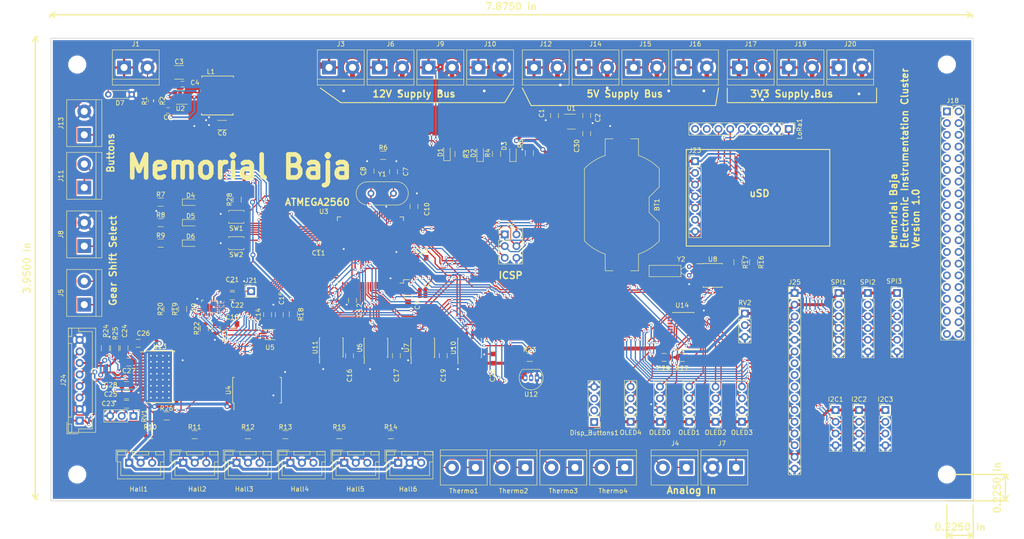
<source format=kicad_pcb>
(kicad_pcb (version 4) (host pcbnew 4.0.7)
  (layers (0 F.Cu signal) (31 B.Cu signal) (34 B.Paste user) (35 F.Paste user) (36 B.SilkS user) (37 F.SilkS user) (38 B.Mask user) (39 F.Mask user) (44 Edge.Cuts user))
  (net 0 "")
  (net 1 "Net-(BT1-Pad1)")
  (net 2 -BATT)
  (net 3 +5V)
  (net 4 +3V3)
  (net 5 "Net-(C5-Pad2)")
  (net 6 "Net-(C5-Pad1)")
  (net 7 "Net-(C7-Pad1)")
  (net 8 "Net-(C8-Pad1)")
  (net 9 "Net-(C9-Pad1)")
  (net 10 VDDIO)
  (net 11 "Net-(C22-Pad1)")
  (net 12 3v3Step)
  (net 13 +12V)
  (net 14 "Net-(C24-Pad2)")
  (net 15 "Net-(C26-Pad1)")
  (net 16 "Net-(C26-Pad2)")
  (net 17 "Net-(D1-Pad1)")
  (net 18 "Net-(D2-Pad1)")
  (net 19 "Net-(D3-Pad1)")
  (net 20 "Net-(D4-Pad1)")
  (net 21 "Net-(D5-Pad1)")
  (net 22 "Net-(D6-Pad1)")
  (net 23 Disp_button1)
  (net 24 Disp_button2)
  (net 25 Disp_button3)
  (net 26 Hall1)
  (net 27 Hall2)
  (net 28 Hall3)
  (net 29 Hall4)
  (net 30 Hall5)
  (net 31 Hall6)
  (net 32 "21(SCL)")
  (net 33 "20(SDA)")
  (net 34 RESET)
  (net 35 "Net-(J21-Pad1)")
  (net 36 "51(MOSI)")
  (net 37 "52(SCK)")
  (net 38 "50(MISO)")
  (net 39 "Net-(J24-Pad3)")
  (net 40 "Net-(J24-Pad4)")
  (net 41 "Net-(J24-Pad5)")
  (net 42 "Net-(J24-Pad6)")
  (net 43 "Net-(J24-Pad7)")
  (net 44 "Net-(J25-Pad3)")
  (net 45 "Net-(J25-Pad7)")
  (net 46 "Net-(J25-Pad8)")
  (net 47 "Net-(J25-Pad9)")
  (net 48 "Net-(J25-Pad10)")
  (net 49 SCL0)
  (net 50 SDA0)
  (net 51 SCL1)
  (net 52 SDA1)
  (net 53 SCL2)
  (net 54 SDA2)
  (net 55 SCL3)
  (net 56 SDA3)
  (net 57 SCL4)
  (net 58 SDA4)
  (net 59 "Net-(R1-Pad2)")
  (net 60 "Net-(R18-Pad2)")
  (net 61 3v3-SCL)
  (net 62 3v3-SDA)
  (net 63 "Net-(R21-Pad1)")
  (net 64 "Net-(R22-Pad2)")
  (net 65 "Net-(R24-Pad2)")
  (net 66 "Net-(R25-Pad2)")
  (net 67 "Net-(R26-Pad2)")
  (net 68 "Net-(R27-Pad2)")
  (net 69 "Net-(RV1-Pad2)")
  (net 70 "53(SS)")
  (net 71 "Net-(SPI2-Pad2)")
  (net 72 "Net-(SPI3-Pad2)")
  (net 73 "Net-(Thermo1-Pad1)")
  (net 74 "Net-(Thermo1-Pad2)")
  (net 75 "Net-(Thermo2-Pad1)")
  (net 76 "Net-(Thermo2-Pad2)")
  (net 77 "Net-(Thermo3-Pad1)")
  (net 78 "Net-(Thermo3-Pad2)")
  (net 79 "Net-(Thermo4-Pad1)")
  (net 80 "Net-(Thermo4-Pad2)")
  (net 81 "Net-(U8-Pad1)")
  (net 82 "Net-(U8-Pad2)")
  (net 83 "Net-(U8-Pad7)")
  (net 84 "Net-(U13-Pad19)")
  (net 85 "Net-(U14-Pad15)")
  (net 86 "Net-(U14-Pad16)")
  (net 87 "Net-(U14-Pad17)")
  (net 88 "Net-(U14-Pad18)")
  (net 89 "Net-(U14-Pad19)")
  (net 90 "Net-(U14-Pad20)")
  (net 91 "4(PWM)")
  (net 92 "0(RX0)")
  (net 93 "1(TX0)")
  (net 94 "Net-(U3-Pad4)")
  (net 95 "5(PWM)")
  (net 96 "2(PWM)")
  (net 97 "3(PWM)")
  (net 98 "Net-(U3-Pad8)")
  (net 99 "Net-(U3-Pad9)")
  (net 100 "17(RX2)")
  (net 101 "16(TX2)")
  (net 102 "Net-(U3-Pad14)")
  (net 103 "6(PWM)")
  (net 104 "7(PWM)")
  (net 105 "8(PWM)")
  (net 106 "9(PWM)")
  (net 107 "10(PWM)")
  (net 108 "11(PWM)")
  (net 109 "12(PWM)")
  (net 110 "13(PWM)")
  (net 111 "Net-(U3-Pad27)")
  (net 112 "Net-(U3-Pad28)")
  (net 113 "Net-(U3-Pad29)")
  (net 114 49)
  (net 115 48)
  (net 116 47)
  (net 117 "46(PWM)")
  (net 118 "45(PWM)")
  (net 119 "44(PWM)")
  (net 120 43)
  (net 121 42)
  (net 122 "19(RX1)")
  (net 123 "18(TX1)")
  (net 124 "Net-(U3-Pad47)")
  (net 125 "Net-(U3-Pad48)")
  (net 126 "Net-(U3-Pad49)")
  (net 127 38)
  (net 128 41)
  (net 129 40)
  (net 130 37)
  (net 131 36)
  (net 132 35)
  (net 133 34)
  (net 134 33)
  (net 135 32)
  (net 136 31)
  (net 137 30)
  (net 138 "15(RX3)")
  (net 139 "14(TX3)")
  (net 140 "Net-(U3-Pad65)")
  (net 141 "Net-(U3-Pad66)")
  (net 142 "Net-(U3-Pad67)")
  (net 143 "Net-(U3-Pad68)")
  (net 144 "Net-(U3-Pad69)")
  (net 145 39)
  (net 146 29)
  (net 147 28)
  (net 148 27)
  (net 149 26)
  (net 150 25)
  (net 151 24)
  (net 152 23)
  (net 153 22)
  (net 154 "Net-(U3-Pad79)")
  (net 155 A15)
  (net 156 A14)
  (net 157 A13)
  (net 158 A12)
  (net 159 A11)
  (net 160 A10)
  (net 161 A9)
  (net 162 A8)
  (net 163 A7)
  (net 164 A6)
  (net 165 A5)
  (net 166 A4)
  (net 167 A3)
  (net 168 A2)
  (net 169 A1)
  (net 170 A0)
  (net 171 AREF)
  (net 172 "Net-(J18-Pad1)")
  (net 173 "Net-(J18-Pad2)")
  (net 174 "Net-(J18-Pad3)")
  (net 175 "Net-(J18-Pad4)")
  (net 176 "Net-(J18-Pad5)")
  (net 177 "Net-(J18-Pad6)")
  (net 178 "Net-(J18-Pad7)")
  (net 179 "Net-(J18-Pad8)")
  (net 180 "Net-(J18-Pad9)")
  (net 181 "Net-(J18-Pad10)")
  (net 182 "Net-(J18-Pad11)")
  (net 183 "Net-(J18-Pad12)")
  (net 184 "Net-(J18-Pad13)")
  (net 185 "Net-(J18-Pad14)")
  (net 186 "Net-(J18-Pad15)")
  (net 187 "Net-(J18-Pad16)")
  (net 188 "Net-(J18-Pad17)")
  (net 189 "Net-(J18-Pad18)")
  (net 190 "Net-(J18-Pad19)")
  (net 191 "Net-(J18-Pad20)")
  (net 192 "Net-(J18-Pad21)")
  (net 193 "Net-(J18-Pad22)")
  (net 194 "Net-(J18-Pad23)")
  (net 195 "Net-(J18-Pad24)")
  (net 196 "Net-(J18-Pad25)")
  (net 197 "Net-(J18-Pad26)")
  (net 198 "Net-(J18-Pad27)")
  (net 199 "Net-(J18-Pad28)")
  (net 200 "Net-(J18-Pad29)")
  (net 201 "Net-(J18-Pad30)")
  (net 202 "Net-(J18-Pad31)")
  (net 203 "Net-(J18-Pad32)")
  (net 204 "Net-(J18-Pad33)")
  (net 205 "Net-(J18-Pad34)")
  (net 206 "Net-(J18-Pad35)")
  (net 207 "Net-(J18-Pad36)")
  (net 208 "Net-(J18-Pad37)")
  (net 209 "Net-(J18-Pad38)")
  (net 210 "Net-(J18-Pad39)")
  (net 211 "Net-(J18-Pad40)")
  (net 212 "Net-(U9-Pad6)")
  (net 213 "Net-(U9-Pad7)")
  (net 214 "Net-(U13-Pad23)")
  (net 215 "Net-(C30-Pad1)")
  (net 216 "Net-(LoRa1-Pad3)")
  (net 217 "Net-(LoRa1-Pad4)")
  (net 218 "Net-(LoRa1-Pad8)")
  (net 219 "Net-(LoRa1-Pad9)")
  (net 220 "Net-(SPI1-Pad2)")
  (module Pin_Headers:Pin_Header_Straight_1x06_Pitch2.54mm (layer F.Cu) (at 215.265 100.965)
    (fp_text reference SPI1 (at 0 -2.33) (layer F.SilkS))
    (fp_text value Conn_01x06)
    (pad 1 thru_hole rect (at 0 0) (size 1.7 1.7) (drill 1) (layers *.Cu *.Mask) (net 3 +5V))
    (pad 2 thru_hole oval (at 0 2.54) (size 1.7 1.7) (drill 1) (layers *.Cu *.Mask) (net 220 "Net-(SPI1-Pad2)"))
    (pad 3 thru_hole oval (at 0 5.08) (size 1.7 1.7) (drill 1) (layers *.Cu *.Mask) (net 37 "52(SCK)"))
    (pad 4 thru_hole oval (at 0 7.62) (size 1.7 1.7) (drill 1) (layers *.Cu *.Mask) (net 36 "51(MOSI)"))
    (pad 5 thru_hole oval (at 0 10.16) (size 1.7 1.7) (drill 1) (layers *.Cu *.Mask) (net 38 "50(MISO)"))
    (pad 6 thru_hole oval (at 0 12.7) (size 1.7 1.7) (drill 1) (layers *.Cu *.Mask) (net 2 -BATT))
  )
  (module Pin_Headers:Pin_Header_Straight_2x20_Pitch2.54mm (layer F.Cu) (at 238.76 61.595)
    (fp_text reference J18 (at 1.27 -2.33) (layer F.SilkS))
    (fp_text value Conn_02x20_Top_Bottom)
    (pad 1 thru_hole rect (at 0 0) (size 1.7 1.7) (drill 1) (layers *.Cu *.Mask) (net 172 "Net-(J18-Pad1)"))
    (pad 2 thru_hole oval (at 2.54 0) (size 1.7 1.7) (drill 1) (layers *.Cu *.Mask) (net 173 "Net-(J18-Pad2)"))
    (pad 3 thru_hole oval (at 0 2.54) (size 1.7 1.7) (drill 1) (layers *.Cu *.Mask) (net 174 "Net-(J18-Pad3)"))
    (pad 4 thru_hole oval (at 2.54 2.54) (size 1.7 1.7) (drill 1) (layers *.Cu *.Mask) (net 175 "Net-(J18-Pad4)"))
    (pad 5 thru_hole oval (at 0 5.08) (size 1.7 1.7) (drill 1) (layers *.Cu *.Mask) (net 176 "Net-(J18-Pad5)"))
    (pad 6 thru_hole oval (at 2.54 5.08) (size 1.7 1.7) (drill 1) (layers *.Cu *.Mask) (net 177 "Net-(J18-Pad6)"))
    (pad 7 thru_hole oval (at 0 7.62) (size 1.7 1.7) (drill 1) (layers *.Cu *.Mask) (net 178 "Net-(J18-Pad7)"))
    (pad 8 thru_hole oval (at 2.54 7.62) (size 1.7 1.7) (drill 1) (layers *.Cu *.Mask) (net 179 "Net-(J18-Pad8)"))
    (pad 9 thru_hole oval (at 0 10.16) (size 1.7 1.7) (drill 1) (layers *.Cu *.Mask) (net 180 "Net-(J18-Pad9)"))
    (pad 10 thru_hole oval (at 2.54 10.16) (size 1.7 1.7) (drill 1) (layers *.Cu *.Mask) (net 181 "Net-(J18-Pad10)"))
    (pad 11 thru_hole oval (at 0 12.7) (size 1.7 1.7) (drill 1) (layers *.Cu *.Mask) (net 182 "Net-(J18-Pad11)"))
    (pad 12 thru_hole oval (at 2.54 12.7) (size 1.7 1.7) (drill 1) (layers *.Cu *.Mask) (net 183 "Net-(J18-Pad12)"))
    (pad 13 thru_hole oval (at 0 15.24) (size 1.7 1.7) (drill 1) (layers *.Cu *.Mask) (net 184 "Net-(J18-Pad13)"))
    (pad 14 thru_hole oval (at 2.54 15.24) (size 1.7 1.7) (drill 1) (layers *.Cu *.Mask) (net 185 "Net-(J18-Pad14)"))
    (pad 15 thru_hole oval (at 0 17.78) (size 1.7 1.7) (drill 1) (layers *.Cu *.Mask) (net 186 "Net-(J18-Pad15)"))
    (pad 16 thru_hole oval (at 2.54 17.78) (size 1.7 1.7) (drill 1) (layers *.Cu *.Mask) (net 187 "Net-(J18-Pad16)"))
    (pad 17 thru_hole oval (at 0 20.32) (size 1.7 1.7) (drill 1) (layers *.Cu *.Mask) (net 188 "Net-(J18-Pad17)"))
    (pad 18 thru_hole oval (at 2.54 20.32) (size 1.7 1.7) (drill 1) (layers *.Cu *.Mask) (net 189 "Net-(J18-Pad18)"))
    (pad 19 thru_hole oval (at 0 22.86) (size 1.7 1.7) (drill 1) (layers *.Cu *.Mask) (net 190 "Net-(J18-Pad19)"))
    (pad 20 thru_hole oval (at 2.54 22.86) (size 1.7 1.7) (drill 1) (layers *.Cu *.Mask) (net 191 "Net-(J18-Pad20)"))
    (pad 21 thru_hole oval (at 0 25.4) (size 1.7 1.7) (drill 1) (layers *.Cu *.Mask) (net 192 "Net-(J18-Pad21)"))
    (pad 22 thru_hole oval (at 2.54 25.4) (size 1.7 1.7) (drill 1) (layers *.Cu *.Mask) (net 193 "Net-(J18-Pad22)"))
    (pad 23 thru_hole oval (at 0 27.94) (size 1.7 1.7) (drill 1) (layers *.Cu *.Mask) (net 194 "Net-(J18-Pad23)"))
    (pad 24 thru_hole oval (at 2.54 27.94) (size 1.7 1.7) (drill 1) (layers *.Cu *.Mask) (net 195 "Net-(J18-Pad24)"))
    (pad 25 thru_hole oval (at 0 30.48) (size 1.7 1.7) (drill 1) (layers *.Cu *.Mask) (net 196 "Net-(J18-Pad25)"))
    (pad 26 thru_hole oval (at 2.54 30.48) (size 1.7 1.7) (drill 1) (layers *.Cu *.Mask) (net 197 "Net-(J18-Pad26)"))
    (pad 27 thru_hole oval (at 0 33.02) (size 1.7 1.7) (drill 1) (layers *.Cu *.Mask) (net 198 "Net-(J18-Pad27)"))
    (pad 28 thru_hole oval (at 2.54 33.02) (size 1.7 1.7) (drill 1) (layers *.Cu *.Mask) (net 199 "Net-(J18-Pad28)"))
    (pad 29 thru_hole oval (at 0 35.56) (size 1.7 1.7) (drill 1) (layers *.Cu *.Mask) (net 200 "Net-(J18-Pad29)"))
    (pad 30 thru_hole oval (at 2.54 35.56) (size 1.7 1.7) (drill 1) (layers *.Cu *.Mask) (net 201 "Net-(J18-Pad30)"))
    (pad 31 thru_hole oval (at 0 38.1) (size 1.7 1.7) (drill 1) (layers *.Cu *.Mask) (net 202 "Net-(J18-Pad31)"))
    (pad 32 thru_hole oval (at 2.54 38.1) (size 1.7 1.7) (drill 1) (layers *.Cu *.Mask) (net 203 "Net-(J18-Pad32)"))
    (pad 33 thru_hole oval (at 0 40.64) (size 1.7 1.7) (drill 1) (layers *.Cu *.Mask) (net 204 "Net-(J18-Pad33)"))
    (pad 34 thru_hole oval (at 2.54 40.64) (size 1.7 1.7) (drill 1) (layers *.Cu *.Mask) (net 205 "Net-(J18-Pad34)"))
    (pad 35 thru_hole oval (at 0 43.18) (size 1.7 1.7) (drill 1) (layers *.Cu *.Mask) (net 206 "Net-(J18-Pad35)"))
    (pad 36 thru_hole oval (at 2.54 43.18) (size 1.7 1.7) (drill 1) (layers *.Cu *.Mask) (net 207 "Net-(J18-Pad36)"))
    (pad 37 thru_hole oval (at 0 45.72) (size 1.7 1.7) (drill 1) (layers *.Cu *.Mask) (net 208 "Net-(J18-Pad37)"))
    (pad 38 thru_hole oval (at 2.54 45.72) (size 1.7 1.7) (drill 1) (layers *.Cu *.Mask) (net 209 "Net-(J18-Pad38)"))
    (pad 39 thru_hole oval (at 0 48.26) (size 1.7 1.7) (drill 1) (layers *.Cu *.Mask) (net 210 "Net-(J18-Pad39)"))
    (pad 40 thru_hole oval (at 2.54 48.26) (size 1.7 1.7) (drill 1) (layers *.Cu *.Mask) (net 211 "Net-(J18-Pad40)"))
  )
  (module Pin_Headers:Pin_Header_Straight_1x16_Pitch2.54mm (layer F.Cu) (at 205.74 100.965)
    (fp_text reference J25 (at 0 -2.33) (layer F.SilkS))
    (fp_text value Conn_01x16)
    (pad 1 thru_hole rect (at 0 0) (size 1.7 1.7) (drill 1) (layers *.Cu *.Mask) (net 2 -BATT))
    (pad 2 thru_hole oval (at 0 2.54) (size 1.7 1.7) (drill 1) (layers *.Cu *.Mask) (net 3 +5V))
    (pad 3 thru_hole oval (at 0 5.08) (size 1.7 1.7) (drill 1) (layers *.Cu *.Mask) (net 44 "Net-(J25-Pad3)"))
    (pad 4 thru_hole oval (at 0 7.62) (size 1.7 1.7) (drill 1) (layers *.Cu *.Mask) (net 97 "3(PWM)"))
    (pad 5 thru_hole oval (at 0 10.16) (size 1.7 1.7) (drill 1) (layers *.Cu *.Mask) (net 2 -BATT))
    (pad 6 thru_hole oval (at 0 12.7) (size 1.7 1.7) (drill 1) (layers *.Cu *.Mask) (net 96 "2(PWM)"))
    (pad 7 thru_hole oval (at 0 15.24) (size 1.7 1.7) (drill 1) (layers *.Cu *.Mask) (net 45 "Net-(J25-Pad7)"))
    (pad 8 thru_hole oval (at 0 17.78) (size 1.7 1.7) (drill 1) (layers *.Cu *.Mask) (net 46 "Net-(J25-Pad8)"))
    (pad 9 thru_hole oval (at 0 20.32) (size 1.7 1.7) (drill 1) (layers *.Cu *.Mask) (net 47 "Net-(J25-Pad9)"))
    (pad 10 thru_hole oval (at 0 22.86) (size 1.7 1.7) (drill 1) (layers *.Cu *.Mask) (net 48 "Net-(J25-Pad10)"))
    (pad 11 thru_hole oval (at 0 25.4) (size 1.7 1.7) (drill 1) (layers *.Cu *.Mask) (net 93 "1(TX0)"))
    (pad 12 thru_hole oval (at 0 27.94) (size 1.7 1.7) (drill 1) (layers *.Cu *.Mask) (net 92 "0(RX0)"))
    (pad 13 thru_hole oval (at 0 30.48) (size 1.7 1.7) (drill 1) (layers *.Cu *.Mask) (net 91 "4(PWM)"))
    (pad 14 thru_hole oval (at 0 33.02) (size 1.7 1.7) (drill 1) (layers *.Cu *.Mask) (net 170 A0))
    (pad 15 thru_hole oval (at 0 35.56) (size 1.7 1.7) (drill 1) (layers *.Cu *.Mask) (net 3 +5V))
    (pad 16 thru_hole oval (at 0 38.1) (size 1.7 1.7) (drill 1) (layers *.Cu *.Mask) (net 2 -BATT))
  )
  (module Resistors_SMD:R_0805 (layer F.Cu) (at 75.631 131.699)
    (fp_text reference R11 (at 0 -1.65) (layer F.SilkS))
    (fp_text value 10k)
    (pad 1 smd rect (at -0.95 0) (size 0.7 1.3) (layers F.Cu F.Paste F.Mask) (net 3 +5V))
    (pad 2 smd rect (at 0.95 0) (size 0.7 1.3) (layers F.Cu F.Paste F.Mask) (net 27 Hall2))
  )
  (module Battery_Holders:Keystone_1058_1x2032-CoinCell (layer F.Cu) (at 168.275 81.84 90)
    (fp_text reference BT1 (at 0 7.62 90) (layer F.SilkS))
    (fp_text value Battery_Cell)
    (pad 1 smd rect (at -14.68 0 90) (size 2.54 3.51) (layers F.Cu F.Paste F.Mask) (net 1 "Net-(BT1-Pad1)"))
    (pad 2 smd rect (at 14.68 0 90) (size 2.54 3.51) (layers F.Cu F.Paste F.Mask) (net 2 -BATT))
  )
  (module Capacitors_SMD:C_1210 (layer F.Cu) (at 72.254474 53.129126 180)
    (fp_text reference C3 (at 0 2.329126 180) (layer F.SilkS))
    (fp_text value 22u)
    (pad 1 smd rect (at -1.5 0 180) (size 1 2.5) (layers F.Cu F.Paste F.Mask) (net 13 +12V))
    (pad 2 smd rect (at 1.5 0 180) (size 1 2.5) (layers F.Cu F.Paste F.Mask) (net 2 -BATT))
  )
  (module Capacitors_SMD:C_0603 (layer F.Cu) (at 73.004474 55.669126 180)
    (fp_text reference C4 (at -2.687526 0.297126 180) (layer F.SilkS))
    (fp_text value 100n)
    (pad 2 smd rect (at 0.75 0 180) (size 0.8 0.75) (layers F.Cu F.Paste F.Mask) (net 2 -BATT))
    (pad 1 smd rect (at -0.75 0 180) (size 0.8 0.75) (layers F.Cu F.Paste F.Mask) (net 13 +12V))
  )
  (module Capacitors_SMD:C_0603 (layer F.Cu) (at 69.829474 61.384126 180)
    (fp_text reference C5 (at 0 -1.5 180) (layer F.SilkS))
    (fp_text value 100n)
    (pad 2 smd rect (at 0.75 0 180) (size 0.8 0.75) (layers F.Cu F.Paste F.Mask) (net 5 "Net-(C5-Pad2)"))
    (pad 1 smd rect (at -0.75 0 180) (size 0.8 0.75) (layers F.Cu F.Paste F.Mask) (net 6 "Net-(C5-Pad1)"))
  )
  (module Capacitors_SMD:C_1206 (layer F.Cu) (at 81.604474 64.559126 180)
    (fp_text reference C6 (at 0 -1.75 180) (layer F.SilkS))
    (fp_text value 47u)
    (pad 1 smd rect (at -1.5 0 180) (size 1 1.6) (layers F.Cu F.Paste F.Mask) (net 3 +5V))
    (pad 2 smd rect (at 1.5 0 180) (size 1 1.6) (layers F.Cu F.Paste F.Mask) (net 2 -BATT))
  )
  (module Capacitors_SMD:C_0805 (layer F.Cu) (at 118.745 74.66 90)
    (fp_text reference C7 (at 0 2.667 90) (layer F.SilkS))
    (fp_text value 22p)
    (pad 1 smd rect (at -1 0 90) (size 1 1.25) (layers F.Cu F.Paste F.Mask) (net 7 "Net-(C7-Pad1)"))
    (pad 2 smd rect (at 1 0 90) (size 1 1.25) (layers F.Cu F.Paste F.Mask) (net 2 -BATT))
  )
  (module Capacitors_SMD:C_0805 (layer F.Cu) (at 113.665 74.565 90)
    (fp_text reference C8 (at 0 -1.5 90) (layer F.SilkS))
    (fp_text value 22p)
    (pad 1 smd rect (at -1 0 90) (size 1 1.25) (layers F.Cu F.Paste F.Mask) (net 8 "Net-(C8-Pad1)"))
    (pad 2 smd rect (at 1 0 90) (size 1 1.25) (layers F.Cu F.Paste F.Mask) (net 2 -BATT))
  )
  (module Capacitors_SMD:C_0805 (layer F.Cu) (at 121.92 101.87 270)
    (fp_text reference C9 (at 1.762 -2.032 270) (layer F.SilkS))
    (fp_text value 0.1µ)
    (pad 1 smd rect (at -1 0 270) (size 1 1.25) (layers F.Cu F.Paste F.Mask) (net 9 "Net-(C9-Pad1)"))
    (pad 2 smd rect (at 1 0 270) (size 1 1.25) (layers F.Cu F.Paste F.Mask) (net 2 -BATT))
  )
  (module Capacitors_SMD:C_0805 (layer F.Cu) (at 123.19 82.185 90)
    (fp_text reference C10 (at -0.619 2.794 90) (layer F.SilkS))
    (fp_text value 0.1µ)
    (pad 1 smd rect (at -1 0 90) (size 1 1.25) (layers F.Cu F.Paste F.Mask) (net 3 +5V))
    (pad 2 smd rect (at 1 0 90) (size 1 1.25) (layers F.Cu F.Paste F.Mask) (net 2 -BATT))
  )
  (module Capacitors_SMD:C_0805 (layer F.Cu) (at 102.505 90.805 180)
    (fp_text reference C11 (at 0 -1.5 180) (layer F.SilkS))
    (fp_text value 0.1µ)
    (pad 1 smd rect (at -1 0 180) (size 1 1.25) (layers F.Cu F.Paste F.Mask) (net 3 +5V))
    (pad 2 smd rect (at 1 0 180) (size 1 1.25) (layers F.Cu F.Paste F.Mask) (net 2 -BATT))
  )
  (module Capacitors_SMD:C_0805 (layer F.Cu) (at 109.855 102.6 270)
    (fp_text reference C12 (at 2.048 -1.5 270) (layer F.SilkS))
    (fp_text value 0.1µ)
    (pad 1 smd rect (at -1 0 270) (size 1 1.25) (layers F.Cu F.Paste F.Mask) (net 3 +5V))
    (pad 2 smd rect (at 1 0 270) (size 1 1.25) (layers F.Cu F.Paste F.Mask) (net 2 -BATT))
  )
  (module Capacitors_SMD:C_0805 (layer F.Cu) (at 124.825 93.345)
    (fp_text reference C13 (at 0 -1.5) (layer F.SilkS))
    (fp_text value 0.1µ)
    (pad 1 smd rect (at -1 0) (size 1 1.25) (layers F.Cu F.Paste F.Mask) (net 3 +5V))
    (pad 2 smd rect (at 1 0) (size 1 1.25) (layers F.Cu F.Paste F.Mask) (net 2 -BATT))
  )
  (module Capacitors_SMD:C_0805 (layer F.Cu) (at 91.44 105.68 270)
    (fp_text reference C14 (at 0 2.032 270) (layer F.SilkS))
    (fp_text value 10n)
    (pad 1 smd rect (at -1 0 270) (size 1 1.25) (layers F.Cu F.Paste F.Mask) (net 2 -BATT))
    (pad 2 smd rect (at 1 0 270) (size 1 1.25) (layers F.Cu F.Paste F.Mask) (net 3 +5V))
  )
  (module Capacitors_SMD:C_0805 (layer F.Cu) (at 93.98 105.68 90)
    (fp_text reference C15 (at 3.572 0.508 90) (layer F.SilkS))
    (fp_text value 10n)
    (pad 1 smd rect (at -1 0 90) (size 1 1.25) (layers F.Cu F.Paste F.Mask) (net 4 +3V3))
    (pad 2 smd rect (at 1 0 90) (size 1 1.25) (layers F.Cu F.Paste F.Mask) (net 2 -BATT))
  )
  (module Capacitors_SMD:C_0805 (layer F.Cu) (at 109.22 114.57 90)
    (fp_text reference C16 (at -4.302 0 90) (layer F.SilkS))
    (fp_text value 0.1u)
    (pad 1 smd rect (at -1 0 90) (size 1 1.25) (layers F.Cu F.Paste F.Mask) (net 3 +5V))
    (pad 2 smd rect (at 1 0 90) (size 1 1.25) (layers F.Cu F.Paste F.Mask) (net 2 -BATT))
  )
  (module Capacitors_SMD:C_0805 (layer F.Cu) (at 119.38 114.57 90)
    (fp_text reference C17 (at -4.302 0 90) (layer F.SilkS))
    (fp_text value 0.1u)
    (pad 1 smd rect (at -1 0 90) (size 1 1.25) (layers F.Cu F.Paste F.Mask) (net 3 +5V))
    (pad 2 smd rect (at 1 0 90) (size 1 1.25) (layers F.Cu F.Paste F.Mask) (net 2 -BATT))
  )
  (module Capacitors_SMD:C_0805 (layer F.Cu) (at 83.804 107.696)
    (fp_text reference C18 (at 0 -1.5) (layer F.SilkS))
    (fp_text value 10n)
    (pad 1 smd rect (at -1 0) (size 1 1.25) (layers F.Cu F.Paste F.Mask) (net 10 VDDIO))
    (pad 2 smd rect (at 1 0) (size 1 1.25) (layers F.Cu F.Paste F.Mask) (net 2 -BATT))
  )
  (module Capacitors_SMD:C_0805 (layer F.Cu) (at 129.54 114.57 90)
    (fp_text reference C19 (at -4.302 0 90) (layer F.SilkS))
    (fp_text value 0.1u)
    (pad 1 smd rect (at -1 0 90) (size 1 1.25) (layers F.Cu F.Paste F.Mask) (net 3 +5V))
    (pad 2 smd rect (at 1 0 90) (size 1 1.25) (layers F.Cu F.Paste F.Mask) (net 2 -BATT))
  )
  (module Capacitors_SMD:C_0805 (layer F.Cu) (at 140.335 115.205 90)
    (fp_text reference C20 (at -3.667 -0.127 90) (layer F.SilkS))
    (fp_text value 0.1u)
    (pad 1 smd rect (at -1 0 90) (size 1 1.25) (layers F.Cu F.Paste F.Mask) (net 3 +5V))
    (pad 2 smd rect (at 1 0 90) (size 1 1.25) (layers F.Cu F.Paste F.Mask) (net 2 -BATT))
  )
  (module Capacitors_SMD:C_0805 (layer F.Cu) (at 83.804 99.568)
    (fp_text reference C21 (at 0 -1.5) (layer F.SilkS))
    (fp_text value 0.1u)
    (pad 1 smd rect (at -1 0) (size 1 1.25) (layers F.Cu F.Paste F.Mask) (net 4 +3V3))
    (pad 2 smd rect (at 1 0) (size 1 1.25) (layers F.Cu F.Paste F.Mask) (net 2 -BATT))
  )
  (module Capacitors_SMD:C_0805 (layer F.Cu) (at 83.804 101.6)
    (fp_text reference C22 (at 1.032 2.032) (layer F.SilkS))
    (fp_text value 0.1u)
    (pad 1 smd rect (at -1 0) (size 1 1.25) (layers F.Cu F.Paste F.Mask) (net 11 "Net-(C22-Pad1)"))
    (pad 2 smd rect (at 1 0) (size 1 1.25) (layers F.Cu F.Paste F.Mask) (net 2 -BATT))
  )
  (module Capacitors_SMD:C_0805 (layer F.Cu) (at 60.849 125.095 180)
    (fp_text reference C23 (at 3.953 0.127 180) (layer F.SilkS))
    (fp_text value 4.7u)
    (pad 1 smd rect (at -1 0 180) (size 1 1.25) (layers F.Cu F.Paste F.Mask) (net 12 3v3Step))
    (pad 2 smd rect (at 1 0 180) (size 1 1.25) (layers F.Cu F.Paste F.Mask) (net 2 -BATT))
  )
  (module Capacitors_SMD:C_0805 (layer F.Cu) (at 60.325 112.887 90)
    (fp_text reference C24 (at 3.667 0.127 90) (layer F.SilkS))
    (fp_text value 0.1u)
    (pad 1 smd rect (at -1 0 90) (size 1 1.25) (layers F.Cu F.Paste F.Mask) (net 13 +12V))
    (pad 2 smd rect (at 1 0 90) (size 1 1.25) (layers F.Cu F.Paste F.Mask) (net 14 "Net-(C24-Pad2)"))
  )
  (module Capacitors_SMD:C_0805 (layer F.Cu) (at 60.849 123.063 180)
    (fp_text reference C25 (at 3.445 0.127 180) (layer F.SilkS))
    (fp_text value 0.1u)
    (pad 1 smd rect (at -1 0 180) (size 1 1.25) (layers F.Cu F.Paste F.Mask) (net 13 +12V))
    (pad 2 smd rect (at 1 0 180) (size 1 1.25) (layers F.Cu F.Paste F.Mask) (net 2 -BATT))
  )
  (module Capacitors_SMD:C_0805 (layer F.Cu) (at 63.389 111.887 180)
    (fp_text reference C26 (at -1.127 2.159 180) (layer F.SilkS))
    (fp_text value 0.01u)
    (pad 1 smd rect (at -1 0 180) (size 1 1.25) (layers F.Cu F.Paste F.Mask) (net 15 "Net-(C26-Pad1)"))
    (pad 2 smd rect (at 1 0 180) (size 1 1.25) (layers F.Cu F.Paste F.Mask) (net 16 "Net-(C26-Pad2)"))
  )
  (module Capacitors_SMD:C_0805 (layer F.Cu) (at 61.357 115.951 180)
    (fp_text reference C27 (at 0 -1.905 180) (layer F.SilkS))
    (fp_text value 0.1u)
    (pad 1 smd rect (at -1 0 180) (size 1 1.25) (layers F.Cu F.Paste F.Mask) (net 13 +12V))
    (pad 2 smd rect (at 1 0 180) (size 1 1.25) (layers F.Cu F.Paste F.Mask) (net 2 -BATT))
  )
  (module Capacitors_SMD:C_0805 (layer F.Cu) (at 60.849 121.031 180)
    (fp_text reference C28 (at 3.445 0.127 180) (layer F.SilkS))
    (fp_text value 4.7u)
    (pad 1 smd rect (at -1 0 180) (size 1 1.25) (layers F.Cu F.Paste F.Mask) (net 13 +12V))
    (pad 2 smd rect (at 1 0 180) (size 1 1.25) (layers F.Cu F.Paste F.Mask) (net 2 -BATT))
  )
  (module Capacitors_SMD:C_0805 (layer F.Cu) (at 177.435 114.935)
    (fp_text reference C29 (at -0.143 2.413) (layer F.SilkS))
    (fp_text value 0.1u)
    (pad 1 smd rect (at -1 0) (size 1 1.25) (layers F.Cu F.Paste F.Mask) (net 2 -BATT))
    (pad 2 smd rect (at 1 0) (size 1 1.25) (layers F.Cu F.Paste F.Mask) (net 3 +5V))
  )
  (module LEDs:LED_0805 (layer F.Cu) (at 130.345 70.485 90)
    (fp_text reference D1 (at 0 -1.45 90) (layer F.SilkS))
    (fp_text value LED)
    (pad 2 smd rect (at 1.1 0 270) (size 1.2 1.2) (layers F.Cu F.Paste F.Mask) (net 13 +12V))
    (pad 1 smd rect (at -1.1 0 270) (size 1.2 1.2) (layers F.Cu F.Paste F.Mask) (net 17 "Net-(D1-Pad1)"))
  )
  (module LEDs:LED_0805 (layer F.Cu) (at 137.541 70.655 90)
    (fp_text reference D2 (at 0 -1.45 90) (layer F.SilkS))
    (fp_text value LED)
    (pad 2 smd rect (at 1.1 0 270) (size 1.2 1.2) (layers F.Cu F.Paste F.Mask) (net 3 +5V))
    (pad 1 smd rect (at -1.1 0 270) (size 1.2 1.2) (layers F.Cu F.Paste F.Mask) (net 18 "Net-(D2-Pad1)"))
  )
  (module LEDs:LED_0805 (layer F.Cu) (at 144.653 70.655 90)
    (fp_text reference D3 (at 1.567 -1.905 90) (layer F.SilkS))
    (fp_text value LED)
    (pad 2 smd rect (at 1.1 0 270) (size 1.2 1.2) (layers F.Cu F.Paste F.Mask) (net 4 +3V3))
    (pad 1 smd rect (at -1.1 0 270) (size 1.2 1.2) (layers F.Cu F.Paste F.Mask) (net 19 "Net-(D3-Pad1)"))
  )
  (module LEDs:LED_0805 (layer F.Cu) (at 74.76 81.28)
    (fp_text reference D4 (at 0 -1.45) (layer F.SilkS))
    (fp_text value 110)
    (pad 2 smd rect (at 1.1 0 180) (size 1.2 1.2) (layers F.Cu F.Paste F.Mask) (net 131 36))
    (pad 1 smd rect (at -1.1 0 180) (size 1.2 1.2) (layers F.Cu F.Paste F.Mask) (net 20 "Net-(D4-Pad1)"))
  )
  (module LEDs:LED_0805 (layer F.Cu) (at 74.76 85.725)
    (fp_text reference D5 (at 0 -1.45) (layer F.SilkS))
    (fp_text value LED)
    (pad 2 smd rect (at 1.1 0 180) (size 1.2 1.2) (layers F.Cu F.Paste F.Mask) (net 132 35))
    (pad 1 smd rect (at -1.1 0 180) (size 1.2 1.2) (layers F.Cu F.Paste F.Mask) (net 21 "Net-(D5-Pad1)"))
  )
  (module LEDs:LED_0805 (layer F.Cu) (at 74.76 90.17)
    (fp_text reference D6 (at 0 -1.45) (layer F.SilkS))
    (fp_text value LED)
    (pad 2 smd rect (at 1.1 0 180) (size 1.2 1.2) (layers F.Cu F.Paste F.Mask) (net 133 34))
    (pad 1 smd rect (at -1.1 0 180) (size 1.2 1.2) (layers F.Cu F.Paste F.Mask) (net 22 "Net-(D6-Pad1)"))
  )
  (module Pin_Headers:Pin_Header_Straight_1x04_Pitch2.54mm (layer F.Cu) (at 162.278552 128.962892 180)
    (fp_text reference Disp_Buttons1 (at 0 -2.33 180) (layer F.SilkS))
    (fp_text value Conn_01x04)
    (pad 1 thru_hole rect (at 0 0 180) (size 1.7 1.7) (drill 1) (layers *.Cu *.Mask) (net 23 Disp_button1))
    (pad 2 thru_hole oval (at 0 2.54 180) (size 1.7 1.7) (drill 1) (layers *.Cu *.Mask) (net 24 Disp_button2))
    (pad 3 thru_hole oval (at 0 5.08 180) (size 1.7 1.7) (drill 1) (layers *.Cu *.Mask) (net 25 Disp_button3))
    (pad 4 thru_hole oval (at 0 7.62 180) (size 1.7 1.7) (drill 1) (layers *.Cu *.Mask) (net 2 -BATT))
  )
  (module Connectors_JST:JST_XH_B03B-XH-A_03x2.50mm_Straight (layer F.Cu) (at 61.421 137.795)
    (fp_text reference Hall1 (at 2.079 5.715) (layer F.SilkS))
    (fp_text value Conn_01x03)
    (pad 1 thru_hole rect (at 0 0) (size 1.75 1.75) (drill 1) (layers *.Cu *.Mask) (net 3 +5V))
    (pad 2 thru_hole circle (at 2.5 0) (size 1.75 1.75) (drill 1) (layers *.Cu *.Mask) (net 2 -BATT))
    (pad 3 thru_hole circle (at 5 0) (size 1.75 1.75) (drill 1) (layers *.Cu *.Mask) (net 26 Hall1))
  )
  (module Connectors_JST:JST_XH_B03B-XH-A_03x2.50mm_Straight (layer F.Cu) (at 73.152 137.795)
    (fp_text reference Hall2 (at 3.048 5.715) (layer F.SilkS))
    (fp_text value Conn_01x03)
    (pad 1 thru_hole rect (at 0 0) (size 1.75 1.75) (drill 1) (layers *.Cu *.Mask) (net 3 +5V))
    (pad 2 thru_hole circle (at 2.5 0) (size 1.75 1.75) (drill 1) (layers *.Cu *.Mask) (net 2 -BATT))
    (pad 3 thru_hole circle (at 5 0) (size 1.75 1.75) (drill 1) (layers *.Cu *.Mask) (net 27 Hall2))
  )
  (module Connectors_JST:JST_XH_B03B-XH-A_03x2.50mm_Straight (layer F.Cu) (at 84.709 137.795)
    (fp_text reference Hall3 (at 1.651 5.715) (layer F.SilkS))
    (fp_text value Conn_01x03)
    (pad 1 thru_hole rect (at 0 0) (size 1.75 1.75) (drill 1) (layers *.Cu *.Mask) (net 3 +5V))
    (pad 2 thru_hole circle (at 2.5 0) (size 1.75 1.75) (drill 1) (layers *.Cu *.Mask) (net 2 -BATT))
    (pad 3 thru_hole circle (at 5 0) (size 1.75 1.75) (drill 1) (layers *.Cu *.Mask) (net 28 Hall3))
  )
  (module Connectors_JST:JST_XH_B03B-XH-A_03x2.50mm_Straight (layer F.Cu) (at 96.393 137.795)
    (fp_text reference Hall4 (at 2.032 5.715) (layer F.SilkS))
    (fp_text value Conn_01x03)
    (pad 1 thru_hole rect (at 0 0) (size 1.75 1.75) (drill 1) (layers *.Cu *.Mask) (net 3 +5V))
    (pad 2 thru_hole circle (at 2.5 0) (size 1.75 1.75) (drill 1) (layers *.Cu *.Mask) (net 2 -BATT))
    (pad 3 thru_hole circle (at 5 0) (size 1.75 1.75) (drill 1) (layers *.Cu *.Mask) (net 29 Hall4))
  )
  (module Connectors_JST:JST_XH_B03B-XH-A_03x2.50mm_Straight (layer F.Cu) (at 108.077 137.795)
    (fp_text reference Hall5 (at 2.413 5.715) (layer F.SilkS))
    (fp_text value Conn_01x03)
    (pad 1 thru_hole rect (at 0 0) (size 1.75 1.75) (drill 1) (layers *.Cu *.Mask) (net 3 +5V))
    (pad 2 thru_hole circle (at 2.5 0) (size 1.75 1.75) (drill 1) (layers *.Cu *.Mask) (net 2 -BATT))
    (pad 3 thru_hole circle (at 5 0) (size 1.75 1.75) (drill 1) (layers *.Cu *.Mask) (net 30 Hall5))
  )
  (module Connectors_JST:JST_XH_B03B-XH-A_03x2.50mm_Straight (layer F.Cu) (at 119.761 137.795)
    (fp_text reference Hall6 (at 2.159 5.715) (layer F.SilkS))
    (fp_text value Conn_01x03)
    (pad 1 thru_hole rect (at 0 0) (size 1.75 1.75) (drill 1) (layers *.Cu *.Mask) (net 3 +5V))
    (pad 2 thru_hole circle (at 2.5 0) (size 1.75 1.75) (drill 1) (layers *.Cu *.Mask) (net 2 -BATT))
    (pad 3 thru_hole circle (at 5 0) (size 1.75 1.75) (drill 1) (layers *.Cu *.Mask) (net 31 Hall6))
  )
  (module Pin_Headers:Pin_Header_Straight_1x04_Pitch2.54mm (layer F.Cu) (at 214.63 126.365)
    (fp_text reference I2C1 (at 0 -2.33) (layer F.SilkS))
    (fp_text value Conn_01x04)
    (pad 1 thru_hole rect (at 0 0) (size 1.7 1.7) (drill 1) (layers *.Cu *.Mask) (net 3 +5V))
    (pad 2 thru_hole oval (at 0 2.54) (size 1.7 1.7) (drill 1) (layers *.Cu *.Mask) (net 32 "21(SCL)"))
    (pad 3 thru_hole oval (at 0 5.08) (size 1.7 1.7) (drill 1) (layers *.Cu *.Mask) (net 33 "20(SDA)"))
    (pad 4 thru_hole oval (at 0 7.62) (size 1.7 1.7) (drill 1) (layers *.Cu *.Mask) (net 2 -BATT))
  )
  (module Pin_Headers:Pin_Header_Straight_1x04_Pitch2.54mm (layer F.Cu) (at 219.71 126.365)
    (fp_text reference I2C2 (at 0 -2.33) (layer F.SilkS))
    (fp_text value Conn_01x04)
    (pad 1 thru_hole rect (at 0 0) (size 1.7 1.7) (drill 1) (layers *.Cu *.Mask) (net 3 +5V))
    (pad 2 thru_hole oval (at 0 2.54) (size 1.7 1.7) (drill 1) (layers *.Cu *.Mask) (net 32 "21(SCL)"))
    (pad 3 thru_hole oval (at 0 5.08) (size 1.7 1.7) (drill 1) (layers *.Cu *.Mask) (net 33 "20(SDA)"))
    (pad 4 thru_hole oval (at 0 7.62) (size 1.7 1.7) (drill 1) (layers *.Cu *.Mask) (net 2 -BATT))
  )
  (module Pin_Headers:Pin_Header_Straight_1x04_Pitch2.54mm (layer F.Cu) (at 225.425 126.365)
    (fp_text reference I2C3 (at 0 -2.33) (layer F.SilkS))
    (fp_text value Conn_01x04)
    (pad 1 thru_hole rect (at 0 0) (size 1.7 1.7) (drill 1) (layers *.Cu *.Mask) (net 3 +5V))
    (pad 2 thru_hole oval (at 0 2.54) (size 1.7 1.7) (drill 1) (layers *.Cu *.Mask) (net 32 "21(SCL)"))
    (pad 3 thru_hole oval (at 0 5.08) (size 1.7 1.7) (drill 1) (layers *.Cu *.Mask) (net 33 "20(SDA)"))
    (pad 4 thru_hole oval (at 0 7.62) (size 1.7 1.7) (drill 1) (layers *.Cu *.Mask) (net 2 -BATT))
  )
  (module TerminalBlock:TerminalBlock_bornier-2_P5.08mm (layer F.Cu) (at 60.325 52.07)
    (fp_text reference J1 (at 2.54 -5.08) (layer F.SilkS))
    (fp_text value Screw_Terminal_01x02)
    (pad 1 thru_hole rect (at 0 0) (size 3 3) (drill 1.52) (layers *.Cu *.Mask) (net 13 +12V))
    (pad 2 thru_hole circle (at 5.08 0) (size 3 3) (drill 1.52) (layers *.Cu *.Mask) (net 2 -BATT))
  )
  (module Pin_Headers:Pin_Header_Straight_2x03_Pitch2.54mm (layer F.Cu) (at 142.875 88.265)
    (fp_text reference J2 (at 1.27 -2.33) (layer F.SilkS))
    (fp_text value Conn_02x03_Odd_Even)
    (pad 1 thru_hole rect (at 0 0) (size 1.7 1.7) (drill 1) (layers *.Cu *.Mask) (net 38 "50(MISO)"))
    (pad 2 thru_hole oval (at 2.54 0) (size 1.7 1.7) (drill 1) (layers *.Cu *.Mask) (net 3 +5V))
    (pad 3 thru_hole oval (at 0 2.54) (size 1.7 1.7) (drill 1) (layers *.Cu *.Mask) (net 37 "52(SCK)"))
    (pad 4 thru_hole oval (at 2.54 2.54) (size 1.7 1.7) (drill 1) (layers *.Cu *.Mask) (net 36 "51(MOSI)"))
    (pad 5 thru_hole oval (at 0 5.08) (size 1.7 1.7) (drill 1) (layers *.Cu *.Mask) (net 34 RESET))
    (pad 6 thru_hole oval (at 2.54 5.08) (size 1.7 1.7) (drill 1) (layers *.Cu *.Mask) (net 2 -BATT))
  )
  (module TerminalBlock:TerminalBlock_bornier-2_P5.08mm (layer F.Cu) (at 104.775 52.07)
    (fp_text reference J3 (at 2.54 -5.08) (layer F.SilkS))
    (fp_text value Screw_Terminal_01x02)
    (pad 1 thru_hole rect (at 0 0) (size 3 3) (drill 1.52) (layers *.Cu *.Mask) (net 13 +12V))
    (pad 2 thru_hole circle (at 5.08 0) (size 3 3) (drill 1.52) (layers *.Cu *.Mask) (net 2 -BATT))
  )
  (module TerminalBlock:TerminalBlock_bornier-2_P5.08mm (layer F.Cu) (at 182.245 138.811 180)
    (fp_text reference J4 (at 2.413 5.207 180) (layer F.SilkS))
    (fp_text value Screw_Terminal_01x02)
    (pad 1 thru_hole rect (at 0 0 180) (size 3 3) (drill 1.52) (layers *.Cu *.Mask) (net 160 A10))
    (pad 2 thru_hole circle (at 5.08 0 180) (size 3 3) (drill 1.52) (layers *.Cu *.Mask) (net 159 A11))
  )
  (module TerminalBlock:TerminalBlock_bornier-2_P5.08mm (layer F.Cu) (at 51.689 103.505 90)
    (fp_text reference J5 (at 2.54 -5.08 90) (layer F.SilkS))
    (fp_text value Screw_Terminal_01x02)
    (pad 1 thru_hole rect (at 0 0 90) (size 3 3) (drill 1.52) (layers *.Cu *.Mask) (net 136 31))
    (pad 2 thru_hole circle (at 5.08 0 90) (size 3 3) (drill 1.52) (layers *.Cu *.Mask) (net 135 32))
  )
  (module TerminalBlock:TerminalBlock_bornier-2_P5.08mm (layer F.Cu) (at 115.57 52.07)
    (fp_text reference J6 (at 2.54 -5.08) (layer F.SilkS))
    (fp_text value Screw_Terminal_01x02)
    (pad 1 thru_hole rect (at 0 0) (size 3 3) (drill 1.52) (layers *.Cu *.Mask) (net 13 +12V))
    (pad 2 thru_hole circle (at 5.08 0) (size 3 3) (drill 1.52) (layers *.Cu *.Mask) (net 2 -BATT))
  )
  (module TerminalBlock:TerminalBlock_bornier-2_P5.08mm (layer F.Cu) (at 193.04 138.811 180)
    (fp_text reference J7 (at 3.048 5.207 180) (layer F.SilkS))
    (fp_text value Screw_Terminal_01x02)
    (pad 1 thru_hole rect (at 0 0 180) (size 3 3) (drill 1.52) (layers *.Cu *.Mask) (net 161 A9))
    (pad 2 thru_hole circle (at 5.08 0 180) (size 3 3) (drill 1.52) (layers *.Cu *.Mask) (net 2 -BATT))
  )
  (module TerminalBlock:TerminalBlock_bornier-2_P5.08mm (layer F.Cu) (at 51.689 90.805 90)
    (fp_text reference J8 (at 2.54 -5.08 90) (layer F.SilkS))
    (fp_text value Screw_Terminal_01x02)
    (pad 1 thru_hole rect (at 0 0 90) (size 3 3) (drill 1.52) (layers *.Cu *.Mask) (net 134 33))
    (pad 2 thru_hole circle (at 5.08 0 90) (size 3 3) (drill 1.52) (layers *.Cu *.Mask) (net 2 -BATT))
  )
  (module TerminalBlock:TerminalBlock_bornier-2_P5.08mm (layer F.Cu) (at 126.365 52.07)
    (fp_text reference J9 (at 2.54 -5.08) (layer F.SilkS))
    (fp_text value Screw_Terminal_01x02)
    (pad 1 thru_hole rect (at 0 0) (size 3 3) (drill 1.52) (layers *.Cu *.Mask) (net 13 +12V))
    (pad 2 thru_hole circle (at 5.08 0) (size 3 3) (drill 1.52) (layers *.Cu *.Mask) (net 2 -BATT))
  )
  (module TerminalBlock:TerminalBlock_bornier-2_P5.08mm (layer F.Cu) (at 137.16 52.07)
    (fp_text reference J10 (at 2.54 -5.08) (layer F.SilkS))
    (fp_text value Screw_Terminal_01x02)
    (pad 1 thru_hole rect (at 0 0) (size 3 3) (drill 1.52) (layers *.Cu *.Mask) (net 13 +12V))
    (pad 2 thru_hole circle (at 5.08 0) (size 3 3) (drill 1.52) (layers *.Cu *.Mask) (net 2 -BATT))
  )
  (module TerminalBlock:TerminalBlock_bornier-2_P5.08mm (layer F.Cu) (at 51.689 78.105 90)
    (fp_text reference J11 (at 2.54 -5.08 90) (layer F.SilkS))
    (fp_text value Screw_Terminal_01x02)
    (pad 1 thru_hole rect (at 0 0 90) (size 3 3) (drill 1.52) (layers *.Cu *.Mask) (net 129 40))
    (pad 2 thru_hole circle (at 5.08 0 90) (size 3 3) (drill 1.52) (layers *.Cu *.Mask) (net 128 41))
  )
  (module TerminalBlock:TerminalBlock_bornier-2_P5.08mm (layer F.Cu) (at 149.225 52.07)
    (fp_text reference J12 (at 2.54 -5.08) (layer F.SilkS))
    (fp_text value Screw_Terminal_01x02)
    (pad 1 thru_hole rect (at 0 0) (size 3 3) (drill 1.52) (layers *.Cu *.Mask) (net 3 +5V))
    (pad 2 thru_hole circle (at 5.08 0) (size 3 3) (drill 1.52) (layers *.Cu *.Mask) (net 2 -BATT))
  )
  (module TerminalBlock:TerminalBlock_bornier-2_P5.08mm (layer F.Cu) (at 51.689 66.675 90)
    (fp_text reference J13 (at 2.54 -5.08 90) (layer F.SilkS))
    (fp_text value Screw_Terminal_01x02)
    (pad 1 thru_hole rect (at 0 0 90) (size 3 3) (drill 1.52) (layers *.Cu *.Mask) (net 127 38))
    (pad 2 thru_hole circle (at 5.08 0 90) (size 3 3) (drill 1.52) (layers *.Cu *.Mask) (net 2 -BATT))
  )
  (module TerminalBlock:TerminalBlock_bornier-2_P5.08mm (layer F.Cu) (at 160.02 52.07)
    (fp_text reference J14 (at 2.54 -5.08) (layer F.SilkS))
    (fp_text value Screw_Terminal_01x02)
    (pad 1 thru_hole rect (at 0 0) (size 3 3) (drill 1.52) (layers *.Cu *.Mask) (net 3 +5V))
    (pad 2 thru_hole circle (at 5.08 0) (size 3 3) (drill 1.52) (layers *.Cu *.Mask) (net 2 -BATT))
  )
  (module TerminalBlock:TerminalBlock_bornier-2_P5.08mm (layer F.Cu) (at 170.815 52.07)
    (fp_text reference J15 (at 2.54 -5.08) (layer F.SilkS))
    (fp_text value Screw_Terminal_01x02)
    (pad 1 thru_hole rect (at 0 0) (size 3 3) (drill 1.52) (layers *.Cu *.Mask) (net 3 +5V))
    (pad 2 thru_hole circle (at 5.08 0) (size 3 3) (drill 1.52) (layers *.Cu *.Mask) (net 2 -BATT))
  )
  (module TerminalBlock:TerminalBlock_bornier-2_P5.08mm (layer F.Cu) (at 181.61 52.07)
    (fp_text reference J16 (at 2.54 -5.08) (layer F.SilkS))
    (fp_text value Screw_Terminal_01x02)
    (pad 1 thru_hole rect (at 0 0) (size 3 3) (drill 1.52) (layers *.Cu *.Mask) (net 3 +5V))
    (pad 2 thru_hole circle (at 5.08 0) (size 3 3) (drill 1.52) (layers *.Cu *.Mask) (net 2 -BATT))
  )
  (module TerminalBlock:TerminalBlock_bornier-2_P5.08mm (layer F.Cu) (at 193.675 52.07)
    (fp_text reference J17 (at 2.54 -5.08) (layer F.SilkS))
    (fp_text value Screw_Terminal_01x02)
    (pad 1 thru_hole rect (at 0 0) (size 3 3) (drill 1.52) (layers *.Cu *.Mask) (net 4 +3V3))
    (pad 2 thru_hole circle (at 5.08 0) (size 3 3) (drill 1.52) (layers *.Cu *.Mask) (net 2 -BATT))
  )
  (module TerminalBlock:TerminalBlock_bornier-2_P5.08mm (layer F.Cu) (at 204.47 52.07)
    (fp_text reference J19 (at 2.54 -5.08) (layer F.SilkS))
    (fp_text value Screw_Terminal_01x02)
    (pad 1 thru_hole rect (at 0 0) (size 3 3) (drill 1.52) (layers *.Cu *.Mask) (net 4 +3V3))
    (pad 2 thru_hole circle (at 5.08 0) (size 3 3) (drill 1.52) (layers *.Cu *.Mask) (net 2 -BATT))
  )
  (module TerminalBlock:TerminalBlock_bornier-2_P5.08mm (layer F.Cu) (at 215.265 52.07)
    (fp_text reference J20 (at 2.54 -5.08) (layer F.SilkS))
    (fp_text value Screw_Terminal_01x02)
    (pad 1 thru_hole rect (at 0 0) (size 3 3) (drill 1.52) (layers *.Cu *.Mask) (net 4 +3V3))
    (pad 2 thru_hole circle (at 5.08 0) (size 3 3) (drill 1.52) (layers *.Cu *.Mask) (net 2 -BATT))
  )
  (module Pin_Headers:Pin_Header_Straight_1x01_Pitch2.54mm (layer F.Cu) (at 87.884 100.584)
    (fp_text reference J21 (at 0 -2.33) (layer F.SilkS))
    (fp_text value Conn_01x01)
    (pad 1 thru_hole rect (at 0 0) (size 1.7 1.7) (drill 1) (layers *.Cu *.Mask) (net 35 "Net-(J21-Pad1)"))
  )
  (module Connectors:GS2 (layer B.Cu) (at 79.756 104.008)
    (fp_text reference J22 (at 1.78 0 270) (layer B.SilkS) (effects (justify mirror)))
    (fp_text value GS2)
    (pad 1 smd rect (at 0 0.64) (size 1.27 0.97) (layers B.Cu B.Paste B.Mask) (net 10 VDDIO))
    (pad 2 smd rect (at 0 -0.64) (size 1.27 0.97) (layers B.Cu B.Paste B.Mask) (net 4 +3V3))
  )
  (module Pin_Headers:Pin_Header_Straight_1x07_Pitch2.54mm (layer F.Cu) (at 184.15 72.39)
    (fp_text reference J23 (at 0 -2.33) (layer F.SilkS))
    (fp_text value uSD)
    (pad 1 thru_hole rect (at 0 0) (size 1.7 1.7) (drill 1) (layers *.Cu *.Mask) (net 3 +5V))
    (pad 2 thru_hole oval (at 0 2.54) (size 1.7 1.7) (drill 1) (layers *.Cu *.Mask) (net 110 "13(PWM)"))
    (pad 3 thru_hole oval (at 0 5.08) (size 1.7 1.7) (drill 1) (layers *.Cu *.Mask) (net 36 "51(MOSI)"))
    (pad 4 thru_hole oval (at 0 7.62) (size 1.7 1.7) (drill 1) (layers *.Cu *.Mask) (net 37 "52(SCK)"))
    (pad 5 thru_hole oval (at 0 10.16) (size 1.7 1.7) (drill 1) (layers *.Cu *.Mask) (net 38 "50(MISO)"))
    (pad 6 thru_hole oval (at 0 12.7) (size 1.7 1.7) (drill 1) (layers *.Cu *.Mask) (net 109 "12(PWM)"))
    (pad 7 thru_hole oval (at 0 15.24) (size 1.7 1.7) (drill 1) (layers *.Cu *.Mask) (net 2 -BATT))
  )
  (module Connectors_JST:JST_XH_B08B-XH-A_08x2.50mm_Straight (layer F.Cu) (at 50.673 128.651 90)
    (fp_text reference J24 (at 8.75 -3.5 90) (layer F.SilkS))
    (fp_text value Conn_01x08)
    (pad 1 thru_hole rect (at 0 0 90) (size 1.75 1.75) (drill 1) (layers *.Cu *.Mask) (net 13 +12V))
    (pad 2 thru_hole circle (at 2.5 0 90) (size 1.75 1.75) (drill 1) (layers *.Cu *.Mask) (net 2 -BATT))
    (pad 3 thru_hole circle (at 5 0 90) (size 1.75 1.75) (drill 1) (layers *.Cu *.Mask) (net 39 "Net-(J24-Pad3)"))
    (pad 4 thru_hole circle (at 7.5 0 90) (size 1.75 1.75) (drill 1) (layers *.Cu *.Mask) (net 40 "Net-(J24-Pad4)"))
    (pad 5 thru_hole circle (at 10 0 90) (size 1.75 1.75) (drill 1) (layers *.Cu *.Mask) (net 41 "Net-(J24-Pad5)"))
    (pad 6 thru_hole circle (at 12.5 0 90) (size 1.75 1.75) (drill 1) (layers *.Cu *.Mask) (net 42 "Net-(J24-Pad6)"))
    (pad 7 thru_hole circle (at 15 0 90) (size 1.75 1.75) (drill 1) (layers *.Cu *.Mask) (net 43 "Net-(J24-Pad7)"))
    (pad 8 thru_hole circle (at 17.5 0 90) (size 1.75 1.75) (drill 1) (layers *.Cu *.Mask) (net 2 -BATT))
  )
  (module footprints:XAL7030 (layer F.Cu) (at 78.199474 58.209126)
    (fp_text reference L1 (at 0.93 -5.24) (layer F.SilkS))
    (fp_text value 3.3u)
    (pad 1 smd rect (at 0 0) (size 1.78 6.5) (layers F.Cu F.Paste F.Mask) (net 6 "Net-(C5-Pad1)"))
    (pad 2 smd rect (at 4.72 0) (size 1.78 6.5) (layers F.Cu F.Paste F.Mask) (net 3 +5V))
  )
  (module Pin_Headers:Pin_Header_Straight_1x09_Pitch2.54mm (layer F.Cu) (at 204.47 65.405 270)
    (fp_text reference LoRa1 (at 0 -2.33 270) (layer F.SilkS))
    (fp_text value Conn_01x09)
    (pad 1 thru_hole rect (at 0 0 270) (size 1.7 1.7) (drill 1) (layers *.Cu *.Mask) (net 3 +5V))
    (pad 2 thru_hole oval (at 0 2.54 270) (size 1.7 1.7) (drill 1) (layers *.Cu *.Mask) (net 2 -BATT))
    (pad 3 thru_hole oval (at 0 5.08 270) (size 1.7 1.7) (drill 1) (layers *.Cu *.Mask) (net 216 "Net-(LoRa1-Pad3)"))
    (pad 4 thru_hole oval (at 0 7.62 270) (size 1.7 1.7) (drill 1) (layers *.Cu *.Mask) (net 217 "Net-(LoRa1-Pad4)"))
    (pad 5 thru_hole oval (at 0 10.16 270) (size 1.7 1.7) (drill 1) (layers *.Cu *.Mask) (net 37 "52(SCK)"))
    (pad 6 thru_hole oval (at 0 12.7 270) (size 1.7 1.7) (drill 1) (layers *.Cu *.Mask) (net 38 "50(MISO)"))
    (pad 7 thru_hole oval (at 0 15.24 270) (size 1.7 1.7) (drill 1) (layers *.Cu *.Mask) (net 36 "51(MOSI)"))
    (pad 8 thru_hole oval (at 0 17.78 270) (size 1.7 1.7) (drill 1) (layers *.Cu *.Mask) (net 218 "Net-(LoRa1-Pad8)"))
    (pad 9 thru_hole oval (at 0 20.32 270) (size 1.7 1.7) (drill 1) (layers *.Cu *.Mask) (net 219 "Net-(LoRa1-Pad9)"))
  )
  (module Mounting_Holes:MountingHole_3.2mm_M3 (layer F.Cu) (at 50.165 51.435)
    (fp_text reference MK1 hide)
    (fp_text value Mounting_Hole)
    (pad 1 np_thru_hole circle (at 0 0) (size 3.2 3.2) (drill 3.2) (layers *.Cu *.Mask))
  )
  (module Pin_Headers:Pin_Header_Straight_1x04_Pitch2.54mm (layer F.Cu) (at 176.53 128.905 180)
    (fp_text reference OLED0 (at 0 -2.33 180) (layer F.SilkS))
    (fp_text value Conn_01x04)
    (pad 1 thru_hole rect (at 0 0 180) (size 1.7 1.7) (drill 1) (layers *.Cu *.Mask) (net 3 +5V))
    (pad 2 thru_hole oval (at 0 2.54 180) (size 1.7 1.7) (drill 1) (layers *.Cu *.Mask) (net 2 -BATT))
    (pad 3 thru_hole oval (at 0 5.08 180) (size 1.7 1.7) (drill 1) (layers *.Cu *.Mask) (net 49 SCL0))
    (pad 4 thru_hole oval (at 0 7.62 180) (size 1.7 1.7) (drill 1) (layers *.Cu *.Mask) (net 50 SDA0))
  )
  (module Pin_Headers:Pin_Header_Straight_1x04_Pitch2.54mm (layer F.Cu) (at 182.88 128.905 180)
    (fp_text reference OLED1 (at 0 -2.33 180) (layer F.SilkS))
    (fp_text value Conn_01x04)
    (pad 1 thru_hole rect (at 0 0 180) (size 1.7 1.7) (drill 1) (layers *.Cu *.Mask) (net 3 +5V))
    (pad 2 thru_hole oval (at 0 2.54 180) (size 1.7 1.7) (drill 1) (layers *.Cu *.Mask) (net 2 -BATT))
    (pad 3 thru_hole oval (at 0 5.08 180) (size 1.7 1.7) (drill 1) (layers *.Cu *.Mask) (net 51 SCL1))
    (pad 4 thru_hole oval (at 0 7.62 180) (size 1.7 1.7) (drill 1) (layers *.Cu *.Mask) (net 52 SDA1))
  )
  (module Pin_Headers:Pin_Header_Straight_1x04_Pitch2.54mm (layer F.Cu) (at 188.595 128.905 180)
    (fp_text reference OLED2 (at 0 -2.33 180) (layer F.SilkS))
    (fp_text value Conn_01x04)
    (pad 1 thru_hole rect (at 0 0 180) (size 1.7 1.7) (drill 1) (layers *.Cu *.Mask) (net 3 +5V))
    (pad 2 thru_hole oval (at 0 2.54 180) (size 1.7 1.7) (drill 1) (layers *.Cu *.Mask) (net 2 -BATT))
    (pad 3 thru_hole oval (at 0 5.08 180) (size 1.7 1.7) (drill 1) (layers *.Cu *.Mask) (net 53 SCL2))
    (pad 4 thru_hole oval (at 0 7.62 180) (size 1.7 1.7) (drill 1) (layers *.Cu *.Mask) (net 54 SDA2))
  )
  (module Pin_Headers:Pin_Header_Straight_1x04_Pitch2.54mm (layer F.Cu) (at 194.31 128.905 180)
    (fp_text reference OLED3 (at 0 -2.33 180) (layer F.SilkS))
    (fp_text value Conn_01x04)
    (pad 1 thru_hole rect (at 0 0 180) (size 1.7 1.7) (drill 1) (layers *.Cu *.Mask) (net 3 +5V))
    (pad 2 thru_hole oval (at 0 2.54 180) (size 1.7 1.7) (drill 1) (layers *.Cu *.Mask) (net 2 -BATT))
    (pad 3 thru_hole oval (at 0 5.08 180) (size 1.7 1.7) (drill 1) (layers *.Cu *.Mask) (net 55 SCL3))
    (pad 4 thru_hole oval (at 0 7.62 180) (size 1.7 1.7) (drill 1) (layers *.Cu *.Mask) (net 56 SDA3))
  )
  (module Pin_Headers:Pin_Header_Straight_1x04_Pitch2.54mm (layer F.Cu) (at 170.18 128.905 180)
    (fp_text reference OLED4 (at 0 -2.33 180) (layer F.SilkS))
    (fp_text value Conn_01x04)
    (pad 1 thru_hole rect (at 0 0 180) (size 1.7 1.7) (drill 1) (layers *.Cu *.Mask) (net 3 +5V))
    (pad 2 thru_hole oval (at 0 2.54 180) (size 1.7 1.7) (drill 1) (layers *.Cu *.Mask) (net 2 -BATT))
    (pad 3 thru_hole oval (at 0 5.08 180) (size 1.7 1.7) (drill 1) (layers *.Cu *.Mask) (net 57 SCL4))
    (pad 4 thru_hole oval (at 0 7.62 180) (size 1.7 1.7) (drill 1) (layers *.Cu *.Mask) (net 58 SDA4))
  )
  (module Resistors_SMD:R_0402 (layer F.Cu) (at 66.134474 59.294126 90)
    (fp_text reference R1 (at 0 -1.35 90) (layer F.SilkS))
    (fp_text value 54.9k)
    (pad 1 smd rect (at -0.45 0 90) (size 0.4 0.6) (layers F.Cu F.Paste F.Mask) (net 3 +5V))
    (pad 2 smd rect (at 0.45 0 90) (size 0.4 0.6) (layers F.Cu F.Paste F.Mask) (net 59 "Net-(R1-Pad2)"))
  )
  (module Resistors_SMD:R_0402 (layer F.Cu) (at 67.31 59.294126 270)
    (fp_text reference R2 (at 0 -1.35 270) (layer F.SilkS))
    (fp_text value 10.2k)
    (pad 1 smd rect (at -0.45 0 270) (size 0.4 0.6) (layers F.Cu F.Paste F.Mask) (net 59 "Net-(R1-Pad2)"))
    (pad 2 smd rect (at 0.45 0 270) (size 0.4 0.6) (layers F.Cu F.Paste F.Mask) (net 2 -BATT))
  )
  (module Resistors_SMD:R_0805 (layer F.Cu) (at 132.969 70.805 270)
    (fp_text reference R3 (at 0 -1.65 270) (layer F.SilkS))
    (fp_text value 390)
    (pad 1 smd rect (at -0.95 0 270) (size 0.7 1.3) (layers F.Cu F.Paste F.Mask) (net 2 -BATT))
    (pad 2 smd rect (at 0.95 0 270) (size 0.7 1.3) (layers F.Cu F.Paste F.Mask) (net 17 "Net-(D1-Pad1)"))
  )
  (module Resistors_SMD:R_0805 (layer F.Cu) (at 141.097 70.805 270)
    (fp_text reference R4 (at -0.193 1.905 270) (layer F.SilkS))
    (fp_text value 110)
    (pad 1 smd rect (at -0.95 0 270) (size 0.7 1.3) (layers F.Cu F.Paste F.Mask) (net 2 -BATT))
    (pad 2 smd rect (at 0.95 0 270) (size 0.7 1.3) (layers F.Cu F.Paste F.Mask) (net 18 "Net-(D2-Pad1)"))
  )
  (module Resistors_SMD:R_0805 (layer F.Cu) (at 148.209 70.673 270)
    (fp_text reference R5 (at -2.093 1.905 270) (layer F.SilkS))
    (fp_text value 43)
    (pad 1 smd rect (at -0.95 0 270) (size 0.7 1.3) (layers F.Cu F.Paste F.Mask) (net 2 -BATT))
    (pad 2 smd rect (at 0.95 0 270) (size 0.7 1.3) (layers F.Cu F.Paste F.Mask) (net 19 "Net-(D3-Pad1)"))
  )
  (module Resistors_SMD:R_0805 (layer F.Cu) (at 116.52 71.12)
    (fp_text reference R6 (at 0 -1.65) (layer F.SilkS))
    (fp_text value 1M)
    (pad 1 smd rect (at -0.95 0) (size 0.7 1.3) (layers F.Cu F.Paste F.Mask) (net 8 "Net-(C8-Pad1)"))
    (pad 2 smd rect (at 0.95 0) (size 0.7 1.3) (layers F.Cu F.Paste F.Mask) (net 7 "Net-(C7-Pad1)"))
  )
  (module Resistors_SMD:R_0805 (layer F.Cu) (at 68.26 81.28)
    (fp_text reference R7 (at 0 -1.65) (layer F.SilkS))
    (fp_text value 110)
    (pad 1 smd rect (at -0.95 0) (size 0.7 1.3) (layers F.Cu F.Paste F.Mask) (net 2 -BATT))
    (pad 2 smd rect (at 0.95 0) (size 0.7 1.3) (layers F.Cu F.Paste F.Mask) (net 20 "Net-(D4-Pad1)"))
  )
  (module Resistors_SMD:R_0805 (layer F.Cu) (at 68.265 85.725)
    (fp_text reference R8 (at 0 -1.65) (layer F.SilkS))
    (fp_text value 110)
    (pad 1 smd rect (at -0.95 0) (size 0.7 1.3) (layers F.Cu F.Paste F.Mask) (net 2 -BATT))
    (pad 2 smd rect (at 0.95 0) (size 0.7 1.3) (layers F.Cu F.Paste F.Mask) (net 21 "Net-(D5-Pad1)"))
  )
  (module Resistors_SMD:R_0805 (layer F.Cu) (at 68.26 90.17)
    (fp_text reference R9 (at 0 -1.65) (layer F.SilkS))
    (fp_text value 110)
    (pad 1 smd rect (at -0.95 0) (size 0.7 1.3) (layers F.Cu F.Paste F.Mask) (net 2 -BATT))
    (pad 2 smd rect (at 0.95 0) (size 0.7 1.3) (layers F.Cu F.Paste F.Mask) (net 22 "Net-(D6-Pad1)"))
  )
  (module Resistors_SMD:R_0805 (layer F.Cu) (at 65.979 131.699)
    (fp_text reference R10 (at 0 -1.65) (layer F.SilkS))
    (fp_text value 10k)
    (pad 1 smd rect (at -0.95 0) (size 0.7 1.3) (layers F.Cu F.Paste F.Mask) (net 3 +5V))
    (pad 2 smd rect (at 0.95 0) (size 0.7 1.3) (layers F.Cu F.Paste F.Mask) (net 26 Hall1))
  )
  (module Resistors_SMD:R_0805 (layer F.Cu) (at 87.183 131.699)
    (fp_text reference R12 (at 0 -1.65) (layer F.SilkS))
    (fp_text value 10k)
    (pad 1 smd rect (at -0.95 0) (size 0.7 1.3) (layers F.Cu F.Paste F.Mask) (net 3 +5V))
    (pad 2 smd rect (at 0.95 0) (size 0.7 1.3) (layers F.Cu F.Paste F.Mask) (net 28 Hall3))
  )
  (module Resistors_SMD:R_0805 (layer F.Cu) (at 95.311 131.699)
    (fp_text reference R13 (at 0 -1.65) (layer F.SilkS))
    (fp_text value 10k)
    (pad 1 smd rect (at -0.95 0) (size 0.7 1.3) (layers F.Cu F.Paste F.Mask) (net 3 +5V))
    (pad 2 smd rect (at 0.95 0) (size 0.7 1.3) (layers F.Cu F.Paste F.Mask) (net 29 Hall4))
  )
  (module Resistors_SMD:R_0805 (layer F.Cu) (at 118.171 131.699)
    (fp_text reference R14 (at 0 -1.65) (layer F.SilkS))
    (fp_text value 10k)
    (pad 1 smd rect (at -0.95 0) (size 0.7 1.3) (layers F.Cu F.Paste F.Mask) (net 3 +5V))
    (pad 2 smd rect (at 0.95 0) (size 0.7 1.3) (layers F.Cu F.Paste F.Mask) (net 31 Hall6))
  )
  (module Resistors_SMD:R_0805 (layer F.Cu) (at 106.995 131.699)
    (fp_text reference R15 (at 0 -1.65) (layer F.SilkS))
    (fp_text value 10k)
    (pad 1 smd rect (at -0.95 0) (size 0.7 1.3) (layers F.Cu F.Paste F.Mask) (net 3 +5V))
    (pad 2 smd rect (at 0.95 0) (size 0.7 1.3) (layers F.Cu F.Paste F.Mask) (net 30 Hall5))
  )
  (module Resistors_SMD:R_0805 (layer F.Cu) (at 196.85 94.295 270)
    (fp_text reference R16 (at 0 -1.65 270) (layer F.SilkS))
    (fp_text value 4.7k)
    (pad 1 smd rect (at -0.95 0 270) (size 0.7 1.3) (layers F.Cu F.Paste F.Mask) (net 3 +5V))
    (pad 2 smd rect (at 0.95 0 270) (size 0.7 1.3) (layers F.Cu F.Paste F.Mask) (net 33 "20(SDA)"))
  )
  (module Resistors_SMD:R_0805 (layer F.Cu) (at 193.450654 94.299362 270)
    (fp_text reference R17 (at 0 -1.65 270) (layer F.SilkS))
    (fp_text value 4.7k)
    (pad 1 smd rect (at -0.95 0 270) (size 0.7 1.3) (layers F.Cu F.Paste F.Mask) (net 3 +5V))
    (pad 2 smd rect (at 0.95 0 270) (size 0.7 1.3) (layers F.Cu F.Paste F.Mask) (net 32 "21(SCL)"))
  )
  (module Resistors_SMD:R_0805 (layer F.Cu) (at 97.028 105.598 270)
    (fp_text reference R18 (at 0 -1.65 270) (layer F.SilkS))
    (fp_text value 200k)
    (pad 1 smd rect (at -0.95 0 270) (size 0.7 1.3) (layers F.Cu F.Paste F.Mask) (net 4 +3V3))
    (pad 2 smd rect (at 0.95 0 270) (size 0.7 1.3) (layers F.Cu F.Paste F.Mask) (net 60 "Net-(R18-Pad2)"))
  )
  (module Resistors_SMD:R_0805 (layer F.Cu) (at 73.025 104.455 90)
    (fp_text reference R19 (at 0 -1.65 90) (layer F.SilkS))
    (fp_text value 10k)
    (pad 1 smd rect (at -0.95 0 90) (size 0.7 1.3) (layers F.Cu F.Paste F.Mask) (net 10 VDDIO))
    (pad 2 smd rect (at 0.95 0 90) (size 0.7 1.3) (layers F.Cu F.Paste F.Mask) (net 61 3v3-SCL))
  )
  (module Resistors_SMD:R_0805 (layer F.Cu) (at 69.85 104.455 90)
    (fp_text reference R20 (at 0 -1.65 90) (layer F.SilkS))
    (fp_text value 10k)
    (pad 1 smd rect (at -0.95 0 90) (size 0.7 1.3) (layers F.Cu F.Paste F.Mask) (net 10 VDDIO))
    (pad 2 smd rect (at 0.95 0 90) (size 0.7 1.3) (layers F.Cu F.Paste F.Mask) (net 62 3v3-SDA))
  )
  (module Resistors_SMD:R_0805 (layer F.Cu) (at 80.264 108.778 270)
    (fp_text reference R21 (at 1.458 -2.032 270) (layer F.SilkS))
    (fp_text value 10k)
    (pad 1 smd rect (at -0.95 0 270) (size 0.7 1.3) (layers F.Cu F.Paste F.Mask) (net 63 "Net-(R21-Pad1)"))
    (pad 2 smd rect (at 0.95 0 270) (size 0.7 1.3) (layers F.Cu F.Paste F.Mask) (net 2 -BATT))
  )
  (module Resistors_SMD:R_0805 (layer F.Cu) (at 77.724 108.646 90)
    (fp_text reference R22 (at 0 -1.65 90) (layer F.SilkS))
    (fp_text value 10k)
    (pad 1 smd rect (at -0.95 0 90) (size 0.7 1.3) (layers F.Cu F.Paste F.Mask) (net 10 VDDIO))
    (pad 2 smd rect (at 0.95 0 90) (size 0.7 1.3) (layers F.Cu F.Paste F.Mask) (net 64 "Net-(R22-Pad2)"))
  )
  (module Resistors_SMD:R_0805 (layer F.Cu) (at 148.27 114.935)
    (fp_text reference R23 (at 0 -1.65) (layer F.SilkS))
    (fp_text value 4.7k)
    (pad 1 smd rect (at -0.95 0) (size 0.7 1.3) (layers F.Cu F.Paste F.Mask) (net 3 +5V))
    (pad 2 smd rect (at 0.95 0) (size 0.7 1.3) (layers F.Cu F.Paste F.Mask) (net 162 A8))
  )
  (module Resistors_SMD:R_0805 (layer F.Cu) (at 56.261 112.969 270)
    (fp_text reference R24 (at -3.749 -0.127 270) (layer F.SilkS))
    (fp_text value 0.10)
    (pad 1 smd rect (at -0.95 0 270) (size 0.7 1.3) (layers F.Cu F.Paste F.Mask) (net 2 -BATT))
    (pad 2 smd rect (at 0.95 0 270) (size 0.7 1.3) (layers F.Cu F.Paste F.Mask) (net 65 "Net-(R24-Pad2)"))
  )
  (module Resistors_SMD:R_0805 (layer F.Cu) (at 58.293 112.969 270)
    (fp_text reference R25 (at -3.241 -0.127 270) (layer F.SilkS))
    (fp_text value 0.10)
    (pad 1 smd rect (at -0.95 0 270) (size 0.7 1.3) (layers F.Cu F.Paste F.Mask) (net 2 -BATT))
    (pad 2 smd rect (at 0.95 0 270) (size 0.7 1.3) (layers F.Cu F.Paste F.Mask) (net 66 "Net-(R25-Pad2)"))
  )
  (module Resistors_SMD:R_0805 (layer F.Cu) (at 69.535 127.635)
    (fp_text reference R26 (at 0 -1.65) (layer F.SilkS))
    (fp_text value 1.5k)
    (pad 1 smd rect (at -0.95 0) (size 0.7 1.3) (layers F.Cu F.Paste F.Mask) (net 43 "Net-(J24-Pad7)"))
    (pad 2 smd rect (at 0.95 0) (size 0.7 1.3) (layers F.Cu F.Paste F.Mask) (net 67 "Net-(R26-Pad2)"))
  )
  (module Resistors_SMD:R_0805 (layer F.Cu) (at 181.29 114.935)
    (fp_text reference R27 (at 0 2.413) (layer F.SilkS))
    (fp_text value 10k)
    (pad 1 smd rect (at -0.95 0) (size 0.7 1.3) (layers F.Cu F.Paste F.Mask) (net 3 +5V))
    (pad 2 smd rect (at 0.95 0) (size 0.7 1.3) (layers F.Cu F.Paste F.Mask) (net 68 "Net-(R27-Pad2)"))
  )
  (module Pin_Headers:Pin_Header_Straight_1x03_Pitch2.54mm (layer F.Cu) (at 62.357 127.635 270)
    (fp_text reference RV1 (at 0 -2.33 270) (layer F.SilkS))
    (fp_text value 10k)
    (pad 1 thru_hole rect (at 0 0 270) (size 1.7 1.7) (drill 1) (layers *.Cu *.Mask) (net 12 3v3Step))
    (pad 2 thru_hole oval (at 0 2.54 270) (size 1.7 1.7) (drill 1) (layers *.Cu *.Mask) (net 69 "Net-(RV1-Pad2)"))
    (pad 3 thru_hole oval (at 0 5.08 270) (size 1.7 1.7) (drill 1) (layers *.Cu *.Mask) (net 2 -BATT))
  )
  (module Pin_Headers:Pin_Header_Straight_1x03_Pitch2.54mm (layer F.Cu) (at 194.945 105.41)
    (fp_text reference RV2 (at 0 -2.33) (layer F.SilkS))
    (fp_text value 10k)
    (pad 1 thru_hole rect (at 0 0) (size 1.7 1.7) (drill 1) (layers *.Cu *.Mask) (net 3 +5V))
    (pad 2 thru_hole oval (at 0 2.54) (size 1.7 1.7) (drill 1) (layers *.Cu *.Mask) (net 44 "Net-(J25-Pad3)"))
    (pad 3 thru_hole oval (at 0 5.08) (size 1.7 1.7) (drill 1) (layers *.Cu *.Mask) (net 2 -BATT))
  )
  (module Pin_Headers:Pin_Header_Straight_1x06_Pitch2.54mm (layer F.Cu) (at 221.615 100.965)
    (fp_text reference SPI2 (at 0 -2.33) (layer F.SilkS))
    (fp_text value Conn_01x06)
    (pad 1 thru_hole rect (at 0 0) (size 1.7 1.7) (drill 1) (layers *.Cu *.Mask) (net 3 +5V))
    (pad 2 thru_hole oval (at 0 2.54) (size 1.7 1.7) (drill 1) (layers *.Cu *.Mask) (net 71 "Net-(SPI2-Pad2)"))
    (pad 3 thru_hole oval (at 0 5.08) (size 1.7 1.7) (drill 1) (layers *.Cu *.Mask) (net 37 "52(SCK)"))
    (pad 4 thru_hole oval (at 0 7.62) (size 1.7 1.7) (drill 1) (layers *.Cu *.Mask) (net 36 "51(MOSI)"))
    (pad 5 thru_hole oval (at 0 10.16) (size 1.7 1.7) (drill 1) (layers *.Cu *.Mask) (net 38 "50(MISO)"))
    (pad 6 thru_hole oval (at 0 12.7) (size 1.7 1.7) (drill 1) (layers *.Cu *.Mask) (net 2 -BATT))
  )
  (module Pin_Headers:Pin_Header_Straight_1x06_Pitch2.54mm (layer F.Cu) (at 227.965 100.965)
    (fp_text reference SPI3 (at -0.635 -2.54) (layer F.SilkS))
    (fp_text value Conn_01x06)
    (pad 1 thru_hole rect (at 0 0) (size 1.7 1.7) (drill 1) (layers *.Cu *.Mask) (net 3 +5V))
    (pad 2 thru_hole oval (at 0 2.54) (size 1.7 1.7) (drill 1) (layers *.Cu *.Mask) (net 72 "Net-(SPI3-Pad2)"))
    (pad 3 thru_hole oval (at 0 5.08) (size 1.7 1.7) (drill 1) (layers *.Cu *.Mask) (net 37 "52(SCK)"))
    (pad 4 thru_hole oval (at 0 7.62) (size 1.7 1.7) (drill 1) (layers *.Cu *.Mask) (net 36 "51(MOSI)"))
    (pad 5 thru_hole oval (at 0 10.16) (size 1.7 1.7) (drill 1) (layers *.Cu *.Mask) (net 38 "50(MISO)"))
    (pad 6 thru_hole oval (at 0 12.7) (size 1.7 1.7) (drill 1) (layers *.Cu *.Mask) (net 2 -BATT))
  )
  (module Buttons_Switches_SMD:SW_SPST_B3U-1000P (layer F.Cu) (at 84.66 84.455 180)
    (fp_text reference SW1 (at 0 -2.5 180) (layer F.SilkS))
    (fp_text value SW_SPST)
    (pad 1 smd rect (at -1.7 0 180) (size 0.9 1.7) (layers F.Cu F.Paste F.Mask) (net 34 RESET))
    (pad 2 smd rect (at 1.7 0 180) (size 0.9 1.7) (layers F.Cu F.Paste F.Mask) (net 2 -BATT))
  )
  (module TerminalBlock:TerminalBlock_bornier-2_P5.08mm (layer F.Cu) (at 136.525 138.811 180)
    (fp_text reference Thermo1 (at 2.54 -5.08 180) (layer F.SilkS))
    (fp_text value Screw_Terminal_01x02)
    (pad 1 thru_hole rect (at 0 0 180) (size 3 3) (drill 1.52) (layers *.Cu *.Mask) (net 73 "Net-(Thermo1-Pad1)"))
    (pad 2 thru_hole circle (at 5.08 0 180) (size 3 3) (drill 1.52) (layers *.Cu *.Mask) (net 74 "Net-(Thermo1-Pad2)"))
  )
  (module TerminalBlock:TerminalBlock_bornier-2_P5.08mm (layer F.Cu) (at 147.32 138.811 180)
    (fp_text reference Thermo2 (at 2.54 -5.08 180) (layer F.SilkS))
    (fp_text value Screw_Terminal_01x02)
    (pad 1 thru_hole rect (at 0 0 180) (size 3 3) (drill 1.52) (layers *.Cu *.Mask) (net 75 "Net-(Thermo2-Pad1)"))
    (pad 2 thru_hole circle (at 5.08 0 180) (size 3 3) (drill 1.52) (layers *.Cu *.Mask) (net 76 "Net-(Thermo2-Pad2)"))
  )
  (module TerminalBlock:TerminalBlock_bornier-2_P5.08mm (layer F.Cu) (at 158.115 138.811 180)
    (fp_text reference Thermo3 (at 2.54 -5.08 180) (layer F.SilkS))
    (fp_text value Screw_Terminal_01x02)
    (pad 1 thru_hole rect (at 0 0 180) (size 3 3) (drill 1.52) (layers *.Cu *.Mask) (net 77 "Net-(Thermo3-Pad1)"))
    (pad 2 thru_hole circle (at 5.08 0 180) (size 3 3) (drill 1.52) (layers *.Cu *.Mask) (net 78 "Net-(Thermo3-Pad2)"))
  )
  (module TerminalBlock:TerminalBlock_bornier-2_P5.08mm (layer F.Cu) (at 168.91 138.811 180)
    (fp_text reference Thermo4 (at 2.54 -5.08 180) (layer F.SilkS))
    (fp_text value Screw_Terminal_01x02)
    (pad 1 thru_hole rect (at 0 0 180) (size 3 3) (drill 1.52) (layers *.Cu *.Mask) (net 79 "Net-(Thermo4-Pad1)"))
    (pad 2 thru_hole circle (at 5.08 0 180) (size 3 3) (drill 1.52) (layers *.Cu *.Mask) (net 80 "Net-(Thermo4-Pad2)"))
  )
  (module TO_SOT_Packages_SMD:TSOT-23-6 (layer F.Cu) (at 72.524474 58.524126 180)
    (fp_text reference U2 (at 0 -2.45 180) (layer F.SilkS))
    (fp_text value TPS565208)
    (pad 1 smd rect (at -1.31 -0.95 180) (size 1.22 0.65) (layers F.Cu F.Paste F.Mask) (net 2 -BATT))
    (pad 2 smd rect (at -1.31 0 180) (size 1.22 0.65) (layers F.Cu F.Paste F.Mask) (net 6 "Net-(C5-Pad1)"))
    (pad 3 smd rect (at -1.31 0.95 180) (size 1.22 0.65) (layers F.Cu F.Paste F.Mask) (net 13 +12V))
    (pad 4 smd rect (at 1.31 0.95 180) (size 1.22 0.65) (layers F.Cu F.Paste F.Mask) (net 59 "Net-(R1-Pad2)"))
    (pad 5 smd rect (at 1.31 0 180) (size 1.22 0.65) (layers F.Cu F.Paste F.Mask) (net 13 +12V))
    (pad 6 smd rect (at 1.31 -0.95 180) (size 1.22 0.65) (layers F.Cu F.Paste F.Mask) (net 5 "Net-(C5-Pad2)"))
  )
  (module Housings_SOIC:SOIC-16W_5.3x10.2mm_Pitch1.27mm (layer F.Cu) (at 89.154 122.053 90)
    (fp_text reference U4 (at 0 -6.2 90) (layer F.SilkS))
    (fp_text value Si8660)
    (pad 1 smd rect (at -3.55 -4.445 90) (size 1.5 0.6) (layers F.Cu F.Paste F.Mask) (net 3 +5V))
    (pad 2 smd rect (at -3.55 -3.175 90) (size 1.5 0.6) (layers F.Cu F.Paste F.Mask) (net 26 Hall1))
    (pad 3 smd rect (at -3.55 -1.905 90) (size 1.5 0.6) (layers F.Cu F.Paste F.Mask) (net 27 Hall2))
    (pad 4 smd rect (at -3.55 -0.635 90) (size 1.5 0.6) (layers F.Cu F.Paste F.Mask) (net 28 Hall3))
    (pad 5 smd rect (at -3.55 0.635 90) (size 1.5 0.6) (layers F.Cu F.Paste F.Mask) (net 29 Hall4))
    (pad 6 smd rect (at -3.55 1.905 90) (size 1.5 0.6) (layers F.Cu F.Paste F.Mask) (net 30 Hall5))
    (pad 7 smd rect (at -3.55 3.175 90) (size 1.5 0.6) (layers F.Cu F.Paste F.Mask) (net 31 Hall6))
    (pad 8 smd rect (at -3.55 4.445 90) (size 1.5 0.6) (layers F.Cu F.Paste F.Mask) (net 2 -BATT))
    (pad 9 smd rect (at 3.55 4.445 90) (size 1.5 0.6) (layers F.Cu F.Paste F.Mask) (net 2 -BATT))
    (pad 10 smd rect (at 3.55 3.175 90) (size 1.5 0.6) (layers F.Cu F.Paste F.Mask) (net 158 A12))
    (pad 11 smd rect (at 3.55 1.905 90) (size 1.5 0.6) (layers F.Cu F.Paste F.Mask) (net 157 A13))
    (pad 12 smd rect (at 3.55 0.635 90) (size 1.5 0.6) (layers F.Cu F.Paste F.Mask) (net 156 A14))
    (pad 13 smd rect (at 3.55 -0.635 90) (size 1.5 0.6) (layers F.Cu F.Paste F.Mask) (net 155 A15))
    (pad 14 smd rect (at 3.55 -1.905 90) (size 1.5 0.6) (layers F.Cu F.Paste F.Mask) (net 153 22))
    (pad 15 smd rect (at 3.55 -3.175 90) (size 1.5 0.6) (layers F.Cu F.Paste F.Mask) (net 152 23))
    (pad 16 smd rect (at 3.55 -4.445 90) (size 1.5 0.6) (layers F.Cu F.Paste F.Mask) (net 3 +5V))
  )
  (module Housings_SOIC:SOIC-8_3.9x4.9mm_Pitch1.27mm (layer F.Cu) (at 114.935 112.87 90)
    (fp_text reference U6 (at 0 -3.5 90) (layer F.SilkS))
    (fp_text value MAX6675)
    (pad 1 smd rect (at -2.7 -1.905 90) (size 1.55 0.6) (layers F.Cu F.Paste F.Mask) (net 2 -BATT))
    (pad 2 smd rect (at -2.7 -0.635 90) (size 1.55 0.6) (layers F.Cu F.Paste F.Mask) (net 76 "Net-(Thermo2-Pad2)"))
    (pad 3 smd rect (at -2.7 0.635 90) (size 1.55 0.6) (layers F.Cu F.Paste F.Mask) (net 75 "Net-(Thermo2-Pad1)"))
    (pad 4 smd rect (at -2.7 1.905 90) (size 1.55 0.6) (layers F.Cu F.Paste F.Mask) (net 3 +5V))
    (pad 5 smd rect (at 2.7 1.905 90) (size 1.55 0.6) (layers F.Cu F.Paste F.Mask) (net 37 "52(SCK)"))
    (pad 6 smd rect (at 2.7 0.635 90) (size 1.55 0.6) (layers F.Cu F.Paste F.Mask) (net 120 43))
    (pad 7 smd rect (at 2.7 -0.635 90) (size 1.55 0.6) (layers F.Cu F.Paste F.Mask) (net 38 "50(MISO)"))
    (pad 8 smd rect (at 2.7 -1.905 90) (size 1.55 0.6) (layers F.Cu F.Paste F.Mask))
  )
  (module Housings_SOIC:SOIC-8_3.9x4.9mm_Pitch1.27mm (layer F.Cu) (at 125.095 112.87 90)
    (fp_text reference U7 (at 0 -3.5 90) (layer F.SilkS))
    (fp_text value MAX6675)
    (pad 1 smd rect (at -2.7 -1.905 90) (size 1.55 0.6) (layers F.Cu F.Paste F.Mask) (net 2 -BATT))
    (pad 2 smd rect (at -2.7 -0.635 90) (size 1.55 0.6) (layers F.Cu F.Paste F.Mask) (net 78 "Net-(Thermo3-Pad2)"))
    (pad 3 smd rect (at -2.7 0.635 90) (size 1.55 0.6) (layers F.Cu F.Paste F.Mask) (net 77 "Net-(Thermo3-Pad1)"))
    (pad 4 smd rect (at -2.7 1.905 90) (size 1.55 0.6) (layers F.Cu F.Paste F.Mask) (net 3 +5V))
    (pad 5 smd rect (at 2.7 1.905 90) (size 1.55 0.6) (layers F.Cu F.Paste F.Mask) (net 37 "52(SCK)"))
    (pad 6 smd rect (at 2.7 0.635 90) (size 1.55 0.6) (layers F.Cu F.Paste F.Mask) (net 119 "44(PWM)"))
    (pad 7 smd rect (at 2.7 -0.635 90) (size 1.55 0.6) (layers F.Cu F.Paste F.Mask) (net 38 "50(MISO)"))
    (pad 8 smd rect (at 2.7 -1.905 90) (size 1.55 0.6) (layers F.Cu F.Paste F.Mask))
  )
  (module Housings_SOIC:SOIC-8_3.9x4.9mm_Pitch1.27mm (layer F.Cu) (at 187.977124 97.155)
    (fp_text reference U8 (at 0 -3.5) (layer F.SilkS))
    (fp_text value DS1307Z+)
    (pad 1 smd rect (at -2.7 -1.905) (size 1.55 0.6) (layers F.Cu F.Paste F.Mask) (net 81 "Net-(U8-Pad1)"))
    (pad 2 smd rect (at -2.7 -0.635) (size 1.55 0.6) (layers F.Cu F.Paste F.Mask) (net 82 "Net-(U8-Pad2)"))
    (pad 3 smd rect (at -2.7 0.635) (size 1.55 0.6) (layers F.Cu F.Paste F.Mask) (net 1 "Net-(BT1-Pad1)"))
    (pad 4 smd rect (at -2.7 1.905) (size 1.55 0.6) (layers F.Cu F.Paste F.Mask) (net 2 -BATT))
    (pad 5 smd rect (at 2.7 1.905) (size 1.55 0.6) (layers F.Cu F.Paste F.Mask) (net 33 "20(SDA)"))
    (pad 6 smd rect (at 2.7 0.635) (size 1.55 0.6) (layers F.Cu F.Paste F.Mask) (net 32 "21(SCL)"))
    (pad 7 smd rect (at 2.7 -0.635) (size 1.55 0.6) (layers F.Cu F.Paste F.Mask) (net 83 "Net-(U8-Pad7)"))
    (pad 8 smd rect (at 2.7 -1.905) (size 1.55 0.6) (layers F.Cu F.Paste F.Mask) (net 3 +5V))
  )
  (module Housings_SOIC:SOIC-8_3.9x4.9mm_Pitch1.27mm (layer F.Cu) (at 135.255 112.87 90)
    (fp_text reference U10 (at 0 -3.5 90) (layer F.SilkS))
    (fp_text value MAX6675)
    (pad 1 smd rect (at -2.7 -1.905 90) (size 1.55 0.6) (layers F.Cu F.Paste F.Mask) (net 2 -BATT))
    (pad 2 smd rect (at -2.7 -0.635 90) (size 1.55 0.6) (layers F.Cu F.Paste F.Mask) (net 80 "Net-(Thermo4-Pad2)"))
    (pad 3 smd rect (at -2.7 0.635 90) (size 1.55 0.6) (layers F.Cu F.Paste F.Mask) (net 79 "Net-(Thermo4-Pad1)"))
    (pad 4 smd rect (at -2.7 1.905 90) (size 1.55 0.6) (layers F.Cu F.Paste F.Mask) (net 3 +5V))
    (pad 5 smd rect (at 2.7 1.905 90) (size 1.55 0.6) (layers F.Cu F.Paste F.Mask) (net 37 "52(SCK)"))
    (pad 6 smd rect (at 2.7 0.635 90) (size 1.55 0.6) (layers F.Cu F.Paste F.Mask) (net 118 "45(PWM)"))
    (pad 7 smd rect (at 2.7 -0.635 90) (size 1.55 0.6) (layers F.Cu F.Paste F.Mask) (net 38 "50(MISO)"))
    (pad 8 smd rect (at 2.7 -1.905 90) (size 1.55 0.6) (layers F.Cu F.Paste F.Mask))
  )
  (module Housings_SOIC:SOIC-8_3.9x4.9mm_Pitch1.27mm (layer F.Cu) (at 105.25 112.776 90)
    (fp_text reference U11 (at 0 -3.5 90) (layer F.SilkS))
    (fp_text value MAX6675)
    (pad 1 smd rect (at -2.7 -1.905 90) (size 1.55 0.6) (layers F.Cu F.Paste F.Mask) (net 2 -BATT))
    (pad 2 smd rect (at -2.7 -0.635 90) (size 1.55 0.6) (layers F.Cu F.Paste F.Mask) (net 74 "Net-(Thermo1-Pad2)"))
    (pad 3 smd rect (at -2.7 0.635 90) (size 1.55 0.6) (layers F.Cu F.Paste F.Mask) (net 73 "Net-(Thermo1-Pad1)"))
    (pad 4 smd rect (at -2.7 1.905 90) (size 1.55 0.6) (layers F.Cu F.Paste F.Mask) (net 3 +5V))
    (pad 5 smd rect (at 2.7 1.905 90) (size 1.55 0.6) (layers F.Cu F.Paste F.Mask) (net 37 "52(SCK)"))
    (pad 6 smd rect (at 2.7 0.635 90) (size 1.55 0.6) (layers F.Cu F.Paste F.Mask) (net 121 42))
    (pad 7 smd rect (at 2.7 -0.635 90) (size 1.55 0.6) (layers F.Cu F.Paste F.Mask) (net 38 "50(MISO)"))
    (pad 8 smd rect (at 2.7 -1.905 90) (size 1.55 0.6) (layers F.Cu F.Paste F.Mask))
  )
  (module TO_SOT_Packages_THT:TO-92_Inline_Narrow_Oval (layer F.Cu) (at 149.86 119.38 180)
    (fp_text reference U12 (at 1.27 -3.56 180) (layer F.SilkS))
    (fp_text value DS18B20)
    (pad 2 thru_hole oval (at 1.27 0) (size 0.9 1.5) (drill 0.6) (layers *.Cu *.Mask) (net 162 A8))
    (pad 3 thru_hole oval (at 2.54 0) (size 0.9 1.5) (drill 0.6) (layers *.Cu *.Mask) (net 3 +5V))
    (pad 1 thru_hole rect (at 0 0) (size 0.9 1.5) (drill 0.6) (layers *.Cu *.Mask) (net 2 -BATT))
  )
  (module Housings_SSOP:TSSOP-24_4.4x7.8mm_Pitch0.65mm (layer F.Cu) (at 181.61 109.22 180)
    (fp_text reference U14 (at 0.254 5.588 180) (layer F.SilkS))
    (fp_text value TCA9548A_TSSOP)
    (pad 1 smd rect (at -2.85 -3.575 180) (size 1.1 0.4) (layers F.Cu F.Paste F.Mask) (net 100 "17(RX2)"))
    (pad 2 smd rect (at -2.85 -2.925 180) (size 1.1 0.4) (layers F.Cu F.Paste F.Mask) (net 101 "16(TX2)"))
    (pad 3 smd rect (at -2.85 -2.275 180) (size 1.1 0.4) (layers F.Cu F.Paste F.Mask) (net 68 "Net-(R27-Pad2)"))
    (pad 4 smd rect (at -2.85 -1.625 180) (size 1.1 0.4) (layers F.Cu F.Paste F.Mask) (net 50 SDA0))
    (pad 5 smd rect (at -2.85 -0.975 180) (size 1.1 0.4) (layers F.Cu F.Paste F.Mask) (net 49 SCL0))
    (pad 6 smd rect (at -2.85 -0.325 180) (size 1.1 0.4) (layers F.Cu F.Paste F.Mask) (net 52 SDA1))
    (pad 7 smd rect (at -2.85 0.325 180) (size 1.1 0.4) (layers F.Cu F.Paste F.Mask) (net 51 SCL1))
    (pad 8 smd rect (at -2.85 0.975 180) (size 1.1 0.4) (layers F.Cu F.Paste F.Mask) (net 54 SDA2))
    (pad 9 smd rect (at -2.85 1.625 180) (size 1.1 0.4) (layers F.Cu F.Paste F.Mask) (net 53 SCL2))
    (pad 10 smd rect (at -2.85 2.275 180) (size 1.1 0.4) (layers F.Cu F.Paste F.Mask) (net 56 SDA3))
    (pad 11 smd rect (at -2.85 2.925 180) (size 1.1 0.4) (layers F.Cu F.Paste F.Mask) (net 55 SCL3))
    (pad 12 smd rect (at -2.85 3.575 180) (size 1.1 0.4) (layers F.Cu F.Paste F.Mask) (net 2 -BATT))
    (pad 13 smd rect (at 2.85 3.575 180) (size 1.1 0.4) (layers F.Cu F.Paste F.Mask) (net 58 SDA4))
    (pad 14 smd rect (at 2.85 2.925 180) (size 1.1 0.4) (layers F.Cu F.Paste F.Mask) (net 57 SCL4))
    (pad 15 smd rect (at 2.85 2.275 180) (size 1.1 0.4) (layers F.Cu F.Paste F.Mask) (net 85 "Net-(U14-Pad15)"))
    (pad 16 smd rect (at 2.85 1.625 180) (size 1.1 0.4) (layers F.Cu F.Paste F.Mask) (net 86 "Net-(U14-Pad16)"))
    (pad 17 smd rect (at 2.85 0.975 180) (size 1.1 0.4) (layers F.Cu F.Paste F.Mask) (net 87 "Net-(U14-Pad17)"))
    (pad 18 smd rect (at 2.85 0.325 180) (size 1.1 0.4) (layers F.Cu F.Paste F.Mask) (net 88 "Net-(U14-Pad18)"))
    (pad 19 smd rect (at 2.85 -0.325 180) (size 1.1 0.4) (layers F.Cu F.Paste F.Mask) (net 89 "Net-(U14-Pad19)"))
    (pad 20 smd rect (at 2.85 -0.975 180) (size 1.1 0.4) (layers F.Cu F.Paste F.Mask) (net 90 "Net-(U14-Pad20)"))
    (pad 21 smd rect (at 2.85 -1.625 180) (size 1.1 0.4) (layers F.Cu F.Paste F.Mask) (net 103 "6(PWM)"))
    (pad 22 smd rect (at 2.85 -2.275 180) (size 1.1 0.4) (layers F.Cu F.Paste F.Mask) (net 32 "21(SCL)"))
    (pad 23 smd rect (at 2.85 -2.925 180) (size 1.1 0.4) (layers F.Cu F.Paste F.Mask) (net 33 "20(SDA)"))
    (pad 24 smd rect (at 2.85 -3.575 180) (size 1.1 0.4) (layers F.Cu F.Paste F.Mask) (net 3 +5V))
  )
  (module Housings_QFP:TQFP-100_14x14mm_Pitch0.5mm (layer F.Cu) (at 113.745 91.647 180)
    (fp_text reference U3 (at 10.113 8.335 180) (layer F.SilkS))
    (fp_text value ATMEGA2560-16AU)
    (pad 1 smd rect (at -7.7 -6 180) (size 1.5 0.3) (layers F.Cu F.Paste F.Mask) (net 91 "4(PWM)"))
    (pad 2 smd rect (at -7.7 -5.5 180) (size 1.5 0.3) (layers F.Cu F.Paste F.Mask) (net 92 "0(RX0)"))
    (pad 3 smd rect (at -7.7 -5 180) (size 1.5 0.3) (layers F.Cu F.Paste F.Mask) (net 93 "1(TX0)"))
    (pad 4 smd rect (at -7.7 -4.5 180) (size 1.5 0.3) (layers F.Cu F.Paste F.Mask) (net 94 "Net-(U3-Pad4)"))
    (pad 5 smd rect (at -7.7 -4 180) (size 1.5 0.3) (layers F.Cu F.Paste F.Mask) (net 95 "5(PWM)"))
    (pad 6 smd rect (at -7.7 -3.5 180) (size 1.5 0.3) (layers F.Cu F.Paste F.Mask) (net 96 "2(PWM)"))
    (pad 7 smd rect (at -7.7 -3 180) (size 1.5 0.3) (layers F.Cu F.Paste F.Mask) (net 97 "3(PWM)"))
    (pad 8 smd rect (at -7.7 -2.5 180) (size 1.5 0.3) (layers F.Cu F.Paste F.Mask) (net 98 "Net-(U3-Pad8)"))
    (pad 9 smd rect (at -7.7 -2 180) (size 1.5 0.3) (layers F.Cu F.Paste F.Mask) (net 99 "Net-(U3-Pad9)"))
    (pad 10 smd rect (at -7.7 -1.5 180) (size 1.5 0.3) (layers F.Cu F.Paste F.Mask) (net 3 +5V))
    (pad 11 smd rect (at -7.7 -1 180) (size 1.5 0.3) (layers F.Cu F.Paste F.Mask) (net 2 -BATT))
    (pad 12 smd rect (at -7.7 -0.5 180) (size 1.5 0.3) (layers F.Cu F.Paste F.Mask) (net 100 "17(RX2)"))
    (pad 13 smd rect (at -7.7 0 180) (size 1.5 0.3) (layers F.Cu F.Paste F.Mask) (net 101 "16(TX2)"))
    (pad 14 smd rect (at -7.7 0.5 180) (size 1.5 0.3) (layers F.Cu F.Paste F.Mask) (net 102 "Net-(U3-Pad14)"))
    (pad 15 smd rect (at -7.7 1 180) (size 1.5 0.3) (layers F.Cu F.Paste F.Mask) (net 103 "6(PWM)"))
    (pad 16 smd rect (at -7.7 1.5 180) (size 1.5 0.3) (layers F.Cu F.Paste F.Mask) (net 104 "7(PWM)"))
    (pad 17 smd rect (at -7.7 2 180) (size 1.5 0.3) (layers F.Cu F.Paste F.Mask) (net 105 "8(PWM)"))
    (pad 18 smd rect (at -7.7 2.5 180) (size 1.5 0.3) (layers F.Cu F.Paste F.Mask) (net 106 "9(PWM)"))
    (pad 19 smd rect (at -7.7 3 180) (size 1.5 0.3) (layers F.Cu F.Paste F.Mask) (net 70 "53(SS)"))
    (pad 20 smd rect (at -7.7 3.5 180) (size 1.5 0.3) (layers F.Cu F.Paste F.Mask) (net 37 "52(SCK)"))
    (pad 21 smd rect (at -7.7 4 180) (size 1.5 0.3) (layers F.Cu F.Paste F.Mask) (net 36 "51(MOSI)"))
    (pad 22 smd rect (at -7.7 4.5 180) (size 1.5 0.3) (layers F.Cu F.Paste F.Mask) (net 38 "50(MISO)"))
    (pad 23 smd rect (at -7.7 5 180) (size 1.5 0.3) (layers F.Cu F.Paste F.Mask) (net 107 "10(PWM)"))
    (pad 24 smd rect (at -7.7 5.5 180) (size 1.5 0.3) (layers F.Cu F.Paste F.Mask) (net 108 "11(PWM)"))
    (pad 25 smd rect (at -7.7 6 180) (size 1.5 0.3) (layers F.Cu F.Paste F.Mask) (net 109 "12(PWM)"))
    (pad 26 smd rect (at -6 7.7 270) (size 1.5 0.3) (layers F.Cu F.Paste F.Mask) (net 110 "13(PWM)"))
    (pad 27 smd rect (at -5.5 7.7 270) (size 1.5 0.3) (layers F.Cu F.Paste F.Mask) (net 111 "Net-(U3-Pad27)"))
    (pad 28 smd rect (at -5 7.7 270) (size 1.5 0.3) (layers F.Cu F.Paste F.Mask) (net 112 "Net-(U3-Pad28)"))
    (pad 29 smd rect (at -4.5 7.7 270) (size 1.5 0.3) (layers F.Cu F.Paste F.Mask) (net 113 "Net-(U3-Pad29)"))
    (pad 30 smd rect (at -4 7.7 270) (size 1.5 0.3) (layers F.Cu F.Paste F.Mask) (net 34 RESET))
    (pad 31 smd rect (at -3.5 7.7 270) (size 1.5 0.3) (layers F.Cu F.Paste F.Mask) (net 3 +5V))
    (pad 32 smd rect (at -3 7.7 270) (size 1.5 0.3) (layers F.Cu F.Paste F.Mask) (net 2 -BATT))
    (pad 33 smd rect (at -2.5 7.7 270) (size 1.5 0.3) (layers F.Cu F.Paste F.Mask) (net 7 "Net-(C7-Pad1)"))
    (pad 34 smd rect (at -2 7.7 270) (size 1.5 0.3) (layers F.Cu F.Paste F.Mask) (net 8 "Net-(C8-Pad1)"))
    (pad 35 smd rect (at -1.5 7.7 270) (size 1.5 0.3) (layers F.Cu F.Paste F.Mask) (net 114 49))
    (pad 36 smd rect (at -1 7.7 270) (size 1.5 0.3) (layers F.Cu F.Paste F.Mask) (net 115 48))
    (pad 37 smd rect (at -0.5 7.7 270) (size 1.5 0.3) (layers F.Cu F.Paste F.Mask) (net 116 47))
    (pad 38 smd rect (at 0 7.7 270) (size 1.5 0.3) (layers F.Cu F.Paste F.Mask) (net 117 "46(PWM)"))
    (pad 39 smd rect (at 0.5 7.7 270) (size 1.5 0.3) (layers F.Cu F.Paste F.Mask) (net 118 "45(PWM)"))
    (pad 40 smd rect (at 1 7.7 270) (size 1.5 0.3) (layers F.Cu F.Paste F.Mask) (net 119 "44(PWM)"))
    (pad 41 smd rect (at 1.5 7.7 270) (size 1.5 0.3) (layers F.Cu F.Paste F.Mask) (net 120 43))
    (pad 42 smd rect (at 2 7.7 270) (size 1.5 0.3) (layers F.Cu F.Paste F.Mask) (net 121 42))
    (pad 43 smd rect (at 2.5 7.7 270) (size 1.5 0.3) (layers F.Cu F.Paste F.Mask) (net 32 "21(SCL)"))
    (pad 44 smd rect (at 3 7.7 270) (size 1.5 0.3) (layers F.Cu F.Paste F.Mask) (net 33 "20(SDA)"))
    (pad 45 smd rect (at 3.5 7.7 270) (size 1.5 0.3) (layers F.Cu F.Paste F.Mask) (net 122 "19(RX1)"))
    (pad 46 smd rect (at 4 7.7 270) (size 1.5 0.3) (layers F.Cu F.Paste F.Mask) (net 123 "18(TX1)"))
    (pad 47 smd rect (at 4.5 7.7 270) (size 1.5 0.3) (layers F.Cu F.Paste F.Mask) (net 124 "Net-(U3-Pad47)"))
    (pad 48 smd rect (at 5 7.7 270) (size 1.5 0.3) (layers F.Cu F.Paste F.Mask) (net 125 "Net-(U3-Pad48)"))
    (pad 49 smd rect (at 5.5 7.7 270) (size 1.5 0.3) (layers F.Cu F.Paste F.Mask) (net 126 "Net-(U3-Pad49)"))
    (pad 50 smd rect (at 6 7.7 270) (size 1.5 0.3) (layers F.Cu F.Paste F.Mask) (net 127 38))
    (pad 51 smd rect (at 7.7 6 180) (size 1.5 0.3) (layers F.Cu F.Paste F.Mask) (net 128 41))
    (pad 52 smd rect (at 7.7 5.5 180) (size 1.5 0.3) (layers F.Cu F.Paste F.Mask) (net 129 40))
    (pad 53 smd rect (at 7.7 5 180) (size 1.5 0.3) (layers F.Cu F.Paste F.Mask) (net 130 37))
    (pad 54 smd rect (at 7.7 4.5 180) (size 1.5 0.3) (layers F.Cu F.Paste F.Mask) (net 131 36))
    (pad 55 smd rect (at 7.7 4 180) (size 1.5 0.3) (layers F.Cu F.Paste F.Mask) (net 132 35))
    (pad 56 smd rect (at 7.7 3.5 180) (size 1.5 0.3) (layers F.Cu F.Paste F.Mask) (net 133 34))
    (pad 57 smd rect (at 7.7 3 180) (size 1.5 0.3) (layers F.Cu F.Paste F.Mask) (net 134 33))
    (pad 58 smd rect (at 7.7 2.5 180) (size 1.5 0.3) (layers F.Cu F.Paste F.Mask) (net 135 32))
    (pad 59 smd rect (at 7.7 2 180) (size 1.5 0.3) (layers F.Cu F.Paste F.Mask) (net 136 31))
    (pad 60 smd rect (at 7.7 1.5 180) (size 1.5 0.3) (layers F.Cu F.Paste F.Mask) (net 137 30))
    (pad 61 smd rect (at 7.7 1 180) (size 1.5 0.3) (layers F.Cu F.Paste F.Mask) (net 3 +5V))
    (pad 62 smd rect (at 7.7 0.5 180) (size 1.5 0.3) (layers F.Cu F.Paste F.Mask) (net 2 -BATT))
    (pad 63 smd rect (at 7.7 0 180) (size 1.5 0.3) (layers F.Cu F.Paste F.Mask) (net 138 "15(RX3)"))
    (pad 64 smd rect (at 7.7 -0.5 180) (size 1.5 0.3) (layers F.Cu F.Paste F.Mask) (net 139 "14(TX3)"))
    (pad 65 smd rect (at 7.7 -1 180) (size 1.5 0.3) (layers F.Cu F.Paste F.Mask) (net 140 "Net-(U3-Pad65)"))
    (pad 66 smd rect (at 7.7 -1.5 180) (size 1.5 0.3) (layers F.Cu F.Paste F.Mask) (net 141 "Net-(U3-Pad66)"))
    (pad 67 smd rect (at 7.7 -2 180) (size 1.5 0.3) (layers F.Cu F.Paste F.Mask) (net 142 "Net-(U3-Pad67)"))
    (pad 68 smd rect (at 7.7 -2.5 180) (size 1.5 0.3) (layers F.Cu F.Paste F.Mask) (net 143 "Net-(U3-Pad68)"))
    (pad 69 smd rect (at 7.7 -3 180) (size 1.5 0.3) (layers F.Cu F.Paste F.Mask) (net 144 "Net-(U3-Pad69)"))
    (pad 70 smd rect (at 7.7 -3.5 180) (size 1.5 0.3) (layers F.Cu F.Paste F.Mask) (net 145 39))
    (pad 71 smd rect (at 7.7 -4 180) (size 1.5 0.3) (layers F.Cu F.Paste F.Mask) (net 146 29))
    (pad 72 smd rect (at 7.7 -4.5 180) (size 1.5 0.3) (layers F.Cu F.Paste F.Mask) (net 147 28))
    (pad 73 smd rect (at 7.7 -5 180) (size 1.5 0.3) (layers F.Cu F.Paste F.Mask) (net 148 27))
    (pad 74 smd rect (at 7.7 -5.5 180) (size 1.5 0.3) (layers F.Cu F.Paste F.Mask) (net 149 26))
    (pad 75 smd rect (at 7.7 -6 180) (size 1.5 0.3) (layers F.Cu F.Paste F.Mask) (net 150 25))
    (pad 76 smd rect (at 6 -7.7 270) (size 1.5 0.3) (layers F.Cu F.Paste F.Mask) (net 151 24))
    (pad 77 smd rect (at 5.5 -7.7 270) (size 1.5 0.3) (layers F.Cu F.Paste F.Mask) (net 152 23))
    (pad 78 smd rect (at 5 -7.7 270) (size 1.5 0.3) (layers F.Cu F.Paste F.Mask) (net 153 22))
    (pad 79 smd rect (at 4.5 -7.7 270) (size 1.5 0.3) (layers F.Cu F.Paste F.Mask) (net 154 "Net-(U3-Pad79)"))
    (pad 80 smd rect (at 4 -7.7 270) (size 1.5 0.3) (layers F.Cu F.Paste F.Mask) (net 3 +5V))
    (pad 81 smd rect (at 3.5 -7.7 270) (size 1.5 0.3) (layers F.Cu F.Paste F.Mask) (net 2 -BATT))
    (pad 82 smd rect (at 3 -7.7 270) (size 1.5 0.3) (layers F.Cu F.Paste F.Mask) (net 155 A15))
    (pad 83 smd rect (at 2.5 -7.7 270) (size 1.5 0.3) (layers F.Cu F.Paste F.Mask) (net 156 A14))
    (pad 84 smd rect (at 2 -7.7 270) (size 1.5 0.3) (layers F.Cu F.Paste F.Mask) (net 157 A13))
    (pad 85 smd rect (at 1.5 -7.7 270) (size 1.5 0.3) (layers F.Cu F.Paste F.Mask) (net 158 A12))
    (pad 86 smd rect (at 1 -7.7 270) (size 1.5 0.3) (layers F.Cu F.Paste F.Mask) (net 159 A11))
    (pad 87 smd rect (at 0.5 -7.7 270) (size 1.5 0.3) (layers F.Cu F.Paste F.Mask) (net 160 A10))
    (pad 88 smd rect (at 0 -7.7 270) (size 1.5 0.3) (layers F.Cu F.Paste F.Mask) (net 161 A9))
    (pad 89 smd rect (at -0.5 -7.7 270) (size 1.5 0.3) (layers F.Cu F.Paste F.Mask) (net 162 A8))
    (pad 90 smd rect (at -1 -7.7 270) (size 1.5 0.3) (layers F.Cu F.Paste F.Mask) (net 163 A7))
    (pad 91 smd rect (at -1.5 -7.7 270) (size 1.5 0.3) (layers F.Cu F.Paste F.Mask) (net 164 A6))
    (pad 92 smd rect (at -2 -7.7 270) (size 1.5 0.3) (layers F.Cu F.Paste F.Mask) (net 165 A5))
    (pad 93 smd rect (at -2.5 -7.7 270) (size 1.5 0.3) (layers F.Cu F.Paste F.Mask) (net 166 A4))
    (pad 94 smd rect (at -3 -7.7 270) (size 1.5 0.3) (layers F.Cu F.Paste F.Mask) (net 167 A3))
    (pad 95 smd rect (at -3.5 -7.7 270) (size 1.5 0.3) (layers F.Cu F.Paste F.Mask) (net 168 A2))
    (pad 96 smd rect (at -4 -7.7 270) (size 1.5 0.3) (layers F.Cu F.Paste F.Mask) (net 169 A1))
    (pad 97 smd rect (at -4.5 -7.7 270) (size 1.5 0.3) (layers F.Cu F.Paste F.Mask) (net 170 A0))
    (pad 98 smd rect (at -5 -7.7 270) (size 1.5 0.3) (layers F.Cu F.Paste F.Mask) (net 171 AREF))
    (pad 99 smd rect (at -5.5 -7.7 270) (size 1.5 0.3) (layers F.Cu F.Paste F.Mask) (net 2 -BATT))
    (pad 100 smd rect (at -6 -7.7 270) (size 1.5 0.3) (layers F.Cu F.Paste F.Mask) (net 9 "Net-(C9-Pad1)"))
  )
  (module kicad-footprints:L-1008 (layer F.Cu) (at 125.06 100.965 180)
    (fp_text reference L2 (at -0.924 1.905 180) (layer F.SilkS))
    (fp_text value 10uH)
    (pad 1 smd rect (at -0.6 0 180) (size 0.8 2.2) (layers F.Cu F.Paste F.Mask) (net 3 +5V))
    (pad 2 smd rect (at 0.6 0 180) (size 0.8 2.2) (layers F.Cu F.Paste F.Mask) (net 9 "Net-(C9-Pad1)"))
  )
  (module Mounting_Holes:MountingHole_3.2mm_M3 (layer F.Cu) (at 238.76 51.435)
    (fp_text reference MK2 hide)
    (fp_text value Mounting_Hole)
    (pad 1 np_thru_hole circle (at 0 0) (size 3.2 3.2) (drill 3.2) (layers *.Cu *.Mask))
  )
  (module Mounting_Holes:MountingHole_3.2mm_M3 (layer F.Cu) (at 50.165 140.335)
    (fp_text reference MK3 hide)
    (fp_text value Mounting_Hole)
    (pad 1 np_thru_hole circle (at 0 0) (size 3.2 3.2) (drill 3.2) (layers *.Cu *.Mask))
  )
  (module Mounting_Holes:MountingHole_3.2mm_M3 (layer F.Cu) (at 238.76 140.335)
    (fp_text reference MK4 hide)
    (fp_text value Mounting_Hole)
    (pad 1 np_thru_hole circle (at 0 0) (size 3.2 3.2) (drill 3.2) (layers *.Cu *.Mask))
  )
  (module Housings_SSOP:VSSOP-8_2.3x2mm_Pitch0.5mm (layer F.Cu) (at 91.974 110.002)
    (fp_text reference U5 (at 0 2.774) (layer F.SilkS))
    (fp_text value PCA9306)
    (pad 1 smd rect (at -1.55 -0.75 270) (size 0.3 0.8) (layers F.Cu F.Paste F.Mask) (net 2 -BATT))
    (pad 2 smd rect (at -1.55 -0.25 270) (size 0.3 0.8) (layers F.Cu F.Paste F.Mask) (net 3 +5V))
    (pad 3 smd rect (at -1.55 0.25 270) (size 0.3 0.8) (layers F.Cu F.Paste F.Mask) (net 32 "21(SCL)"))
    (pad 4 smd rect (at -1.55 0.75 270) (size 0.3 0.8) (layers F.Cu F.Paste F.Mask) (net 33 "20(SDA)"))
    (pad 5 smd rect (at 1.55 0.75 270) (size 0.3 0.8) (layers F.Cu F.Paste F.Mask) (net 62 3v3-SDA))
    (pad 6 smd rect (at 1.55 0.25 270) (size 0.3 0.8) (layers F.Cu F.Paste F.Mask) (net 61 3v3-SCL))
    (pad 7 smd rect (at 1.55 -0.25 270) (size 0.3 0.8) (layers F.Cu F.Paste F.Mask) (net 4 +3V3))
    (pad 8 smd rect (at 1.55 -0.75 270) (size 0.3 0.8) (layers F.Cu F.Paste F.Mask) (net 60 "Net-(R18-Pad2)"))
  )
  (module Housings_DFN_QFN:QFN-24-1EP_3x3mm_Pitch0.4mm (layer F.Cu) (at 78.74 104.14 90)
    (fp_text reference U9 (at 0 -3.25 90) (layer F.SilkS))
    (fp_text value MPU-9250)
    (pad 1 smd rect (at -1.5 -1 90) (size 0.55 0.2) (layers F.Cu F.Paste F.Mask) (net 4 +3V3))
    (pad 2 smd rect (at -1.5 -0.6 90) (size 0.55 0.2) (layers F.Cu F.Paste F.Mask))
    (pad 3 smd rect (at -1.5 -0.2 90) (size 0.55 0.2) (layers F.Cu F.Paste F.Mask))
    (pad 4 smd rect (at -1.5 0.2 90) (size 0.55 0.2) (layers F.Cu F.Paste F.Mask))
    (pad 5 smd rect (at -1.5 0.6 90) (size 0.55 0.2) (layers F.Cu F.Paste F.Mask))
    (pad 6 smd rect (at -1.5 1 90) (size 0.55 0.2) (layers F.Cu F.Paste F.Mask) (net 212 "Net-(U9-Pad6)"))
    (pad 7 smd rect (at -1 1.5 180) (size 0.55 0.2) (layers F.Cu F.Paste F.Mask) (net 213 "Net-(U9-Pad7)"))
    (pad 8 smd rect (at -0.6 1.5 180) (size 0.55 0.2) (layers F.Cu F.Paste F.Mask) (net 10 VDDIO))
    (pad 9 smd rect (at -0.2 1.5 180) (size 0.55 0.2) (layers F.Cu F.Paste F.Mask) (net 63 "Net-(R21-Pad1)"))
    (pad 10 smd rect (at 0.2 1.5 180) (size 0.55 0.2) (layers F.Cu F.Paste F.Mask) (net 11 "Net-(C22-Pad1)"))
    (pad 11 smd rect (at 0.6 1.5 180) (size 0.55 0.2) (layers F.Cu F.Paste F.Mask) (net 2 -BATT))
    (pad 12 smd rect (at 1 1.5 180) (size 0.55 0.2) (layers F.Cu F.Paste F.Mask) (net 35 "Net-(J21-Pad1)"))
    (pad 13 smd rect (at 1.5 1 90) (size 0.55 0.2) (layers F.Cu F.Paste F.Mask) (net 4 +3V3))
    (pad 14 smd rect (at 1.5 0.6 90) (size 0.55 0.2) (layers F.Cu F.Paste F.Mask))
    (pad 15 smd rect (at 1.5 0.2 90) (size 0.55 0.2) (layers F.Cu F.Paste F.Mask))
    (pad 16 smd rect (at 1.5 -0.2 90) (size 0.55 0.2) (layers F.Cu F.Paste F.Mask))
    (pad 17 smd rect (at 1.5 -0.6 90) (size 0.55 0.2) (layers F.Cu F.Paste F.Mask))
    (pad 18 smd rect (at 1.5 -1 90) (size 0.55 0.2) (layers F.Cu F.Paste F.Mask) (net 2 -BATT))
    (pad 19 smd rect (at 1 -1.5 180) (size 0.55 0.2) (layers F.Cu F.Paste F.Mask))
    (pad 20 smd rect (at 0.6 -1.5 180) (size 0.55 0.2) (layers F.Cu F.Paste F.Mask) (net 2 -BATT))
    (pad 21 smd rect (at 0.2 -1.5 180) (size 0.55 0.2) (layers F.Cu F.Paste F.Mask))
    (pad 22 smd rect (at -0.2 -1.5 180) (size 0.55 0.2) (layers F.Cu F.Paste F.Mask) (net 64 "Net-(R22-Pad2)"))
    (pad 23 smd rect (at -0.6 -1.5 180) (size 0.55 0.2) (layers F.Cu F.Paste F.Mask) (net 61 3v3-SCL))
    (pad 24 smd rect (at -1 -1.5 180) (size 0.55 0.2) (layers F.Cu F.Paste F.Mask) (net 62 3v3-SDA))
    (pad 25 smd rect (at 0.435 0.4 90) (size 0.875 0.8) (layers F.Cu F.Paste F.Mask))
    (pad 25 smd rect (at 0.435 -0.4 90) (size 0.875 0.8) (layers F.Cu F.Paste F.Mask))
    (pad 25 smd rect (at -0.435 0.4 90) (size 0.875 0.8) (layers F.Cu F.Paste F.Mask))
    (pad 25 smd rect (at -0.435 -0.4 90) (size 0.875 0.8) (layers F.Cu F.Paste F.Mask))
  )
  (module Crystals:Crystal_HC49-U_Vertical (layer F.Cu) (at 113.865 79.375)
    (fp_text reference Y1 (at 2.44 -4.191) (layer F.SilkS))
    (fp_text value 16MHz)
    (pad 1 thru_hole circle (at 0 0) (size 1.5 1.5) (drill 0.8) (layers *.Cu *.Mask) (net 8 "Net-(C8-Pad1)"))
    (pad 2 thru_hole circle (at 4.88 0) (size 1.5 1.5) (drill 0.8) (layers *.Cu *.Mask) (net 7 "Net-(C7-Pad1)"))
  )
  (module Crystals:Crystal_C26-LF_d2.1mm_l6.5mm_Horizontal (layer F.Cu) (at 182.88 95.255 270)
    (fp_text reference Y2 (at -1.6 1.75 360) (layer F.SilkS))
    (fp_text value 32.768k)
    (pad 1 thru_hole circle (at 0 0 270) (size 1 1) (drill 0.5) (layers *.Cu *.Mask) (net 81 "Net-(U8-Pad1)"))
    (pad 2 thru_hole circle (at 1.9 0 270) (size 1 1) (drill 0.5) (layers *.Cu *.Mask) (net 82 "Net-(U8-Pad2)"))
  )
  (module Housings_SSOP:HTSSOP-32_6.1x11mm_Pitch0.65mm_ThermalPad (layer F.Cu) (at 68.087 119.141)
    (fp_text reference U13 (at 0 -6.55) (layer F.SilkS))
    (fp_text value DRV8825)
    (pad 1 smd rect (at -3.65 -4.875) (size 1.2 0.4) (layers F.Cu F.Paste F.Mask) (net 15 "Net-(C26-Pad1)"))
    (pad 2 smd rect (at -3.65 -4.225) (size 1.2 0.4) (layers F.Cu F.Paste F.Mask) (net 16 "Net-(C26-Pad2)"))
    (pad 3 smd rect (at -3.65 -3.575) (size 1.2 0.4) (layers F.Cu F.Paste F.Mask) (net 14 "Net-(C24-Pad2)"))
    (pad 4 smd rect (at -3.65 -2.925) (size 1.2 0.4) (layers F.Cu F.Paste F.Mask) (net 13 +12V))
    (pad 5 smd rect (at -3.65 -2.275) (size 1.2 0.4) (layers F.Cu F.Paste F.Mask) (net 41 "Net-(J24-Pad5)"))
    (pad 6 smd rect (at -3.65 -1.625) (size 1.2 0.4) (layers F.Cu F.Paste F.Mask) (net 66 "Net-(R25-Pad2)"))
    (pad 7 smd rect (at -3.65 -0.975) (size 1.2 0.4) (layers F.Cu F.Paste F.Mask) (net 42 "Net-(J24-Pad6)"))
    (pad 8 smd rect (at -3.65 -0.325) (size 1.2 0.4) (layers F.Cu F.Paste F.Mask) (net 39 "Net-(J24-Pad3)"))
    (pad 9 smd rect (at -3.65 0.325) (size 1.2 0.4) (layers F.Cu F.Paste F.Mask) (net 65 "Net-(R24-Pad2)"))
    (pad 10 smd rect (at -3.65 0.975) (size 1.2 0.4) (layers F.Cu F.Paste F.Mask) (net 40 "Net-(J24-Pad4)"))
    (pad 11 smd rect (at -3.65 1.625) (size 1.2 0.4) (layers F.Cu F.Paste F.Mask) (net 13 +12V))
    (pad 12 smd rect (at -3.65 2.275) (size 1.2 0.4) (layers F.Cu F.Paste F.Mask) (net 69 "Net-(RV1-Pad2)"))
    (pad 13 smd rect (at -3.65 2.925) (size 1.2 0.4) (layers F.Cu F.Paste F.Mask) (net 69 "Net-(RV1-Pad2)"))
    (pad 14 smd rect (at -3.65 3.575) (size 1.2 0.4) (layers F.Cu F.Paste F.Mask) (net 2 -BATT))
    (pad 15 smd rect (at -3.65 4.225) (size 1.2 0.4) (layers F.Cu F.Paste F.Mask) (net 12 3v3Step))
    (pad 16 smd rect (at -3.65 4.875) (size 1.2 0.4) (layers F.Cu F.Paste F.Mask) (net 151 24))
    (pad 17 smd rect (at 3.65 4.875) (size 1.2 0.4) (layers F.Cu F.Paste F.Mask) (net 3 +5V))
    (pad 18 smd rect (at 3.65 4.225) (size 1.2 0.4) (layers F.Cu F.Paste F.Mask) (net 67 "Net-(R26-Pad2)"))
    (pad 19 smd rect (at 3.65 3.575) (size 1.2 0.4) (layers F.Cu F.Paste F.Mask) (net 84 "Net-(U13-Pad19)"))
    (pad 20 smd rect (at 3.65 2.925) (size 1.2 0.4) (layers F.Cu F.Paste F.Mask) (net 150 25))
    (pad 21 smd rect (at 3.65 2.275) (size 1.2 0.4) (layers F.Cu F.Paste F.Mask) (net 149 26))
    (pad 22 smd rect (at 3.65 1.625) (size 1.2 0.4) (layers F.Cu F.Paste F.Mask) (net 95 "5(PWM)"))
    (pad 23 smd rect (at 3.65 0.975) (size 1.2 0.4) (layers F.Cu F.Paste F.Mask) (net 214 "Net-(U13-Pad23)"))
    (pad 24 smd rect (at 3.65 0.325) (size 1.2 0.4) (layers F.Cu F.Paste F.Mask) (net 148 27))
    (pad 25 smd rect (at 3.65 -0.325) (size 1.2 0.4) (layers F.Cu F.Paste F.Mask) (net 147 28))
    (pad 26 smd rect (at 3.65 -0.975) (size 1.2 0.4) (layers F.Cu F.Paste F.Mask) (net 146 29))
    (pad 27 smd rect (at 3.65 -1.625) (size 1.2 0.4) (layers F.Cu F.Paste F.Mask) (net 145 39))
    (pad 28 smd rect (at 3.65 -2.275) (size 1.2 0.4) (layers F.Cu F.Paste F.Mask) (net 2 -BATT))
    (pad 29 smd rect (at 3.65 -2.925) (size 1.2 0.4) (layers F.Cu F.Paste F.Mask) (net 2 -BATT))
    (pad 30 smd rect (at 3.65 -3.575) (size 1.2 0.4) (layers F.Cu F.Paste F.Mask))
    (pad 31 smd rect (at 3.65 -4.225) (size 1.2 0.4) (layers F.Cu F.Paste F.Mask))
    (pad 32 smd rect (at 3.65 -4.875) (size 1.2 0.4) (layers F.Cu F.Paste F.Mask))
    (pad 33 smd rect (at 0 0) (size 5.2 11) (layers *.Cu))
    (pad 33 thru_hole circle (at -1.95 -4.55) (size 1.33 1.33) (drill 0.33) (layers *.Cu))
    (pad 33 thru_hole circle (at -1.95 -3.25) (size 1.33 1.33) (drill 0.33) (layers *.Cu))
    (pad 33 thru_hole circle (at -1.95 -1.95) (size 1.33 1.33) (drill 0.33) (layers *.Cu))
    (pad 33 thru_hole circle (at -1.95 -0.65) (size 1.33 1.33) (drill 0.33) (layers *.Cu))
    (pad 33 thru_hole circle (at -1.95 0.65) (size 1.33 1.33) (drill 0.33) (layers *.Cu))
    (pad 33 thru_hole circle (at -1.95 1.95) (size 1.33 1.33) (drill 0.33) (layers *.Cu))
    (pad 33 thru_hole circle (at -1.95 3.25) (size 1.33 1.33) (drill 0.33) (layers *.Cu))
    (pad 33 thru_hole circle (at -1.95 4.55) (size 1.33 1.33) (drill 0.33) (layers *.Cu))
    (pad 33 thru_hole circle (at -0.65 -4.55) (size 1.33 1.33) (drill 0.33) (layers *.Cu))
    (pad 33 thru_hole circle (at -0.65 -3.25) (size 1.33 1.33) (drill 0.33) (layers *.Cu))
    (pad 33 thru_hole circle (at -0.65 -1.95) (size 1.33 1.33) (drill 0.33) (layers *.Cu))
    (pad 33 thru_hole circle (at -0.65 -0.65) (size 1.33 1.33) (drill 0.33) (layers *.Cu))
    (pad 33 thru_hole circle (at -0.65 0.65) (size 1.33 1.33) (drill 0.33) (layers *.Cu))
    (pad 33 thru_hole circle (at -0.65 1.95) (size 1.33 1.33) (drill 0.33) (layers *.Cu))
    (pad 33 thru_hole circle (at -0.65 3.25) (size 1.33 1.33) (drill 0.33) (layers *.Cu))
    (pad 33 thru_hole circle (at -0.65 4.55) (size 1.33 1.33) (drill 0.33) (layers *.Cu))
    (pad 33 thru_hole circle (at 0.65 -4.55) (size 1.33 1.33) (drill 0.33) (layers *.Cu))
    (pad 33 thru_hole circle (at 0.65 -3.25) (size 1.33 1.33) (drill 0.33) (layers *.Cu))
    (pad 33 thru_hole circle (at 0.65 -1.95) (size 1.33 1.33) (drill 0.33) (layers *.Cu))
    (pad 33 thru_hole circle (at 0.65 -0.65) (size 1.33 1.33) (drill 0.33) (layers *.Cu))
    (pad 33 thru_hole circle (at 0.65 0.65) (size 1.33 1.33) (drill 0.33) (layers *.Cu))
    (pad 33 thru_hole circle (at 0.65 1.95) (size 1.33 1.33) (drill 0.33) (layers *.Cu))
    (pad 33 thru_hole circle (at 0.65 3.25) (size 1.33 1.33) (drill 0.33) (layers *.Cu))
    (pad 33 thru_hole circle (at 0.65 4.55) (size 1.33 1.33) (drill 0.33) (layers *.Cu))
    (pad 33 thru_hole circle (at 1.95 -4.55) (size 1.33 1.33) (drill 0.33) (layers *.Cu))
    (pad 33 thru_hole circle (at 1.95 -3.25) (size 1.33 1.33) (drill 0.33) (layers *.Cu))
    (pad 33 thru_hole circle (at 1.95 -1.95) (size 1.33 1.33) (drill 0.33) (layers *.Cu))
    (pad 33 thru_hole circle (at 1.95 -0.65) (size 1.33 1.33) (drill 0.33) (layers *.Cu))
    (pad 33 thru_hole circle (at 1.95 0.65) (size 1.33 1.33) (drill 0.33) (layers *.Cu))
    (pad 33 thru_hole circle (at 1.95 1.95) (size 1.33 1.33) (drill 0.33) (layers *.Cu))
    (pad 33 thru_hole circle (at 1.95 3.25) (size 1.33 1.33) (drill 0.33) (layers *.Cu))
    (pad 33 thru_hole circle (at 1.95 4.55) (size 1.33 1.33) (drill 0.33) (layers *.Cu))
    (pad 33 smd rect (at 0 0) (size 4.11 4.36) (layers F.Cu F.Paste F.Mask))
  )
  (module Buttons_Switches_SMD:SW_SPST_B3U-1000P (layer F.Cu) (at 84.66 90.17 180)
    (fp_text reference SW2 (at 0 -2.5 180) (layer F.SilkS))
    (fp_text value SW_SPST)
    (pad 1 smd rect (at -1.7 0 180) (size 0.9 1.7) (layers F.Cu F.Paste F.Mask) (net 130 37))
    (pad 2 smd rect (at 1.7 0 180) (size 0.9 1.7) (layers F.Cu F.Paste F.Mask) (net 2 -BATT))
  )
  (module Capacitors_SMD:C_0805 (layer F.Cu) (at 153.67 62.5 270)
    (fp_text reference C1 (at -0.524 2.794 270) (layer F.SilkS))
    (fp_text value 10u)
    (pad 1 smd rect (at -1 0 270) (size 1 1.25) (layers F.Cu F.Paste F.Mask) (net 3 +5V))
    (pad 2 smd rect (at 1 0 270) (size 1 1.25) (layers F.Cu F.Paste F.Mask) (net 2 -BATT))
  )
  (module Capacitors_SMD:C_0805 (layer F.Cu) (at 160.655 62.5 270)
    (fp_text reference C2 (at 0.492 -2.413 270) (layer F.SilkS))
    (fp_text value 22u)
    (pad 1 smd rect (at -1 0 270) (size 1 1.25) (layers F.Cu F.Paste F.Mask) (net 4 +3V3))
    (pad 2 smd rect (at 1 0 270) (size 1 1.25) (layers F.Cu F.Paste F.Mask) (net 2 -BATT))
  )
  (module Capacitors_SMD:C_0805 (layer F.Cu) (at 160.655 66.405 90)
    (fp_text reference C30 (at -2.683 -2.159 90) (layer F.SilkS))
    (fp_text value 10n)
    (pad 1 smd rect (at -1 0 90) (size 1 1.25) (layers F.Cu F.Paste F.Mask) (net 215 "Net-(C30-Pad1)"))
    (pad 2 smd rect (at 1 0 90) (size 1 1.25) (layers F.Cu F.Paste F.Mask) (net 2 -BATT))
  )
  (module TO_SOT_Packages_SMD:SOT-23-5 (layer F.Cu) (at 157.31 63.815)
    (fp_text reference U1 (at 0 -2.9) (layer F.SilkS))
    (fp_text value LP2985-3.3)
    (pad 1 smd rect (at -1.1 -0.95) (size 1.06 0.65) (layers F.Cu F.Paste F.Mask) (net 3 +5V))
    (pad 2 smd rect (at -1.1 0) (size 1.06 0.65) (layers F.Cu F.Paste F.Mask) (net 2 -BATT))
    (pad 3 smd rect (at -1.1 0.95) (size 1.06 0.65) (layers F.Cu F.Paste F.Mask) (net 3 +5V))
    (pad 4 smd rect (at 1.1 0.95) (size 1.06 0.65) (layers F.Cu F.Paste F.Mask) (net 215 "Net-(C30-Pad1)"))
    (pad 5 smd rect (at 1.1 -0.95) (size 1.06 0.65) (layers F.Cu F.Paste F.Mask) (net 4 +3V3))
  )
  (module Resistors_SMD:R_0805 (layer F.Cu) (at 84.836 80.706 90)
    (fp_text reference R28 (at 0 -1.65 90) (layer F.SilkS))
    (fp_text value 10k)
    (pad 1 smd rect (at -0.95 0 90) (size 0.7 1.3) (layers F.Cu F.Paste F.Mask) (net 34 RESET))
    (pad 2 smd rect (at 0.95 0 90) (size 0.7 1.3) (layers F.Cu F.Paste F.Mask) (net 3 +5V))
  )
  (module Resistors_THT:R_Axial_DIN0204_L3.6mm_D1.6mm_P5.08mm_Horizontal (layer F.Cu) (at 61.976 57.912 180)
    (fp_text reference D7 (at 2.54 -1.86 180) (layer F.SilkS))
    (fp_text value D)
    (pad 1 thru_hole circle (at 0 0 180) (size 1.4 1.4) (drill 0.7) (layers *.Cu *.Mask) (net 2 -BATT))
    (pad 2 thru_hole oval (at 5.08 0 180) (size 1.4 1.4) (drill 0.7) (layers *.Cu *.Mask) (net 13 +12V))
  )
  (dimension 5.715 (width 0.3) (layer F.SilkS) (gr_text "5.715 mm" (at 252.81 143.1925 270) (layer F.SilkS) (effects (font (size 1.5 1.5) (thickness 0.3)))) (feature1 (pts (xy 238.76 146.05) (xy 254.16 146.05))) (feature2 (pts (xy 238.76 140.335) (xy 254.16 140.335))) (crossbar (pts (xy 251.46 140.335) (xy 251.46 146.05))) (arrow1a (pts (xy 251.46 146.05) (xy 250.873579 144.923496))) (arrow1b (pts (xy 251.46 146.05) (xy 252.046421 144.923496))) (arrow2a (pts (xy 251.46 140.335) (xy 250.873579 141.461504))) (arrow2b (pts (xy 251.46 140.335) (xy 252.046421 141.461504))))
  (dimension 5.715 (width 0.3) (layer F.SilkS) (gr_text "5.715 mm" (at 241.6175 154.891357) (layer F.SilkS) (effects (font (size 1.5 1.5) (thickness 0.3)))) (feature1 (pts (xy 244.475 146.993815) (xy 244.475 156.241357))) (feature2 (pts (xy 238.76 146.993815) (xy 238.76 156.241357))) (crossbar (pts (xy 238.76 153.541357) (xy 244.475 153.541357))) (arrow1a (pts (xy 244.475 153.541357) (xy 243.348496 154.127778))) (arrow1b (pts (xy 244.475 153.541357) (xy 243.348496 152.954936))) (arrow2a (pts (xy 238.76 153.541357) (xy 239.886504 154.127778))) (arrow2b (pts (xy 238.76 153.541357) (xy 239.886504 152.954936))))
  (dimension 200.025 (width 0.3) (layer F.SilkS) (gr_text "200.025 mm" (at 144.24547 40.638506) (layer F.SilkS) (effects (font (size 1.5 1.5) (thickness 0.3)))) (feature1 (pts (xy 244.25797 40.638506) (xy 244.25797 40.638506))) (feature2 (pts (xy 44.23297 40.638506) (xy 44.23297 40.638506))) (crossbar (pts (xy 44.23297 40.638506) (xy 244.25797 40.638506))) (arrow1a (pts (xy 244.25797 40.638506) (xy 243.131466 41.224927))) (arrow1b (pts (xy 244.25797 40.638506) (xy 243.131466 40.052085))) (arrow2a (pts (xy 44.23297 40.638506) (xy 45.359474 41.224927))) (arrow2b (pts (xy 44.23297 40.638506) (xy 45.359474 40.052085))))
  (dimension 100.33 (width 0.3) (layer F.SilkS) (gr_text "100.330 mm" (at 41.049715 95.566346 90) (layer F.SilkS) (effects (font (size 1.5 1.5) (thickness 0.3)))) (feature1 (pts (xy 41.049715 45.401346) (xy 41.049715 45.401346))) (feature2 (pts (xy 41.049715 145.731346) (xy 41.049715 145.731346))) (crossbar (pts (xy 41.049715 145.731346) (xy 41.049715 45.401346))) (arrow1a (pts (xy 41.049715 45.401346) (xy 41.636136 46.52785))) (arrow1b (pts (xy 41.049715 45.401346) (xy 40.463294 46.52785))) (arrow2a (pts (xy 41.049715 145.731346) (xy 41.636136 144.604842))) (arrow2b (pts (xy 41.049715 145.731346) (xy 40.463294 144.604842))))
  (gr_text "Memorial Baja\nElectronic Instrumentation Cluster\nVersion 1.0" (at 229.616 91.44 90) (layer F.SilkS) (effects (font (size 1.5 1.5) (thickness 0.3)) (justify left)))
  (gr_text "Memorial Baja" (at 85.344 73.66) (layer F.SilkS) (effects (font (size 5 4.5) (thickness 1))))
  (gr_text "Analog In" (at 183.388 143.764) (layer F.SilkS) (effects (font (size 1.5 1.5) (thickness 0.3))))
  (gr_text "Gear Shift Select" (at 57.912 93.98 90) (layer F.SilkS) (effects (font (size 1.5 1.5) (thickness 0.3))))
  (gr_text Buttons (at 57.404 70.612 90) (layer F.SilkS) (effects (font (size 1.5 1.5) (thickness 0.3))))
  (gr_line (start 107.315 59.69) (end 102.87 56.515) (layer F.SilkS) (width 0.2))
  (gr_line (start 142.875 59.69) (end 107.315 59.69) (layer F.SilkS) (width 0.2))
  (gr_line (start 144.78 56.515) (end 142.875 59.69) (layer F.SilkS) (width 0.2))
  (gr_line (start 148.59 60.325) (end 146.685 56.515) (layer F.SilkS) (width 0.2))
  (gr_line (start 188.595 60.325) (end 148.59 60.325) (layer F.SilkS) (width 0.2))
  (gr_line (start 189.23 56.515) (end 188.595 60.325) (layer F.SilkS) (width 0.2))
  (gr_line (start 223.52 59.69) (end 223.52 56.515) (layer F.SilkS) (width 0.2))
  (gr_line (start 222.25 59.69) (end 223.52 59.69) (layer F.SilkS) (width 0.2))
  (gr_line (start 191.135 59.69) (end 222.25 59.69) (layer F.SilkS) (width 0.2))
  (gr_line (start 191.135 56.515) (end 191.135 59.69) (layer F.SilkS) (width 0.2))
  (gr_text "3V3 Supply Bus" (at 205.105 57.785) (layer F.SilkS) (effects (font (size 1.5 1.5) (thickness 0.3))))
  (gr_text "5V Supply Bus" (at 168.91 57.785) (layer F.SilkS) (effects (font (size 1.5 1.5) (thickness 0.3))))
  (gr_text "12V Supply Bus" (at 123.19 57.785) (layer F.SilkS) (effects (font (size 1.5 1.5) (thickness 0.3))))
  (gr_text ATMEGA2560 (at 102.235 81.28) (layer F.SilkS) (effects (font (size 1.5 1.5) (thickness 0.3))))
  (gr_text ICSP (at 144.145 97.155) (layer F.SilkS) (effects (font (size 1.5 1.5) (thickness 0.3))))
  (gr_text ICSP (at 142.875 97.155) (layer F.Cu) (effects (font (size 1.5 1.5) (thickness 0.3))))
  (gr_line (start 44.45 146.05) (end 44.45 45.72) (layer Edge.Cuts) (width 0.15))
  (gr_line (start 244.475 146.05) (end 44.45 146.05) (layer Edge.Cuts) (width 0.15))
  (gr_line (start 244.475 45.72) (end 244.475 146.05) (layer Edge.Cuts) (width 0.15))
  (gr_line (start 44.45 45.72) (end 244.475 45.72) (layer Edge.Cuts) (width 0.15))
  (gr_text uSD (at 198.12 79.375) (layer F.SilkS) (effects (font (size 1.5 1.5) (thickness 0.3))))
  (gr_line (start 213.36 69.85) (end 213.36 90.805) (layer F.SilkS) (width 0.2))
  (gr_line (start 182.245 69.85) (end 213.36 69.85) (layer F.SilkS) (width 0.2))
  (gr_line (start 182.245 90.805) (end 213.36 90.805) (layer F.SilkS) (width 0.2))
  (gr_line (start 182.245 69.85) (end 182.245 90.805) (layer F.SilkS) (width 0.2))
  (segment (start 96.769 133.223) (end 96.769 133.523) (width 0.2794) (layer F.Cu) (net 0))
  (segment (start 168.275 96.52) (end 170.4364 96.52) (width 0.4064) (layer F.Cu) (net 1))
  (segment (start 170.4364 96.52) (end 171.974601 98.058201) (width 0.4064) (layer F.Cu) (net 1))
  (segment (start 171.974601 98.058201) (end 183.827523 98.058201) (width 0.4064) (layer F.Cu) (net 1))
  (segment (start 183.827523 98.058201) (end 184.095724 97.79) (width 0.4064) (layer F.Cu) (net 1))
  (segment (start 184.095724 97.79) (end 185.277124 97.79) (width 0.4064) (layer F.Cu) (net 1))
  (segment (start 61.976 57.912) (end 65.405 54.483) (width 0.2) (layer F.Cu) (net 2))
  (segment (start 65.405 54.483) (end 65.405 52.07) (width 0.2) (layer F.Cu) (net 2))
  (segment (start 176.435 114.935) (end 176.435 116.3) (width 0.2) (layer F.Cu) (net 2))
  (segment (start 176.435 116.3) (end 175.895 116.84) (width 0.2) (layer F.Cu) (net 2))
  (via (at 175.895 116.84) (size 0.6) (drill 0.4) (layers F.Cu B.Cu) (net 2))
  (segment (start 176.53 126.365) (end 175.26 125.095) (width 0.2) (layer F.Cu) (net 2))
  (segment (start 175.26 125.095) (end 174.625 125.095) (width 0.2) (layer F.Cu) (net 2))
  (via (at 174.625 125.095) (size 0.6) (drill 0.4) (layers F.Cu B.Cu) (net 2))
  (segment (start 80.264 109.728) (end 80.264 110.871) (width 0.2) (layer F.Cu) (net 2))
  (segment (start 80.264 110.871) (end 80.01 111.125) (width 0.2) (layer F.Cu) (net 2))
  (via (at 80.01 111.125) (size 0.6) (drill 0.4) (layers F.Cu B.Cu) (net 2))
  (segment (start 80.876169 109.728) (end 80.264 109.728) (width 0.2) (layer F.Cu) (net 2))
  (segment (start 81.38416 109.220009) (end 80.876169 109.728) (width 0.2) (layer F.Cu) (net 2))
  (segment (start 81.914991 109.220009) (end 81.38416 109.220009) (width 0.2) (layer F.Cu) (net 2))
  (segment (start 82.513999 108.621001) (end 81.914991 109.220009) (width 0.2) (layer F.Cu) (net 2))
  (segment (start 84.703999 108.621001) (end 82.513999 108.621001) (width 0.2) (layer F.Cu) (net 2))
  (segment (start 84.804 108.521) (end 84.703999 108.621001) (width 0.2) (layer F.Cu) (net 2))
  (segment (start 84.804 107.696) (end 84.804 108.521) (width 0.2) (layer F.Cu) (net 2))
  (segment (start 113.665 73.565) (end 113.665 73.025) (width 0.2) (layer F.Cu) (net 2))
  (segment (start 113.665 73.025) (end 113.03 72.39) (width 0.2) (layer F.Cu) (net 2))
  (via (at 113.03 72.39) (size 0.6) (drill 0.4) (layers F.Cu B.Cu) (net 2))
  (segment (start 118.745 73.66) (end 118.745 73.025) (width 0.2) (layer F.Cu) (net 2))
  (segment (start 118.745 73.025) (end 119.38 72.39) (width 0.2) (layer F.Cu) (net 2))
  (via (at 119.38 72.39) (size 0.6) (drill 0.4) (layers F.Cu B.Cu) (net 2))
  (segment (start 123.084999 92.419999) (end 122.857998 92.647) (width 0.2) (layer F.Cu) (net 2))
  (segment (start 125.024999 92.419999) (end 123.084999 92.419999) (width 0.2) (layer F.Cu) (net 2))
  (segment (start 125.825 93.22) (end 125.024999 92.419999) (width 0.2) (layer F.Cu) (net 2))
  (segment (start 125.825 93.345) (end 125.825 93.22) (width 0.2) (layer F.Cu) (net 2))
  (segment (start 122.857998 92.647) (end 122.395 92.647) (width 0.2) (layer F.Cu) (net 2))
  (segment (start 122.395 92.647) (end 121.445 92.647) (width 0.2) (layer F.Cu) (net 2))
  (segment (start 119.245 99.347) (end 119.245 100.297) (width 0.2) (layer F.Cu) (net 2))
  (segment (start 119.245 100.297) (end 121.818 102.87) (width 0.2) (layer F.Cu) (net 2))
  (segment (start 121.818 102.87) (end 121.92 102.87) (width 0.2) (layer F.Cu) (net 2))
  (segment (start 81.28 103.505) (end 81.28 102.87) (width 0.2) (layer F.Cu) (net 2))
  (via (at 81.28 102.87) (size 0.6) (drill 0.4) (layers F.Cu B.Cu) (net 2))
  (segment (start 80.24 103.54) (end 81.245 103.54) (width 0.2) (layer F.Cu) (net 2))
  (segment (start 81.245 103.54) (end 81.28 103.505) (width 0.2) (layer F.Cu) (net 2))
  (segment (start 77.24 103.54) (end 76.41 103.54) (width 0.2) (layer F.Cu) (net 2))
  (segment (start 76.41 103.54) (end 76.375 103.505) (width 0.2) (layer F.Cu) (net 2))
  (segment (start 76.605 103.275) (end 76.375 103.505) (width 0.2) (layer F.Cu) (net 2))
  (segment (start 76.605 102.64) (end 76.605 103.275) (width 0.2) (layer F.Cu) (net 2))
  (segment (start 76.605 102.64) (end 76.2 102.235) (width 0.2) (layer F.Cu) (net 2))
  (via (at 76.2 102.235) (size 0.6) (drill 0.4) (layers F.Cu B.Cu) (net 2))
  (segment (start 77.74 102.64) (end 76.605 102.64) (width 0.2) (layer F.Cu) (net 2))
  (segment (start 84.804 99.568) (end 85.217 99.568) (width 0.2794) (layer F.Cu) (net 2))
  (segment (start 85.217 99.568) (end 86.36 98.425) (width 0.2794) (layer F.Cu) (net 2))
  (via (at 86.36 98.425) (size 0.6) (drill 0.4) (layers F.Cu B.Cu) (net 2))
  (segment (start 84.804 101.6) (end 84.804 101.886) (width 0.2794) (layer F.Cu) (net 2))
  (segment (start 84.804 101.886) (end 83.82 102.87) (width 0.2794) (layer F.Cu) (net 2))
  (via (at 83.82 102.87) (size 0.6) (drill 0.4) (layers F.Cu B.Cu) (net 2))
  (segment (start 84.804 107.696) (end 84.804 106.394) (width 0.2794) (layer F.Cu) (net 2))
  (segment (start 84.804 106.394) (end 84.455 106.045) (width 0.2794) (layer F.Cu) (net 2))
  (via (at 84.455 106.045) (size 0.6) (drill 0.4) (layers F.Cu B.Cu) (net 2))
  (segment (start 185.277124 99.06) (end 182.88 99.06) (width 0.2794) (layer F.Cu) (net 2))
  (via (at 182.88 99.06) (size 0.6) (drill 0.4) (layers F.Cu B.Cu) (net 2))
  (segment (start 160.655 65.405) (end 161.925 64.135) (width 0.2794) (layer F.Cu) (net 2))
  (via (at 161.925 64.135) (size 0.6) (drill 0.4) (layers F.Cu B.Cu) (net 2))
  (segment (start 168.275 67.16) (end 167.79 67.16) (width 0.2794) (layer F.Cu) (net 2))
  (segment (start 167.79 67.16) (end 165.735 65.105) (width 0.2794) (layer F.Cu) (net 2))
  (segment (start 165.735 65.105) (end 165.735 64.77) (width 0.2794) (layer F.Cu) (net 2))
  (via (at 165.735 64.77) (size 0.6) (drill 0.4) (layers F.Cu B.Cu) (net 2))
  (segment (start 132.969 69.855) (end 133.269 69.855) (width 0.2794) (layer F.Cu) (net 2))
  (segment (start 133.269 69.855) (end 133.908701 70.494701) (width 0.2794) (layer F.Cu) (net 2))
  (segment (start 133.908701 70.494701) (end 139.527899 70.494701) (width 0.2794) (layer F.Cu) (net 2))
  (segment (start 139.527899 70.494701) (end 140.1676 69.855) (width 0.2794) (layer F.Cu) (net 2))
  (segment (start 140.1676 69.855) (end 141.097 69.855) (width 0.2794) (layer F.Cu) (net 2))
  (segment (start 141.097 69.855) (end 141.097 69.723) (width 0.2794) (layer F.Cu) (net 2))
  (segment (start 141.097 69.723) (end 142.24 68.58) (width 0.2794) (layer F.Cu) (net 2))
  (via (at 142.24 68.58) (size 0.6) (drill 0.4) (layers F.Cu B.Cu) (net 2))
  (segment (start 148.209 69.723) (end 146.812 69.723) (width 0.2794) (layer F.Cu) (net 2))
  (segment (start 146.812 69.723) (end 146.685 69.85) (width 0.2794) (layer F.Cu) (net 2))
  (via (at 146.685 69.85) (size 0.6) (drill 0.4) (layers F.Cu B.Cu) (net 2))
  (segment (start 140.335 114.205) (end 138.525 114.205) (width 0.2794) (layer F.Cu) (net 2))
  (segment (start 138.525 114.205) (end 138.43 114.3) (width 0.2794) (layer F.Cu) (net 2))
  (via (at 138.43 114.3) (size 0.6) (drill 0.4) (layers F.Cu B.Cu) (net 2))
  (segment (start 133.35 115.57) (end 133.35 116.84) (width 0.2794) (layer F.Cu) (net 2))
  (segment (start 133.35 116.84) (end 132.715 117.475) (width 0.2794) (layer F.Cu) (net 2))
  (via (at 132.715 117.475) (size 0.6) (drill 0.4) (layers F.Cu B.Cu) (net 2))
  (segment (start 129.54 113.57) (end 130.905 113.57) (width 0.2794) (layer F.Cu) (net 2))
  (segment (start 130.905 113.57) (end 131.445 113.03) (width 0.2794) (layer F.Cu) (net 2))
  (via (at 131.445 113.03) (size 0.6) (drill 0.4) (layers F.Cu B.Cu) (net 2))
  (segment (start 123.19 115.57) (end 121.92 115.57) (width 0.2794) (layer F.Cu) (net 2))
  (via (at 121.92 115.57) (size 0.6) (drill 0.4) (layers F.Cu B.Cu) (net 2))
  (segment (start 119.38 113.57) (end 120.11 113.57) (width 0.2794) (layer F.Cu) (net 2))
  (segment (start 120.11 113.57) (end 120.65 113.03) (width 0.2794) (layer F.Cu) (net 2))
  (via (at 120.65 113.03) (size 0.6) (drill 0.4) (layers F.Cu B.Cu) (net 2))
  (segment (start 113.03 115.57) (end 113.03 116.84) (width 0.2794) (layer F.Cu) (net 2))
  (segment (start 113.03 116.84) (end 113.665 117.475) (width 0.2794) (layer F.Cu) (net 2))
  (via (at 113.665 117.475) (size 0.6) (drill 0.4) (layers F.Cu B.Cu) (net 2))
  (segment (start 103.345 115.476) (end 103.345 117.315) (width 0.2794) (layer F.Cu) (net 2))
  (segment (start 103.345 117.315) (end 103.505 117.475) (width 0.2794) (layer F.Cu) (net 2))
  (via (at 103.505 117.475) (size 0.6) (drill 0.4) (layers F.Cu B.Cu) (net 2))
  (segment (start 109.22 113.57) (end 110.585 113.57) (width 0.2794) (layer F.Cu) (net 2))
  (segment (start 110.585 113.57) (end 111.125 113.03) (width 0.2794) (layer F.Cu) (net 2))
  (via (at 111.125 113.03) (size 0.6) (drill 0.4) (layers F.Cu B.Cu) (net 2))
  (segment (start 184.46 105.645) (end 185.185 105.645) (width 0.2794) (layer F.Cu) (net 2))
  (segment (start 185.185 105.645) (end 186.055 104.775) (width 0.2794) (layer F.Cu) (net 2))
  (via (at 186.055 104.775) (size 0.6) (drill 0.4) (layers F.Cu B.Cu) (net 2))
  (segment (start 123.19 81.185) (end 123.19 80.01) (width 0.2794) (layer F.Cu) (net 2))
  (segment (start 123.19 80.01) (end 123.825 79.375) (width 0.2794) (layer F.Cu) (net 2))
  (via (at 123.825 79.375) (size 0.6) (drill 0.4) (layers F.Cu B.Cu) (net 2))
  (segment (start 123.19 81.185) (end 118.231447 81.185) (width 0.2794) (layer F.Cu) (net 2))
  (segment (start 118.231447 81.185) (end 117.181948 82.234499) (width 0.2794) (layer F.Cu) (net 2))
  (segment (start 116.881949 82.534498) (end 117.181948 82.234499) (width 0.2794) (layer F.Cu) (net 2))
  (segment (start 116.745 82.671447) (end 116.881949 82.534498) (width 0.2794) (layer F.Cu) (net 2))
  (segment (start 116.745 83.947) (end 116.745 82.671447) (width 0.2794) (layer F.Cu) (net 2))
  (via (at 117.181948 82.234499) (size 0.6) (drill 0.4) (layers F.Cu B.Cu) (net 2))
  (segment (start 121.445 92.647) (end 119.952 92.647) (width 0.2794) (layer F.Cu) (net 2))
  (segment (start 119.952 92.647) (end 119.38 92.075) (width 0.2794) (layer F.Cu) (net 2))
  (via (at 119.38 92.075) (size 0.6) (drill 0.4) (layers F.Cu B.Cu) (net 2))
  (segment (start 119.245 99.347) (end 119.245 98.3176) (width 0.2794) (layer F.Cu) (net 2))
  (segment (start 119.245 98.3176) (end 118.7174 97.79) (width 0.2794) (layer F.Cu) (net 2))
  (segment (start 118.7174 97.79) (end 118.11 97.79) (width 0.2794) (layer F.Cu) (net 2))
  (via (at 118.11 97.79) (size 0.6) (drill 0.4) (layers F.Cu B.Cu) (net 2))
  (segment (start 93.599 125.603) (end 93.599 124.079) (width 0.2794) (layer F.Cu) (net 2))
  (segment (start 93.599 124.079) (end 92.71 123.19) (width 0.2794) (layer F.Cu) (net 2))
  (via (at 92.71 123.19) (size 0.6) (drill 0.4) (layers F.Cu B.Cu) (net 2))
  (segment (start 93.599 118.503) (end 94.857 118.503) (width 0.2794) (layer F.Cu) (net 2))
  (segment (start 94.857 118.503) (end 95.25 118.11) (width 0.2794) (layer F.Cu) (net 2))
  (via (at 95.25 118.11) (size 0.6) (drill 0.4) (layers F.Cu B.Cu) (net 2))
  (segment (start 109.855 103.6) (end 108.68 103.6) (width 0.2794) (layer F.Cu) (net 2))
  (segment (start 108.68 103.6) (end 108.585 103.505) (width 0.2794) (layer F.Cu) (net 2))
  (via (at 108.585 103.505) (size 0.6) (drill 0.4) (layers F.Cu B.Cu) (net 2))
  (segment (start 110.245 99.347) (end 110.245 98.3176) (width 0.2794) (layer F.Cu) (net 2))
  (segment (start 110.245 98.3176) (end 110.7726 97.79) (width 0.2794) (layer F.Cu) (net 2))
  (segment (start 110.7726 97.79) (end 111.125 97.79) (width 0.2794) (layer F.Cu) (net 2))
  (via (at 111.125 97.79) (size 0.6) (drill 0.4) (layers F.Cu B.Cu) (net 2))
  (segment (start 71.737 116.216) (end 72.379 116.216) (width 0.2794) (layer F.Cu) (net 2))
  (segment (start 72.379 116.216) (end 73.025 115.57) (width 0.2794) (layer F.Cu) (net 2))
  (via (at 73.025 115.57) (size 0.6) (drill 0.4) (layers F.Cu B.Cu) (net 2))
  (segment (start 71.737 116.866) (end 71.737 116.216) (width 0.2794) (layer F.Cu) (net 2))
  (segment (start 59.849 123.063) (end 59.849 121.031) (width 0.2794) (layer F.Cu) (net 2))
  (segment (start 59.849 125.095) (end 59.849 123.063) (width 0.2794) (layer F.Cu) (net 2))
  (segment (start 59.849 123.063) (end 59.817 123.063) (width 0.2794) (layer F.Cu) (net 2))
  (via (at 58.42 124.46) (size 0.6) (drill 0.4) (layers F.Cu B.Cu) (net 2))
  (segment (start 59.817 123.063) (end 58.42 124.46) (width 0.2794) (layer F.Cu) (net 2))
  (segment (start 64.437 122.716) (end 63.581961 122.716) (width 0.2794) (layer F.Cu) (net 2))
  (via (at 63.45745 122.591489) (size 0.6) (drill 0.4) (layers F.Cu B.Cu) (net 2))
  (segment (start 63.581961 122.716) (end 63.45745 122.591489) (width 0.2794) (layer F.Cu) (net 2))
  (segment (start 59.849 125.095) (end 59.849 125.22) (width 0.2794) (layer F.Cu) (net 2))
  (segment (start 59.849 125.22) (end 57.434 127.635) (width 0.2794) (layer F.Cu) (net 2))
  (segment (start 57.434 127.635) (end 57.277 127.635) (width 0.2794) (layer F.Cu) (net 2))
  (segment (start 59.055 115.57) (end 59.69 114.935) (width 0.2794) (layer B.Cu) (net 2))
  (segment (start 59.436 115.951) (end 59.055 115.57) (width 0.2794) (layer F.Cu) (net 2))
  (segment (start 60.357 115.951) (end 59.436 115.951) (width 0.2794) (layer F.Cu) (net 2))
  (via (at 59.055 115.57) (size 0.6) (drill 0.4) (layers F.Cu B.Cu) (net 2))
  (segment (start 56.261 112.019) (end 56.261 111.379) (width 0.2794) (layer F.Cu) (net 2))
  (segment (start 56.261 111.379) (end 57.15 110.49) (width 0.2794) (layer F.Cu) (net 2))
  (segment (start 58.293 112.019) (end 58.293 111.633) (width 0.2794) (layer F.Cu) (net 2))
  (segment (start 58.293 111.633) (end 57.15 110.49) (width 0.2794) (layer F.Cu) (net 2))
  (via (at 57.15 110.49) (size 0.6) (drill 0.4) (layers F.Cu B.Cu) (net 2))
  (segment (start 90.424 109.252) (end 90.424 108.204) (width 0.2794) (layer F.Cu) (net 2))
  (segment (start 90.424 108.204) (end 90.17 107.95) (width 0.2794) (layer F.Cu) (net 2))
  (via (at 90.17 107.95) (size 0.6) (drill 0.4) (layers F.Cu B.Cu) (net 2))
  (segment (start 91.44 104.68) (end 90.5356 104.68) (width 0.2794) (layer F.Cu) (net 2))
  (segment (start 90.5356 104.68) (end 90.424 104.7916) (width 0.2794) (layer F.Cu) (net 2))
  (segment (start 90.424 104.7916) (end 90.424 108.8226) (width 0.2794) (layer F.Cu) (net 2))
  (segment (start 90.424 108.8226) (end 90.424 109.252) (width 0.2794) (layer F.Cu) (net 2))
  (segment (start 93.98 104.68) (end 93.885 104.68) (width 0.2794) (layer F.Cu) (net 2))
  (segment (start 93.885 104.68) (end 92.71 103.505) (width 0.2794) (layer F.Cu) (net 2))
  (segment (start 91.44 104.68) (end 91.535 104.68) (width 0.2794) (layer F.Cu) (net 2))
  (segment (start 91.535 104.68) (end 92.71 103.505) (width 0.2794) (layer F.Cu) (net 2))
  (via (at 92.71 103.505) (size 0.6) (drill 0.4) (layers F.Cu B.Cu) (net 2))
  (segment (start 74.93 65.405) (end 75.565 64.77) (width 0.2794) (layer F.Cu) (net 2))
  (segment (start 80.104474 64.559126) (end 75.775874 64.559126) (width 0.2794) (layer F.Cu) (net 2))
  (segment (start 75.775874 64.559126) (end 75.565 64.77) (width 0.2794) (layer F.Cu) (net 2))
  (via (at 75.565 64.77) (size 0.6) (drill 0.4) (layers F.Cu B.Cu) (net 2))
  (segment (start 75.775874 64.559126) (end 78.74 64.559126) (width 0.2794) (layer F.Cu) (net 2))
  (segment (start 80.104474 64.559126) (end 78.74 64.559126) (width 0.2794) (layer F.Cu) (net 2))
  (via (at 78.74 64.559126) (size 0.6) (drill 0.4) (layers F.Cu B.Cu) (net 2))
  (segment (start 80.104474 64.559126) (end 79.164126 64.559126) (width 0.2794) (layer F.Cu) (net 2))
  (segment (start 79.164126 64.559126) (end 78.105 63.5) (width 0.2794) (layer F.Cu) (net 2))
  (via (at 78.105 63.5) (size 0.6) (drill 0.4) (layers F.Cu B.Cu) (net 2))
  (segment (start 78.74 62.865) (end 79.375 62.865) (width 0.2794) (layer B.Cu) (net 2))
  (segment (start 80.104474 64.559126) (end 80.104474 64.229474) (width 0.2794) (layer F.Cu) (net 2))
  (segment (start 80.104474 64.229474) (end 78.74 62.865) (width 0.2794) (layer F.Cu) (net 2))
  (via (at 78.74 62.865) (size 0.6) (drill 0.4) (layers F.Cu B.Cu) (net 2))
  (segment (start 67.315 85.725) (end 67.315 83.19) (width 0.2794) (layer F.Cu) (net 2))
  (segment (start 67.315 83.19) (end 67.31 83.185) (width 0.2794) (layer F.Cu) (net 2))
  (segment (start 67.31 90.17) (end 67.31 85.73) (width 0.2794) (layer F.Cu) (net 2))
  (segment (start 67.31 85.73) (end 67.315 85.725) (width 0.2794) (layer F.Cu) (net 2))
  (segment (start 67.31 81.28) (end 67.31 83.185) (width 0.2794) (layer F.Cu) (net 2))
  (via (at 67.31 83.185) (size 0.6) (drill 0.4) (layers F.Cu B.Cu) (net 2))
  (segment (start 82.96 90.17) (end 81.28 90.17) (width 0.2794) (layer F.Cu) (net 2))
  (via (at 81.28 90.17) (size 0.6) (drill 0.4) (layers F.Cu B.Cu) (net 2))
  (segment (start 82.96 84.455) (end 81.915 84.455) (width 0.2794) (layer F.Cu) (net 2))
  (segment (start 81.915 84.455) (end 81.28 83.82) (width 0.2794) (layer F.Cu) (net 2))
  (via (at 81.28 83.82) (size 0.6) (drill 0.4) (layers F.Cu B.Cu) (net 2))
  (segment (start 106.045 91.147) (end 105.0156 91.147) (width 0.2794) (layer F.Cu) (net 2))
  (segment (start 105.0156 91.147) (end 104.392899 91.769701) (width 0.2794) (layer F.Cu) (net 2))
  (segment (start 104.392899 91.769701) (end 102.344701 91.769701) (width 0.2794) (layer F.Cu) (net 2))
  (segment (start 102.344701 91.769701) (end 101.505 90.93) (width 0.2794) (layer F.Cu) (net 2))
  (segment (start 101.505 90.93) (end 101.505 90.805) (width 0.2794) (layer F.Cu) (net 2))
  (segment (start 107.95 91.44) (end 108.585 91.44) (width 0.2794) (layer B.Cu) (net 2))
  (segment (start 107.657 91.147) (end 107.95 91.44) (width 0.2794) (layer F.Cu) (net 2))
  (segment (start 106.045 91.147) (end 107.657 91.147) (width 0.2794) (layer F.Cu) (net 2))
  (via (at 107.95 91.44) (size 0.6) (drill 0.4) (layers F.Cu B.Cu) (net 2))
  (segment (start 154.305 52.07) (end 154.305 55.245) (width 1) (layer F.Cu) (net 2))
  (segment (start 154.305 55.245) (end 154.94 55.88) (width 1) (layer F.Cu) (net 2))
  (via (at 154.94 55.88) (size 1.08) (drill 0.6) (layers F.Cu B.Cu) (net 2))
  (segment (start 165.1 52.07) (end 165.1 56.515) (width 1) (layer F.Cu) (net 2))
  (via (at 165.1 56.515) (size 1.08) (drill 0.6) (layers F.Cu B.Cu) (net 2))
  (segment (start 178.435 57.15) (end 186.055 57.15) (width 1) (layer F.Cu) (net 2))
  (segment (start 175.895 52.07) (end 175.895 54.61) (width 1) (layer F.Cu) (net 2))
  (segment (start 175.895 54.61) (end 178.435 57.15) (width 1) (layer F.Cu) (net 2))
  (via (at 178.435 57.15) (size 1.08) (drill 0.6) (layers F.Cu B.Cu) (net 2))
  (segment (start 186.69 52.07) (end 186.69 56.515) (width 1) (layer F.Cu) (net 2))
  (via (at 186.055 57.15) (size 1.08) (drill 0.6) (layers F.Cu B.Cu) (net 2))
  (segment (start 186.69 56.515) (end 186.055 57.15) (width 1) (layer F.Cu) (net 2))
  (segment (start 220.345 52.07) (end 220.345 57.15) (width 1) (layer F.Cu) (net 2))
  (segment (start 220.345 57.15) (end 219.71 57.785) (width 1) (layer F.Cu) (net 2))
  (via (at 219.71 57.785) (size 1.08) (drill 0.6) (layers F.Cu B.Cu) (net 2))
  (segment (start 209.55 52.07) (end 209.55 58.42) (width 1) (layer F.Cu) (net 2))
  (via (at 209.55 58.42) (size 1.08) (drill 0.6) (layers F.Cu B.Cu) (net 2))
  (segment (start 198.755 52.07) (end 198.755 59.055) (width 1) (layer F.Cu) (net 2))
  (via (at 198.755 59.055) (size 1.08) (drill 0.6) (layers F.Cu B.Cu) (net 2))
  (segment (start 210.82 57.785) (end 209.55 56.515) (width 1) (layer F.Cu) (net 2))
  (segment (start 209.55 56.515) (end 209.55 52.07) (width 1) (layer F.Cu) (net 2))
  (segment (start 198.755 57.785) (end 210.82 57.785) (width 1) (layer F.Cu) (net 2))
  (segment (start 198.755 52.07) (end 198.755 57.785) (width 1) (layer F.Cu) (net 2))
  (segment (start 157.476799 63.811799) (end 157.476799 61.839999) (width 0.4064) (layer F.Cu) (net 2))
  (segment (start 157.476799 59.693201) (end 157.476799 61.839999) (width 1) (layer F.Cu) (net 2))
  (segment (start 158.115 58.42) (end 157.476799 59.058201) (width 1) (layer F.Cu) (net 2))
  (segment (start 157.476799 59.058201) (end 157.476799 59.693201) (width 1) (layer F.Cu) (net 2))
  (segment (start 158.75 58.42) (end 160.02 57.15) (width 0.4064) (layer F.Cu) (net 2))
  (segment (start 158.75 58.42) (end 158.115 58.42) (width 1) (layer F.Cu) (net 2))
  (segment (start 153.67 63.5) (end 151.765 63.5) (width 0.4064) (layer F.Cu) (net 2))
  (via (at 151.765 63.5) (size 0.6) (drill 0.4) (layers F.Cu B.Cu) (net 2))
  (segment (start 157.48 63.815) (end 160.34 63.815) (width 0.65) (layer F.Cu) (net 2))
  (segment (start 156.21 63.815) (end 157.48 63.815) (width 0.65) (layer F.Cu) (net 2))
  (segment (start 157.48 63.815) (end 157.476799 63.811799) (width 0.4064) (layer F.Cu) (net 2))
  (segment (start 160.655 63.5) (end 160.655 65.405) (width 0.65) (layer F.Cu) (net 2))
  (segment (start 160.34 63.815) (end 160.655 63.5) (width 0.65) (layer F.Cu) (net 2))
  (segment (start 153.67 63.5) (end 153.985 63.815) (width 0.65) (layer F.Cu) (net 2))
  (segment (start 153.985 63.815) (end 156.21 63.815) (width 0.65) (layer F.Cu) (net 2))
  (segment (start 160.02 57.15) (end 154.305 57.15) (width 1) (layer F.Cu) (net 2))
  (segment (start 165.1 56.515) (end 160.655 56.515) (width 1) (layer F.Cu) (net 2))
  (segment (start 160.655 56.515) (end 160.02 57.15) (width 1) (layer F.Cu) (net 2))
  (segment (start 154.305 57.15) (end 154.305 52.07) (width 1) (layer F.Cu) (net 2))
  (segment (start 109.855 52.07) (end 109.855 55.245) (width 1) (layer F.Cu) (net 2))
  (segment (start 109.855 55.245) (end 107.95 57.15) (width 1) (layer F.Cu) (net 2))
  (segment (start 107.95 57.15) (end 108.585 56.515) (width 1) (layer B.Cu) (net 2))
  (via (at 107.95 57.15) (size 1.08) (drill 0.6) (layers F.Cu B.Cu) (net 2))
  (segment (start 120.65 52.07) (end 120.65 56.515) (width 1) (layer F.Cu) (net 2))
  (segment (start 120.65 56.515) (end 120.015 57.15) (width 1) (layer F.Cu) (net 2))
  (via (at 120.015 57.15) (size 1.08) (drill 0.6) (layers F.Cu B.Cu) (net 2))
  (segment (start 131.445 52.07) (end 131.445 54.61) (width 1) (layer F.Cu) (net 2))
  (segment (start 131.445 54.61) (end 128.905 57.15) (width 1) (layer F.Cu) (net 2))
  (via (at 128.905 57.15) (size 1.08) (drill 0.6) (layers F.Cu B.Cu) (net 2))
  (segment (start 138.43 57.15) (end 137.795 57.15) (width 1) (layer B.Cu) (net 2))
  (segment (start 142.24 52.07) (end 142.24 53.34) (width 1) (layer F.Cu) (net 2))
  (segment (start 142.24 53.34) (end 138.43 57.15) (width 1) (layer F.Cu) (net 2))
  (via (at 138.43 57.15) (size 1.08) (drill 0.6) (layers F.Cu B.Cu) (net 2))
  (segment (start 135.255 55.88) (end 138.43 55.88) (width 1) (layer F.Cu) (net 2))
  (segment (start 138.43 55.88) (end 142.24 52.07) (width 1) (layer F.Cu) (net 2))
  (segment (start 131.445 52.07) (end 135.255 55.88) (width 1) (layer F.Cu) (net 2))
  (segment (start 122.97368 56.515) (end 127 56.515) (width 1) (layer F.Cu) (net 2))
  (segment (start 127 56.515) (end 131.445 52.07) (width 1) (layer F.Cu) (net 2))
  (segment (start 120.65 52.07) (end 120.65 54.19132) (width 1) (layer F.Cu) (net 2))
  (segment (start 120.65 54.19132) (end 122.97368 56.515) (width 1) (layer F.Cu) (net 2))
  (segment (start 112.17868 56.515) (end 116.205 56.515) (width 1) (layer F.Cu) (net 2))
  (segment (start 116.205 56.515) (end 120.65 52.07) (width 1) (layer F.Cu) (net 2))
  (segment (start 109.855 54.19132) (end 112.17868 56.515) (width 1) (layer F.Cu) (net 2))
  (segment (start 109.855 52.07) (end 109.855 54.19132) (width 1) (layer F.Cu) (net 2))
  (segment (start 67.945 65.405) (end 74.93 65.405) (width 0.2794) (layer F.Cu) (net 2))
  (segment (start 67.31 64.77) (end 67.945 65.405) (width 0.2794) (layer F.Cu) (net 2))
  (segment (start 67.31 59.744126) (end 67.31 64.77) (width 0.2794) (layer F.Cu) (net 2))
  (segment (start 73.834474 59.474126) (end 72.818074 59.474126) (width 0.4064) (layer F.Cu) (net 2))
  (segment (start 72.818074 59.474126) (end 72.254474 58.910526) (width 0.4064) (layer F.Cu) (net 2))
  (segment (start 72.254474 58.910526) (end 72.254474 56.450526) (width 0.4064) (layer F.Cu) (net 2))
  (segment (start 72.254474 56.450526) (end 71.184474 56.450526) (width 0.4064) (layer F.Cu) (net 2))
  (segment (start 71.184474 56.450526) (end 71.965874 55.669126) (width 0.4064) (layer F.Cu) (net 2))
  (segment (start 71.965874 55.669126) (end 72.254474 55.669126) (width 0.4064) (layer F.Cu) (net 2))
  (segment (start 84.836 79.756) (end 84.836 78.756) (width 0.65) (layer F.Cu) (net 3))
  (segment (start 84.836 78.756) (end 86.117 77.475) (width 0.65) (layer F.Cu) (net 3))
  (segment (start 86.117 77.475) (end 86.36 77.475) (width 0.65) (layer F.Cu) (net 3))
  (segment (start 57.736004 109.855) (end 65.913 109.855) (width 0.65) (layer F.Cu) (net 3))
  (segment (start 65.913 109.855) (end 67.945 111.887) (width 0.65) (layer F.Cu) (net 3))
  (segment (start 64.897 60.579) (end 63.881 59.563) (width 0.65) (layer F.Cu) (net 3))
  (segment (start 60.071 59.563) (end 58.674 60.96) (width 0.65) (layer F.Cu) (net 3))
  (segment (start 58.674 60.96) (end 56.388 60.96) (width 0.65) (layer F.Cu) (net 3))
  (segment (start 57.546002 109.664998) (end 57.736004 109.855) (width 0.65) (layer F.Cu) (net 3))
  (segment (start 83.104474 64.559126) (end 83.104474 64.859126) (width 0.65) (layer F.Cu) (net 3))
  (segment (start 83.104474 64.859126) (end 80.2726 67.691) (width 0.65) (layer F.Cu) (net 3))
  (segment (start 80.2726 67.691) (end 67.437 67.691) (width 0.65) (layer F.Cu) (net 3))
  (segment (start 64.897 65.151) (end 64.897 60.579) (width 0.65) (layer F.Cu) (net 3))
  (segment (start 67.437 67.691) (end 64.897 65.151) (width 0.65) (layer F.Cu) (net 3))
  (segment (start 63.881 59.563) (end 60.071 59.563) (width 0.65) (layer F.Cu) (net 3))
  (segment (start 56.388 60.96) (end 53.34 64.008) (width 0.65) (layer F.Cu) (net 3))
  (segment (start 53.530998 109.664998) (end 57.546002 109.664998) (width 0.65) (layer F.Cu) (net 3))
  (segment (start 53.34 64.008) (end 50.8 64.008) (width 0.65) (layer F.Cu) (net 3))
  (segment (start 50.8 64.008) (end 50.158001 64.649999) (width 0.65) (layer F.Cu) (net 3))
  (segment (start 50.158001 64.649999) (end 49.768999 64.649999) (width 0.65) (layer F.Cu) (net 3))
  (segment (start 49.768999 64.649999) (end 49.663999 64.754999) (width 0.65) (layer F.Cu) (net 3))
  (segment (start 49.663999 64.754999) (end 49.663999 105.797999) (width 0.65) (layer F.Cu) (net 3))
  (segment (start 49.663999 105.797999) (end 53.530998 109.664998) (width 0.65) (layer F.Cu) (net 3))
  (segment (start 89.7446 109.752) (end 89.596768 109.899832) (width 0.2794) (layer F.Cu) (net 3))
  (segment (start 89.596768 109.899832) (end 89.596768 110.374677) (width 0.2794) (layer F.Cu) (net 3))
  (segment (start 84.709 117.4736) (end 84.709 118.503) (width 0.2794) (layer F.Cu) (net 3))
  (segment (start 89.596768 110.374677) (end 89.264124 110.707321) (width 0.2794) (layer F.Cu) (net 3))
  (segment (start 90.424 109.752) (end 89.7446 109.752) (width 0.2794) (layer F.Cu) (net 3))
  (segment (start 89.264124 110.707321) (end 88.370921 110.707321) (width 0.2794) (layer F.Cu) (net 3))
  (segment (start 86.55797 115.62463) (end 84.709 117.4736) (width 0.2794) (layer F.Cu) (net 3))
  (segment (start 86.55797 112.520272) (end 86.55797 115.62463) (width 0.2794) (layer F.Cu) (net 3))
  (segment (start 88.370921 110.707321) (end 86.55797 112.520272) (width 0.2794) (layer F.Cu) (net 3))
  (segment (start 147.32 113.635) (end 147.32 114.935) (width 0.65) (layer F.Cu) (net 3))
  (segment (start 148.16 112.795) (end 147.32 113.635) (width 0.65) (layer F.Cu) (net 3))
  (segment (start 149.16 112.795) (end 148.16 112.795) (width 0.65) (layer F.Cu) (net 3))
  (segment (start 117.245 82.9176) (end 117.245 83.947) (width 0.2794) (layer F.Cu) (net 3))
  (segment (start 117.288399 82.874201) (end 117.245 82.9176) (width 0.2794) (layer F.Cu) (net 3))
  (segment (start 122.2856 83.185) (end 121.655302 82.554702) (width 0.2794) (layer F.Cu) (net 3))
  (segment (start 121.655302 82.554702) (end 117.808506 82.554702) (width 0.2794) (layer F.Cu) (net 3))
  (segment (start 117.808506 82.554702) (end 117.489006 82.874201) (width 0.2794) (layer F.Cu) (net 3))
  (segment (start 117.489006 82.874201) (end 117.288399 82.874201) (width 0.2794) (layer F.Cu) (net 3))
  (segment (start 123.19 83.185) (end 122.2856 83.185) (width 0.2794) (layer F.Cu) (net 3))
  (segment (start 117.245 84.9764) (end 117.245 83.947) (width 0.2794) (layer F.Cu) (net 3))
  (segment (start 119.50524 93.147) (end 117.245 90.88676) (width 0.2794) (layer F.Cu) (net 3))
  (segment (start 121.445 93.147) (end 119.50524 93.147) (width 0.2794) (layer F.Cu) (net 3))
  (segment (start 117.245 90.88676) (end 117.245 84.9764) (width 0.2794) (layer F.Cu) (net 3))
  (segment (start 123.825 93.47) (end 123.825 93.345) (width 0.2794) (layer F.Cu) (net 3))
  (segment (start 127.004702 96.649702) (end 123.825 93.47) (width 0.2794) (layer F.Cu) (net 3))
  (segment (start 127.004702 98.240898) (end 127.004702 96.649702) (width 0.2794) (layer F.Cu) (net 3))
  (segment (start 125.66 99.5856) (end 127.004702 98.240898) (width 0.2794) (layer F.Cu) (net 3))
  (segment (start 125.66 100.965) (end 125.66 99.5856) (width 0.2794) (layer F.Cu) (net 3))
  (segment (start 178.192132 112.877132) (end 178.435 113.12) (width 0.65) (layer F.Cu) (net 3))
  (segment (start 173.657952 113.12) (end 173.90082 112.877132) (width 0.65) (layer F.Cu) (net 3))
  (segment (start 157.48 113.12) (end 173.657952 113.12) (width 0.65) (layer F.Cu) (net 3))
  (segment (start 173.90082 112.877132) (end 178.192132 112.877132) (width 0.65) (layer F.Cu) (net 3))
  (segment (start 147.32 119.08) (end 144.445 116.205) (width 0.65) (layer F.Cu) (net 3))
  (segment (start 147.32 119.38) (end 147.32 119.08) (width 0.65) (layer F.Cu) (net 3))
  (segment (start 141.61 116.205) (end 140.335 116.205) (width 0.65) (layer F.Cu) (net 3))
  (segment (start 144.445 116.205) (end 141.61 116.205) (width 0.65) (layer F.Cu) (net 3))
  (segment (start 146.685 119.38) (end 143.51 116.205) (width 0.4064) (layer F.Cu) (net 3))
  (segment (start 143.51 116.205) (end 141.3664 116.205) (width 0.4064) (layer F.Cu) (net 3))
  (segment (start 141.3664 116.205) (end 140.335 116.205) (width 0.4064) (layer F.Cu) (net 3))
  (segment (start 70.660996 125.603) (end 71.737 124.526996) (width 0.65) (layer F.Cu) (net 3))
  (segment (start 71.737 124.526996) (end 71.737 124.091001) (width 0.65) (layer F.Cu) (net 3))
  (segment (start 66.929 125.603) (end 67.468999 125.063001) (width 0.65) (layer B.Cu) (net 3))
  (segment (start 66.929 125.603) (end 70.660996 125.603) (width 0.65) (layer F.Cu) (net 3))
  (segment (start 67.468999 125.063001) (end 82.137001 125.063001) (width 0.65) (layer B.Cu) (net 3))
  (segment (start 82.137001 125.063001) (end 82.677 125.603) (width 0.65) (layer B.Cu) (net 3))
  (segment (start 108.10376 90.647) (end 107.0744 90.647) (width 0.2794) (layer F.Cu) (net 3))
  (segment (start 109.745 92.28824) (end 108.10376 90.647) (width 0.2794) (layer F.Cu) (net 3))
  (segment (start 109.745 99.347) (end 109.745 92.28824) (width 0.2794) (layer F.Cu) (net 3))
  (segment (start 107.0744 90.647) (end 106.045 90.647) (width 0.2794) (layer F.Cu) (net 3))
  (segment (start 102.504728 90.58744) (end 102.504728 90.163176) (width 0.4064) (layer F.Cu) (net 3))
  (segment (start 102.504728 90.711128) (end 102.504728 90.58744) (width 0.4064) (layer F.Cu) (net 3))
  (segment (start 102.5986 90.805) (end 102.504728 90.711128) (width 0.4064) (layer F.Cu) (net 3))
  (segment (start 103.505 90.805) (end 102.5986 90.805) (width 0.4064) (layer F.Cu) (net 3))
  (segment (start 102.204729 89.863177) (end 102.504728 90.163176) (width 0.4064) (layer B.Cu) (net 3))
  (segment (start 96.645 84.303448) (end 102.204729 89.863177) (width 0.4064) (layer B.Cu) (net 3))
  (segment (start 96.645 83.82) (end 96.645 84.303448) (width 0.4064) (layer B.Cu) (net 3))
  (via (at 102.504728 90.163176) (size 0.6) (drill 0.4) (layers F.Cu B.Cu) (net 3))
  (via (at 96.645 83.82) (size 0.6) (drill 0.4) (layers F.Cu B.Cu) (net 3))
  (segment (start 86.36 77.475) (end 87.62971 77.475) (width 0.2794) (layer F.Cu) (net 3))
  (segment (start 87.965001 77.139709) (end 88.265 76.83971) (width 0.2794) (layer F.Cu) (net 3))
  (via (at 88.265 76.83971) (size 0.6) (drill 0.4) (layers F.Cu B.Cu) (net 3))
  (segment (start 89.535 83.82) (end 89.055589 83.340589) (width 0.2794) (layer B.Cu) (net 3))
  (segment (start 89.055589 83.340589) (end 89.055589 77.630299) (width 0.2794) (layer B.Cu) (net 3))
  (segment (start 89.055589 77.630299) (end 88.564999 77.139709) (width 0.2794) (layer B.Cu) (net 3))
  (segment (start 88.564999 77.139709) (end 88.265 76.83971) (width 0.2794) (layer B.Cu) (net 3))
  (segment (start 87.62971 77.475) (end 87.965001 77.139709) (width 0.2794) (layer F.Cu) (net 3))
  (segment (start 192.740001 70.820001) (end 193.04 71.12) (width 0.4064) (layer B.Cu) (net 3))
  (segment (start 186.976399 70.820001) (end 192.740001 70.820001) (width 0.4064) (layer B.Cu) (net 3))
  (segment (start 184.15 72.39) (end 185.4064 72.39) (width 0.4064) (layer B.Cu) (net 3))
  (segment (start 185.4064 72.39) (end 186.976399 70.820001) (width 0.4064) (layer B.Cu) (net 3))
  (segment (start 205.74 136.525) (end 198.12 128.905) (width 0.65) (layer F.Cu) (net 3))
  (segment (start 198.12 128.905) (end 194.31 128.905) (width 0.65) (layer F.Cu) (net 3))
  (segment (start 188.595 128.905) (end 194.31 128.905) (width 0.65) (layer F.Cu) (net 3))
  (segment (start 182.88 128.905) (end 188.595 128.905) (width 0.65) (layer F.Cu) (net 3))
  (segment (start 176.53 128.905) (end 182.88 128.905) (width 0.65) (layer F.Cu) (net 3))
  (segment (start 170.18 128.905) (end 176.53 128.905) (width 0.65) (layer F.Cu) (net 3))
  (segment (start 157.48 113.12) (end 157.48 126.809342) (width 0.65) (layer F.Cu) (net 3))
  (segment (start 157.48 126.809342) (end 161.008551 130.337893) (width 0.65) (layer F.Cu) (net 3))
  (segment (start 161.008551 130.337893) (end 167.023551 130.337893) (width 0.65) (layer F.Cu) (net 3))
  (segment (start 167.023551 130.337893) (end 168.456444 128.905) (width 0.65) (layer F.Cu) (net 3))
  (segment (start 168.456444 128.905) (end 170.18 128.905) (width 0.65) (layer F.Cu) (net 3))
  (segment (start 227.965 100.965) (end 221.615 100.965) (width 0.65) (layer F.Cu) (net 3))
  (segment (start 215.265 100.965) (end 221.615 100.965) (width 0.65) (layer F.Cu) (net 3))
  (segment (start 205.74 103.505) (end 212.725 103.505) (width 0.65) (layer F.Cu) (net 3))
  (segment (start 212.725 103.505) (end 215.265 100.965) (width 0.65) (layer F.Cu) (net 3))
  (segment (start 194.945 105.41) (end 203.835 105.41) (width 0.65) (layer F.Cu) (net 3))
  (segment (start 203.835 105.41) (end 205.74 103.505) (width 0.65) (layer F.Cu) (net 3))
  (segment (start 181.61 113.665) (end 186.69 113.665) (width 0.65) (layer B.Cu) (net 3))
  (segment (start 186.69 113.665) (end 194.945 105.41) (width 0.65) (layer B.Cu) (net 3))
  (segment (start 178.435 114.935) (end 179.705 114.935) (width 0.4064) (layer F.Cu) (net 3))
  (segment (start 179.705 114.935) (end 180.34 114.935) (width 0.65) (layer F.Cu) (net 3))
  (segment (start 180.34 114.935) (end 181.61 113.665) (width 0.65) (layer F.Cu) (net 3))
  (via (at 181.61 113.665) (size 0.6) (drill 0.4) (layers F.Cu B.Cu) (net 3))
  (segment (start 219.71 126.365) (end 225.425 126.365) (width 0.65) (layer F.Cu) (net 3))
  (segment (start 214.63 126.365) (end 219.71 126.365) (width 0.65) (layer F.Cu) (net 3))
  (segment (start 205.74 136.525) (end 207.115001 135.149999) (width 0.65) (layer F.Cu) (net 3))
  (segment (start 207.115001 135.149999) (end 207.115001 132.379999) (width 0.65) (layer F.Cu) (net 3))
  (segment (start 207.115001 132.379999) (end 213.13 126.365) (width 0.65) (layer F.Cu) (net 3))
  (segment (start 213.13 126.365) (end 214.63 126.365) (width 0.65) (layer F.Cu) (net 3))
  (segment (start 149.485 113.12) (end 157.48 113.12) (width 0.65) (layer F.Cu) (net 3))
  (segment (start 149.16 112.795) (end 149.485 113.12) (width 0.65) (layer F.Cu) (net 3))
  (segment (start 147.32 119.38) (end 146.685 119.38) (width 0.4064) (layer F.Cu) (net 3))
  (segment (start 146.685 119.38) (end 147.32 118.745) (width 0.65) (layer F.Cu) (net 3))
  (segment (start 147.32 118.745) (end 147.32 114.935) (width 0.65) (layer F.Cu) (net 3))
  (segment (start 193.450654 93.349362) (end 196.845638 93.349362) (width 0.65) (layer F.Cu) (net 3))
  (segment (start 196.845638 93.349362) (end 196.85 93.345) (width 0.65) (layer F.Cu) (net 3))
  (segment (start 193.04 71.12) (end 193.04 92.938708) (width 0.65) (layer F.Cu) (net 3))
  (segment (start 193.04 92.938708) (end 193.450654 93.349362) (width 0.65) (layer F.Cu) (net 3))
  (segment (start 151.13 69.85) (end 153.67 72.39) (width 0.65) (layer F.Cu) (net 3))
  (segment (start 153.67 72.39) (end 184.15 72.39) (width 0.65) (layer F.Cu) (net 3))
  (segment (start 149.225 67.945) (end 151.13 69.85) (width 0.65) (layer B.Cu) (net 3))
  (via (at 151.13 69.85) (size 1.08) (drill 0.6) (layers F.Cu B.Cu) (net 3))
  (segment (start 145.415 67.945) (end 149.225 67.945) (width 0.65) (layer B.Cu) (net 3))
  (via (at 145.415 67.945) (size 1.08) (drill 0.6) (layers F.Cu B.Cu) (net 3))
  (segment (start 149.225 52.07) (end 149.225 64.135) (width 0.65) (layer F.Cu) (net 3))
  (segment (start 149.225 64.135) (end 145.415 67.945) (width 0.65) (layer F.Cu) (net 3))
  (segment (start 178.76 112.795) (end 149.16 112.795) (width 0.4064) (layer F.Cu) (net 3))
  (segment (start 178.435 114.935) (end 178.435 113.12) (width 0.4064) (layer F.Cu) (net 3))
  (segment (start 178.435 113.12) (end 178.76 112.795) (width 0.4064) (layer F.Cu) (net 3))
  (segment (start 190.677124 95.25) (end 190.677124 94.6706) (width 0.2794) (layer F.Cu) (net 3))
  (segment (start 190.677124 94.6706) (end 191.998362 93.349362) (width 0.2794) (layer F.Cu) (net 3))
  (segment (start 191.998362 93.349362) (end 192.521254 93.349362) (width 0.2794) (layer F.Cu) (net 3))
  (segment (start 192.521254 93.349362) (end 193.450654 93.349362) (width 0.2794) (layer F.Cu) (net 3))
  (segment (start 204.47 70.485) (end 204.47 65.405) (width 0.4064) (layer F.Cu) (net 3))
  (segment (start 203.835 71.12) (end 204.47 70.485) (width 0.4064) (layer F.Cu) (net 3))
  (segment (start 193.04 71.12) (end 203.835 71.12) (width 0.4064) (layer F.Cu) (net 3))
  (via (at 193.04 71.12) (size 0.6) (drill 0.4) (layers F.Cu B.Cu) (net 3))
  (segment (start 147.32 114.935) (end 147.32 115.235) (width 0.2794) (layer F.Cu) (net 3))
  (segment (start 147.32 115.235) (end 147.32 119.38) (width 0.2794) (layer F.Cu) (net 3))
  (segment (start 129.9056 83.185) (end 127 80.2794) (width 0.4064) (layer F.Cu) (net 3))
  (segment (start 141.737792 83.185) (end 129.9056 83.185) (width 0.4064) (layer F.Cu) (net 3))
  (segment (start 145.415 86.862208) (end 141.737792 83.185) (width 0.4064) (layer F.Cu) (net 3))
  (segment (start 145.415 88.265) (end 145.415 86.862208) (width 0.4064) (layer F.Cu) (net 3))
  (segment (start 140.2094 62.865) (end 145.415 62.865) (width 0.2794) (layer F.Cu) (net 3))
  (segment (start 145.415 62.865) (end 149.225 59.055) (width 0.2794) (layer F.Cu) (net 3))
  (segment (start 127 66.675) (end 136.3994 66.675) (width 0.2794) (layer F.Cu) (net 3))
  (segment (start 136.3994 66.675) (end 140.2094 62.865) (width 0.2794) (layer F.Cu) (net 3))
  (segment (start 127 68.58) (end 127 66.675) (width 0.2794) (layer B.Cu) (net 3))
  (via (at 127 66.675) (size 0.6) (drill 0.4) (layers F.Cu B.Cu) (net 3))
  (segment (start 124.0944 83.185) (end 127 80.2794) (width 0.2794) (layer F.Cu) (net 3))
  (segment (start 123.19 83.185) (end 124.0944 83.185) (width 0.2794) (layer F.Cu) (net 3))
  (segment (start 127 80.2794) (end 127 68.58) (width 0.2794) (layer F.Cu) (net 3))
  (via (at 127 68.58) (size 0.6) (drill 0.4) (layers F.Cu B.Cu) (net 3))
  (segment (start 103.505 90.805) (end 103.663 90.647) (width 0.2794) (layer F.Cu) (net 3))
  (segment (start 103.663 90.647) (end 106.045 90.647) (width 0.2794) (layer F.Cu) (net 3))
  (segment (start 89.535 83.82) (end 96.645 83.82) (width 0.2794) (layer F.Cu) (net 3))
  (segment (start 103.505 90.68) (end 103.505 90.805) (width 0.2794) (layer F.Cu) (net 3))
  (via (at 89.535 83.82) (size 0.6) (drill 0.4) (layers F.Cu B.Cu) (net 3))
  (segment (start 137.795 116.205) (end 140.335 116.205) (width 0.65) (layer F.Cu) (net 3))
  (segment (start 129.54 115.57) (end 130.815 115.57) (width 0.65) (layer F.Cu) (net 3))
  (segment (start 130.815 115.57) (end 132.115001 114.269999) (width 0.65) (layer F.Cu) (net 3))
  (segment (start 132.115001 114.269999) (end 136.610001 114.269999) (width 0.65) (layer F.Cu) (net 3))
  (segment (start 136.610001 114.269999) (end 137.16 114.819998) (width 0.65) (layer F.Cu) (net 3))
  (segment (start 137.16 114.819998) (end 137.16 115.57) (width 0.65) (layer F.Cu) (net 3))
  (segment (start 127 115.57) (end 129.54 115.57) (width 0.65) (layer F.Cu) (net 3))
  (segment (start 119.38 115.57) (end 119.505 115.57) (width 0.65) (layer F.Cu) (net 3))
  (segment (start 119.505 115.57) (end 120.805001 114.269999) (width 0.65) (layer F.Cu) (net 3))
  (segment (start 120.805001 114.269999) (end 126.450001 114.269999) (width 0.65) (layer F.Cu) (net 3))
  (segment (start 126.450001 114.269999) (end 127 114.819998) (width 0.65) (layer F.Cu) (net 3))
  (segment (start 127 114.819998) (end 127 115.57) (width 0.65) (layer F.Cu) (net 3))
  (segment (start 116.84 115.57) (end 119.38 115.57) (width 0.65) (layer F.Cu) (net 3))
  (segment (start 109.22 115.57) (end 110.495 115.57) (width 0.65) (layer F.Cu) (net 3))
  (segment (start 110.495 115.57) (end 111.795001 114.269999) (width 0.65) (layer F.Cu) (net 3))
  (segment (start 111.795001 114.269999) (end 116.290001 114.269999) (width 0.65) (layer F.Cu) (net 3))
  (segment (start 116.290001 114.269999) (end 116.84 114.819998) (width 0.65) (layer F.Cu) (net 3))
  (segment (start 116.84 114.819998) (end 116.84 115.57) (width 0.65) (layer F.Cu) (net 3))
  (segment (start 109.22 115.57) (end 107.249 115.57) (width 0.65) (layer F.Cu) (net 3))
  (segment (start 107.249 115.57) (end 107.155 115.476) (width 0.65) (layer F.Cu) (net 3))
  (segment (start 96.756999 119.778001) (end 102.359001 114.175999) (width 0.65) (layer F.Cu) (net 3))
  (segment (start 102.359001 114.175999) (end 106.605001 114.175999) (width 0.65) (layer F.Cu) (net 3))
  (segment (start 106.605001 114.175999) (end 107.155 114.725998) (width 0.65) (layer F.Cu) (net 3))
  (segment (start 107.155 114.725998) (end 107.155 115.476) (width 0.65) (layer F.Cu) (net 3))
  (segment (start 84.709 118.503) (end 84.709 119.228002) (width 0.65) (layer F.Cu) (net 3))
  (segment (start 84.709 119.228002) (end 85.258999 119.778001) (width 0.65) (layer F.Cu) (net 3))
  (segment (start 85.258999 119.778001) (end 96.756999 119.778001) (width 0.65) (layer F.Cu) (net 3))
  (segment (start 90.424 109.752) (end 91.1034 109.752) (width 0.2794) (layer F.Cu) (net 3))
  (segment (start 91.1034 109.752) (end 91.44 109.4154) (width 0.2794) (layer F.Cu) (net 3))
  (segment (start 91.44 109.4154) (end 91.44 107.4594) (width 0.2794) (layer F.Cu) (net 3))
  (segment (start 91.44 107.4594) (end 91.44 106.68) (width 0.2794) (layer F.Cu) (net 3))
  (segment (start 137.795 116.205) (end 137.16 115.57) (width 0.2794) (layer F.Cu) (net 3))
  (segment (start 109.855 101.6) (end 109.745 101.49) (width 0.2794) (layer F.Cu) (net 3))
  (segment (start 109.745 101.49) (end 109.745 99.347) (width 0.2794) (layer F.Cu) (net 3))
  (segment (start 123.825 93.345) (end 123.627 93.147) (width 0.2794) (layer F.Cu) (net 3))
  (segment (start 123.627 93.147) (end 121.445 93.147) (width 0.2794) (layer F.Cu) (net 3))
  (segment (start 86.36 77.475) (end 86.36 60.109652) (width 0.65) (layer F.Cu) (net 3))
  (segment (start 86.36 60.109652) (end 84.459474 58.209126) (width 0.65) (layer F.Cu) (net 3))
  (segment (start 84.459474 58.209126) (end 82.919474 58.209126) (width 0.65) (layer F.Cu) (net 3))
  (segment (start 137.541 69.555) (end 137.541 64.135) (width 0.2794) (layer F.Cu) (net 3))
  (segment (start 137.541 64.135) (end 139.065 62.611) (width 0.2794) (layer F.Cu) (net 3))
  (segment (start 139.065 62.611) (end 145.669 62.611) (width 0.2794) (layer F.Cu) (net 3))
  (segment (start 149.225 59.055) (end 149.225 52.07) (width 0.2794) (layer F.Cu) (net 3))
  (segment (start 145.669 62.611) (end 149.225 59.055) (width 0.2794) (layer F.Cu) (net 3))
  (segment (start 119.761 137.795) (end 119.761 134.239) (width 0.2794) (layer F.Cu) (net 3))
  (segment (start 119.761 134.239) (end 118.1504 132.6284) (width 0.2794) (layer F.Cu) (net 3))
  (segment (start 118.1504 132.6284) (end 117.8504 132.6284) (width 0.2794) (layer F.Cu) (net 3))
  (segment (start 117.8504 132.6284) (end 117.221 131.999) (width 0.2794) (layer F.Cu) (net 3))
  (segment (start 117.221 131.999) (end 117.221 131.699) (width 0.2794) (layer F.Cu) (net 3))
  (segment (start 108.077 137.795) (end 108.077 133.731) (width 0.2794) (layer F.Cu) (net 3))
  (segment (start 108.077 133.731) (end 106.9744 132.6284) (width 0.2794) (layer F.Cu) (net 3))
  (segment (start 106.9744 132.6284) (end 106.6744 132.6284) (width 0.2794) (layer F.Cu) (net 3))
  (segment (start 106.6744 132.6284) (end 106.045 131.999) (width 0.2794) (layer F.Cu) (net 3))
  (segment (start 106.045 131.999) (end 106.045 131.699) (width 0.2794) (layer F.Cu) (net 3))
  (segment (start 96.393 137.795) (end 96.393 136.6406) (width 0.2794) (layer F.Cu) (net 3))
  (segment (start 96.393 136.6406) (end 94.361 134.6086) (width 0.2794) (layer F.Cu) (net 3))
  (segment (start 94.361 134.6086) (end 94.361 132.6284) (width 0.2794) (layer F.Cu) (net 3))
  (segment (start 94.361 132.6284) (end 94.361 131.699) (width 0.2794) (layer F.Cu) (net 3))
  (segment (start 84.709 137.795) (end 84.709 132.5936) (width 0.2794) (layer F.Cu) (net 3))
  (segment (start 84.709 132.5936) (end 85.6036 131.699) (width 0.2794) (layer F.Cu) (net 3))
  (segment (start 85.6036 131.699) (end 86.233 131.699) (width 0.2794) (layer F.Cu) (net 3))
  (segment (start 73.152 137.795) (end 73.152 132.5986) (width 0.2794) (layer F.Cu) (net 3))
  (segment (start 73.152 132.5986) (end 74.0516 131.699) (width 0.2794) (layer F.Cu) (net 3))
  (segment (start 74.0516 131.699) (end 74.681 131.699) (width 0.2794) (layer F.Cu) (net 3))
  (segment (start 61.421 137.795) (end 61.421 134.6776) (width 0.2794) (layer F.Cu) (net 3))
  (segment (start 61.421 134.6776) (end 64.3996 131.699) (width 0.2794) (layer F.Cu) (net 3))
  (segment (start 64.3996 131.699) (end 65.029 131.699) (width 0.2794) (layer F.Cu) (net 3))
  (segment (start 82.677 124.079) (end 84.709 122.047) (width 0.65) (layer F.Cu) (net 3))
  (segment (start 84.709 122.047) (end 84.709 118.503) (width 0.65) (layer F.Cu) (net 3))
  (segment (start 82.677 125.603) (end 82.677 124.079) (width 0.65) (layer F.Cu) (net 3))
  (segment (start 82.677 125.603) (end 84.709 125.603) (width 0.65) (layer F.Cu) (net 3))
  (via (at 82.677 125.603) (size 1.08) (drill 0.6) (layers F.Cu B.Cu) (net 3))
  (segment (start 71.9976 137.795) (end 73.152 137.795) (width 0.2794) (layer F.Cu) (net 3))
  (segment (start 108.077 137.795) (end 109.477001 139.195001) (width 0.65) (layer B.Cu) (net 3))
  (segment (start 109.477001 139.195001) (end 116.835999 139.195001) (width 0.65) (layer B.Cu) (net 3))
  (segment (start 116.835999 139.195001) (end 118.236 137.795) (width 0.65) (layer B.Cu) (net 3))
  (segment (start 118.236 137.795) (end 119.761 137.795) (width 0.65) (layer B.Cu) (net 3))
  (segment (start 96.393 137.795) (end 97.793001 139.195001) (width 0.65) (layer B.Cu) (net 3))
  (segment (start 97.793001 139.195001) (end 105.151999 139.195001) (width 0.65) (layer B.Cu) (net 3))
  (segment (start 105.151999 139.195001) (end 106.552 137.795) (width 0.65) (layer B.Cu) (net 3))
  (segment (start 106.552 137.795) (end 108.077 137.795) (width 0.65) (layer B.Cu) (net 3))
  (segment (start 84.709 137.795) (end 86.109001 139.195001) (width 0.65) (layer B.Cu) (net 3))
  (segment (start 86.109001 139.195001) (end 93.467999 139.195001) (width 0.65) (layer B.Cu) (net 3))
  (segment (start 93.467999 139.195001) (end 94.868 137.795) (width 0.65) (layer B.Cu) (net 3))
  (segment (start 94.868 137.795) (end 96.393 137.795) (width 0.65) (layer B.Cu) (net 3))
  (segment (start 73.152 137.795) (end 74.552001 139.195001) (width 0.65) (layer B.Cu) (net 3))
  (segment (start 74.552001 139.195001) (end 81.783999 139.195001) (width 0.65) (layer B.Cu) (net 3))
  (segment (start 81.783999 139.195001) (end 83.184 137.795) (width 0.65) (layer B.Cu) (net 3))
  (segment (start 83.184 137.795) (end 84.709 137.795) (width 0.65) (layer B.Cu) (net 3))
  (segment (start 61.421 137.795) (end 62.821001 139.195001) (width 0.65) (layer B.Cu) (net 3))
  (segment (start 62.821001 139.195001) (end 70.226999 139.195001) (width 0.65) (layer B.Cu) (net 3))
  (segment (start 70.226999 139.195001) (end 71.627 137.795) (width 0.65) (layer B.Cu) (net 3))
  (segment (start 71.627 137.795) (end 73.152 137.795) (width 0.65) (layer B.Cu) (net 3))
  (segment (start 65.913 125.228202) (end 66.287798 125.603) (width 0.65) (layer B.Cu) (net 3))
  (segment (start 64.946999 124.262201) (end 65.913 125.228202) (width 0.65) (layer B.Cu) (net 3))
  (segment (start 65.913 125.228202) (end 65.913 131.778) (width 0.65) (layer B.Cu) (net 3))
  (segment (start 65.913 131.778) (end 61.421 136.27) (width 0.65) (layer B.Cu) (net 3))
  (segment (start 61.421 136.27) (end 61.421 137.795) (width 0.65) (layer B.Cu) (net 3))
  (segment (start 67.945 111.887) (end 67.079798 111.887) (width 0.65) (layer B.Cu) (net 3))
  (segment (start 67.079798 111.887) (end 64.946999 114.019799) (width 0.65) (layer B.Cu) (net 3))
  (segment (start 64.946999 114.019799) (end 64.946999 124.262201) (width 0.65) (layer B.Cu) (net 3))
  (segment (start 66.287798 125.603) (end 66.929 125.603) (width 0.65) (layer B.Cu) (net 3))
  (via (at 66.929 125.603) (size 1.08) (drill 0.6) (layers F.Cu B.Cu) (net 3))
  (via (at 67.945 111.887) (size 1.08) (drill 0.6) (layers F.Cu B.Cu) (net 3))
  (segment (start 66.134474 59.744126) (end 66.134474 64.864474) (width 0.2794) (layer F.Cu) (net 3))
  (segment (start 156.21 64.765) (end 150.5 64.765) (width 0.65) (layer F.Cu) (net 3))
  (segment (start 150.5 64.765) (end 150.495 64.76) (width 0.65) (layer F.Cu) (net 3))
  (segment (start 150.495 64.76) (end 150.495 62.04) (width 0.65) (layer F.Cu) (net 3))
  (segment (start 150.495 62.04) (end 151.035 61.5) (width 0.65) (layer F.Cu) (net 3))
  (segment (start 153.67 61.5) (end 154.845 61.5) (width 0.65) (layer F.Cu) (net 3))
  (segment (start 154.845 61.5) (end 156.21 62.865) (width 0.65) (layer F.Cu) (net 3))
  (segment (start 151.035 61.5) (end 149.225 59.69) (width 0.65) (layer F.Cu) (net 3))
  (segment (start 149.225 59.69) (end 149.225 52.07) (width 0.65) (layer F.Cu) (net 3))
  (segment (start 153.67 61.5) (end 151.035 61.5) (width 0.65) (layer F.Cu) (net 3))
  (segment (start 80.2092 66.675) (end 82.325074 64.559126) (width 0.2794) (layer F.Cu) (net 3))
  (segment (start 82.325074 64.559126) (end 83.104474 64.559126) (width 0.2794) (layer F.Cu) (net 3))
  (segment (start 67.945 66.675) (end 80.2092 66.675) (width 0.2794) (layer F.Cu) (net 3))
  (segment (start 66.134474 64.864474) (end 67.945 66.675) (width 0.2794) (layer F.Cu) (net 3))
  (segment (start 82.919474 58.209126) (end 82.919474 64.374126) (width 0.65) (layer F.Cu) (net 3))
  (segment (start 82.919474 64.374126) (end 83.104474 64.559126) (width 0.65) (layer F.Cu) (net 3))
  (segment (start 162.564702 63.284702) (end 160.78 61.5) (width 0.2794) (layer F.Cu) (net 4))
  (segment (start 162.564702 64.442058) (end 162.564702 63.284702) (width 0.2794) (layer F.Cu) (net 4))
  (segment (start 161.619701 65.387059) (end 162.564702 64.442058) (width 0.2794) (layer F.Cu) (net 4))
  (segment (start 161.619701 68.504299) (end 161.619701 65.387059) (width 0.2794) (layer F.Cu) (net 4))
  (segment (start 161.417 68.707) (end 161.619701 68.504299) (width 0.2794) (layer F.Cu) (net 4))
  (segment (start 157.353 66.167) (end 159.893 68.707) (width 0.2794) (layer F.Cu) (net 4))
  (segment (start 153.289 66.167) (end 157.353 66.167) (width 0.2794) (layer F.Cu) (net 4))
  (segment (start 160.78 61.5) (end 160.655 61.5) (width 0.2794) (layer F.Cu) (net 4))
  (segment (start 159.893 68.707) (end 161.417 68.707) (width 0.2794) (layer F.Cu) (net 4))
  (segment (start 151.765 67.691) (end 153.289 66.167) (width 0.2794) (layer F.Cu) (net 4))
  (segment (start 147.3964 67.691) (end 151.765 67.691) (width 0.2794) (layer F.Cu) (net 4))
  (segment (start 145.5324 69.555) (end 147.3964 67.691) (width 0.2794) (layer F.Cu) (net 4))
  (segment (start 144.653 69.555) (end 145.5324 69.555) (width 0.2794) (layer F.Cu) (net 4))
  (segment (start 96.52 102.235) (end 88.265 93.98) (width 0.4064) (layer B.Cu) (net 4))
  (segment (start 88.265 93.98) (end 88.265 92.71) (width 0.4064) (layer B.Cu) (net 4))
  (segment (start 97.028 102.87) (end 97.028 102.743) (width 0.4064) (layer F.Cu) (net 4))
  (segment (start 97.028 102.743) (end 96.52 102.235) (width 0.4064) (layer F.Cu) (net 4))
  (via (at 96.52 102.235) (size 0.6) (drill 0.4) (layers F.Cu B.Cu) (net 4))
  (segment (start 88.904702 80.551177) (end 88.715878 80.740001) (width 0.2794) (layer F.Cu) (net 4))
  (segment (start 144.337237 70.750163) (end 143.713299 70.750163) (width 0.2794) (layer F.Cu) (net 4))
  (segment (start 88.265 81.369121) (end 88.175879 81.28) (width 0.2794) (layer B.Cu) (net 4))
  (segment (start 126.05324 67.945) (end 91.44 67.945) (width 0.2794) (layer F.Cu) (net 4))
  (via (at 88.175879 81.28) (size 1.08) (drill 0.6) (layers F.Cu B.Cu) (net 4))
  (segment (start 126.057942 67.940298) (end 126.05324 67.945) (width 0.2794) (layer F.Cu) (net 4))
  (segment (start 144.653 70.4344) (end 144.337237 70.750163) (width 0.2794) (layer F.Cu) (net 4))
  (segment (start 144.653 69.555) (end 144.653 70.4344) (width 0.2794) (layer F.Cu) (net 4))
  (segment (start 141.768761 72.694701) (end 129.209701 72.694701) (width 0.2794) (layer F.Cu) (net 4))
  (segment (start 127.307058 67.940298) (end 126.057942 67.940298) (width 0.2794) (layer F.Cu) (net 4))
  (segment (start 91.44 67.945) (end 88.265 71.12) (width 0.2794) (layer F.Cu) (net 4))
  (segment (start 88.265 71.12) (end 88.265 75.88824) (width 0.2794) (layer F.Cu) (net 4))
  (segment (start 88.904702 76.527942) (end 88.904702 80.551177) (width 0.2794) (layer F.Cu) (net 4))
  (segment (start 129.209701 72.694701) (end 128.905 72.39) (width 0.2794) (layer F.Cu) (net 4))
  (segment (start 128.905 69.53824) (end 127.307058 67.940298) (width 0.2794) (layer F.Cu) (net 4))
  (segment (start 88.715878 80.740001) (end 88.175879 81.28) (width 0.2794) (layer F.Cu) (net 4))
  (segment (start 143.713299 70.750163) (end 141.768761 72.694701) (width 0.2794) (layer F.Cu) (net 4))
  (segment (start 88.265 75.88824) (end 88.904702 76.527942) (width 0.2794) (layer F.Cu) (net 4))
  (segment (start 128.905 72.39) (end 128.905 69.53824) (width 0.2794) (layer F.Cu) (net 4))
  (segment (start 88.265 92.71) (end 88.265 81.369121) (width 0.2794) (layer B.Cu) (net 4))
  (segment (start 92.862538 109.752) (end 93.524 109.752) (width 0.2794) (layer F.Cu) (net 4))
  (segment (start 92.784299 108.655101) (end 92.784299 109.673761) (width 0.2794) (layer F.Cu) (net 4))
  (segment (start 93.98 107.4594) (end 92.784299 108.655101) (width 0.2794) (layer F.Cu) (net 4))
  (segment (start 93.98 106.68) (end 93.98 107.4594) (width 0.2794) (layer F.Cu) (net 4))
  (segment (start 92.784299 109.673761) (end 92.862538 109.752) (width 0.2794) (layer F.Cu) (net 4))
  (segment (start 78.784596 105.987657) (end 78.784596 106.411921) (width 0.2) (layer B.Cu) (net 4))
  (segment (start 78.784596 103.504404) (end 78.784596 105.987657) (width 0.2) (layer B.Cu) (net 4))
  (segment (start 78.775514 106.410826) (end 78.783501 106.410826) (width 0.2) (layer F.Cu) (net 4))
  (via (at 78.784596 106.411921) (size 0.6) (drill 0.4) (layers F.Cu B.Cu) (net 4))
  (segment (start 78.921 103.368) (end 78.784596 103.504404) (width 0.2) (layer B.Cu) (net 4))
  (segment (start 78.783501 106.410826) (end 78.784596 106.411921) (width 0.2) (layer F.Cu) (net 4))
  (segment (start 79.756 103.368) (end 78.921 103.368) (width 0.2) (layer B.Cu) (net 4))
  (segment (start 77.74 106.115) (end 78.035826 106.410826) (width 0.2) (layer F.Cu) (net 4))
  (segment (start 77.74 105.64) (end 77.74 106.115) (width 0.2) (layer F.Cu) (net 4))
  (segment (start 78.035826 106.410826) (end 78.775514 106.410826) (width 0.2) (layer F.Cu) (net 4))
  (segment (start 79.779701 101.812899) (end 79.779701 102.64) (width 0.2794) (layer F.Cu) (net 4))
  (segment (start 82.804 99.568) (end 82.0246 99.568) (width 0.2794) (layer F.Cu) (net 4))
  (segment (start 82.0246 99.568) (end 79.779701 101.812899) (width 0.2794) (layer F.Cu) (net 4))
  (segment (start 80.645 100.965) (end 82.042 99.568) (width 0.2) (layer F.Cu) (net 4))
  (segment (start 82.042 99.568) (end 82.804 99.568) (width 0.2) (layer F.Cu) (net 4))
  (segment (start 79.756 103.368) (end 79.756 101.854) (width 0.2) (layer B.Cu) (net 4))
  (segment (start 79.756 101.854) (end 80.645 100.965) (width 0.2) (layer B.Cu) (net 4))
  (via (at 80.645 100.965) (size 0.6) (drill 0.4) (layers F.Cu B.Cu) (net 4))
  (segment (start 97.028 104.648) (end 96.012 104.648) (width 0.2794) (layer F.Cu) (net 4))
  (segment (start 96.012 104.648) (end 94.8844 105.7756) (width 0.2794) (layer F.Cu) (net 4))
  (segment (start 94.8844 105.7756) (end 94.8844 105.9006) (width 0.2794) (layer F.Cu) (net 4))
  (segment (start 94.8844 105.9006) (end 94.105 106.68) (width 0.2794) (layer F.Cu) (net 4))
  (segment (start 94.105 106.68) (end 93.98 106.68) (width 0.2794) (layer F.Cu) (net 4))
  (segment (start 97.028 102.87) (end 97.028 104.648) (width 0.2794) (layer F.Cu) (net 4))
  (segment (start 88.265 92.71) (end 88.265 94.107) (width 0.2794) (layer F.Cu) (net 4))
  (segment (start 88.265 94.107) (end 83.7084 98.6636) (width 0.2794) (layer F.Cu) (net 4))
  (segment (start 83.7084 98.6636) (end 83.5834 98.6636) (width 0.2794) (layer F.Cu) (net 4))
  (segment (start 83.5834 98.6636) (end 82.804 99.443) (width 0.2794) (layer F.Cu) (net 4))
  (segment (start 82.804 99.443) (end 82.804 99.568) (width 0.2794) (layer F.Cu) (net 4))
  (via (at 88.265 92.71) (size 1.08) (drill 0.6) (layers F.Cu B.Cu) (net 4))
  (segment (start 160.655 60.325) (end 161.29 60.96) (width 1) (layer F.Cu) (net 4))
  (segment (start 160.655 61.5) (end 160.655 60.325) (width 1) (layer F.Cu) (net 4))
  (segment (start 161.29 60.96) (end 190.5 60.96) (width 1) (layer F.Cu) (net 4))
  (segment (start 190.5 60.96) (end 193.675 57.785) (width 1) (layer F.Cu) (net 4))
  (segment (start 193.675 57.785) (end 193.675 52.07) (width 1) (layer F.Cu) (net 4))
  (segment (start 158.41 62.865) (end 159.29 62.865) (width 0.65) (layer F.Cu) (net 4))
  (segment (start 159.29 62.865) (end 160.655 61.5) (width 0.65) (layer F.Cu) (net 4))
  (segment (start 69.85 59.69) (end 69.079474 60.460526) (width 0.4064) (layer F.Cu) (net 5))
  (segment (start 69.079474 60.460526) (end 69.079474 61.384126) (width 0.4064) (layer F.Cu) (net 5))
  (segment (start 70.7136 59.69) (end 69.85 59.69) (width 0.4064) (layer F.Cu) (net 5))
  (segment (start 71.214474 59.474126) (end 70.929474 59.474126) (width 0.4064) (layer F.Cu) (net 5))
  (segment (start 70.929474 59.474126) (end 70.7136 59.69) (width 0.4064) (layer F.Cu) (net 5))
  (segment (start 73.834474 58.524126) (end 77.884474 58.524126) (width 0.65) (layer F.Cu) (net 6))
  (segment (start 77.884474 58.524126) (end 78.199474 58.209126) (width 0.65) (layer F.Cu) (net 6))
  (segment (start 75.565 58.42) (end 73.9386 58.42) (width 0.4064) (layer F.Cu) (net 6))
  (segment (start 73.9386 58.42) (end 73.834474 58.524126) (width 0.4064) (layer F.Cu) (net 6))
  (segment (start 75.565 61.595) (end 75.565 58.42) (width 0.4064) (layer B.Cu) (net 6))
  (via (at 75.565 58.42) (size 0.6) (drill 0.4) (layers F.Cu B.Cu) (net 6))
  (segment (start 74.295 62.865) (end 75.565 61.595) (width 0.4064) (layer B.Cu) (net 6))
  (segment (start 70.485 62.865) (end 74.295 62.865) (width 0.4064) (layer B.Cu) (net 6))
  (segment (start 70.579474 61.384126) (end 70.579474 62.770526) (width 0.4064) (layer F.Cu) (net 6))
  (segment (start 70.579474 62.770526) (end 70.485 62.865) (width 0.4064) (layer F.Cu) (net 6))
  (via (at 70.485 62.865) (size 0.6) (drill 0.4) (layers F.Cu B.Cu) (net 6))
  (segment (start 116.245 83.947) (end 116.245 82.26676) (width 0.2794) (layer F.Cu) (net 7))
  (segment (start 116.245 82.26676) (end 117.23176 81.28) (width 0.2794) (layer F.Cu) (net 7))
  (segment (start 117.23176 81.28) (end 117.23176 80.88824) (width 0.2794) (layer F.Cu) (net 7))
  (segment (start 117.23176 80.88824) (end 117.475 80.645) (width 0.2794) (layer F.Cu) (net 7))
  (segment (start 117.475 80.645) (end 118.745 79.375) (width 0.2794) (layer F.Cu) (net 7))
  (segment (start 118.745 75.66) (end 117.8406 75.66) (width 0.2794) (layer F.Cu) (net 7))
  (segment (start 117.8406 75.66) (end 117.47 75.2894) (width 0.2794) (layer F.Cu) (net 7))
  (segment (start 117.47 75.2894) (end 117.47 72.0494) (width 0.2794) (layer F.Cu) (net 7))
  (segment (start 117.47 72.0494) (end 117.47 71.12) (width 0.2794) (layer F.Cu) (net 7))
  (segment (start 118.745 79.375) (end 118.745 75.66) (width 0.2794) (layer F.Cu) (net 7))
  (segment (start 113.865 80.43566) (end 113.865 79.375) (width 0.2794) (layer F.Cu) (net 8))
  (segment (start 115.745 83.947) (end 115.745 82.444749) (width 0.2794) (layer F.Cu) (net 8))
  (segment (start 115.745 82.444749) (end 113.865 80.564749) (width 0.2794) (layer F.Cu) (net 8))
  (segment (start 113.865 80.564749) (end 113.865 80.43566) (width 0.2794) (layer F.Cu) (net 8))
  (segment (start 113.665 75.565) (end 114.5694 75.565) (width 0.2794) (layer F.Cu) (net 8))
  (segment (start 114.5694 75.565) (end 115.57 74.5644) (width 0.2794) (layer F.Cu) (net 8))
  (segment (start 115.57 74.5644) (end 115.57 72.0494) (width 0.2794) (layer F.Cu) (net 8))
  (segment (start 115.57 72.0494) (end 115.57 71.12) (width 0.2794) (layer F.Cu) (net 8))
  (segment (start 113.865 79.375) (end 113.865 75.765) (width 0.2794) (layer F.Cu) (net 8))
  (segment (start 113.865 75.765) (end 113.665 75.565) (width 0.2794) (layer F.Cu) (net 8))
  (segment (start 121.92 100.87) (end 124.365 100.87) (width 0.2794) (layer F.Cu) (net 9))
  (segment (start 124.365 100.87) (end 124.46 100.965) (width 0.2794) (layer F.Cu) (net 9))
  (segment (start 119.745 99.347) (end 121.1764 99.347) (width 0.2794) (layer F.Cu) (net 9))
  (segment (start 121.1764 99.347) (end 121.92 100.0906) (width 0.2794) (layer F.Cu) (net 9))
  (segment (start 121.92 100.0906) (end 121.92 100.87) (width 0.2794) (layer F.Cu) (net 9))
  (segment (start 81.154001 108.478001) (end 81.936002 107.696) (width 0.2) (layer F.Cu) (net 10))
  (segment (start 77.724 109.596) (end 78.574 109.596) (width 0.2) (layer F.Cu) (net 10))
  (segment (start 79.691999 108.478001) (end 81.154001 108.478001) (width 0.2) (layer F.Cu) (net 10))
  (segment (start 81.936002 107.696) (end 82.104 107.696) (width 0.2) (layer F.Cu) (net 10))
  (segment (start 78.574 109.596) (end 79.691999 108.478001) (width 0.2) (layer F.Cu) (net 10))
  (segment (start 82.104 107.696) (end 82.804 107.696) (width 0.2) (layer F.Cu) (net 10))
  (segment (start 81.915 106.68) (end 81.915 106.807) (width 0.2) (layer F.Cu) (net 10))
  (segment (start 81.915 106.807) (end 82.804 107.696) (width 0.2) (layer F.Cu) (net 10))
  (segment (start 79.756 104.648) (end 79.756 105.333) (width 0.2) (layer B.Cu) (net 10))
  (segment (start 79.756 105.333) (end 81.103 106.68) (width 0.2) (layer B.Cu) (net 10))
  (segment (start 81.103 106.68) (end 81.915 106.68) (width 0.2) (layer B.Cu) (net 10))
  (via (at 81.915 106.68) (size 0.6) (drill 0.4) (layers F.Cu B.Cu) (net 10))
  (segment (start 73.025 105.405) (end 69.85 105.405) (width 0.2) (layer F.Cu) (net 10))
  (segment (start 77.724 109.596) (end 77.424 109.596) (width 0.2) (layer F.Cu) (net 10))
  (segment (start 77.424 109.596) (end 73.233 105.405) (width 0.2) (layer F.Cu) (net 10))
  (segment (start 73.233 105.405) (end 73.025 105.405) (width 0.2) (layer F.Cu) (net 10))
  (segment (start 81.245 104.74) (end 82.804 106.299) (width 0.2) (layer F.Cu) (net 10))
  (segment (start 82.804 106.299) (end 82.804 107.696) (width 0.2) (layer F.Cu) (net 10))
  (segment (start 80.24 104.74) (end 81.245 104.74) (width 0.2) (layer F.Cu) (net 10))
  (segment (start 82.55 102.87) (end 81.48 103.94) (width 0.2) (layer F.Cu) (net 11))
  (segment (start 81.48 103.94) (end 80.24 103.94) (width 0.2) (layer F.Cu) (net 11))
  (segment (start 82.55 101.979) (end 82.55 102.87) (width 0.2) (layer F.Cu) (net 11))
  (segment (start 82.804 101.6) (end 82.804 101.725) (width 0.2) (layer F.Cu) (net 11))
  (segment (start 82.804 101.725) (end 82.55 101.979) (width 0.2) (layer F.Cu) (net 11))
  (segment (start 62.357 127.635) (end 62.357 125.603) (width 0.2794) (layer F.Cu) (net 12))
  (segment (start 62.357 125.603) (end 61.849 125.095) (width 0.2794) (layer F.Cu) (net 12))
  (segment (start 61.849 125.095) (end 62.6284 125.095) (width 0.2794) (layer F.Cu) (net 12))
  (segment (start 62.6284 125.095) (end 63.497299 124.226101) (width 0.2794) (layer F.Cu) (net 12))
  (segment (start 63.497299 124.226101) (end 63.497299 123.426301) (width 0.2794) (layer F.Cu) (net 12))
  (segment (start 63.497299 123.426301) (end 63.5576 123.366) (width 0.2794) (layer F.Cu) (net 12))
  (segment (start 63.5576 123.366) (end 64.437 123.366) (width 0.2794) (layer F.Cu) (net 12))
  (segment (start 56.896 57.912) (end 56.896 53.799) (width 0.2) (layer F.Cu) (net 13))
  (segment (start 56.896 53.799) (end 58.625 52.07) (width 0.2) (layer F.Cu) (net 13))
  (segment (start 58.625 52.07) (end 60.325 52.07) (width 0.2) (layer F.Cu) (net 13))
  (segment (start 48.641 67.450844) (end 48.641 127.9004) (width 0.4064) (layer F.Cu) (net 13))
  (segment (start 48.641 127.9004) (end 49.3916 128.651) (width 0.4064) (layer F.Cu) (net 13))
  (segment (start 49.3916 128.651) (end 50.673 128.651) (width 0.4064) (layer F.Cu) (net 13))
  (segment (start 60.325 52.07) (end 58.4186 52.07) (width 0.4064) (layer F.Cu) (net 13))
  (segment (start 58.4186 52.07) (end 47.531791 62.956809) (width 0.4064) (layer F.Cu) (net 13))
  (segment (start 47.531791 62.956809) (end 47.531791 66.341635) (width 0.4064) (layer F.Cu) (net 13))
  (segment (start 47.531791 66.341635) (end 48.641 67.450844) (width 0.4064) (layer F.Cu) (net 13))
  (segment (start 61.6104 114.3) (end 61.6104 114.496045) (width 0.4064) (layer F.Cu) (net 13))
  (segment (start 61.6104 114.496045) (end 61.969892 114.855537) (width 0.4064) (layer F.Cu) (net 13))
  (segment (start 61.969892 114.855537) (end 61.969892 115.563891) (width 0.4064) (layer F.Cu) (net 13))
  (segment (start 61.969892 115.563891) (end 62.357 115.951) (width 0.4064) (layer F.Cu) (net 13))
  (segment (start 62.865 121.285) (end 62.865 115.5546) (width 0.4064) (layer B.Cu) (net 13))
  (via (at 61.6104 114.3) (size 0.6) (drill 0.4) (layers F.Cu B.Cu) (net 13))
  (segment (start 62.865 115.5546) (end 61.6104 114.3) (width 0.4064) (layer B.Cu) (net 13))
  (segment (start 61.6104 114.3) (end 61.1974 113.887) (width 0.2794) (layer F.Cu) (net 13))
  (segment (start 62.865 121.285) (end 63.384 120.766) (width 0.4064) (layer F.Cu) (net 13))
  (segment (start 63.384 120.766) (end 64.437 120.766) (width 0.4064) (layer F.Cu) (net 13))
  (segment (start 61.849 122.1586) (end 61.849 123.063) (width 0.4064) (layer F.Cu) (net 13))
  (segment (start 62.865 121.285) (end 61.9914 122.1586) (width 0.4064) (layer F.Cu) (net 13))
  (segment (start 61.9914 122.1586) (end 61.849 122.1586) (width 0.4064) (layer F.Cu) (net 13))
  (segment (start 62.865 121.285) (end 62.103 121.285) (width 0.4064) (layer F.Cu) (net 13))
  (segment (start 62.103 121.285) (end 61.849 121.031) (width 0.4064) (layer F.Cu) (net 13))
  (segment (start 58.42 121.92) (end 62.23 121.92) (width 0.4064) (layer B.Cu) (net 13))
  (segment (start 62.23 121.92) (end 62.865 121.285) (width 0.4064) (layer B.Cu) (net 13))
  (via (at 62.865 121.285) (size 0.6) (drill 0.4) (layers F.Cu B.Cu) (net 13))
  (segment (start 53.34 127.635) (end 58.42 122.555) (width 0.4064) (layer F.Cu) (net 13))
  (segment (start 58.42 122.555) (end 58.42 121.92) (width 0.4064) (layer F.Cu) (net 13))
  (via (at 58.42 121.92) (size 0.6) (drill 0.4) (layers F.Cu B.Cu) (net 13))
  (segment (start 52.705 129.54) (end 52.705 128.27) (width 0.4064) (layer B.Cu) (net 13))
  (segment (start 52.705 128.27) (end 53.34 127.635) (width 0.4064) (layer B.Cu) (net 13))
  (via (at 53.34 127.635) (size 0.6) (drill 0.4) (layers F.Cu B.Cu) (net 13))
  (segment (start 50.673 128.651) (end 51.816 128.651) (width 0.4064) (layer F.Cu) (net 13))
  (segment (start 51.816 128.651) (end 52.705 129.54) (width 0.4064) (layer F.Cu) (net 13))
  (via (at 52.705 129.54) (size 0.6) (drill 0.4) (layers F.Cu B.Cu) (net 13))
  (segment (start 127.923985 67.228274) (end 127.923985 67.652538) (width 0.2794) (layer B.Cu) (net 13))
  (segment (start 127.923985 52.924015) (end 127.923985 67.228274) (width 0.2794) (layer B.Cu) (net 13))
  (segment (start 128.905 51.943) (end 127.923985 52.924015) (width 0.2794) (layer B.Cu) (net 13))
  (segment (start 127.923985 67.843385) (end 127.923985 67.652538) (width 0.2794) (layer F.Cu) (net 13))
  (segment (start 129.4656 69.385) (end 127.923985 67.843385) (width 0.2794) (layer F.Cu) (net 13))
  (segment (start 130.345 69.385) (end 129.4656 69.385) (width 0.2794) (layer F.Cu) (net 13))
  (via (at 127.923985 67.652538) (size 0.6) (drill 0.4) (layers F.Cu B.Cu) (net 13))
  (segment (start 126.365 52.07) (end 128.778 52.07) (width 0.2794) (layer F.Cu) (net 13))
  (segment (start 128.778 52.07) (end 128.905 51.943) (width 0.2794) (layer F.Cu) (net 13))
  (via (at 128.905 51.943) (size 0.6) (drill 0.4) (layers F.Cu B.Cu) (net 13))
  (segment (start 61.849 122.1586) (end 63.2416 120.766) (width 0.2794) (layer F.Cu) (net 13))
  (segment (start 63.2416 120.766) (end 63.5576 120.766) (width 0.2794) (layer F.Cu) (net 13))
  (segment (start 63.5576 120.766) (end 64.437 120.766) (width 0.2794) (layer F.Cu) (net 13))
  (segment (start 64.437 120.766) (end 62.114 120.766) (width 0.2794) (layer F.Cu) (net 13))
  (segment (start 62.114 120.766) (end 61.849 121.031) (width 0.2794) (layer F.Cu) (net 13))
  (segment (start 61.1974 113.887) (end 60.325 113.887) (width 0.2794) (layer F.Cu) (net 13))
  (segment (start 64.437 116.216) (end 62.622 116.216) (width 0.2794) (layer F.Cu) (net 13))
  (segment (start 62.622 116.216) (end 62.357 115.951) (width 0.2794) (layer F.Cu) (net 13))
  (segment (start 137.16 52.07) (end 138.9394 52.07) (width 0.2794) (layer B.Cu) (net 13))
  (segment (start 138.9394 52.07) (end 139.065 51.9444) (width 0.2794) (layer B.Cu) (net 13))
  (segment (start 104.14 51.435) (end 104.775 52.07) (width 1) (layer F.Cu) (net 13))
  (segment (start 73.754474 52.379126) (end 74.6986 51.435) (width 1) (layer F.Cu) (net 13))
  (segment (start 73.754474 53.129126) (end 73.754474 52.379126) (width 1) (layer F.Cu) (net 13))
  (segment (start 74.6986 51.435) (end 104.14 51.435) (width 1) (layer F.Cu) (net 13))
  (segment (start 76.2 57.15) (end 75.565 57.15) (width 0.4064) (layer F.Cu) (net 13))
  (segment (start 71.12 57.15) (end 76.2 57.15) (width 0.4064) (layer B.Cu) (net 13))
  (via (at 76.2 57.15) (size 0.6) (drill 0.4) (layers F.Cu B.Cu) (net 13))
  (segment (start 69.85 58.42) (end 71.12 57.15) (width 0.4064) (layer B.Cu) (net 13))
  (segment (start 71.214474 58.524126) (end 69.954126 58.524126) (width 0.4064) (layer F.Cu) (net 13))
  (segment (start 69.954126 58.524126) (end 69.85 58.42) (width 0.4064) (layer F.Cu) (net 13))
  (via (at 69.85 58.42) (size 0.6) (drill 0.4) (layers F.Cu B.Cu) (net 13))
  (segment (start 73.754474 55.669126) (end 73.754474 53.129126) (width 0.65) (layer F.Cu) (net 13))
  (segment (start 74.850874 57.574126) (end 74.93 57.495) (width 0.4064) (layer F.Cu) (net 13))
  (segment (start 73.834474 56.842726) (end 74.277726 56.842726) (width 0.65) (layer F.Cu) (net 13))
  (segment (start 74.93 57.495) (end 75.275 57.15) (width 0.4064) (layer F.Cu) (net 13))
  (segment (start 74.277726 56.842726) (end 74.93 57.495) (width 0.65) (layer F.Cu) (net 13))
  (segment (start 74.625348 56.515) (end 74.295 56.184652) (width 0.65) (layer F.Cu) (net 13))
  (segment (start 74.93 56.819652) (end 74.625348 56.515) (width 0.65) (layer F.Cu) (net 13))
  (segment (start 74.625348 56.515) (end 74.1622 56.515) (width 0.65) (layer F.Cu) (net 13))
  (segment (start 74.1622 56.515) (end 73.834474 56.842726) (width 0.65) (layer F.Cu) (net 13))
  (segment (start 74.93 55.794652) (end 74.685 55.794652) (width 0.65) (layer F.Cu) (net 13))
  (segment (start 74.685 55.794652) (end 74.295 56.184652) (width 0.65) (layer F.Cu) (net 13))
  (segment (start 73.754474 55.669126) (end 74.804474 55.669126) (width 0.65) (layer F.Cu) (net 13))
  (segment (start 74.804474 55.669126) (end 74.93 55.794652) (width 0.65) (layer F.Cu) (net 13))
  (segment (start 73.834474 57.574126) (end 73.870874 57.574126) (width 0.65) (layer F.Cu) (net 13))
  (segment (start 73.870874 57.574126) (end 74.93 56.515) (width 0.65) (layer F.Cu) (net 13))
  (segment (start 74.93 56.515) (end 74.93 56.819652) (width 0.65) (layer F.Cu) (net 13))
  (segment (start 73.834474 57.574126) (end 73.834474 56.842726) (width 0.4064) (layer F.Cu) (net 13))
  (segment (start 73.834474 56.842726) (end 74.295 56.3822) (width 0.4064) (layer F.Cu) (net 13))
  (segment (start 73.834474 57.574126) (end 74.850874 57.574126) (width 0.4064) (layer F.Cu) (net 13))
  (segment (start 60.45 111.887) (end 60.325 111.887) (width 0.2794) (layer F.Cu) (net 14))
  (segment (start 62.250101 113.687101) (end 60.45 111.887) (width 0.2794) (layer F.Cu) (net 14))
  (segment (start 62.250101 114.168552) (end 62.250101 113.687101) (width 0.2794) (layer F.Cu) (net 14))
  (segment (start 63.647549 115.566) (end 62.250101 114.168552) (width 0.2794) (layer F.Cu) (net 14))
  (segment (start 64.437 115.566) (end 63.647549 115.566) (width 0.2794) (layer F.Cu) (net 14))
  (segment (start 64.437 114.266) (end 64.437 111.935) (width 0.2794) (layer F.Cu) (net 15))
  (segment (start 64.437 111.935) (end 64.389 111.887) (width 0.2794) (layer F.Cu) (net 15))
  (segment (start 62.389 112.012) (end 62.389 111.887) (width 0.2794) (layer F.Cu) (net 16))
  (segment (start 63.1684 112.7914) (end 62.389 112.012) (width 0.2794) (layer F.Cu) (net 16))
  (segment (start 64.437 114.916) (end 63.675537 114.916) (width 0.2794) (layer F.Cu) (net 16))
  (segment (start 63.675537 114.916) (end 63.1684 114.408863) (width 0.2794) (layer F.Cu) (net 16))
  (segment (start 63.1684 114.408863) (end 63.1684 112.7914) (width 0.2794) (layer F.Cu) (net 16))
  (segment (start 130.345 71.585) (end 132.799 71.585) (width 0.2794) (layer F.Cu) (net 17))
  (segment (start 132.799 71.585) (end 132.969 71.755) (width 0.2794) (layer F.Cu) (net 17))
  (segment (start 137.541 71.755) (end 141.097 71.755) (width 0.2794) (layer F.Cu) (net 18))
  (segment (start 144.653 71.755) (end 148.077 71.755) (width 0.2794) (layer F.Cu) (net 19))
  (segment (start 148.077 71.755) (end 148.209 71.623) (width 0.2794) (layer F.Cu) (net 19))
  (segment (start 69.21 81.28) (end 73.66 81.28) (width 0.2794) (layer F.Cu) (net 20))
  (segment (start 73.66 85.725) (end 69.215 85.725) (width 0.2794) (layer F.Cu) (net 21))
  (segment (start 69.21 90.17) (end 73.66 90.17) (width 0.2794) (layer F.Cu) (net 22))
  (segment (start 85.339299 126.692701) (end 85.979 126.053) (width 0.2794) (layer F.Cu) (net 26))
  (segment (start 74.279057 126.692701) (end 85.339299 126.692701) (width 0.2794) (layer F.Cu) (net 26))
  (segment (start 66.929 131.699) (end 69.272758 131.699) (width 0.2794) (layer F.Cu) (net 26))
  (segment (start 69.272758 131.699) (end 74.279057 126.692701) (width 0.2794) (layer F.Cu) (net 26))
  (segment (start 85.979 126.053) (end 85.979 125.603) (width 0.2794) (layer F.Cu) (net 26))
  (segment (start 66.421 137.795) (end 66.421 132.207) (width 0.2794) (layer F.Cu) (net 26))
  (segment (start 66.421 132.207) (end 66.929 131.699) (width 0.2794) (layer F.Cu) (net 26))
  (segment (start 79.121 128.859) (end 84.443 128.859) (width 0.2794) (layer F.Cu) (net 27))
  (segment (start 84.443 128.859) (end 87.249 126.053) (width 0.2794) (layer F.Cu) (net 27))
  (segment (start 87.249 126.053) (end 87.249 125.603) (width 0.2794) (layer F.Cu) (net 27))
  (segment (start 76.581 131.699) (end 76.581 131.399) (width 0.2794) (layer F.Cu) (net 27))
  (segment (start 76.581 131.399) (end 79.121 128.859) (width 0.2794) (layer F.Cu) (net 27))
  (segment (start 78.152 137.795) (end 78.152 132.6406) (width 0.2794) (layer F.Cu) (net 27))
  (segment (start 78.152 132.6406) (end 77.2104 131.699) (width 0.2794) (layer F.Cu) (net 27))
  (segment (start 77.2104 131.699) (end 76.581 131.699) (width 0.2794) (layer F.Cu) (net 27))
  (segment (start 77.805 137.795) (end 78.152 137.795) (width 0.2794) (layer F.Cu) (net 27))
  (segment (start 88.133 131.699) (end 88.133 125.989) (width 0.2794) (layer F.Cu) (net 28))
  (segment (start 88.133 125.989) (end 88.519 125.603) (width 0.2794) (layer F.Cu) (net 28))
  (segment (start 89.709 137.795) (end 89.709 132.6456) (width 0.2794) (layer F.Cu) (net 28))
  (segment (start 89.709 132.6456) (end 88.7624 131.699) (width 0.2794) (layer F.Cu) (net 28))
  (segment (start 88.7624 131.699) (end 88.133 131.699) (width 0.2794) (layer F.Cu) (net 28))
  (segment (start 89.357 137.795) (end 89.709 137.795) (width 0.2794) (layer F.Cu) (net 28))
  (segment (start 96.261 131.699) (end 96.261 131.399) (width 0.2794) (layer F.Cu) (net 29))
  (segment (start 96.261 131.399) (end 95.037 130.175) (width 0.2794) (layer F.Cu) (net 29))
  (segment (start 95.037 130.175) (end 93.911 130.175) (width 0.2794) (layer F.Cu) (net 29))
  (segment (start 93.911 130.175) (end 89.789 126.053) (width 0.2794) (layer F.Cu) (net 29))
  (segment (start 89.789 126.053) (end 89.789 125.603) (width 0.2794) (layer F.Cu) (net 29))
  (segment (start 101.393 137.795) (end 96.261 132.663) (width 0.2794) (layer F.Cu) (net 29))
  (segment (start 96.261 132.663) (end 96.261 131.699) (width 0.2794) (layer F.Cu) (net 29))
  (segment (start 101.041 137.795) (end 101.393 137.795) (width 0.2794) (layer F.Cu) (net 29))
  (segment (start 91.059 126.6324) (end 91.059 125.603) (width 0.2794) (layer F.Cu) (net 30))
  (segment (start 95.715012 130.175) (end 95.178423 129.638411) (width 0.2794) (layer F.Cu) (net 30))
  (segment (start 94.065011 129.638411) (end 91.059 126.6324) (width 0.2794) (layer F.Cu) (net 30))
  (segment (start 107.945 131.399) (end 106.721 130.175) (width 0.2794) (layer F.Cu) (net 30))
  (segment (start 107.945 131.699) (end 107.945 131.399) (width 0.2794) (layer F.Cu) (net 30))
  (segment (start 106.721 130.175) (end 95.715012 130.175) (width 0.2794) (layer F.Cu) (net 30))
  (segment (start 95.178423 129.638411) (end 94.065011 129.638411) (width 0.2794) (layer F.Cu) (net 30))
  (segment (start 113.077 137.795) (end 107.945 132.663) (width 0.2794) (layer F.Cu) (net 30))
  (segment (start 107.945 132.663) (end 107.945 131.699) (width 0.2794) (layer F.Cu) (net 30))
  (segment (start 94.361 129.159) (end 92.329 127.127) (width 0.2794) (layer F.Cu) (net 31))
  (segment (start 92.329 127.127) (end 92.329 125.603) (width 0.2794) (layer F.Cu) (net 31))
  (segment (start 116.881 129.159) (end 94.361 129.159) (width 0.2794) (layer F.Cu) (net 31))
  (segment (start 119.121 131.699) (end 119.121 131.399) (width 0.2794) (layer F.Cu) (net 31))
  (segment (start 119.121 131.399) (end 116.881 129.159) (width 0.2794) (layer F.Cu) (net 31))
  (segment (start 124.761 137.795) (end 119.121 132.155) (width 0.2794) (layer F.Cu) (net 31))
  (segment (start 119.121 132.155) (end 119.121 131.699) (width 0.2794) (layer F.Cu) (net 31))
  (segment (start 187.622293 100.244461) (end 171.847299 100.244461) (width 0.2794) (layer F.Cu) (net 32))
  (segment (start 140.824104 99.53854) (end 139.399386 98.113822) (width 0.2794) (layer F.Cu) (net 32))
  (segment (start 139.399386 98.113822) (end 135.309134 98.113822) (width 0.2794) (layer F.Cu) (net 32))
  (segment (start 141.168287 99.53854) (end 140.824104 99.53854) (width 0.2794) (layer F.Cu) (net 32))
  (segment (start 135.102655 97.907343) (end 134.802656 97.607344) (width 0.2794) (layer F.Cu) (net 32))
  (segment (start 135.309134 98.113822) (end 135.102655 97.907343) (width 0.2794) (layer F.Cu) (net 32))
  (segment (start 141.874208 100.244461) (end 141.168287 99.53854) (width 0.2794) (layer F.Cu) (net 32))
  (segment (start 171.752348 100.339412) (end 169.692724 100.339412) (width 0.2794) (layer F.Cu) (net 32))
  (segment (start 169.597773 100.244461) (end 141.874208 100.244461) (width 0.2794) (layer F.Cu) (net 32))
  (segment (start 171.847299 100.244461) (end 171.752348 100.339412) (width 0.2794) (layer F.Cu) (net 32))
  (segment (start 169.692724 100.339412) (end 169.597773 100.244461) (width 0.2794) (layer F.Cu) (net 32))
  (segment (start 134.502657 97.907343) (end 134.802656 97.607344) (width 0.2794) (layer B.Cu) (net 32))
  (segment (start 132.205242 98.085289) (end 134.324711 98.085289) (width 0.2794) (layer B.Cu) (net 32))
  (segment (start 131.905243 97.78529) (end 132.205242 98.085289) (width 0.2794) (layer B.Cu) (net 32))
  (segment (start 134.324711 98.085289) (end 134.502657 97.907343) (width 0.2794) (layer B.Cu) (net 32))
  (segment (start 105.372859 103.643235) (end 107.463444 105.73382) (width 0.2794) (layer B.Cu) (net 32))
  (segment (start 122.86147 105.73382) (end 122.890001 105.705289) (width 0.2794) (layer B.Cu) (net 32))
  (segment (start 122.890001 105.705289) (end 123.19 105.40529) (width 0.2794) (layer B.Cu) (net 32))
  (segment (start 107.463444 105.73382) (end 122.86147 105.73382) (width 0.2794) (layer B.Cu) (net 32))
  (via (at 134.802656 97.607344) (size 0.6) (drill 0.4) (layers F.Cu B.Cu) (net 32))
  (segment (start 124.709507 105.40529) (end 131.905243 98.209554) (width 0.2794) (layer F.Cu) (net 32))
  (segment (start 131.905243 98.209554) (end 131.905243 97.78529) (width 0.2794) (layer F.Cu) (net 32))
  (via (at 131.905243 97.78529) (size 0.6) (drill 0.4) (layers F.Cu B.Cu) (net 32))
  (segment (start 123.19 105.40529) (end 124.709507 105.40529) (width 0.2794) (layer F.Cu) (net 32))
  (via (at 123.19 105.40529) (size 0.6) (drill 0.4) (layers F.Cu B.Cu) (net 32))
  (segment (start 111.053828 94.123423) (end 111.053828 94.461559) (width 0.2794) (layer F.Cu) (net 32))
  (via (at 111.053828 94.461559) (size 0.6) (drill 0.4) (layers F.Cu B.Cu) (net 32))
  (segment (start 109.831277 94.461559) (end 110.629564 94.461559) (width 0.2794) (layer B.Cu) (net 32))
  (segment (start 111.245 93.932251) (end 111.053828 94.123423) (width 0.2794) (layer F.Cu) (net 32))
  (segment (start 110.629564 94.461559) (end 111.053828 94.461559) (width 0.2794) (layer B.Cu) (net 32))
  (segment (start 111.245 83.947) (end 111.245 93.932251) (width 0.2794) (layer F.Cu) (net 32))
  (segment (start 105.30715 98.985686) (end 109.831277 94.461559) (width 0.2794) (layer B.Cu) (net 32))
  (segment (start 105.41095 103.18088) (end 105.372859 103.218971) (width 0.2794) (layer F.Cu) (net 32))
  (segment (start 105.836571 101.861556) (end 105.836571 102.453995) (width 0.2794) (layer F.Cu) (net 32))
  (segment (start 105.836571 102.453995) (end 105.41095 102.879616) (width 0.2794) (layer F.Cu) (net 32))
  (segment (start 105.41095 102.879616) (end 105.41095 103.18088) (width 0.2794) (layer F.Cu) (net 32))
  (segment (start 105.372859 103.218971) (end 105.372859 103.643235) (width 0.2794) (layer F.Cu) (net 32))
  (via (at 105.372859 103.643235) (size 0.6) (drill 0.4) (layers F.Cu B.Cu) (net 32))
  (segment (start 91.1034 110.252) (end 91.261252 110.409852) (width 0.2794) (layer F.Cu) (net 32))
  (segment (start 105.007151 99.285685) (end 105.30715 98.985686) (width 0.2794) (layer F.Cu) (net 32))
  (segment (start 98.399714 106.996378) (end 98.399714 105.893122) (width 0.2794) (layer F.Cu) (net 32))
  (segment (start 91.822797 111.241701) (end 94.154391 111.241701) (width 0.2794) (layer F.Cu) (net 32))
  (segment (start 91.261252 110.680156) (end 91.822797 111.241701) (width 0.2794) (layer F.Cu) (net 32))
  (segment (start 98.399714 105.893122) (end 105.007151 99.285685) (width 0.2794) (layer F.Cu) (net 32))
  (segment (start 91.261252 110.409852) (end 91.261252 110.680156) (width 0.2794) (layer F.Cu) (net 32))
  (segment (start 94.154391 111.241701) (end 98.399714 106.996378) (width 0.2794) (layer F.Cu) (net 32))
  (segment (start 90.424 110.252) (end 91.1034 110.252) (width 0.2794) (layer F.Cu) (net 32))
  (segment (start 105.007151 101.032136) (end 105.007151 99.285685) (width 0.2794) (layer B.Cu) (net 32))
  (segment (start 105.007151 99.285685) (end 105.30715 98.985686) (width 0.2794) (layer B.Cu) (net 32))
  (segment (start 105.836571 101.861556) (end 105.007151 101.032136) (width 0.2794) (layer B.Cu) (net 32))
  (via (at 105.30715 98.985686) (size 0.6) (drill 0.4) (layers F.Cu B.Cu) (net 32))
  (via (at 105.836571 101.861556) (size 0.6) (drill 0.4) (layers F.Cu B.Cu) (net 32))
  (segment (start 209.050738 101.814437) (end 209.050738 100.42275) (width 0.2794) (layer F.Cu) (net 32))
  (segment (start 202.31975 94.555299) (end 194.444717 94.555299) (width 0.2794) (layer F.Cu) (net 32))
  (segment (start 193.750654 95.249362) (end 193.450654 95.249362) (width 0.2794) (layer F.Cu) (net 32))
  (segment (start 209.050738 100.42275) (end 208.187201 100.42275) (width 0.2794) (layer F.Cu) (net 32))
  (segment (start 208.187201 100.42275) (end 202.31975 94.555299) (width 0.2794) (layer F.Cu) (net 32))
  (segment (start 194.444717 94.555299) (end 193.750654 95.249362) (width 0.2794) (layer F.Cu) (net 32))
  (segment (start 209.080013 104.350736) (end 209.050738 104.321461) (width 0.2794) (layer B.Cu) (net 32))
  (segment (start 209.050738 104.321461) (end 209.050738 101.814437) (width 0.2794) (layer B.Cu) (net 32))
  (segment (start 209.080013 104.775) (end 209.080013 104.350736) (width 0.2794) (layer B.Cu) (net 32))
  (via (at 209.050738 101.814437) (size 0.6) (drill 0.4) (layers F.Cu B.Cu) (net 32))
  (segment (start 209.080013 105.199264) (end 209.080013 104.775) (width 0.2794) (layer F.Cu) (net 32))
  (segment (start 209.080013 123.063972) (end 209.080013 105.199264) (width 0.2794) (layer F.Cu) (net 32))
  (segment (start 211.608015 125.591974) (end 209.080013 123.063972) (width 0.2794) (layer F.Cu) (net 32))
  (via (at 209.080013 104.775) (size 0.6) (drill 0.4) (layers F.Cu B.Cu) (net 32))
  (segment (start 211.908014 125.891973) (end 211.608015 125.591974) (width 0.2794) (layer B.Cu) (net 32))
  (segment (start 213.36471 127.348669) (end 211.908014 125.891973) (width 0.2794) (layer B.Cu) (net 32))
  (segment (start 213.579709 128.055001) (end 213.36471 128.27) (width 0.2794) (layer F.Cu) (net 32))
  (segment (start 213.780001 128.055001) (end 213.579709 128.055001) (width 0.2794) (layer F.Cu) (net 32))
  (segment (start 214.63 128.905) (end 213.780001 128.055001) (width 0.2794) (layer F.Cu) (net 32))
  (segment (start 213.36471 128.27) (end 213.36471 127.348669) (width 0.2794) (layer B.Cu) (net 32))
  (via (at 211.608015 125.591974) (size 0.6) (drill 0.4) (layers F.Cu B.Cu) (net 32))
  (via (at 213.36471 128.27) (size 0.6) (drill 0.4) (layers F.Cu B.Cu) (net 32))
  (segment (start 219.71 128.905) (end 225.425 128.905) (width 0.2794) (layer F.Cu) (net 32))
  (segment (start 214.63 128.905) (end 219.71 128.905) (width 0.2794) (layer F.Cu) (net 32))
  (segment (start 185.755001 101.899999) (end 186.055 101.6) (width 0.2794) (layer F.Cu) (net 32))
  (segment (start 178.76 111.495) (end 179.471462 111.495) (width 0.2794) (layer F.Cu) (net 32))
  (segment (start 179.649701 108.005299) (end 185.755001 101.899999) (width 0.2794) (layer F.Cu) (net 32))
  (segment (start 179.471462 111.495) (end 179.649701 111.316761) (width 0.2794) (layer F.Cu) (net 32))
  (segment (start 179.649701 111.316761) (end 179.649701 108.005299) (width 0.2794) (layer F.Cu) (net 32))
  (segment (start 187.747663 100.244461) (end 187.622293 100.244461) (width 0.2794) (layer F.Cu) (net 32))
  (segment (start 190.202124 97.79) (end 187.747663 100.244461) (width 0.2794) (layer F.Cu) (net 32))
  (segment (start 187.410539 100.244461) (end 187.622293 100.244461) (width 0.2794) (layer B.Cu) (net 32))
  (segment (start 190.677124 97.79) (end 190.202124 97.79) (width 0.2794) (layer F.Cu) (net 32))
  (via (at 187.622293 100.244461) (size 0.6) (drill 0.4) (layers F.Cu B.Cu) (net 32))
  (segment (start 186.055 101.6) (end 187.410539 100.244461) (width 0.2794) (layer B.Cu) (net 32))
  (via (at 186.055 101.6) (size 0.6) (drill 0.4) (layers F.Cu B.Cu) (net 32))
  (segment (start 193.450654 95.249362) (end 193.450654 95.878762) (width 0.2794) (layer F.Cu) (net 32))
  (segment (start 193.450654 95.878762) (end 191.539416 97.79) (width 0.2794) (layer F.Cu) (net 32))
  (segment (start 191.539416 97.79) (end 190.677124 97.79) (width 0.2794) (layer F.Cu) (net 32))
  (segment (start 187.96 100.969701) (end 188.292423 100.969701) (width 0.2) (layer F.Cu) (net 33))
  (segment (start 133.847801 97.583974) (end 133.847801 97.15971) (width 0.2794) (layer F.Cu) (net 33))
  (segment (start 188.292423 100.969701) (end 187.017943 100.969701) (width 0.2794) (layer F.Cu) (net 33))
  (segment (start 141.761169 100.809411) (end 140.969709 100.017951) (width 0.2794) (layer F.Cu) (net 33))
  (segment (start 140.297874 99.690298) (end 135.954125 99.690298) (width 0.2794) (layer F.Cu) (net 33))
  (segment (start 135.954125 99.690298) (end 133.847801 97.583974) (width 0.2794) (layer F.Cu) (net 33))
  (segment (start 171.950926 100.818823) (end 169.494146 100.818823) (width 0.2794) (layer F.Cu) (net 33))
  (segment (start 140.969709 100.017951) (end 140.625526 100.017951) (width 0.2794) (layer F.Cu) (net 33))
  (segment (start 171.960338 100.809411) (end 171.950926 100.818823) (width 0.2794) (layer F.Cu) (net 33))
  (segment (start 169.494146 100.818823) (end 169.484734 100.809411) (width 0.2794) (layer F.Cu) (net 33))
  (segment (start 190.202124 99.06) (end 188.292423 100.969701) (width 0.2794) (layer F.Cu) (net 33))
  (segment (start 190.677124 99.06) (end 190.202124 99.06) (width 0.2794) (layer F.Cu) (net 33))
  (segment (start 186.857653 100.809411) (end 171.960338 100.809411) (width 0.2794) (layer F.Cu) (net 33))
  (segment (start 187.017943 100.969701) (end 186.857653 100.809411) (width 0.2794) (layer F.Cu) (net 33))
  (segment (start 140.625526 100.017951) (end 140.297874 99.690298) (width 0.2794) (layer F.Cu) (net 33))
  (segment (start 169.484734 100.809411) (end 141.761169 100.809411) (width 0.2794) (layer F.Cu) (net 33))
  (segment (start 133.263238 96.999411) (end 133.423537 97.15971) (width 0.2794) (layer B.Cu) (net 33))
  (segment (start 130.81 97.78529) (end 131.595879 96.999411) (width 0.2794) (layer B.Cu) (net 33))
  (segment (start 133.423537 97.15971) (end 133.847801 97.15971) (width 0.2794) (layer B.Cu) (net 33))
  (segment (start 131.595879 96.999411) (end 133.263238 96.999411) (width 0.2794) (layer B.Cu) (net 33))
  (via (at 133.847801 97.15971) (size 0.6) (drill 0.4) (layers F.Cu B.Cu) (net 33))
  (segment (start 106.050651 103.186673) (end 108.118387 105.254409) (width 0.2794) (layer B.Cu) (net 33))
  (segment (start 119.422988 104.775) (end 122.130736 104.775) (width 0.2794) (layer B.Cu) (net 33))
  (segment (start 122.130736 104.775) (end 122.555 104.775) (width 0.2794) (layer B.Cu) (net 33))
  (segment (start 108.118387 105.254409) (end 118.943579 105.254409) (width 0.2794) (layer B.Cu) (net 33))
  (segment (start 118.943579 105.254409) (end 119.422988 104.775) (width 0.2794) (layer B.Cu) (net 33))
  (segment (start 123.148987 104.605277) (end 124.414277 104.605277) (width 0.2794) (layer F.Cu) (net 33))
  (segment (start 122.555 104.775) (end 122.979264 104.775) (width 0.2794) (layer F.Cu) (net 33))
  (segment (start 122.979264 104.775) (end 123.148987 104.605277) (width 0.2794) (layer F.Cu) (net 33))
  (segment (start 124.414277 104.605277) (end 130.81 98.209554) (width 0.2794) (layer F.Cu) (net 33))
  (segment (start 130.81 98.209554) (end 130.81 97.78529) (width 0.2794) (layer F.Cu) (net 33))
  (via (at 130.81 97.78529) (size 0.6) (drill 0.4) (layers F.Cu B.Cu) (net 33))
  (via (at 122.555 104.775) (size 0.6) (drill 0.4) (layers F.Cu B.Cu) (net 33))
  (segment (start 110.414126 95.384862) (end 110.414126 94.085136) (width 0.2794) (layer F.Cu) (net 33))
  (segment (start 110.49 95.885) (end 110.49 95.460736) (width 0.2794) (layer F.Cu) (net 33))
  (segment (start 110.49 95.460736) (end 110.414126 95.384862) (width 0.2794) (layer F.Cu) (net 33))
  (segment (start 110.745 93.754262) (end 110.745 84.9764) (width 0.2794) (layer F.Cu) (net 33))
  (segment (start 110.745 84.9764) (end 110.745 83.947) (width 0.2794) (layer F.Cu) (net 33))
  (segment (start 110.414126 94.085136) (end 110.745 93.754262) (width 0.2794) (layer F.Cu) (net 33))
  (segment (start 90.963712 111.721112) (end 94.394339 111.721112) (width 0.2794) (layer F.Cu) (net 33))
  (segment (start 90.424 110.752) (end 90.424 111.1814) (width 0.2794) (layer F.Cu) (net 33))
  (segment (start 105.612512 99.8578) (end 105.912511 99.557801) (width 0.2794) (layer F.Cu) (net 33))
  (segment (start 90.424 111.1814) (end 90.963712 111.721112) (width 0.2794) (layer F.Cu) (net 33))
  (segment (start 94.394339 111.721112) (end 98.879125 107.236326) (width 0.2794) (layer F.Cu) (net 33))
  (segment (start 105.581278 99.8578) (end 105.612512 99.8578) (width 0.2794) (layer F.Cu) (net 33))
  (segment (start 98.879125 107.236326) (end 98.879125 106.559953) (width 0.2794) (layer F.Cu) (net 33))
  (segment (start 98.879125 106.559953) (end 105.581278 99.8578) (width 0.2794) (layer F.Cu) (net 33))
  (segment (start 106.675299 100.320589) (end 106.675299 102.562025) (width 0.2794) (layer F.Cu) (net 33))
  (segment (start 106.675299 102.562025) (end 106.35065 102.886674) (width 0.2794) (layer F.Cu) (net 33))
  (segment (start 105.912511 99.557801) (end 106.675299 100.320589) (width 0.2794) (layer F.Cu) (net 33))
  (segment (start 106.35065 102.886674) (end 106.050651 103.186673) (width 0.2794) (layer F.Cu) (net 33))
  (via (at 106.050651 103.186673) (size 0.6) (drill 0.4) (layers F.Cu B.Cu) (net 33))
  (segment (start 106.21251 99.257802) (end 105.912511 99.557801) (width 0.2794) (layer B.Cu) (net 33))
  (segment (start 109.585312 95.885) (end 106.21251 99.257802) (width 0.2794) (layer B.Cu) (net 33))
  (segment (start 110.49 95.885) (end 109.585312 95.885) (width 0.2794) (layer B.Cu) (net 33))
  (via (at 105.912511 99.557801) (size 0.6) (drill 0.4) (layers F.Cu B.Cu) (net 33))
  (segment (start 197.7794 95.245) (end 196.85 95.245) (width 0.2794) (layer F.Cu) (net 33))
  (segment (start 202.331463 95.245) (end 197.7794 95.245) (width 0.2794) (layer F.Cu) (net 33))
  (segment (start 207.980001 100.893538) (end 202.331463 95.245) (width 0.2794) (layer F.Cu) (net 33))
  (segment (start 207.980001 101.300001) (end 207.980001 100.893538) (width 0.2794) (layer F.Cu) (net 33))
  (segment (start 208.28 101.6) (end 207.980001 101.300001) (width 0.2794) (layer F.Cu) (net 33))
  (via (at 208.28 101.6) (size 0.6) (drill 0.4) (layers F.Cu B.Cu) (net 33))
  (segment (start 208.28 104.775) (end 208.28 101.6) (width 0.2794) (layer B.Cu) (net 33))
  (segment (start 208.28 123.19) (end 208.28 104.775) (width 0.2794) (layer F.Cu) (net 33))
  (via (at 208.28 104.775) (size 0.6) (drill 0.4) (layers F.Cu B.Cu) (net 33))
  (segment (start 210.82 125.73) (end 208.28 123.19) (width 0.2794) (layer F.Cu) (net 33))
  (segment (start 212.725 128.905) (end 212.725 127.635) (width 0.2794) (layer B.Cu) (net 33))
  (via (at 210.82 125.73) (size 0.6) (drill 0.4) (layers F.Cu B.Cu) (net 33))
  (segment (start 212.725 127.635) (end 210.82 125.73) (width 0.2794) (layer B.Cu) (net 33))
  (segment (start 214.63 131.445) (end 212.725 129.54) (width 0.2794) (layer F.Cu) (net 33))
  (via (at 212.725 128.905) (size 0.6) (drill 0.4) (layers F.Cu B.Cu) (net 33))
  (segment (start 212.725 129.54) (end 212.725 128.905) (width 0.2794) (layer F.Cu) (net 33))
  (segment (start 195.9206 95.245) (end 192.1056 99.06) (width 0.2794) (layer F.Cu) (net 33))
  (segment (start 191.731524 99.06) (end 190.677124 99.06) (width 0.2794) (layer F.Cu) (net 33))
  (segment (start 196.85 95.245) (end 195.9206 95.245) (width 0.2794) (layer F.Cu) (net 33))
  (segment (start 192.1056 99.06) (end 191.731524 99.06) (width 0.2794) (layer F.Cu) (net 33))
  (segment (start 219.71 131.445) (end 214.63 131.445) (width 0.2794) (layer F.Cu) (net 33))
  (segment (start 225.425 131.445) (end 219.71 131.445) (width 0.2794) (layer F.Cu) (net 33))
  (segment (start 178.76 112.145) (end 179.499451 112.145) (width 0.2794) (layer F.Cu) (net 33))
  (segment (start 179.499451 112.145) (end 180.129112 111.515339) (width 0.2794) (layer F.Cu) (net 33))
  (segment (start 180.129112 111.515339) (end 180.129112 108.371624) (width 0.2794) (layer F.Cu) (net 33))
  (segment (start 180.129112 108.371624) (end 185.630736 102.87) (width 0.2794) (layer F.Cu) (net 33))
  (segment (start 185.630736 102.87) (end 186.055 102.87) (width 0.2794) (layer F.Cu) (net 33))
  (via (at 187.96 100.969701) (size 0.6) (drill 0.4) (layers F.Cu B.Cu) (net 33))
  (segment (start 186.055 102.87) (end 186.059701 102.87) (width 0.2794) (layer B.Cu) (net 33))
  (segment (start 186.059701 102.87) (end 187.96 100.969701) (width 0.2794) (layer B.Cu) (net 33))
  (via (at 186.055 102.87) (size 0.6) (drill 0.4) (layers F.Cu B.Cu) (net 33))
  (via (at 110.49 95.885) (size 0.6) (drill 0.4) (layers F.Cu B.Cu) (net 33))
  (segment (start 84.836 81.656) (end 85.136 81.656) (width 0.2) (layer F.Cu) (net 34))
  (segment (start 85.136 81.656) (end 86.36 82.88) (width 0.2) (layer F.Cu) (net 34))
  (segment (start 86.36 82.88) (end 86.36 83.405) (width 0.2) (layer F.Cu) (net 34))
  (segment (start 86.36 83.405) (end 86.36 84.455) (width 0.2) (layer F.Cu) (net 34))
  (segment (start 118.184709 85.425001) (end 117.88471 85.725) (width 0.2794) (layer F.Cu) (net 34))
  (segment (start 118.452411 85.157299) (end 118.184709 85.425001) (width 0.2794) (layer F.Cu) (net 34))
  (segment (start 123.569057 85.157299) (end 118.452411 85.157299) (width 0.2794) (layer F.Cu) (net 34))
  (segment (start 138.43 88.9) (end 127.311758 88.9) (width 0.2794) (layer F.Cu) (net 34))
  (segment (start 127.311758 88.9) (end 123.569057 85.157299) (width 0.2794) (layer F.Cu) (net 34))
  (segment (start 87.0894 83.3256) (end 87.48249 83.3256) (width 0.2794) (layer F.Cu) (net 34))
  (segment (start 90.86369 79.9444) (end 91.772138 79.9444) (width 0.2794) (layer F.Cu) (net 34))
  (segment (start 113.365001 81.615001) (end 113.665 81.915) (width 0.2794) (layer F.Cu) (net 34))
  (segment (start 101.379334 80.476767) (end 101.703157 80.800589) (width 0.2794) (layer F.Cu) (net 34))
  (segment (start 101.703157 80.800589) (end 112.550589 80.800589) (width 0.2794) (layer F.Cu) (net 34))
  (segment (start 87.48249 83.3256) (end 90.86369 79.9444) (width 0.2794) (layer F.Cu) (net 34))
  (segment (start 86.36 84.055) (end 87.0894 83.3256) (width 0.2794) (layer F.Cu) (net 34))
  (segment (start 91.772138 79.9444) (end 92.304505 80.476767) (width 0.2794) (layer F.Cu) (net 34))
  (segment (start 112.550589 80.800589) (end 113.365001 81.615001) (width 0.2794) (layer F.Cu) (net 34))
  (segment (start 86.36 84.455) (end 86.36 84.055) (width 0.2794) (layer F.Cu) (net 34))
  (segment (start 92.304505 80.476767) (end 101.379334 80.476767) (width 0.2794) (layer F.Cu) (net 34))
  (segment (start 141.605 92.075) (end 138.43 88.9) (width 0.2794) (layer B.Cu) (net 34))
  (via (at 138.43 88.9) (size 0.6) (drill 0.4) (layers F.Cu B.Cu) (net 34))
  (segment (start 142.875 93.345) (end 141.605 92.075) (width 0.2794) (layer F.Cu) (net 34))
  (via (at 141.605 92.075) (size 0.6) (drill 0.4) (layers F.Cu B.Cu) (net 34))
  (segment (start 117.745 85.58529) (end 117.88471 85.725) (width 0.2794) (layer F.Cu) (net 34))
  (segment (start 117.745 83.947) (end 117.745 85.58529) (width 0.2794) (layer F.Cu) (net 34))
  (segment (start 117.475 85.725) (end 117.88471 85.725) (width 0.2794) (layer B.Cu) (net 34))
  (via (at 117.88471 85.725) (size 0.6) (drill 0.4) (layers F.Cu B.Cu) (net 34))
  (segment (start 113.665 81.915) (end 117.475 85.725) (width 0.2794) (layer B.Cu) (net 34))
  (via (at 113.665 81.915) (size 0.6) (drill 0.4) (layers F.Cu B.Cu) (net 34))
  (segment (start 86.834 100.584) (end 87.884 100.584) (width 0.2) (layer F.Cu) (net 35))
  (segment (start 82.154998 100.584) (end 86.834 100.584) (width 0.2) (layer F.Cu) (net 35))
  (segment (start 80.24 102.498998) (end 82.154998 100.584) (width 0.2) (layer F.Cu) (net 35))
  (segment (start 80.24 103.14) (end 80.24 102.498998) (width 0.2) (layer F.Cu) (net 35))
  (segment (start 121.445 87.647) (end 123.207001 87.647) (width 0.2794) (layer F.Cu) (net 36))
  (segment (start 129.601265 94.64528) (end 129.301266 94.945279) (width 0.2794) (layer B.Cu) (net 36))
  (segment (start 130.175 94.071545) (end 129.601265 94.64528) (width 0.2794) (layer B.Cu) (net 36))
  (segment (start 129.001267 94.64528) (end 129.301266 94.945279) (width 0.2794) (layer F.Cu) (net 36))
  (segment (start 123.207001 87.647) (end 128.82799 93.267989) (width 0.2794) (layer F.Cu) (net 36))
  (segment (start 130.175 93.345) (end 130.175 94.071545) (width 0.2794) (layer B.Cu) (net 36))
  (segment (start 128.82799 94.472003) (end 129.001267 94.64528) (width 0.2794) (layer F.Cu) (net 36))
  (segment (start 128.82799 93.267989) (end 128.82799 94.472003) (width 0.2794) (layer F.Cu) (net 36))
  (via (at 129.301266 94.945279) (size 0.6) (drill 0.4) (layers F.Cu B.Cu) (net 36))
  (segment (start 149.691769 86.528231) (end 146.264999 89.955001) (width 0.2794) (layer F.Cu) (net 36))
  (segment (start 149.691769 85.301219) (end 149.691769 86.528231) (width 0.2794) (layer F.Cu) (net 36))
  (segment (start 146.264999 89.955001) (end 145.415 90.805) (width 0.2794) (layer F.Cu) (net 36))
  (segment (start 183.300001 76.620001) (end 158.372987 76.620001) (width 0.2794) (layer F.Cu) (net 36))
  (segment (start 184.15 77.47) (end 183.300001 76.620001) (width 0.2794) (layer F.Cu) (net 36))
  (segment (start 158.372987 76.620001) (end 149.691769 85.301219) (width 0.2794) (layer F.Cu) (net 36))
  (segment (start 221.615 108.585) (end 215.265 108.585) (width 0.2794) (layer F.Cu) (net 36))
  (segment (start 227.965 108.585) (end 221.615 108.585) (width 0.2794) (layer F.Cu) (net 36))
  (segment (start 194.31 75.565) (end 191.135 72.39) (width 0.2794) (layer B.Cu) (net 36))
  (segment (start 191.135 72.39) (end 189.23 72.39) (width 0.2794) (layer B.Cu) (net 36))
  (via (at 189.23 72.39) (size 0.6) (drill 0.4) (layers F.Cu B.Cu) (net 36))
  (segment (start 210.82 102.235) (end 210.82 92.075) (width 0.2794) (layer F.Cu) (net 36))
  (segment (start 210.82 92.075) (end 194.31 75.565) (width 0.2794) (layer F.Cu) (net 36))
  (via (at 194.31 75.565) (size 0.6) (drill 0.4) (layers F.Cu B.Cu) (net 36))
  (via (at 210.82 102.235) (size 0.6) (drill 0.4) (layers F.Cu B.Cu) (net 36))
  (segment (start 211.455 104.775) (end 210.82 104.14) (width 0.2794) (layer B.Cu) (net 36))
  (segment (start 210.82 104.14) (end 210.82 102.235) (width 0.2794) (layer B.Cu) (net 36))
  (segment (start 215.265 108.585) (end 211.455 104.775) (width 0.2794) (layer F.Cu) (net 36))
  (via (at 211.455 104.775) (size 0.6) (drill 0.4) (layers F.Cu B.Cu) (net 36))
  (segment (start 189.23 65.405) (end 189.23 72.39) (width 0.2794) (layer F.Cu) (net 36))
  (segment (start 189.23 72.39) (end 184.15 77.47) (width 0.2794) (layer F.Cu) (net 36))
  (segment (start 135.255 93.345) (end 130.175 93.345) (width 0.2794) (layer F.Cu) (net 36))
  (via (at 130.175 93.345) (size 0.6) (drill 0.4) (layers F.Cu B.Cu) (net 36))
  (segment (start 135.89 92.71) (end 135.255 93.345) (width 0.2794) (layer F.Cu) (net 36))
  (segment (start 136.118538 92.71) (end 135.89 92.71) (width 0.2794) (layer F.Cu) (net 36))
  (segment (start 143.51 86.36) (end 142.468538 86.36) (width 0.2794) (layer F.Cu) (net 36))
  (segment (start 142.468538 86.36) (end 136.118538 92.71) (width 0.2794) (layer F.Cu) (net 36))
  (segment (start 144.145 86.995) (end 143.51 86.36) (width 0.2794) (layer F.Cu) (net 36))
  (segment (start 144.145 89.535) (end 144.145 86.995) (width 0.2794) (layer F.Cu) (net 36))
  (segment (start 145.415 90.805) (end 144.145 89.535) (width 0.2794) (layer F.Cu) (net 36))
  (segment (start 130.175 95.24529) (end 129.875001 95.545289) (width 0.2) (layer F.Cu) (net 37))
  (segment (start 128.905 95.722063) (end 130.328525 97.145588) (width 0.2794) (layer F.Cu) (net 37))
  (segment (start 127.790589 94.607652) (end 128.905 95.722063) (width 0.2794) (layer F.Cu) (net 37))
  (segment (start 129.875001 95.545289) (end 129.081774 95.545289) (width 0.2) (layer F.Cu) (net 37))
  (segment (start 129.081774 95.545289) (end 128.905 95.722063) (width 0.2) (layer F.Cu) (net 37))
  (segment (start 150.17118 86.899266) (end 147.32 89.750446) (width 0.2794) (layer F.Cu) (net 37))
  (segment (start 150.17118 85.499796) (end 150.17118 86.899266) (width 0.2794) (layer F.Cu) (net 37))
  (segment (start 157.889798 77.781178) (end 150.17118 85.499796) (width 0.2794) (layer F.Cu) (net 37))
  (segment (start 147.32 89.750446) (end 147.32 90.17471) (width 0.2794) (layer F.Cu) (net 37))
  (segment (start 184.15 80.01) (end 181.921178 77.781178) (width 0.2794) (layer F.Cu) (net 37))
  (segment (start 181.921178 77.781178) (end 157.889798 77.781178) (width 0.2794) (layer F.Cu) (net 37))
  (segment (start 132.539836 105.810885) (end 132.539836 106.235149) (width 0.2794) (layer F.Cu) (net 37))
  (segment (start 132.544945 98.287613) (end 132.539836 98.292722) (width 0.2794) (layer F.Cu) (net 37))
  (segment (start 132.539836 98.292722) (end 132.539836 105.810885) (width 0.2794) (layer F.Cu) (net 37))
  (segment (start 132.212301 97.145588) (end 132.544945 97.478232) (width 0.2794) (layer F.Cu) (net 37))
  (segment (start 130.328525 97.145588) (end 132.212301 97.145588) (width 0.2794) (layer F.Cu) (net 37))
  (segment (start 121.445 88.147) (end 122.4744 88.147) (width 0.2794) (layer F.Cu) (net 37))
  (segment (start 137.169411 94.605589) (end 131.878675 94.605589) (width 0.2794) (layer F.Cu) (net 37))
  (segment (start 127.790589 93.463189) (end 127.790589 94.607652) (width 0.2794) (layer F.Cu) (net 37))
  (segment (start 131.869264 94.615) (end 131.445 94.615) (width 0.2794) (layer F.Cu) (net 37))
  (segment (start 131.878675 94.605589) (end 131.869264 94.615) (width 0.2794) (layer F.Cu) (net 37))
  (segment (start 140.97 90.805) (end 137.169411 94.605589) (width 0.2794) (layer F.Cu) (net 37))
  (segment (start 142.875 90.805) (end 140.97 90.805) (width 0.2794) (layer F.Cu) (net 37))
  (segment (start 122.4744 88.147) (end 127.790589 93.463189) (width 0.2794) (layer F.Cu) (net 37))
  (segment (start 130.474999 94.945291) (end 130.175 95.24529) (width 0.2794) (layer B.Cu) (net 37))
  (segment (start 130.80529 94.615) (end 130.474999 94.945291) (width 0.2794) (layer B.Cu) (net 37))
  (segment (start 131.445 94.615) (end 130.80529 94.615) (width 0.2794) (layer B.Cu) (net 37))
  (segment (start 132.544945 97.478232) (end 132.544945 98.287613) (width 0.2794) (layer F.Cu) (net 37))
  (via (at 130.175 95.24529) (size 0.6) (drill 0.4) (layers F.Cu B.Cu) (net 37))
  (segment (start 136.059859 107.808099) (end 137.16 108.90824) (width 0.2794) (layer F.Cu) (net 37))
  (segment (start 127 110.17) (end 127.5794 110.17) (width 0.2794) (layer F.Cu) (net 37))
  (segment (start 133.198231 109.055299) (end 134.445431 107.808099) (width 0.2794) (layer F.Cu) (net 37))
  (segment (start 127.5794 110.17) (end 128.694101 109.055299) (width 0.2794) (layer F.Cu) (net 37))
  (segment (start 134.158839 107.176163) (end 134.458838 107.476162) (width 0.2794) (layer B.Cu) (net 37))
  (segment (start 134.158839 106.907391) (end 134.158839 107.176163) (width 0.2794) (layer B.Cu) (net 37))
  (segment (start 132.539836 106.235149) (end 132.842785 106.538098) (width 0.2794) (layer B.Cu) (net 37))
  (segment (start 134.758837 107.776161) (end 134.458838 107.476162) (width 0.2794) (layer F.Cu) (net 37))
  (segment (start 134.776338 107.793662) (end 134.758837 107.776161) (width 0.2794) (layer F.Cu) (net 37))
  (segment (start 136.045422 107.793662) (end 134.776338 107.793662) (width 0.2794) (layer F.Cu) (net 37))
  (segment (start 137.16 108.90824) (end 136.045422 107.793662) (width 0.2794) (layer F.Cu) (net 37))
  (segment (start 128.694101 109.055299) (end 133.198231 109.055299) (width 0.2794) (layer F.Cu) (net 37))
  (segment (start 132.842785 106.538098) (end 133.789546 106.538098) (width 0.2794) (layer B.Cu) (net 37))
  (segment (start 133.789546 106.538098) (end 134.158839 106.907391) (width 0.2794) (layer B.Cu) (net 37))
  (via (at 134.458838 107.476162) (size 0.6) (drill 0.4) (layers F.Cu B.Cu) (net 37))
  (segment (start 134.445431 107.808099) (end 136.059859 107.808099) (width 0.2794) (layer F.Cu) (net 37))
  (via (at 132.539836 106.235149) (size 0.6) (drill 0.4) (layers F.Cu B.Cu) (net 37))
  (segment (start 127 109.1156) (end 127 110.17) (width 0.2794) (layer F.Cu) (net 37))
  (segment (start 125.087004 108.54466) (end 125.087004 108.118233) (width 0.2794) (layer F.Cu) (net 37))
  (segment (start 118.671167 108.918233) (end 124.713431 108.918233) (width 0.2794) (layer F.Cu) (net 37))
  (segment (start 117.4194 110.17) (end 118.671167 108.918233) (width 0.2794) (layer F.Cu) (net 37))
  (segment (start 116.84 110.17) (end 117.4194 110.17) (width 0.2794) (layer F.Cu) (net 37))
  (segment (start 126.002633 108.118233) (end 127 109.1156) (width 0.2794) (layer F.Cu) (net 37))
  (segment (start 124.713431 108.918233) (end 125.087004 108.54466) (width 0.2794) (layer F.Cu) (net 37))
  (segment (start 125.087004 108.118233) (end 126.002633 108.118233) (width 0.2794) (layer F.Cu) (net 37))
  (segment (start 114.758343 107.945298) (end 114.627942 107.945298) (width 0.2794) (layer F.Cu) (net 37))
  (segment (start 114.627942 107.945298) (end 113.517941 109.055299) (width 0.2794) (layer F.Cu) (net 37))
  (segment (start 108.755101 109.055299) (end 107.7344 110.076) (width 0.2794) (layer F.Cu) (net 37))
  (segment (start 116.84 109.695) (end 115.742644 108.597644) (width 0.2794) (layer F.Cu) (net 37))
  (segment (start 116.84 110.17) (end 116.84 109.695) (width 0.2794) (layer F.Cu) (net 37))
  (segment (start 115.742644 108.597644) (end 115.410688 108.597644) (width 0.2794) (layer F.Cu) (net 37))
  (segment (start 113.517941 109.055299) (end 108.755101 109.055299) (width 0.2794) (layer F.Cu) (net 37))
  (segment (start 115.410688 108.597644) (end 114.758343 107.945298) (width 0.2794) (layer F.Cu) (net 37))
  (segment (start 107.7344 110.076) (end 107.155 110.076) (width 0.2794) (layer F.Cu) (net 37))
  (segment (start 137.16 109.695) (end 137.16 108.90824) (width 0.2794) (layer F.Cu) (net 37))
  (segment (start 221.615 106.045) (end 227.965 106.045) (width 0.2794) (layer F.Cu) (net 37))
  (segment (start 215.265 106.045) (end 221.615 106.045) (width 0.2794) (layer F.Cu) (net 37))
  (segment (start 190.919571 71.75029) (end 190.495307 71.75029) (width 0.2794) (layer B.Cu) (net 37))
  (segment (start 184.15 80.01) (end 185.352081 80.01) (width 0.2794) (layer F.Cu) (net 37))
  (segment (start 191.76529 71.75029) (end 190.919571 71.75029) (width 0.2794) (layer B.Cu) (net 37))
  (segment (start 194.31 74.295) (end 191.76529 71.75029) (width 0.2794) (layer B.Cu) (net 37))
  (segment (start 190.5 71.745597) (end 190.495307 71.75029) (width 0.2794) (layer F.Cu) (net 37))
  (segment (start 185.352081 80.01) (end 190.5 74.862081) (width 0.2794) (layer F.Cu) (net 37))
  (segment (start 190.5 67.31) (end 190.5 71.745597) (width 0.2794) (layer F.Cu) (net 37))
  (segment (start 190.5 71.754983) (end 190.495307 71.75029) (width 0.2794) (layer F.Cu) (net 37))
  (segment (start 190.5 73.66) (end 190.5 71.754983) (width 0.2794) (layer F.Cu) (net 37))
  (segment (start 190.5 74.862081) (end 190.5 74.084264) (width 0.2794) (layer F.Cu) (net 37))
  (segment (start 190.5 74.084264) (end 190.5 73.66) (width 0.2794) (layer F.Cu) (net 37))
  (via (at 190.495307 71.75029) (size 0.6) (drill 0.4) (layers F.Cu B.Cu) (net 37))
  (segment (start 211.620013 102.659264) (end 211.620013 102.235) (width 0.2794) (layer B.Cu) (net 37))
  (segment (start 211.620013 91.605013) (end 211.620013 102.235) (width 0.2794) (layer F.Cu) (net 37))
  (segment (start 211.620013 103.670013) (end 211.620013 102.659264) (width 0.2794) (layer B.Cu) (net 37))
  (segment (start 194.31 74.295) (end 211.620013 91.605013) (width 0.2794) (layer F.Cu) (net 37))
  (via (at 211.620013 102.235) (size 0.6) (drill 0.4) (layers F.Cu B.Cu) (net 37))
  (segment (start 212.725 104.775) (end 211.620013 103.670013) (width 0.2794) (layer B.Cu) (net 37))
  (via (at 194.31 74.295) (size 0.6) (drill 0.4) (layers F.Cu B.Cu) (net 37))
  (segment (start 215.265 106.045) (end 213.995 106.045) (width 0.2794) (layer F.Cu) (net 37))
  (segment (start 213.995 106.045) (end 212.725 104.775) (width 0.2794) (layer F.Cu) (net 37))
  (via (at 212.725 104.775) (size 0.6) (drill 0.4) (layers F.Cu B.Cu) (net 37))
  (segment (start 147.32 90.598974) (end 147.32 90.17471) (width 0.2794) (layer B.Cu) (net 37))
  (segment (start 145.924273 91.994701) (end 147.32 90.598974) (width 0.2794) (layer B.Cu) (net 37))
  (segment (start 142.875 90.805) (end 144.064701 91.994701) (width 0.2794) (layer B.Cu) (net 37))
  (segment (start 144.064701 91.994701) (end 145.924273 91.994701) (width 0.2794) (layer B.Cu) (net 37))
  (via (at 147.32 90.17471) (size 0.6) (drill 0.4) (layers F.Cu B.Cu) (net 37))
  (segment (start 190.5 67.31) (end 192.405 67.31) (width 0.2794) (layer B.Cu) (net 37))
  (segment (start 192.405 67.31) (end 194.31 65.405) (width 0.2794) (layer B.Cu) (net 37))
  (via (at 190.5 67.31) (size 0.6) (drill 0.4) (layers F.Cu B.Cu) (net 37))
  (via (at 131.445 94.615) (size 0.6) (drill 0.4) (layers F.Cu B.Cu) (net 37))
  (segment (start 137.16 109.695) (end 137.16 110.17) (width 0.2794) (layer F.Cu) (net 37))
  (segment (start 148.889999 89.235001) (end 148.59 89.535) (width 0.2794) (layer F.Cu) (net 38))
  (segment (start 150.650591 87.474409) (end 148.889999 89.235001) (width 0.2794) (layer F.Cu) (net 38))
  (segment (start 150.650591 85.698373) (end 150.650591 87.474409) (width 0.2794) (layer F.Cu) (net 38))
  (segment (start 158.088375 78.260589) (end 150.650591 85.698373) (width 0.2794) (layer F.Cu) (net 38))
  (segment (start 184.15 82.55) (end 179.860589 78.260589) (width 0.2794) (layer F.Cu) (net 38))
  (segment (start 179.860589 78.260589) (end 158.088375 78.260589) (width 0.2794) (layer F.Cu) (net 38))
  (segment (start 133.182489 106.877801) (end 133.482488 107.1778) (width 0.2794) (layer F.Cu) (net 38))
  (segment (start 133.182489 97.306021) (end 133.182489 106.877801) (width 0.2794) (layer F.Cu) (net 38))
  (segment (start 129.3074 93.98) (end 129.856468 93.98) (width 0.2794) (layer F.Cu) (net 38))
  (segment (start 129.856468 93.98) (end 133.182489 97.306021) (width 0.2794) (layer F.Cu) (net 38))
  (segment (start 134.62 108.58029) (end 134.752489 108.447801) (width 0.2794) (layer F.Cu) (net 38))
  (segment (start 133.782487 107.477799) (end 133.482488 107.1778) (width 0.2794) (layer B.Cu) (net 38))
  (segment (start 134.22579 108.147802) (end 133.782487 107.704499) (width 0.2794) (layer B.Cu) (net 38))
  (segment (start 133.782487 107.704499) (end 133.782487 107.477799) (width 0.2794) (layer B.Cu) (net 38))
  (segment (start 134.752489 108.447801) (end 134.45249 108.147802) (width 0.2794) (layer B.Cu) (net 38))
  (segment (start 134.62 110.17) (end 134.62 108.58029) (width 0.2794) (layer F.Cu) (net 38))
  (via (at 133.482488 107.1778) (size 0.6) (drill 0.4) (layers F.Cu B.Cu) (net 38))
  (segment (start 134.45249 108.147802) (end 134.22579 108.147802) (width 0.2794) (layer B.Cu) (net 38))
  (via (at 134.752489 108.447801) (size 0.6) (drill 0.4) (layers F.Cu B.Cu) (net 38))
  (segment (start 194.31 76.835) (end 210.007675 92.532675) (width 0.2794) (layer F.Cu) (net 38))
  (segment (start 210.007675 101.971002) (end 209.707676 102.271001) (width 0.2794) (layer F.Cu) (net 38))
  (segment (start 210.007675 92.532675) (end 210.007675 101.971002) (width 0.2794) (layer F.Cu) (net 38))
  (via (at 209.707676 102.271001) (size 0.6) (drill 0.4) (layers F.Cu B.Cu) (net 38))
  (segment (start 210.007675 102.571) (end 209.707676 102.271001) (width 0.2794) (layer B.Cu) (net 38))
  (segment (start 210.185 104.775) (end 210.185 102.748325) (width 0.2794) (layer B.Cu) (net 38))
  (segment (start 210.185 102.748325) (end 210.007675 102.571) (width 0.2794) (layer B.Cu) (net 38))
  (segment (start 210.484999 105.074999) (end 210.185 104.775) (width 0.2794) (layer F.Cu) (net 38))
  (segment (start 211.934411 106.524411) (end 210.484999 105.074999) (width 0.2794) (layer F.Cu) (net 38))
  (segment (start 211.934411 107.794411) (end 211.934411 106.524411) (width 0.2794) (layer F.Cu) (net 38))
  (segment (start 215.265 111.125) (end 211.934411 107.794411) (width 0.2794) (layer F.Cu) (net 38))
  (segment (start 221.615 111.125) (end 227.965 111.125) (width 0.2794) (layer F.Cu) (net 38))
  (segment (start 215.265 111.125) (end 221.615 111.125) (width 0.2794) (layer F.Cu) (net 38))
  (segment (start 194.31 76.835) (end 192.405 74.93) (width 0.2794) (layer B.Cu) (net 38))
  (segment (start 192.405 74.93) (end 191.77 74.93) (width 0.2794) (layer B.Cu) (net 38))
  (via (at 191.77 74.93) (size 0.6) (drill 0.4) (layers F.Cu B.Cu) (net 38))
  (via (at 194.31 76.835) (size 0.6) (drill 0.4) (layers F.Cu B.Cu) (net 38))
  (via (at 210.185 104.775) (size 0.6) (drill 0.4) (layers F.Cu B.Cu) (net 38))
  (segment (start 148.59 89.535) (end 143.0156 89.535) (width 0.2794) (layer B.Cu) (net 38))
  (segment (start 142.875 89.3944) (end 142.875 88.265) (width 0.2794) (layer B.Cu) (net 38))
  (segment (start 143.0156 89.535) (end 142.875 89.3944) (width 0.2794) (layer B.Cu) (net 38))
  (via (at 148.59 89.535) (size 0.6) (drill 0.4) (layers F.Cu B.Cu) (net 38))
  (segment (start 191.77 65.405) (end 191.77 74.93) (width 0.2794) (layer F.Cu) (net 38))
  (segment (start 191.77 74.93) (end 184.15 82.55) (width 0.2794) (layer F.Cu) (net 38))
  (segment (start 123.384989 87.147) (end 129.3074 93.069411) (width 0.2794) (layer F.Cu) (net 38))
  (segment (start 129.3074 93.069411) (end 129.3074 93.98) (width 0.2794) (layer F.Cu) (net 38))
  (segment (start 121.445 87.147) (end 123.384989 87.147) (width 0.2794) (layer F.Cu) (net 38))
  (segment (start 130.482058 93.984702) (end 129.312102 93.984702) (width 0.2794) (layer F.Cu) (net 38))
  (segment (start 130.491462 93.975298) (end 130.482058 93.984702) (width 0.2794) (layer F.Cu) (net 38))
  (segment (start 131.752058 93.975298) (end 130.491462 93.975298) (width 0.2794) (layer F.Cu) (net 38))
  (segment (start 131.75676 93.98) (end 131.752058 93.975298) (width 0.2794) (layer F.Cu) (net 38))
  (segment (start 136.0306 93.98) (end 131.75676 93.98) (width 0.2794) (layer F.Cu) (net 38))
  (segment (start 129.312102 93.984702) (end 129.3074 93.98) (width 0.2794) (layer F.Cu) (net 38))
  (segment (start 141.7456 88.265) (end 136.0306 93.98) (width 0.2794) (layer F.Cu) (net 38))
  (segment (start 142.875 88.265) (end 141.7456 88.265) (width 0.2794) (layer F.Cu) (net 38))
  (segment (start 124.46 110.17) (end 124.46 110.645) (width 0.2794) (layer F.Cu) (net 38))
  (segment (start 124.46 110.645) (end 125.099701 111.284701) (width 0.2794) (layer F.Cu) (net 38))
  (segment (start 125.099701 111.284701) (end 133.980299 111.284701) (width 0.2794) (layer F.Cu) (net 38))
  (segment (start 133.980299 111.284701) (end 134.62 110.645) (width 0.2794) (layer F.Cu) (net 38))
  (segment (start 134.62 110.645) (end 134.62 110.17) (width 0.2794) (layer F.Cu) (net 38))
  (segment (start 114.3 110.17) (end 114.3 110.645) (width 0.2794) (layer F.Cu) (net 38))
  (segment (start 114.3 110.645) (end 114.939701 111.284701) (width 0.2794) (layer F.Cu) (net 38))
  (segment (start 114.939701 111.284701) (end 123.820299 111.284701) (width 0.2794) (layer F.Cu) (net 38))
  (segment (start 123.820299 111.284701) (end 124.46 110.645) (width 0.2794) (layer F.Cu) (net 38))
  (segment (start 104.615 110.076) (end 104.615 110.551) (width 0.2794) (layer F.Cu) (net 38))
  (segment (start 104.615 110.551) (end 105.348701 111.284701) (width 0.2794) (layer F.Cu) (net 38))
  (segment (start 105.348701 111.284701) (end 113.660299 111.284701) (width 0.2794) (layer F.Cu) (net 38))
  (segment (start 113.660299 111.284701) (end 114.3 110.645) (width 0.2794) (layer F.Cu) (net 38))
  (segment (start 60.921747 118.596388) (end 61.141359 118.816) (width 0.4064) (layer F.Cu) (net 39))
  (segment (start 63.4306 118.816) (end 64.437 118.816) (width 0.4064) (layer F.Cu) (net 39))
  (segment (start 57.25955 119.396388) (end 59.446673 119.396388) (width 0.4064) (layer F.Cu) (net 39))
  (segment (start 60.246673 118.596388) (end 60.921747 118.596388) (width 0.4064) (layer F.Cu) (net 39))
  (segment (start 57.221737 119.434201) (end 57.25955 119.396388) (width 0.4064) (layer F.Cu) (net 39))
  (segment (start 61.141359 118.816) (end 63.4306 118.816) (width 0.4064) (layer F.Cu) (net 39))
  (segment (start 59.446673 119.396388) (end 60.246673 118.596388) (width 0.4064) (layer F.Cu) (net 39))
  (segment (start 54.635798 119.688202) (end 56.967736 119.688202) (width 0.4064) (layer F.Cu) (net 39))
  (segment (start 50.673 123.651) (end 54.635798 119.688202) (width 0.4064) (layer F.Cu) (net 39))
  (segment (start 56.967736 119.688202) (end 57.221737 119.434201) (width 0.4064) (layer F.Cu) (net 39))
  (segment (start 57.221737 119.434201) (end 57.331938 119.324) (width 0.4064) (layer F.Cu) (net 39))
  (segment (start 59.026439 120.002799) (end 63.317399 120.002799) (width 0.4064) (layer F.Cu) (net 40))
  (segment (start 58.506238 120.523) (end 59.026439 120.002799) (width 0.4064) (layer F.Cu) (net 40))
  (segment (start 63.4306 120.116) (end 64.437 120.116) (width 0.4064) (layer F.Cu) (net 40))
  (segment (start 56.516675 120.523) (end 58.506238 120.523) (width 0.4064) (layer F.Cu) (net 40))
  (segment (start 63.317399 120.002799) (end 63.4306 120.116) (width 0.4064) (layer F.Cu) (net 40))
  (segment (start 53.975 118.873675) (end 53.975 118.11) (width 0.4064) (layer B.Cu) (net 40))
  (segment (start 55.88 121.285) (end 53.975 119.38) (width 0.4064) (layer B.Cu) (net 40))
  (segment (start 53.975 119.38) (end 53.975 118.873675) (width 0.4064) (layer B.Cu) (net 40))
  (via (at 53.975 118.11) (size 1.08) (drill 0.6) (layers F.Cu B.Cu) (net 40))
  (segment (start 53.714 118.11) (end 53.975 118.11) (width 0.4064) (layer F.Cu) (net 40))
  (segment (start 50.673 121.151) (end 53.714 118.11) (width 0.4064) (layer F.Cu) (net 40))
  (segment (start 56.516675 120.523) (end 56.516675 120.648325) (width 0.4064) (layer F.Cu) (net 40))
  (segment (start 56.419999 120.745001) (end 55.88 121.285) (width 0.4064) (layer F.Cu) (net 40))
  (segment (start 56.516675 120.648325) (end 56.419999 120.745001) (width 0.4064) (layer F.Cu) (net 40))
  (via (at 55.88 121.285) (size 1.08) (drill 0.6) (layers F.Cu B.Cu) (net 40))
  (segment (start 56.516675 120.523) (end 56.617675 120.624) (width 0.4064) (layer F.Cu) (net 40))
  (segment (start 61.687784 116.9792) (end 63.3174 116.9792) (width 0.4064) (layer F.Cu) (net 41))
  (segment (start 58.717462 114.866798) (end 61.12356 114.866798) (width 0.4064) (layer F.Cu) (net 41))
  (segment (start 63.4306 116.866) (end 64.437 116.866) (width 0.4064) (layer F.Cu) (net 41))
  (segment (start 58.351798 115.638202) (end 58.351798 115.232462) (width 0.4064) (layer F.Cu) (net 41))
  (segment (start 58.351798 115.232462) (end 58.717462 114.866798) (width 0.4064) (layer F.Cu) (net 41))
  (segment (start 57.218217 116.771783) (end 58.351798 115.638202) (width 0.4064) (layer F.Cu) (net 41))
  (segment (start 61.363482 115.10672) (end 61.363482 116.654898) (width 0.4064) (layer F.Cu) (net 41))
  (segment (start 61.363482 116.654898) (end 61.687784 116.9792) (width 0.4064) (layer F.Cu) (net 41))
  (segment (start 52.552217 116.771783) (end 57.218217 116.771783) (width 0.4064) (layer F.Cu) (net 41))
  (segment (start 50.673 118.651) (end 52.552217 116.771783) (width 0.4064) (layer F.Cu) (net 41))
  (segment (start 63.3174 116.9792) (end 63.4306 116.866) (width 0.4064) (layer F.Cu) (net 41))
  (segment (start 61.12356 114.866798) (end 61.363482 115.10672) (width 0.4064) (layer F.Cu) (net 41))
  (segment (start 55.559074 116.151) (end 55.596392 116.113682) (width 0.4064) (layer F.Cu) (net 42))
  (segment (start 55.596392 116.113682) (end 56.136391 115.573683) (width 0.4064) (layer B.Cu) (net 42))
  (segment (start 55.245 118.745) (end 55.245 116.465074) (width 0.4064) (layer B.Cu) (net 42))
  (segment (start 50.673 116.151) (end 55.559074 116.151) (width 0.4064) (layer F.Cu) (net 42))
  (segment (start 55.245 116.465074) (end 55.596392 116.113682) (width 0.4064) (layer B.Cu) (net 42))
  (via (at 56.136391 115.573683) (size 1.08) (drill 0.6) (layers F.Cu B.Cu) (net 42))
  (segment (start 55.596392 116.113682) (end 56.136391 115.573683) (width 0.4064) (layer F.Cu) (net 42))
  (segment (start 58.694239 118.789977) (end 58.109263 118.205001) (width 0.4064) (layer F.Cu) (net 42))
  (segment (start 58.109263 118.205001) (end 55.784999 118.205001) (width 0.4064) (layer F.Cu) (net 42))
  (segment (start 55.784999 118.205001) (end 55.245 118.745) (width 0.4064) (layer F.Cu) (net 42))
  (segment (start 59.99549 117.989977) (end 59.19549 118.789977) (width 0.4064) (layer F.Cu) (net 42))
  (segment (start 61.17293 117.989977) (end 59.99549 117.989977) (width 0.4064) (layer F.Cu) (net 42))
  (segment (start 64.437 118.166) (end 61.348953 118.166) (width 0.4064) (layer F.Cu) (net 42))
  (segment (start 61.348953 118.166) (end 61.17293 117.989977) (width 0.4064) (layer F.Cu) (net 42))
  (segment (start 59.19549 118.789977) (end 58.694239 118.789977) (width 0.4064) (layer F.Cu) (net 42))
  (via (at 55.245 118.745) (size 1.08) (drill 0.6) (layers F.Cu B.Cu) (net 42))
  (segment (start 68.585 127.635) (end 68.585 127.935) (width 0.2794) (layer F.Cu) (net 43))
  (segment (start 68.585 127.935) (end 67.695299 128.824701) (width 0.2794) (layer F.Cu) (net 43))
  (segment (start 67.695299 128.824701) (end 53.208163 128.824701) (width 0.2794) (layer F.Cu) (net 43))
  (segment (start 53.208163 128.824701) (end 51.819761 127.436299) (width 0.2794) (layer F.Cu) (net 43))
  (segment (start 51.819761 127.436299) (end 50.160541 127.436299) (width 0.2794) (layer F.Cu) (net 43))
  (segment (start 50.160541 127.436299) (end 49.458299 126.734057) (width 0.2794) (layer F.Cu) (net 43))
  (segment (start 49.458299 126.734057) (end 49.458299 114.865701) (width 0.2794) (layer F.Cu) (net 43))
  (segment (start 49.458299 114.865701) (end 49.798001 114.525999) (width 0.2794) (layer F.Cu) (net 43))
  (segment (start 49.798001 114.525999) (end 50.673 113.651) (width 0.2794) (layer F.Cu) (net 43))
  (segment (start 194.945 107.95) (end 203.835 107.95) (width 0.2794) (layer F.Cu) (net 44))
  (segment (start 203.835 107.95) (end 205.74 106.045) (width 0.2794) (layer F.Cu) (net 44))
  (segment (start 180.34 112.395) (end 180.34 115.9943) (width 0.2794) (layer B.Cu) (net 49))
  (segment (start 180.34 115.9943) (end 180.13401 116.20029) (width 0.2794) (layer B.Cu) (net 49))
  (segment (start 180.13401 116.624554) (end 180.13401 116.20029) (width 0.2794) (layer F.Cu) (net 49))
  (segment (start 180.13401 120.22099) (end 180.13401 116.624554) (width 0.2794) (layer F.Cu) (net 49))
  (segment (start 176.53 123.825) (end 180.13401 120.22099) (width 0.2794) (layer F.Cu) (net 49))
  (via (at 180.13401 116.20029) (size 0.6) (drill 0.4) (layers F.Cu B.Cu) (net 49))
  (segment (start 180.34 112.395) (end 182.54 110.195) (width 0.2794) (layer F.Cu) (net 49))
  (segment (start 182.54 110.195) (end 184.46 110.195) (width 0.2794) (layer F.Cu) (net 49))
  (via (at 180.34 112.395) (size 0.6) (drill 0.4) (layers F.Cu B.Cu) (net 49))
  (segment (start 176.53 121.285) (end 179.203666 118.611334) (width 0.2794) (layer F.Cu) (net 50))
  (segment (start 179.203666 115.644715) (end 179.203666 116.068979) (width 0.2794) (layer B.Cu) (net 50))
  (segment (start 179.70029 113.307528) (end 179.203666 113.804152) (width 0.2794) (layer B.Cu) (net 50))
  (segment (start 179.203666 113.804152) (end 179.203666 115.644715) (width 0.2794) (layer B.Cu) (net 50))
  (segment (start 179.203666 118.611334) (end 179.203666 116.493243) (width 0.2794) (layer F.Cu) (net 50))
  (via (at 179.203666 116.068979) (size 0.6) (drill 0.4) (layers F.Cu B.Cu) (net 50))
  (segment (start 179.203666 116.493243) (end 179.203666 116.068979) (width 0.2794) (layer F.Cu) (net 50))
  (segment (start 180.124554 113.307528) (end 179.70029 113.307528) (width 0.2794) (layer F.Cu) (net 50))
  (segment (start 180.37423 113.307528) (end 180.124554 113.307528) (width 0.2794) (layer F.Cu) (net 50))
  (segment (start 182.836758 110.845) (end 180.37423 113.307528) (width 0.2794) (layer F.Cu) (net 50))
  (segment (start 184.46 110.845) (end 182.836758 110.845) (width 0.2794) (layer F.Cu) (net 50))
  (via (at 179.70029 113.307528) (size 0.6) (drill 0.4) (layers F.Cu B.Cu) (net 50))
  (segment (start 185.19945 108.895) (end 184.46 108.895) (width 0.2794) (layer F.Cu) (net 51))
  (segment (start 186.378822 110.074372) (end 185.19945 108.895) (width 0.2794) (layer F.Cu) (net 51))
  (segment (start 186.378822 120.326178) (end 186.378822 110.074372) (width 0.2794) (layer F.Cu) (net 51))
  (segment (start 182.88 123.825) (end 186.378822 120.326178) (width 0.2794) (layer F.Cu) (net 51))
  (segment (start 185.899411 118.265589) (end 183.729999 120.435001) (width 0.2794) (layer F.Cu) (net 52))
  (segment (start 185.899411 110.272949) (end 185.899411 118.265589) (width 0.2794) (layer F.Cu) (net 52))
  (segment (start 185.171462 109.545) (end 185.899411 110.272949) (width 0.2794) (layer F.Cu) (net 52))
  (segment (start 184.46 109.545) (end 185.171462 109.545) (width 0.2794) (layer F.Cu) (net 52))
  (segment (start 183.729999 120.435001) (end 182.88 121.285) (width 0.2794) (layer F.Cu) (net 52))
  (segment (start 185.255427 107.595) (end 184.46 107.595) (width 0.2794) (layer F.Cu) (net 53))
  (segment (start 189.784701 112.124274) (end 185.255427 107.595) (width 0.2794) (layer F.Cu) (net 53))
  (segment (start 189.784701 122.635299) (end 189.784701 112.124274) (width 0.2794) (layer F.Cu) (net 53))
  (segment (start 188.595 123.825) (end 189.784701 122.635299) (width 0.2794) (layer F.Cu) (net 53))
  (segment (start 188.595 111.612562) (end 185.227438 108.245) (width 0.2794) (layer F.Cu) (net 54))
  (segment (start 188.595 121.285) (end 188.595 111.612562) (width 0.2794) (layer F.Cu) (net 54))
  (segment (start 185.227438 108.245) (end 184.46 108.245) (width 0.2794) (layer F.Cu) (net 54))
  (segment (start 193.120299 122.635299) (end 193.120299 114.125899) (width 0.2794) (layer F.Cu) (net 55))
  (segment (start 186.713724 107.470589) (end 185.538135 106.295) (width 0.2794) (layer F.Cu) (net 55))
  (segment (start 185.538135 106.295) (end 185.2894 106.295) (width 0.2794) (layer F.Cu) (net 55))
  (segment (start 185.2894 106.295) (end 184.46 106.295) (width 0.2794) (layer F.Cu) (net 55))
  (segment (start 187.508402 107.996499) (end 186.982492 107.470589) (width 0.2794) (layer F.Cu) (net 55))
  (segment (start 186.982492 107.470589) (end 186.713724 107.470589) (width 0.2794) (layer F.Cu) (net 55))
  (segment (start 187.508402 108.514002) (end 187.508402 107.996499) (width 0.2794) (layer F.Cu) (net 55))
  (segment (start 193.120299 114.125899) (end 187.508402 108.514002) (width 0.2794) (layer F.Cu) (net 55))
  (segment (start 194.31 123.825) (end 193.120299 122.635299) (width 0.2794) (layer F.Cu) (net 55))
  (segment (start 194.31 116.516758) (end 194.305299 116.512057) (width 0.2794) (layer F.Cu) (net 56))
  (segment (start 187.183175 106.611089) (end 186.758911 106.611089) (width 0.2794) (layer F.Cu) (net 56))
  (segment (start 194.305299 116.512057) (end 194.305299 113.733213) (width 0.2794) (layer F.Cu) (net 56))
  (segment (start 194.31 121.285) (end 194.31 116.516758) (width 0.2794) (layer F.Cu) (net 56))
  (segment (start 194.305299 113.733213) (end 187.183175 106.611089) (width 0.2794) (layer F.Cu) (net 56))
  (segment (start 186.868702 108.303555) (end 186.868702 106.72088) (width 0.2794) (layer B.Cu) (net 56))
  (segment (start 186.868702 106.72088) (end 186.758911 106.611089) (width 0.2794) (layer B.Cu) (net 56))
  (via (at 186.758911 106.611089) (size 0.6) (drill 0.4) (layers F.Cu B.Cu) (net 56))
  (segment (start 186.868702 108.303555) (end 185.510147 106.945) (width 0.2794) (layer F.Cu) (net 56))
  (segment (start 185.510147 106.945) (end 184.46 106.945) (width 0.2794) (layer F.Cu) (net 56))
  (via (at 186.868702 108.303555) (size 0.6) (drill 0.4) (layers F.Cu B.Cu) (net 56))
  (segment (start 178.048538 106.295) (end 175.255025 109.088513) (width 0.2794) (layer F.Cu) (net 57))
  (segment (start 178.76 106.295) (end 178.048538 106.295) (width 0.2794) (layer F.Cu) (net 57))
  (segment (start 175.255025 111.464711) (end 174.955026 111.76471) (width 0.2794) (layer F.Cu) (net 57))
  (segment (start 175.255025 109.088513) (end 175.255025 111.464711) (width 0.2794) (layer F.Cu) (net 57))
  (segment (start 175.162515 113.967829) (end 175.162515 111.972199) (width 0.2794) (layer B.Cu) (net 57))
  (segment (start 174.862516 114.267828) (end 175.162515 113.967829) (width 0.2794) (layer B.Cu) (net 57))
  (segment (start 175.162515 111.972199) (end 174.955026 111.76471) (width 0.2794) (layer B.Cu) (net 57))
  (via (at 174.955026 111.76471) (size 0.6) (drill 0.4) (layers F.Cu B.Cu) (net 57))
  (segment (start 170.18 123.825) (end 174.862516 119.142484) (width 0.2794) (layer F.Cu) (net 57))
  (segment (start 174.862516 119.142484) (end 174.862516 114.692092) (width 0.2794) (layer F.Cu) (net 57))
  (segment (start 174.862516 114.692092) (end 174.862516 114.267828) (width 0.2794) (layer F.Cu) (net 57))
  (via (at 174.862516 114.267828) (size 0.6) (drill 0.4) (layers F.Cu B.Cu) (net 57))
  (segment (start 174.155013 111.340446) (end 174.155013 111.76471) (width 0.2794) (layer F.Cu) (net 58))
  (segment (start 174.629701 110.865758) (end 174.155013 111.340446) (width 0.2794) (layer F.Cu) (net 58))
  (segment (start 178.76 105.645) (end 177.9306 105.645) (width 0.2794) (layer F.Cu) (net 58))
  (segment (start 174.629701 108.945899) (end 174.629701 110.865758) (width 0.2794) (layer F.Cu) (net 58))
  (segment (start 177.9306 105.645) (end 174.629701 108.945899) (width 0.2794) (layer F.Cu) (net 58))
  (segment (start 174.296822 111.906519) (end 174.155013 111.76471) (width 0.2794) (layer B.Cu) (net 58))
  (via (at 174.155013 111.76471) (size 0.6) (drill 0.4) (layers F.Cu B.Cu) (net 58))
  (segment (start 174.296822 113.702134) (end 174.296822 111.906519) (width 0.2794) (layer B.Cu) (net 58))
  (segment (start 170.18 117.818956) (end 173.996823 114.002133) (width 0.2794) (layer F.Cu) (net 58))
  (segment (start 173.996823 114.002133) (end 174.296822 113.702134) (width 0.2794) (layer F.Cu) (net 58))
  (segment (start 170.18 121.285) (end 170.18 117.818956) (width 0.2794) (layer F.Cu) (net 58))
  (via (at 174.296822 113.702134) (size 0.6) (drill 0.4) (layers F.Cu B.Cu) (net 58))
  (segment (start 66.134474 58.844126) (end 66.234474 58.844126) (width 0.2794) (layer F.Cu) (net 59))
  (segment (start 66.234474 58.844126) (end 67.504474 57.574126) (width 0.2794) (layer F.Cu) (net 59))
  (segment (start 67.504474 57.574126) (end 70.325074 57.574126) (width 0.2794) (layer F.Cu) (net 59))
  (segment (start 70.325074 57.574126) (end 71.214474 57.574126) (width 0.2794) (layer F.Cu) (net 59))
  (segment (start 71.214474 57.574126) (end 68.1006 57.574126) (width 0.2794) (layer F.Cu) (net 59))
  (segment (start 68.1006 57.574126) (end 67.31 58.364726) (width 0.2794) (layer F.Cu) (net 59))
  (segment (start 67.31 58.364726) (end 67.31 58.844126) (width 0.2794) (layer F.Cu) (net 59))
  (segment (start 93.524 109.252) (end 93.524 108.8226) (width 0.2794) (layer F.Cu) (net 60))
  (segment (start 93.524 108.8226) (end 95.7986 106.548) (width 0.2794) (layer F.Cu) (net 60))
  (segment (start 95.7986 106.548) (end 96.0986 106.548) (width 0.2794) (layer F.Cu) (net 60))
  (segment (start 96.0986 106.548) (end 97.028 106.548) (width 0.2794) (layer F.Cu) (net 60))
  (segment (start 81.936834 109.82001) (end 81.672161 109.82001) (width 0.2794) (layer F.Cu) (net 61))
  (segment (start 82.690812 109.066032) (end 81.936834 109.82001) (width 0.2794) (layer F.Cu) (net 61))
  (segment (start 89.239711 109.066032) (end 82.690812 109.066032) (width 0.2794) (layer F.Cu) (net 61))
  (segment (start 89.53971 108.766033) (end 89.239711 109.066032) (width 0.2794) (layer F.Cu) (net 61))
  (segment (start 81.372162 109.520011) (end 81.672161 109.82001) (width 0.2794) (layer B.Cu) (net 61))
  (segment (start 77.474702 105.694738) (end 77.474702 106.006714) (width 0.2794) (layer B.Cu) (net 61))
  (segment (start 76.67466 104.894696) (end 77.474702 105.694738) (width 0.2794) (layer B.Cu) (net 61))
  (segment (start 77.474702 106.006714) (end 80.987999 109.520011) (width 0.2794) (layer B.Cu) (net 61))
  (segment (start 80.987999 109.520011) (end 81.372162 109.520011) (width 0.2794) (layer B.Cu) (net 61))
  (segment (start 76.057032 104.894696) (end 76.67466 104.894696) (width 0.2794) (layer B.Cu) (net 61))
  (via (at 81.672161 109.82001) (size 0.6) (drill 0.4) (layers F.Cu B.Cu) (net 61))
  (segment (start 75.757033 104.594697) (end 76.057032 104.894696) (width 0.2) (layer F.Cu) (net 61))
  (segment (start 74.667336 103.505) (end 75.757033 104.594697) (width 0.2) (layer F.Cu) (net 61))
  (segment (start 76.211728 104.74) (end 76.057032 104.894696) (width 0.2) (layer F.Cu) (net 61))
  (segment (start 77.24 104.74) (end 76.211728 104.74) (width 0.2) (layer F.Cu) (net 61))
  (segment (start 73.025 103.505) (end 74.667336 103.505) (width 0.2) (layer F.Cu) (net 61))
  (via (at 76.057032 104.894696) (size 0.6) (drill 0.4) (layers F.Cu B.Cu) (net 61))
  (segment (start 89.839709 109.066032) (end 89.53971 108.766033) (width 0.2794) (layer B.Cu) (net 61))
  (segment (start 92.144593 109.469532) (end 90.243209 109.469532) (width 0.2794) (layer B.Cu) (net 61))
  (segment (start 90.243209 109.469532) (end 89.839709 109.066032) (width 0.2794) (layer B.Cu) (net 61))
  (via (at 89.53971 108.766033) (size 0.6) (drill 0.4) (layers F.Cu B.Cu) (net 61))
  (segment (start 92.684549 110.252) (end 92.144593 109.712044) (width 0.2794) (layer F.Cu) (net 61))
  (segment (start 93.524 110.252) (end 92.684549 110.252) (width 0.2794) (layer F.Cu) (net 61))
  (via (at 92.144593 109.469532) (size 0.6) (drill 0.4) (layers F.Cu B.Cu) (net 61))
  (segment (start 92.144593 109.712044) (end 92.144593 109.469532) (width 0.2794) (layer F.Cu) (net 61))
  (segment (start 82.187359 110.290536) (end 81.88736 110.590535) (width 0.2794) (layer F.Cu) (net 62))
  (segment (start 82.410275 110.06762) (end 82.187359 110.290536) (width 0.2794) (layer F.Cu) (net 62))
  (segment (start 81.463096 110.590535) (end 81.88736 110.590535) (width 0.2794) (layer B.Cu) (net 62))
  (segment (start 76.835 106.045) (end 81.380535 110.590535) (width 0.2794) (layer B.Cu) (net 62))
  (segment (start 88.957067 110.06762) (end 82.410275 110.06762) (width 0.2794) (layer F.Cu) (net 62))
  (segment (start 81.380535 110.590535) (end 81.463096 110.590535) (width 0.2794) (layer B.Cu) (net 62))
  (via (at 81.88736 110.590535) (size 0.6) (drill 0.4) (layers F.Cu B.Cu) (net 62))
  (segment (start 70.7 103.505) (end 69.85 103.505) (width 0.2) (layer F.Cu) (net 62))
  (segment (start 74.446278 104.155001) (end 71.350001 104.155001) (width 0.2) (layer F.Cu) (net 62))
  (segment (start 71.350001 104.155001) (end 70.7 103.505) (width 0.2) (layer F.Cu) (net 62))
  (segment (start 76.710303 105.494697) (end 75.785974 105.494697) (width 0.2) (layer F.Cu) (net 62))
  (segment (start 75.785974 105.494697) (end 74.446278 104.155001) (width 0.2) (layer F.Cu) (net 62))
  (segment (start 76.765 105.44) (end 76.710303 105.494697) (width 0.2) (layer F.Cu) (net 62))
  (segment (start 89.257066 110.367619) (end 88.957067 110.06762) (width 0.2794) (layer B.Cu) (net 62))
  (segment (start 91.900954 110.373098) (end 89.262545 110.373098) (width 0.2794) (layer B.Cu) (net 62))
  (segment (start 89.262545 110.373098) (end 89.257066 110.367619) (width 0.2794) (layer B.Cu) (net 62))
  (via (at 88.957067 110.06762) (size 0.6) (drill 0.4) (layers F.Cu B.Cu) (net 62))
  (segment (start 93.524 110.752) (end 92.281388 110.752) (width 0.2794) (layer F.Cu) (net 62))
  (via (at 91.900954 110.373098) (size 0.6) (drill 0.4) (layers F.Cu B.Cu) (net 62))
  (segment (start 92.281388 110.752) (end 91.902486 110.373098) (width 0.2794) (layer F.Cu) (net 62))
  (segment (start 91.902486 110.373098) (end 91.900954 110.373098) (width 0.2794) (layer F.Cu) (net 62))
  (segment (start 76.835 106.045) (end 76.835 105.51) (width 0.2794) (layer F.Cu) (net 62))
  (segment (start 76.835 105.51) (end 76.765 105.44) (width 0.2794) (layer F.Cu) (net 62))
  (via (at 76.835 106.045) (size 0.6) (drill 0.4) (layers F.Cu B.Cu) (net 62))
  (segment (start 77.065 105.14) (end 76.765 105.44) (width 0.2) (layer F.Cu) (net 62))
  (segment (start 77.24 105.14) (end 77.065 105.14) (width 0.2) (layer F.Cu) (net 62))
  (segment (start 80.998273 106.326727) (end 81.298272 106.026728) (width 0.2) (layer F.Cu) (net 63))
  (segment (start 80.264 107.828) (end 80.264 107.061) (width 0.2) (layer F.Cu) (net 63))
  (segment (start 80.264 107.061) (end 80.998273 106.326727) (width 0.2) (layer F.Cu) (net 63))
  (segment (start 82.55 104.775) (end 81.298272 106.026728) (width 0.2) (layer B.Cu) (net 63))
  (via (at 81.298272 106.026728) (size 0.6) (drill 0.4) (layers F.Cu B.Cu) (net 63))
  (segment (start 82.55 104.775) (end 82.115 104.34) (width 0.2) (layer F.Cu) (net 63))
  (segment (start 82.115 104.34) (end 80.24 104.34) (width 0.2) (layer F.Cu) (net 63))
  (via (at 82.55 104.775) (size 0.6) (drill 0.4) (layers F.Cu B.Cu) (net 63))
  (segment (start 75.124214 104.820752) (end 75.124214 105.274159) (width 0.2) (layer B.Cu) (net 64))
  (segment (start 75.124214 105.274159) (end 75.124214 105.698423) (width 0.2) (layer B.Cu) (net 64))
  (segment (start 75.124214 105.946214) (end 75.124214 105.698423) (width 0.2) (layer F.Cu) (net 64))
  (segment (start 75.826477 104.118489) (end 75.124214 104.820752) (width 0.2) (layer B.Cu) (net 64))
  (segment (start 76.874 107.696) (end 75.124214 105.946214) (width 0.2) (layer F.Cu) (net 64))
  (segment (start 76.250741 104.118489) (end 75.826477 104.118489) (width 0.2) (layer B.Cu) (net 64))
  (segment (start 76.472252 104.34) (end 76.250741 104.118489) (width 0.2) (layer F.Cu) (net 64))
  (segment (start 77.24 104.34) (end 76.472252 104.34) (width 0.2) (layer F.Cu) (net 64))
  (via (at 76.250741 104.118489) (size 0.6) (drill 0.4) (layers F.Cu B.Cu) (net 64))
  (segment (start 77.724 107.696) (end 76.874 107.696) (width 0.2) (layer F.Cu) (net 64))
  (via (at 75.124214 105.698423) (size 0.6) (drill 0.4) (layers F.Cu B.Cu) (net 64))
  (segment (start 58.675651 119.299589) (end 57.343916 117.967854) (width 0.2794) (layer B.Cu) (net 65))
  (segment (start 57.343916 117.967854) (end 57.343916 115.814273) (width 0.2794) (layer B.Cu) (net 65))
  (segment (start 56.355175 114.642575) (end 56.629215 114.642575) (width 0.2794) (layer F.Cu) (net 65))
  (segment (start 57.011272 115.481629) (end 57.011272 114.684782) (width 0.2794) (layer B.Cu) (net 65))
  (segment (start 57.343916 115.814273) (end 57.011272 115.481629) (width 0.2794) (layer B.Cu) (net 65))
  (segment (start 56.629215 114.642575) (end 57.053479 114.642575) (width 0.2794) (layer F.Cu) (net 65))
  (segment (start 57.011272 114.684782) (end 57.053479 114.642575) (width 0.2794) (layer B.Cu) (net 65))
  (segment (start 56.261 113.919) (end 56.261 114.5484) (width 0.2794) (layer F.Cu) (net 65))
  (segment (start 56.261 114.5484) (end 56.355175 114.642575) (width 0.2794) (layer F.Cu) (net 65))
  (via (at 57.053479 114.642575) (size 0.6) (drill 0.4) (layers F.Cu B.Cu) (net 65))
  (segment (start 60.58421 119.299589) (end 58.675651 119.299589) (width 0.2794) (layer B.Cu) (net 65))
  (segment (start 60.744509 119.459888) (end 60.58421 119.299589) (width 0.2794) (layer F.Cu) (net 65))
  (segment (start 63.551488 119.459888) (end 60.744509 119.459888) (width 0.2794) (layer F.Cu) (net 65))
  (segment (start 63.5576 119.466) (end 63.551488 119.459888) (width 0.2794) (layer F.Cu) (net 65))
  (segment (start 64.437 119.466) (end 63.5576 119.466) (width 0.2794) (layer F.Cu) (net 65))
  (via (at 60.58421 119.299589) (size 0.6) (drill 0.4) (layers F.Cu B.Cu) (net 65))
  (segment (start 57.950973 115.47457) (end 57.650974 115.174571) (width 0.2794) (layer B.Cu) (net 66))
  (via (at 57.650974 115.174571) (size 0.6) (drill 0.4) (layers F.Cu B.Cu) (net 66))
  (segment (start 57.808887 114.403113) (end 57.808887 115.016658) (width 0.2794) (layer F.Cu) (net 66))
  (segment (start 58.979609 116.503206) (end 57.950973 115.47457) (width 0.2794) (layer B.Cu) (net 66))
  (segment (start 58.293 113.919) (end 57.808887 114.403113) (width 0.2794) (layer F.Cu) (net 66))
  (segment (start 58.979609 118.011368) (end 58.979609 116.503206) (width 0.2794) (layer B.Cu) (net 66))
  (segment (start 57.808887 115.016658) (end 57.650974 115.174571) (width 0.2794) (layer F.Cu) (net 66))
  (segment (start 61.490719 117.522111) (end 61.454993 117.504248) (width 0.2794) (layer F.Cu) (net 66))
  (segment (start 59.543911 117.447066) (end 59.279608 117.711369) (width 0.2794) (layer F.Cu) (net 66))
  (segment (start 59.279608 117.711369) (end 58.979609 118.011368) (width 0.2794) (layer F.Cu) (net 66))
  (via (at 58.979609 118.011368) (size 0.6) (drill 0.4) (layers F.Cu B.Cu) (net 66))
  (segment (start 61.454993 117.504248) (end 61.397811 117.447066) (width 0.2794) (layer F.Cu) (net 66))
  (segment (start 61.397811 117.447066) (end 59.543911 117.447066) (width 0.2794) (layer F.Cu) (net 66))
  (segment (start 63.404442 117.522112) (end 61.490719 117.522111) (width 0.2794) (layer F.Cu) (net 66))
  (segment (start 63.410554 117.516) (end 63.404442 117.522112) (width 0.2794) (layer F.Cu) (net 66))
  (segment (start 64.437 117.516) (end 63.410554 117.516) (width 0.2794) (layer F.Cu) (net 66))
  (segment (start 63.404442 117.522112) (end 64.437 117.516) (width 0.2794) (layer F.Cu) (net 66))
  (segment (start 72.6164 123.366) (end 72.676701 123.426301) (width 0.2794) (layer F.Cu) (net 67))
  (segment (start 72.676701 123.426301) (end 72.676701 126.390059) (width 0.2794) (layer F.Cu) (net 67))
  (segment (start 72.676701 126.390059) (end 71.43176 127.635) (width 0.2794) (layer F.Cu) (net 67))
  (segment (start 71.737 123.366) (end 72.6164 123.366) (width 0.2794) (layer F.Cu) (net 67))
  (segment (start 71.43176 127.635) (end 71.1144 127.635) (width 0.2794) (layer F.Cu) (net 67))
  (segment (start 71.1144 127.635) (end 70.485 127.635) (width 0.2794) (layer F.Cu) (net 67))
  (segment (start 185.42 113.196462) (end 185.42 111.6256) (width 0.2794) (layer F.Cu) (net 68))
  (segment (start 185.42 111.6256) (end 185.2894 111.495) (width 0.2794) (layer F.Cu) (net 68))
  (segment (start 185.2894 111.495) (end 184.46 111.495) (width 0.2794) (layer F.Cu) (net 68))
  (segment (start 183.681462 114.935) (end 185.42 113.196462) (width 0.2794) (layer F.Cu) (net 68))
  (segment (start 182.24 114.935) (end 183.681462 114.935) (width 0.2794) (layer F.Cu) (net 68))
  (segment (start 61.077239 124.130299) (end 60.688701 124.518837) (width 0.2794) (layer F.Cu) (net 69))
  (segment (start 62.688701 123.959761) (end 62.518163 124.130299) (width 0.2794) (layer F.Cu) (net 69))
  (segment (start 62.688701 122.413478) (end 62.688701 123.959761) (width 0.2794) (layer F.Cu) (net 69))
  (segment (start 63.515579 121.5866) (end 62.688701 122.413478) (width 0.2794) (layer F.Cu) (net 69))
  (segment (start 63.5576 121.5866) (end 63.515579 121.5866) (width 0.2794) (layer F.Cu) (net 69))
  (segment (start 60.688701 124.518837) (end 60.688701 126.763299) (width 0.2794) (layer F.Cu) (net 69))
  (segment (start 64.437 122.066) (end 64.037 122.066) (width 0.2794) (layer F.Cu) (net 69))
  (segment (start 60.666999 126.785001) (end 59.817 127.635) (width 0.2794) (layer F.Cu) (net 69))
  (segment (start 60.688701 126.763299) (end 60.666999 126.785001) (width 0.2794) (layer F.Cu) (net 69))
  (segment (start 62.518163 124.130299) (end 61.077239 124.130299) (width 0.2794) (layer F.Cu) (net 69))
  (segment (start 64.037 122.066) (end 63.5576 121.5866) (width 0.2794) (layer F.Cu) (net 69))
  (segment (start 64.437 121.416) (end 64.437 122.066) (width 0.2794) (layer F.Cu) (net 69))
  (segment (start 134.7456 138.811) (end 132.905899 136.971299) (width 0.2794) (layer F.Cu) (net 73))
  (segment (start 136.525 138.811) (end 134.7456 138.811) (width 0.2794) (layer F.Cu) (net 73))
  (segment (start 132.905899 136.971299) (end 126.963837 136.971299) (width 0.2794) (layer F.Cu) (net 73))
  (segment (start 126.963837 136.971299) (end 105.885 115.892462) (width 0.2794) (layer F.Cu) (net 73))
  (segment (start 105.885 115.892462) (end 105.885 115.476) (width 0.2794) (layer F.Cu) (net 73))
  (segment (start 104.615 115.951) (end 104.615 115.476) (width 0.2794) (layer F.Cu) (net 74))
  (segment (start 105.553112 116.889112) (end 104.615 115.951) (width 0.2794) (layer F.Cu) (net 74))
  (segment (start 128.12555 138.811) (end 106.203662 116.889112) (width 0.2794) (layer F.Cu) (net 74))
  (segment (start 106.203662 116.889112) (end 105.553112 116.889112) (width 0.2794) (layer F.Cu) (net 74))
  (segment (start 131.445 138.811) (end 128.12555 138.811) (width 0.2794) (layer F.Cu) (net 74))
  (segment (start 141.9846 135.255) (end 134.78 135.255) (width 0.2794) (layer F.Cu) (net 75))
  (segment (start 134.78 135.255) (end 115.57 116.045) (width 0.2794) (layer F.Cu) (net 75))
  (segment (start 115.57 116.045) (end 115.57 115.57) (width 0.2794) (layer F.Cu) (net 75))
  (segment (start 147.32 138.811) (end 145.5406 138.811) (width 0.2794) (layer F.Cu) (net 75))
  (segment (start 145.5406 138.811) (end 141.9846 135.255) (width 0.2794) (layer F.Cu) (net 75))
  (segment (start 142.24 138.811) (end 140.400299 136.971299) (width 0.2794) (layer F.Cu) (net 76))
  (segment (start 140.400299 136.971299) (end 135.226299 136.971299) (width 0.2794) (layer F.Cu) (net 76))
  (segment (start 135.226299 136.971299) (end 114.3 116.045) (width 0.2794) (layer F.Cu) (net 76))
  (segment (start 114.3 116.045) (end 114.3 115.57) (width 0.2794) (layer F.Cu) (net 76))
  (segment (start 158.115 138.811) (end 155.741056 138.811) (width 0.2794) (layer F.Cu) (net 77))
  (segment (start 147.740055 132.08) (end 137.16 132.08) (width 0.2794) (layer F.Cu) (net 77))
  (segment (start 125.73 120.65) (end 125.73 116.6244) (width 0.2794) (layer F.Cu) (net 77))
  (segment (start 151.407111 134.477055) (end 150.13711 134.477055) (width 0.2794) (layer F.Cu) (net 77))
  (segment (start 150.13711 134.477055) (end 147.740055 132.08) (width 0.2794) (layer F.Cu) (net 77))
  (segment (start 155.741056 138.811) (end 151.407111 134.477055) (width 0.2794) (layer F.Cu) (net 77))
  (segment (start 137.16 132.08) (end 125.73 120.65) (width 0.2794) (layer F.Cu) (net 77))
  (segment (start 125.73 116.6244) (end 125.73 115.57) (width 0.2794) (layer F.Cu) (net 77))
  (segment (start 124.46 120.692989) (end 124.46 116.6244) (width 0.2794) (layer F.Cu) (net 78))
  (segment (start 136.326422 132.559411) (end 124.46 120.692989) (width 0.2794) (layer F.Cu) (net 78))
  (segment (start 146.783411 132.559411) (end 136.326422 132.559411) (width 0.2794) (layer F.Cu) (net 78))
  (segment (start 153.035 138.811) (end 146.783411 132.559411) (width 0.2794) (layer F.Cu) (net 78))
  (segment (start 124.46 116.6244) (end 124.46 115.57) (width 0.2794) (layer F.Cu) (net 78))
  (segment (start 164.590568 136.84881) (end 160.442261 136.84881) (width 0.2794) (layer F.Cu) (net 79))
  (segment (start 166.552758 138.811) (end 164.590568 136.84881) (width 0.2794) (layer F.Cu) (net 79))
  (segment (start 160.442261 136.84881) (end 159.651684 136.058233) (width 0.2794) (layer F.Cu) (net 79))
  (segment (start 154.344266 136.058233) (end 151.804267 133.518233) (width 0.2794) (layer F.Cu) (net 79))
  (segment (start 151.804267 133.518233) (end 151.169266 133.518233) (width 0.2794) (layer F.Cu) (net 79))
  (segment (start 151.169266 133.518233) (end 147.786767 130.135734) (width 0.2794) (layer F.Cu) (net 79))
  (segment (start 159.651684 136.058233) (end 154.344266 136.058233) (width 0.2794) (layer F.Cu) (net 79))
  (segment (start 147.786767 129.500733) (end 135.89 117.603966) (width 0.2794) (layer F.Cu) (net 79))
  (segment (start 147.786767 130.135734) (end 147.786767 129.500733) (width 0.2794) (layer F.Cu) (net 79))
  (segment (start 168.91 138.811) (end 166.552758 138.811) (width 0.2794) (layer F.Cu) (net 79))
  (segment (start 135.89 117.603966) (end 135.89 116.6244) (width 0.2794) (layer F.Cu) (net 79))
  (segment (start 135.89 116.6244) (end 135.89 115.57) (width 0.2794) (layer F.Cu) (net 79))
  (segment (start 147.307356 130.969312) (end 147.307356 129.699313) (width 0.2794) (layer F.Cu) (net 80))
  (segment (start 150.335688 133.997644) (end 147.307356 130.969312) (width 0.2794) (layer F.Cu) (net 80))
  (segment (start 154.145688 136.537644) (end 151.605689 133.997644) (width 0.2794) (layer F.Cu) (net 80))
  (segment (start 159.435324 136.537644) (end 154.145688 136.537644) (width 0.2794) (layer F.Cu) (net 80))
  (segment (start 163.83 138.811) (end 161.70868 138.811) (width 0.2794) (layer F.Cu) (net 80))
  (segment (start 161.70868 138.811) (end 159.435324 136.537644) (width 0.2794) (layer F.Cu) (net 80))
  (segment (start 134.62 117.011955) (end 134.62 116.6244) (width 0.2794) (layer F.Cu) (net 80))
  (segment (start 147.307356 129.699313) (end 134.62 117.011955) (width 0.2794) (layer F.Cu) (net 80))
  (segment (start 134.62 116.6244) (end 134.62 115.57) (width 0.2794) (layer F.Cu) (net 80))
  (segment (start 151.605689 133.997644) (end 150.335688 133.997644) (width 0.2794) (layer F.Cu) (net 80))
  (segment (start 185.277124 95.25) (end 182.885 95.25) (width 0.2794) (layer F.Cu) (net 81))
  (segment (start 182.885 95.25) (end 182.88 95.255) (width 0.2794) (layer F.Cu) (net 81))
  (segment (start 185.277124 96.52) (end 183.515 96.52) (width 0.2794) (layer F.Cu) (net 82))
  (segment (start 183.515 96.52) (end 182.88 97.155) (width 0.2794) (layer F.Cu) (net 82))
  (segment (start 137.459999 105.160977) (end 142.587249 110.288226) (width 0.2794) (layer F.Cu) (net 91))
  (segment (start 137.459999 101.899999) (end 137.459999 105.160977) (width 0.2794) (layer F.Cu) (net 91))
  (segment (start 169.949204 110.57188) (end 170.249203 110.871879) (width 0.2794) (layer F.Cu) (net 91))
  (segment (start 169.879968 110.502644) (end 169.949204 110.57188) (width 0.2794) (layer F.Cu) (net 91))
  (segment (start 147.203677 110.502644) (end 169.879968 110.502644) (width 0.2794) (layer F.Cu) (net 91))
  (segment (start 146.989259 110.288226) (end 147.203677 110.502644) (width 0.2794) (layer F.Cu) (net 91))
  (segment (start 137.16 101.6) (end 137.459999 101.899999) (width 0.2794) (layer F.Cu) (net 91))
  (segment (start 142.587249 110.288226) (end 146.989259 110.288226) (width 0.2794) (layer F.Cu) (net 91))
  (segment (start 195.036368 119.417599) (end 195.263067 119.417599) (width 0.2794) (layer B.Cu) (net 91))
  (segment (start 195.263067 119.417599) (end 195.563066 119.1176) (width 0.2794) (layer B.Cu) (net 91))
  (segment (start 174.621277 119.548233) (end 194.905734 119.548233) (width 0.2794) (layer B.Cu) (net 91))
  (segment (start 194.905734 119.548233) (end 195.036368 119.417599) (width 0.2794) (layer B.Cu) (net 91))
  (segment (start 170.249203 115.176159) (end 174.621277 119.548233) (width 0.2794) (layer B.Cu) (net 91))
  (segment (start 170.249203 110.871879) (end 170.249203 115.176159) (width 0.2794) (layer B.Cu) (net 91))
  (segment (start 196.215 120.057988) (end 195.563066 119.406054) (width 0.2794) (layer F.Cu) (net 91))
  (segment (start 205.74 131.445) (end 196.215 121.92) (width 0.2794) (layer F.Cu) (net 91))
  (segment (start 196.215 121.92) (end 196.215 120.057988) (width 0.2794) (layer F.Cu) (net 91))
  (segment (start 195.563066 119.406054) (end 195.563066 119.1176) (width 0.2794) (layer F.Cu) (net 91))
  (via (at 195.563066 119.1176) (size 0.6) (drill 0.4) (layers F.Cu B.Cu) (net 91))
  (segment (start 124.783822 101.288822) (end 122.854999 99.359999) (width 0.2794) (layer B.Cu) (net 91))
  (segment (start 122.854999 99.359999) (end 122.555 99.06) (width 0.2794) (layer B.Cu) (net 91))
  (segment (start 136.848822 101.288822) (end 124.783822 101.288822) (width 0.2794) (layer B.Cu) (net 91))
  (segment (start 137.16 101.6) (end 136.848822 101.288822) (width 0.2794) (layer B.Cu) (net 91))
  (via (at 170.249203 110.871879) (size 0.6) (drill 0.4) (layers F.Cu B.Cu) (net 91))
  (segment (start 122.555 99.06) (end 122.555 98.757) (width 0.2794) (layer F.Cu) (net 91))
  (segment (start 122.555 98.757) (end 121.445 97.647) (width 0.2794) (layer F.Cu) (net 91))
  (via (at 122.555 99.06) (size 0.6) (drill 0.4) (layers F.Cu B.Cu) (net 91))
  (via (at 137.16 101.6) (size 0.6) (drill 0.4) (layers F.Cu B.Cu) (net 91))
  (segment (start 171.212886 110.733309) (end 170.50281 110.023233) (width 0.2794) (layer F.Cu) (net 92))
  (segment (start 138.653171 100.96971) (end 138.228907 100.96971) (width 0.2794) (layer F.Cu) (net 92))
  (segment (start 138.983731 100.96971) (end 138.653171 100.96971) (width 0.2794) (layer F.Cu) (net 92))
  (segment (start 148.037254 110.023233) (end 138.983731 100.96971) (width 0.2794) (layer F.Cu) (net 92))
  (segment (start 171.212886 111.157573) (end 171.212886 110.733309) (width 0.2794) (layer F.Cu) (net 92))
  (segment (start 170.50281 110.023233) (end 148.037254 110.023233) (width 0.2794) (layer F.Cu) (net 92))
  (segment (start 171.212886 115.461853) (end 171.212886 111.581837) (width 0.2794) (layer B.Cu) (net 92))
  (segment (start 194.621178 119.068822) (end 174.819855 119.068822) (width 0.2794) (layer B.Cu) (net 92))
  (segment (start 171.212886 111.581837) (end 171.212886 111.157573) (width 0.2794) (layer B.Cu) (net 92))
  (segment (start 174.819855 119.068822) (end 171.212886 115.461853) (width 0.2794) (layer B.Cu) (net 92))
  (segment (start 195.762656 117.927344) (end 194.621178 119.068822) (width 0.2794) (layer B.Cu) (net 92))
  (segment (start 196.202768 119.367767) (end 196.202768 118.367456) (width 0.2794) (layer F.Cu) (net 92))
  (segment (start 196.062655 118.227343) (end 195.762656 117.927344) (width 0.2794) (layer F.Cu) (net 92))
  (segment (start 196.202768 118.367456) (end 196.062655 118.227343) (width 0.2794) (layer F.Cu) (net 92))
  (segment (start 205.74 128.905) (end 196.202768 119.367767) (width 0.2794) (layer F.Cu) (net 92))
  (segment (start 137.804643 100.896405) (end 138.228907 100.896405) (width 0.2794) (layer B.Cu) (net 92))
  (segment (start 123.19 98.000736) (end 123.19 98.425) (width 0.2794) (layer F.Cu) (net 92))
  (segment (start 122.336264 97.147) (end 123.19 98.000736) (width 0.2794) (layer F.Cu) (net 92))
  (segment (start 121.445 97.147) (end 122.336264 97.147) (width 0.2794) (layer F.Cu) (net 92))
  (segment (start 137.717649 100.809411) (end 137.804643 100.896405) (width 0.2794) (layer B.Cu) (net 92))
  (segment (start 125.574411 100.809411) (end 137.717649 100.809411) (width 0.2794) (layer B.Cu) (net 92))
  (segment (start 123.19 98.425) (end 125.574411 100.809411) (width 0.2794) (layer B.Cu) (net 92))
  (segment (start 138.228907 100.896405) (end 138.228907 100.96971) (width 0.2794) (layer B.Cu) (net 92))
  (via (at 138.228907 100.96971) (size 0.6) (drill 0.4) (layers F.Cu B.Cu) (net 92))
  (via (at 171.212886 111.157573) (size 0.6) (drill 0.4) (layers F.Cu B.Cu) (net 92))
  (via (at 195.762656 117.927344) (size 0.6) (drill 0.4) (layers F.Cu B.Cu) (net 92))
  (via (at 123.19 98.425) (size 0.6) (drill 0.4) (layers F.Cu B.Cu) (net 92))
  (segment (start 172.235879 111.51437) (end 172.235879 111.090106) (width 0.2794) (layer B.Cu) (net 93))
  (segment (start 172.235879 115.806857) (end 172.235879 111.51437) (width 0.2794) (layer B.Cu) (net 93))
  (segment (start 174.867545 118.438523) (end 172.235879 115.806857) (width 0.2794) (layer B.Cu) (net 93))
  (segment (start 194.294154 118.438523) (end 174.867545 118.438523) (width 0.2794) (layer B.Cu) (net 93))
  (segment (start 195.726962 117.005715) (end 194.294154 118.438523) (width 0.2794) (layer B.Cu) (net 93))
  (segment (start 171.113859 109.543822) (end 172.235879 110.665842) (width 0.2794) (layer F.Cu) (net 93))
  (segment (start 172.235879 110.665842) (end 172.235879 111.090106) (width 0.2794) (layer F.Cu) (net 93))
  (segment (start 148.278822 109.543822) (end 171.113859 109.543822) (width 0.2794) (layer F.Cu) (net 93))
  (segment (start 139.065 100.33) (end 148.278822 109.543822) (width 0.2794) (layer F.Cu) (net 93))
  (via (at 172.235879 111.090106) (size 0.6) (drill 0.4) (layers F.Cu B.Cu) (net 93))
  (segment (start 196.151226 117.005715) (end 195.726962 117.005715) (width 0.2794) (layer F.Cu) (net 93))
  (segment (start 205.74 126.365) (end 196.380715 117.005715) (width 0.2794) (layer F.Cu) (net 93))
  (segment (start 196.380715 117.005715) (end 196.151226 117.005715) (width 0.2794) (layer F.Cu) (net 93))
  (via (at 195.726962 117.005715) (size 0.6) (drill 0.4) (layers F.Cu B.Cu) (net 93))
  (segment (start 121.412 96.647) (end 121.445 96.647) (width 0.2794) (layer F.Cu) (net 93))
  (segment (start 123.825 97.79) (end 122.682 96.647) (width 0.2794) (layer F.Cu) (net 93))
  (segment (start 122.682 96.647) (end 121.412 96.647) (width 0.2794) (layer F.Cu) (net 93))
  (segment (start 139.065 100.33) (end 126.365 100.33) (width 0.2794) (layer B.Cu) (net 93))
  (segment (start 126.365 100.33) (end 123.825 97.79) (width 0.2794) (layer B.Cu) (net 93))
  (via (at 123.825 97.79) (size 0.6) (drill 0.4) (layers F.Cu B.Cu) (net 93))
  (via (at 139.065 100.33) (size 0.6) (drill 0.4) (layers F.Cu B.Cu) (net 93))
  (segment (start 87.63 112.395) (end 87.205736 112.395) (width 0.2794) (layer B.Cu) (net 95))
  (segment (start 76.4811 120.766) (end 84.379167 112.867933) (width 0.2794) (layer F.Cu) (net 95))
  (segment (start 87.032802 112.567934) (end 84.679166 112.567934) (width 0.2794) (layer B.Cu) (net 95))
  (segment (start 71.737 120.766) (end 76.4811 120.766) (width 0.2794) (layer F.Cu) (net 95))
  (segment (start 87.205736 112.395) (end 87.032802 112.567934) (width 0.2794) (layer B.Cu) (net 95))
  (segment (start 84.379167 112.867933) (end 84.679166 112.567934) (width 0.2794) (layer F.Cu) (net 95))
  (via (at 84.679166 112.567934) (size 0.6) (drill 0.4) (layers F.Cu B.Cu) (net 95))
  (segment (start 112.94476 95.647) (end 120.4156 95.647) (width 0.2794) (layer F.Cu) (net 95))
  (segment (start 112.067058 96.524702) (end 112.94476 95.647) (width 0.2794) (layer F.Cu) (net 95))
  (segment (start 110.49 97.155) (end 111.120298 96.524702) (width 0.2794) (layer F.Cu) (net 95))
  (segment (start 111.120298 96.524702) (end 112.067058 96.524702) (width 0.2794) (layer F.Cu) (net 95))
  (segment (start 120.4156 95.647) (end 121.445 95.647) (width 0.2794) (layer F.Cu) (net 95))
  (segment (start 99.358536 107.434904) (end 99.358536 106.758531) (width 0.2794) (layer F.Cu) (net 95))
  (segment (start 88.248741 112.200523) (end 94.592917 112.200523) (width 0.2794) (layer F.Cu) (net 95))
  (segment (start 105.611325 100.965) (end 106.035589 100.965) (width 0.2794) (layer F.Cu) (net 95))
  (segment (start 105.152067 100.965) (end 105.611325 100.965) (width 0.2794) (layer F.Cu) (net 95))
  (segment (start 88.054264 112.395) (end 88.248741 112.200523) (width 0.2794) (layer F.Cu) (net 95))
  (segment (start 99.358536 106.758531) (end 105.152067 100.965) (width 0.2794) (layer F.Cu) (net 95))
  (segment (start 87.63 112.395) (end 88.054264 112.395) (width 0.2794) (layer F.Cu) (net 95))
  (segment (start 94.592917 112.200523) (end 99.358536 107.434904) (width 0.2794) (layer F.Cu) (net 95))
  (segment (start 110.49 97.155) (end 109.845589 97.155) (width 0.2794) (layer B.Cu) (net 95))
  (segment (start 106.335588 100.665001) (end 106.035589 100.965) (width 0.2794) (layer B.Cu) (net 95))
  (segment (start 109.845589 97.155) (end 106.335588 100.665001) (width 0.2794) (layer B.Cu) (net 95))
  (via (at 106.035589 100.965) (size 0.6) (drill 0.4) (layers F.Cu B.Cu) (net 95))
  (via (at 110.49 97.155) (size 0.6) (drill 0.4) (layers F.Cu B.Cu) (net 95))
  (via (at 87.63 112.395) (size 0.6) (drill 0.4) (layers F.Cu B.Cu) (net 95))
  (segment (start 172.875589 109.422623) (end 173.073502 109.22471) (width 0.2794) (layer B.Cu) (net 96))
  (segment (start 172.875589 115.768578) (end 172.875589 109.422623) (width 0.2794) (layer B.Cu) (net 96))
  (segment (start 175.066123 117.959112) (end 172.875589 115.768578) (width 0.2794) (layer B.Cu) (net 96))
  (segment (start 193.835325 117.959112) (end 175.066123 117.959112) (width 0.2794) (layer B.Cu) (net 96))
  (segment (start 195.584693 116.209744) (end 193.835325 117.959112) (width 0.2794) (layer B.Cu) (net 96))
  (segment (start 172.649238 109.22471) (end 173.073502 109.22471) (width 0.2794) (layer F.Cu) (net 96))
  (segment (start 140.97 100.965) (end 149.069411 109.064411) (width 0.2794) (layer F.Cu) (net 96))
  (segment (start 149.069411 109.064411) (end 172.488939 109.064411) (width 0.2794) (layer F.Cu) (net 96))
  (segment (start 172.488939 109.064411) (end 172.649238 109.22471) (width 0.2794) (layer F.Cu) (net 96))
  (via (at 173.073502 109.22471) (size 0.6) (drill 0.4) (layers F.Cu B.Cu) (net 96))
  (segment (start 203.238245 116.209744) (end 196.008957 116.209744) (width 0.2794) (layer F.Cu) (net 96))
  (segment (start 205.74 113.665) (end 204.890001 114.514999) (width 0.2794) (layer F.Cu) (net 96))
  (segment (start 196.008957 116.209744) (end 195.584693 116.209744) (width 0.2794) (layer F.Cu) (net 96))
  (segment (start 204.890001 114.557988) (end 203.238245 116.209744) (width 0.2794) (layer F.Cu) (net 96))
  (segment (start 204.890001 114.514999) (end 204.890001 114.557988) (width 0.2794) (layer F.Cu) (net 96))
  (via (at 195.584693 116.209744) (size 0.6) (drill 0.4) (layers F.Cu B.Cu) (net 96))
  (segment (start 140.011758 100.33) (end 140.335 100.33) (width 0.2794) (layer B.Cu) (net 96))
  (segment (start 140.335 100.33) (end 140.97 100.965) (width 0.2794) (layer B.Cu) (net 96))
  (via (at 140.97 100.965) (size 0.6) (drill 0.4) (layers F.Cu B.Cu) (net 96))
  (segment (start 126.365 99.06) (end 126.995299 99.690299) (width 0.2794) (layer B.Cu) (net 96))
  (segment (start 126.995299 99.690299) (end 139.372057 99.690299) (width 0.2794) (layer B.Cu) (net 96))
  (segment (start 139.372057 99.690299) (end 140.011758 100.33) (width 0.2794) (layer B.Cu) (net 96))
  (segment (start 125.095 97.79) (end 126.365 99.06) (width 0.2794) (layer B.Cu) (net 96))
  (segment (start 121.445 95.147) (end 122.4744 95.147) (width 0.2794) (layer F.Cu) (net 96))
  (segment (start 122.4744 95.147) (end 125.095 97.7676) (width 0.2794) (layer F.Cu) (net 96))
  (segment (start 125.095 97.7676) (end 125.095 97.79) (width 0.2794) (layer F.Cu) (net 96))
  (via (at 125.095 97.79) (size 0.6) (drill 0.4) (layers F.Cu B.Cu) (net 96))
  (segment (start 193.04 117.475) (end 176.206758 117.475) (width 0.2794) (layer B.Cu) (net 97))
  (segment (start 176.206758 117.475) (end 176.202057 117.479701) (width 0.2794) (layer B.Cu) (net 97))
  (segment (start 173.355 109.85029) (end 173.685291 109.519999) (width 0.2794) (layer B.Cu) (net 97))
  (segment (start 173.685291 109.519999) (end 173.98529 109.22) (width 0.2794) (layer B.Cu) (net 97))
  (segment (start 176.202057 117.479701) (end 175.264701 117.479701) (width 0.2794) (layer B.Cu) (net 97))
  (segment (start 175.264701 117.479701) (end 173.355 115.57) (width 0.2794) (layer B.Cu) (net 97))
  (segment (start 173.355 115.57) (end 173.355 109.85029) (width 0.2794) (layer B.Cu) (net 97))
  (segment (start 194.945 115.57) (end 193.04 117.475) (width 0.2794) (layer B.Cu) (net 97))
  (segment (start 173.685291 108.920001) (end 173.98529 109.22) (width 0.2794) (layer F.Cu) (net 97))
  (segment (start 173.194701 108.429411) (end 173.685291 108.920001) (width 0.2794) (layer F.Cu) (net 97))
  (segment (start 149.704411 108.429411) (end 173.194701 108.429411) (width 0.2794) (layer F.Cu) (net 97))
  (segment (start 142.875 101.6) (end 149.704411 108.429411) (width 0.2794) (layer F.Cu) (net 97))
  (via (at 173.98529 109.22) (size 0.6) (drill 0.4) (layers F.Cu B.Cu) (net 97))
  (segment (start 203.2 115.57) (end 194.945 115.57) (width 0.2794) (layer F.Cu) (net 97))
  (via (at 194.945 115.57) (size 0.6) (drill 0.4) (layers F.Cu B.Cu) (net 97))
  (segment (start 203.835 114.935) (end 203.2 115.57) (width 0.2794) (layer F.Cu) (net 97))
  (segment (start 203.835 109.287919) (end 203.835 114.935) (width 0.2794) (layer F.Cu) (net 97))
  (segment (start 204.537919 108.585) (end 203.835 109.287919) (width 0.2794) (layer F.Cu) (net 97))
  (segment (start 205.74 108.585) (end 204.537919 108.585) (width 0.2794) (layer F.Cu) (net 97))
  (segment (start 141.932943 100.657943) (end 142.875 101.6) (width 0.2794) (layer B.Cu) (net 97))
  (via (at 142.875 101.6) (size 0.6) (drill 0.4) (layers F.Cu B.Cu) (net 97))
  (segment (start 141.609701 100.657943) (end 141.932943 100.657943) (width 0.2794) (layer B.Cu) (net 97))
  (segment (start 126.365 97.79) (end 127.785889 99.210889) (width 0.2794) (layer B.Cu) (net 97))
  (segment (start 127.785889 99.210889) (end 139.570636 99.21089) (width 0.2794) (layer B.Cu) (net 97))
  (segment (start 139.570636 99.21089) (end 140.210336 99.85059) (width 0.2794) (layer B.Cu) (net 97))
  (segment (start 140.210336 99.85059) (end 140.533579 99.850591) (width 0.2794) (layer B.Cu) (net 97))
  (segment (start 140.533579 99.850591) (end 141.008287 100.325299) (width 0.2794) (layer B.Cu) (net 97))
  (segment (start 141.008287 100.325299) (end 141.277057 100.325299) (width 0.2794) (layer B.Cu) (net 97))
  (segment (start 141.277057 100.325299) (end 141.609701 100.657943) (width 0.2794) (layer B.Cu) (net 97))
  (segment (start 121.445 94.647) (end 123.222 94.647) (width 0.2794) (layer F.Cu) (net 97))
  (segment (start 123.222 94.647) (end 126.365 97.79) (width 0.2794) (layer F.Cu) (net 97))
  (via (at 126.365 97.79) (size 0.6) (drill 0.4) (layers F.Cu B.Cu) (net 97))
  (segment (start 123.063164 91.819989) (end 123.261527 91.819989) (width 0.2794) (layer F.Cu) (net 100))
  (segment (start 122.736153 92.147) (end 123.063164 91.819989) (width 0.2794) (layer F.Cu) (net 100))
  (segment (start 121.445 92.147) (end 122.736153 92.147) (width 0.2794) (layer F.Cu) (net 100))
  (segment (start 123.561526 92.119988) (end 123.261527 91.819989) (width 0.2794) (layer B.Cu) (net 100))
  (segment (start 127.961538 96.52) (end 123.561526 92.119988) (width 0.2794) (layer B.Cu) (net 100))
  (segment (start 135.935723 96.52) (end 127.961538 96.52) (width 0.2794) (layer B.Cu) (net 100))
  (segment (start 136.525 96.685013) (end 136.100736 96.685013) (width 0.2794) (layer B.Cu) (net 100))
  (via (at 123.261527 91.819989) (size 0.6) (drill 0.4) (layers F.Cu B.Cu) (net 100))
  (segment (start 136.100736 96.685013) (end 135.935723 96.52) (width 0.2794) (layer B.Cu) (net 100))
  (segment (start 136.525 96.685013) (end 139.822025 96.685013) (width 0.2794) (layer F.Cu) (net 100))
  (segment (start 169.999782 100.149782) (end 169.999782 100.123974) (width 0.2794) (layer B.Cu) (net 100))
  (via (at 169.999782 99.69971) (size 0.6) (drill 0.4) (layers F.Cu B.Cu) (net 100))
  (segment (start 169.999782 100.123974) (end 169.999782 99.69971) (width 0.2794) (layer B.Cu) (net 100))
  (segment (start 139.822025 96.685013) (end 142.836722 99.69971) (width 0.2794) (layer F.Cu) (net 100))
  (segment (start 182.245 112.395) (end 169.999782 100.149782) (width 0.2794) (layer B.Cu) (net 100))
  (segment (start 169.575518 99.69971) (end 169.999782 99.69971) (width 0.2794) (layer F.Cu) (net 100))
  (segment (start 142.836722 99.69971) (end 169.575518 99.69971) (width 0.2794) (layer F.Cu) (net 100))
  (via (at 136.525 96.685013) (size 0.6) (drill 0.4) (layers F.Cu B.Cu) (net 100))
  (segment (start 184.46 112.795) (end 182.645 112.795) (width 0.2794) (layer F.Cu) (net 100))
  (segment (start 182.645 112.795) (end 182.245 112.395) (width 0.2794) (layer F.Cu) (net 100))
  (via (at 182.245 112.395) (size 0.6) (drill 0.4) (layers F.Cu B.Cu) (net 100))
  (segment (start 182.88 111.76) (end 183.265 112.145) (width 0.2794) (layer F.Cu) (net 101))
  (segment (start 183.265 112.145) (end 184.46 112.145) (width 0.2794) (layer F.Cu) (net 101))
  (segment (start 171.45 99.695) (end 182.88 111.125) (width 0.2794) (layer B.Cu) (net 101))
  (segment (start 182.88 111.125) (end 182.88 111.76) (width 0.2794) (layer B.Cu) (net 101))
  (via (at 182.88 111.76) (size 0.6) (drill 0.4) (layers F.Cu B.Cu) (net 101))
  (segment (start 142.875 99.06) (end 170.815 99.06) (width 0.2794) (layer F.Cu) (net 101))
  (segment (start 170.815 99.06) (end 171.45 99.695) (width 0.2794) (layer F.Cu) (net 101))
  (via (at 171.45 99.695) (size 0.6) (drill 0.4) (layers F.Cu B.Cu) (net 101))
  (segment (start 139.7 95.885) (end 142.875 99.06) (width 0.2794) (layer F.Cu) (net 101))
  (segment (start 136.525 95.885) (end 139.7 95.885) (width 0.2794) (layer F.Cu) (net 101))
  (segment (start 128.27 95.885) (end 136.525 95.885) (width 0.2794) (layer B.Cu) (net 101))
  (segment (start 123.19 90.805) (end 128.27 95.885) (width 0.2794) (layer B.Cu) (net 101))
  (via (at 136.525 95.885) (size 0.6) (drill 0.4) (layers F.Cu B.Cu) (net 101))
  (segment (start 121.445 91.647) (end 122.348 91.647) (width 0.2794) (layer F.Cu) (net 101))
  (segment (start 122.348 91.647) (end 123.19 90.805) (width 0.2794) (layer F.Cu) (net 101))
  (via (at 123.19 90.805) (size 0.6) (drill 0.4) (layers F.Cu B.Cu) (net 101))
  (segment (start 140.831163 98.598839) (end 141.131162 98.898838) (width 0.2794) (layer F.Cu) (net 103))
  (segment (start 139.557038 97.324714) (end 140.831163 98.598839) (width 0.2794) (layer F.Cu) (net 103))
  (segment (start 136.217943 97.324714) (end 139.557038 97.324714) (width 0.2794) (layer F.Cu) (net 103))
  (segment (start 134.138519 95.24529) (end 136.217943 97.324714) (width 0.2794) (layer F.Cu) (net 103))
  (segment (start 132.715 95.24529) (end 134.138519 95.24529) (width 0.2794) (layer F.Cu) (net 103))
  (segment (start 144.145 101.6) (end 141.443838 98.898838) (width 0.2794) (layer B.Cu) (net 103))
  (segment (start 141.443838 98.898838) (end 141.131162 98.898838) (width 0.2794) (layer B.Cu) (net 103))
  (via (at 141.131162 98.898838) (size 0.6) (drill 0.4) (layers F.Cu B.Cu) (net 103))
  (segment (start 124.294845 91.005157) (end 124.594844 91.305156) (width 0.2794) (layer F.Cu) (net 103))
  (via (at 124.594844 91.305156) (size 0.6) (drill 0.4) (layers F.Cu B.Cu) (net 103))
  (segment (start 132.715 94.821026) (end 132.715 95.24529) (width 0.2794) (layer B.Cu) (net 103))
  (segment (start 129.19913 91.305156) (end 132.715 94.821026) (width 0.2794) (layer B.Cu) (net 103))
  (segment (start 123.454986 90.165298) (end 124.294845 91.005157) (width 0.2794) (layer F.Cu) (net 103))
  (segment (start 122.882942 90.165298) (end 123.454986 90.165298) (width 0.2794) (layer F.Cu) (net 103))
  (segment (start 121.445 90.647) (end 122.40124 90.647) (width 0.2794) (layer F.Cu) (net 103))
  (segment (start 122.40124 90.647) (end 122.882942 90.165298) (width 0.2794) (layer F.Cu) (net 103))
  (via (at 132.715 95.24529) (size 0.6) (drill 0.4) (layers F.Cu B.Cu) (net 103))
  (segment (start 124.594844 91.305156) (end 129.19913 91.305156) (width 0.2794) (layer B.Cu) (net 103))
  (segment (start 150.495 107.95) (end 144.145 101.6) (width 0.2794) (layer F.Cu) (net 103))
  (via (at 144.145 101.6) (size 0.6) (drill 0.4) (layers F.Cu B.Cu) (net 103))
  (segment (start 171.45 107.95) (end 150.495 107.95) (width 0.2794) (layer F.Cu) (net 103))
  (segment (start 174.625 107.95) (end 171.45 107.95) (width 0.2794) (layer F.Cu) (net 103))
  (segment (start 175.895 111.76) (end 174.625 110.49) (width 0.2794) (layer B.Cu) (net 103))
  (via (at 174.625 107.95) (size 0.6) (drill 0.4) (layers F.Cu B.Cu) (net 103))
  (segment (start 174.625 110.49) (end 174.625 107.95) (width 0.2794) (layer B.Cu) (net 103))
  (segment (start 178.76 110.845) (end 176.81 110.845) (width 0.2794) (layer F.Cu) (net 103))
  (segment (start 176.81 110.845) (end 175.895 111.76) (width 0.2794) (layer F.Cu) (net 103))
  (via (at 175.895 111.76) (size 0.6) (drill 0.4) (layers F.Cu B.Cu) (net 103))
  (segment (start 151.340736 86.36471) (end 151.765 86.36471) (width 0.2794) (layer B.Cu) (net 109))
  (segment (start 141.731851 86.544907) (end 141.912048 86.36471) (width 0.2794) (layer B.Cu) (net 109))
  (segment (start 141.054781 86.544907) (end 141.731851 86.544907) (width 0.2794) (layer B.Cu) (net 109))
  (segment (start 152.064999 86.064711) (end 151.765 86.36471) (width 0.2794) (layer F.Cu) (net 109))
  (segment (start 159.38971 78.74) (end 152.064999 86.064711) (width 0.2794) (layer F.Cu) (net 109))
  (segment (start 178.435 78.74) (end 159.38971 78.74) (width 0.2794) (layer F.Cu) (net 109))
  (segment (start 181.61 81.915) (end 178.435 78.74) (width 0.2794) (layer F.Cu) (net 109))
  (segment (start 184.15 85.09) (end 185.42 86.36) (width 0.2794) (layer F.Cu) (net 109))
  (segment (start 181.61 86.850758) (end 181.61 81.915) (width 0.2794) (layer F.Cu) (net 109))
  (segment (start 183.578943 88.819701) (end 181.61 86.850758) (width 0.2794) (layer F.Cu) (net 109))
  (segment (start 184.721057 88.819701) (end 183.578943 88.819701) (width 0.2794) (layer F.Cu) (net 109))
  (segment (start 185.42 88.120758) (end 184.721057 88.819701) (width 0.2794) (layer F.Cu) (net 109))
  (segment (start 141.912048 86.36471) (end 151.340736 86.36471) (width 0.2794) (layer B.Cu) (net 109))
  (via (at 151.765 86.36471) (size 0.6) (drill 0.4) (layers F.Cu B.Cu) (net 109))
  (segment (start 185.42 86.36) (end 185.42 88.120758) (width 0.2794) (layer F.Cu) (net 109))
  (segment (start 140.754782 86.844906) (end 141.054781 86.544907) (width 0.2794) (layer F.Cu) (net 109))
  (segment (start 140.599978 86.99971) (end 140.754782 86.844906) (width 0.2794) (layer F.Cu) (net 109))
  (segment (start 127 86.99971) (end 140.599978 86.99971) (width 0.2794) (layer F.Cu) (net 109))
  (via (at 141.054781 86.544907) (size 0.6) (drill 0.4) (layers F.Cu B.Cu) (net 109))
  (segment (start 126.575736 86.99971) (end 127 86.99971) (width 0.2794) (layer B.Cu) (net 109))
  (segment (start 125.095 87.63) (end 125.72529 86.99971) (width 0.2794) (layer B.Cu) (net 109))
  (segment (start 125.72529 86.99971) (end 126.575736 86.99971) (width 0.2794) (layer B.Cu) (net 109))
  (via (at 127 86.99971) (size 0.6) (drill 0.4) (layers F.Cu B.Cu) (net 109))
  (segment (start 125.095 87.63) (end 123.112 85.647) (width 0.2794) (layer F.Cu) (net 109))
  (segment (start 123.112 85.647) (end 121.445 85.647) (width 0.2794) (layer F.Cu) (net 109))
  (via (at 125.095 87.63) (size 0.6) (drill 0.4) (layers F.Cu B.Cu) (net 109))
  (segment (start 184.15 74.93) (end 159.385 74.93) (width 0.2794) (layer F.Cu) (net 110))
  (segment (start 141.605 85.725) (end 148.59 85.725) (width 0.2794) (layer B.Cu) (net 110))
  (segment (start 159.385 74.93) (end 148.59 85.725) (width 0.2794) (layer F.Cu) (net 110))
  (via (at 148.59 85.725) (size 0.6) (drill 0.4) (layers F.Cu B.Cu) (net 110))
  (segment (start 140.335 86.36) (end 140.97 85.725) (width 0.2794) (layer F.Cu) (net 110))
  (segment (start 140.97 85.725) (end 141.605 85.725) (width 0.2794) (layer F.Cu) (net 110))
  (via (at 141.605 85.725) (size 0.6) (drill 0.4) (layers F.Cu B.Cu) (net 110))
  (segment (start 126.365 86.36) (end 140.335 86.36) (width 0.2794) (layer F.Cu) (net 110))
  (segment (start 124.029701 84.024701) (end 126.365 86.36) (width 0.2794) (layer F.Cu) (net 110))
  (segment (start 119.745 83.947) (end 120.1744 83.947) (width 0.2794) (layer F.Cu) (net 110))
  (segment (start 120.1744 83.947) (end 120.252101 84.024701) (width 0.2794) (layer F.Cu) (net 110))
  (segment (start 120.252101 84.024701) (end 124.029701 84.024701) (width 0.2794) (layer F.Cu) (net 110))
  (segment (start 116.442844 107.638822) (end 115.054769 106.250747) (width 0.2794) (layer F.Cu) (net 118))
  (via (at 114.912776 103.011623) (size 0.6) (drill 0.4) (layers F.Cu B.Cu) (net 118))
  (segment (start 114.912776 103.435887) (end 114.912776 103.011623) (width 0.2794) (layer F.Cu) (net 118))
  (segment (start 115.054769 103.57788) (end 114.912776 103.435887) (width 0.2794) (layer F.Cu) (net 118))
  (segment (start 114.912776 102.587359) (end 114.912776 103.011623) (width 0.2794) (layer B.Cu) (net 118))
  (segment (start 114.912776 95.862776) (end 114.912776 102.587359) (width 0.2794) (layer B.Cu) (net 118))
  (segment (start 131.445 104.775) (end 128.581178 107.638822) (width 0.2794) (layer F.Cu) (net 118))
  (segment (start 128.581178 107.638822) (end 116.442844 107.638822) (width 0.2794) (layer F.Cu) (net 118))
  (segment (start 115.054769 106.250747) (end 115.054769 103.57788) (width 0.2794) (layer F.Cu) (net 118))
  (segment (start 113.665 94.615) (end 114.912776 95.862776) (width 0.2794) (layer B.Cu) (net 118))
  (segment (start 131.869264 104.775) (end 131.445 104.775) (width 0.2794) (layer B.Cu) (net 118))
  (segment (start 132.08 104.775) (end 131.869264 104.775) (width 0.2794) (layer B.Cu) (net 118))
  (segment (start 133.363687 106.058687) (end 132.08 104.775) (width 0.2794) (layer B.Cu) (net 118))
  (segment (start 133.988124 106.058687) (end 133.363687 106.058687) (width 0.2794) (layer B.Cu) (net 118))
  (segment (start 135.89 107.960563) (end 133.988124 106.058687) (width 0.2794) (layer B.Cu) (net 118))
  (segment (start 135.89 108.585) (end 135.89 107.960563) (width 0.2794) (layer B.Cu) (net 118))
  (segment (start 113.245 94.195) (end 113.245 83.947) (width 0.2794) (layer F.Cu) (net 118))
  (segment (start 113.665 94.615) (end 113.245 94.195) (width 0.2794) (layer F.Cu) (net 118))
  (via (at 113.665 94.615) (size 0.6) (drill 0.4) (layers F.Cu B.Cu) (net 118))
  (via (at 131.445 104.775) (size 0.6) (drill 0.4) (layers F.Cu B.Cu) (net 118))
  (segment (start 135.89 110.17) (end 135.89 108.585) (width 0.2794) (layer F.Cu) (net 118))
  (via (at 135.89 108.585) (size 0.6) (drill 0.4) (layers F.Cu B.Cu) (net 118))
  (via (at 114.112868 102.998749) (size 0.6) (drill 0.4) (layers F.Cu B.Cu) (net 119))
  (segment (start 114.112868 102.574485) (end 114.112868 102.998749) (width 0.2794) (layer B.Cu) (net 119))
  (segment (start 112.81265 94.667337) (end 114.112868 95.967555) (width 0.2794) (layer B.Cu) (net 119))
  (segment (start 116.404565 108.278532) (end 114.439831 106.313798) (width 0.2794) (layer F.Cu) (net 119))
  (segment (start 114.439831 106.313798) (end 114.439831 103.550415) (width 0.2794) (layer F.Cu) (net 119))
  (segment (start 114.112868 103.223452) (end 114.112868 102.998749) (width 0.2794) (layer F.Cu) (net 119))
  (segment (start 124.447294 108.278532) (end 116.404565 108.278532) (width 0.2794) (layer F.Cu) (net 119))
  (segment (start 114.439831 103.550415) (end 114.112868 103.223452) (width 0.2794) (layer F.Cu) (net 119))
  (segment (start 114.112868 95.967555) (end 114.112868 102.574485) (width 0.2794) (layer B.Cu) (net 119))
  (segment (start 125.73 110.17) (end 125.73 108.878239) (width 0.2794) (layer F.Cu) (net 119))
  (segment (start 125.254955 108.827458) (end 125.679219 108.827458) (width 0.2794) (layer B.Cu) (net 119))
  (segment (start 124.99622 108.827458) (end 125.254955 108.827458) (width 0.2794) (layer B.Cu) (net 119))
  (segment (start 124.447294 108.278532) (end 124.99622 108.827458) (width 0.2794) (layer B.Cu) (net 119))
  (segment (start 125.73 108.878239) (end 125.679219 108.827458) (width 0.2794) (layer F.Cu) (net 119))
  (via (at 125.679219 108.827458) (size 0.6) (drill 0.4) (layers F.Cu B.Cu) (net 119))
  (via (at 124.447294 108.278532) (size 0.6) (drill 0.4) (layers F.Cu B.Cu) (net 119))
  (segment (start 112.745 94.599687) (end 112.81265 94.667337) (width 0.2794) (layer F.Cu) (net 119))
  (segment (start 112.745 83.947) (end 112.745 94.599687) (width 0.2794) (layer F.Cu) (net 119))
  (via (at 112.81265 94.667337) (size 0.6) (drill 0.4) (layers F.Cu B.Cu) (net 119))
  (via (at 113.675845 103.770633) (size 0.6) (drill 0.4) (layers F.Cu B.Cu) (net 120))
  (segment (start 113.537346 103.278041) (end 113.537346 103.632134) (width 0.2794) (layer B.Cu) (net 120))
  (segment (start 114.129308 107.329359) (end 113.675845 106.875896) (width 0.2794) (layer F.Cu) (net 120))
  (segment (start 112.646435 95.617463) (end 112.646435 102.38713) (width 0.2794) (layer B.Cu) (net 120))
  (segment (start 112.646435 102.38713) (end 113.537346 103.278041) (width 0.2794) (layer B.Cu) (net 120))
  (segment (start 113.537346 103.632134) (end 113.675845 103.770633) (width 0.2794) (layer B.Cu) (net 120))
  (segment (start 113.675845 106.875896) (end 113.675845 104.194897) (width 0.2794) (layer F.Cu) (net 120))
  (segment (start 113.675845 104.194897) (end 113.675845 103.770633) (width 0.2794) (layer F.Cu) (net 120))
  (segment (start 112.346436 95.317464) (end 112.646435 95.617463) (width 0.2794) (layer B.Cu) (net 120))
  (via (at 114.693142 108.784786) (size 0.6) (drill 0.4) (layers F.Cu B.Cu) (net 120))
  (via (at 114.129308 107.329359) (size 0.6) (drill 0.4) (layers F.Cu B.Cu) (net 120))
  (segment (start 114.693142 108.818142) (end 114.693142 108.784786) (width 0.2794) (layer F.Cu) (net 120))
  (segment (start 115.57 109.695) (end 114.693142 108.818142) (width 0.2794) (layer F.Cu) (net 120))
  (segment (start 115.57 110.17) (end 115.57 109.695) (width 0.2794) (layer F.Cu) (net 120))
  (segment (start 114.129308 107.329359) (end 114.693142 107.893193) (width 0.2794) (layer B.Cu) (net 120))
  (segment (start 114.693142 107.893193) (end 114.693142 108.360522) (width 0.2794) (layer B.Cu) (net 120))
  (segment (start 114.693142 108.360522) (end 114.693142 108.784786) (width 0.2794) (layer B.Cu) (net 120))
  (segment (start 112.172949 95.143977) (end 112.346436 95.317464) (width 0.2794) (layer F.Cu) (net 120))
  (segment (start 112.245 83.947) (end 112.245 94.288227) (width 0.2794) (layer F.Cu) (net 120))
  (segment (start 112.172949 94.36028) (end 112.172949 95.143977) (width 0.2794) (layer F.Cu) (net 120))
  (segment (start 112.245 94.288227) (end 112.172949 94.36028) (width 0.2794) (layer F.Cu) (net 120))
  (via (at 112.346436 95.317464) (size 0.6) (drill 0.4) (layers F.Cu B.Cu) (net 120))
  (segment (start 105.885 109.601) (end 108.171 107.315) (width 0.2794) (layer F.Cu) (net 121))
  (segment (start 112.897644 105.173411) (end 112.897644 104.009363) (width 0.2794) (layer F.Cu) (net 121))
  (segment (start 110.756055 107.315) (end 112.897644 105.173411) (width 0.2794) (layer F.Cu) (net 121))
  (segment (start 112.597645 103.2851) (end 112.897644 103.585099) (width 0.2794) (layer B.Cu) (net 121))
  (segment (start 112.059999 96.184999) (end 112.059999 102.747454) (width 0.2794) (layer B.Cu) (net 121))
  (segment (start 105.885 110.076) (end 105.885 109.601) (width 0.2794) (layer F.Cu) (net 121))
  (segment (start 112.059999 102.747454) (end 112.597645 103.2851) (width 0.2794) (layer B.Cu) (net 121))
  (via (at 112.897644 103.585099) (size 0.6) (drill 0.4) (layers F.Cu B.Cu) (net 121))
  (segment (start 108.171 107.315) (end 110.756055 107.315) (width 0.2794) (layer F.Cu) (net 121))
  (segment (start 112.897644 104.009363) (end 112.897644 103.585099) (width 0.2794) (layer F.Cu) (net 121))
  (segment (start 111.76 95.885) (end 112.059999 96.184999) (width 0.2794) (layer B.Cu) (net 121))
  (segment (start 111.693538 95.818538) (end 111.76 95.885) (width 0.2794) (layer F.Cu) (net 121))
  (segment (start 111.693538 94.161702) (end 111.693538 95.818538) (width 0.2794) (layer F.Cu) (net 121))
  (segment (start 111.745 94.11024) (end 111.693538 94.161702) (width 0.2794) (layer F.Cu) (net 121))
  (segment (start 111.745 83.947) (end 111.745 94.11024) (width 0.2794) (layer F.Cu) (net 121))
  (via (at 111.76 95.885) (size 0.6) (drill 0.4) (layers F.Cu B.Cu) (net 121))
  (segment (start 82.885001 74.464988) (end 83.185 74.764987) (width 0.2794) (layer F.Cu) (net 127))
  (segment (start 61.7234 74.93) (end 82.073229 74.93) (width 0.2794) (layer F.Cu) (net 127))
  (segment (start 82.073229 74.93) (end 82.538241 74.464988) (width 0.2794) (layer F.Cu) (net 127))
  (segment (start 51.689 66.675) (end 53.4684 66.675) (width 0.2794) (layer F.Cu) (net 127))
  (segment (start 82.538241 74.464988) (end 82.885001 74.464988) (width 0.2794) (layer F.Cu) (net 127))
  (segment (start 53.4684 66.675) (end 61.7234 74.93) (width 0.2794) (layer F.Cu) (net 127))
  (segment (start 91.170748 80.159838) (end 91.170748 80.584102) (width 0.2794) (layer B.Cu) (net 127))
  (segment (start 83.185 74.764987) (end 88.820964 74.764987) (width 0.2794) (layer B.Cu) (net 127))
  (segment (start 91.170748 77.114771) (end 91.170748 80.159838) (width 0.2794) (layer B.Cu) (net 127))
  (segment (start 88.820964 74.764987) (end 91.170748 77.114771) (width 0.2794) (layer B.Cu) (net 127))
  (segment (start 104.6486 81.28) (end 101.504577 81.28) (width 0.2794) (layer F.Cu) (net 127))
  (segment (start 107.3156 83.947) (end 104.6486 81.28) (width 0.2794) (layer F.Cu) (net 127))
  (segment (start 101.180756 80.956178) (end 91.542824 80.956178) (width 0.2794) (layer F.Cu) (net 127))
  (segment (start 101.461589 81.237011) (end 101.180756 80.956178) (width 0.2794) (layer F.Cu) (net 127))
  (via (at 91.170748 80.584102) (size 0.6) (drill 0.4) (layers F.Cu B.Cu) (net 127))
  (segment (start 91.542824 80.956178) (end 91.470747 80.884101) (width 0.2794) (layer F.Cu) (net 127))
  (segment (start 91.470747 80.884101) (end 91.170748 80.584102) (width 0.2794) (layer F.Cu) (net 127))
  (segment (start 101.504577 81.28) (end 101.461589 81.237011) (width 0.2794) (layer F.Cu) (net 127))
  (segment (start 107.745 83.947) (end 107.3156 83.947) (width 0.2794) (layer F.Cu) (net 127))
  (via (at 83.185 74.764987) (size 0.6) (drill 0.4) (layers F.Cu B.Cu) (net 127))
  (segment (start 90.80971 81.298014) (end 90.014411 80.502715) (width 0.2794) (layer B.Cu) (net 128))
  (segment (start 83.134575 75.560298) (end 82.974264 75.399987) (width 0.2794) (layer B.Cu) (net 128))
  (segment (start 88.938287 75.560298) (end 83.134575 75.560298) (width 0.2794) (layer B.Cu) (net 128))
  (segment (start 82.384987 75.565) (end 82.55 75.399987) (width 0.2794) (layer F.Cu) (net 128))
  (segment (start 54.229 75.565) (end 82.384987 75.565) (width 0.2794) (layer F.Cu) (net 128))
  (segment (start 51.689 73.025) (end 54.229 75.565) (width 0.2794) (layer F.Cu) (net 128))
  (segment (start 90.014411 80.502715) (end 90.014411 76.636422) (width 0.2794) (layer B.Cu) (net 128))
  (segment (start 82.974264 75.399987) (end 82.55 75.399987) (width 0.2794) (layer B.Cu) (net 128))
  (via (at 82.55 75.399987) (size 0.6) (drill 0.4) (layers F.Cu B.Cu) (net 128))
  (segment (start 90.014411 76.636422) (end 88.938287 75.560298) (width 0.2794) (layer B.Cu) (net 128))
  (segment (start 100.982178 81.435589) (end 90.947285 81.435589) (width 0.2794) (layer F.Cu) (net 128))
  (segment (start 101.461588 81.915) (end 100.982178 81.435589) (width 0.2794) (layer F.Cu) (net 128))
  (segment (start 101.713 81.915) (end 101.461588 81.915) (width 0.2794) (layer F.Cu) (net 128))
  (segment (start 105.445 85.647) (end 101.713 81.915) (width 0.2794) (layer F.Cu) (net 128))
  (via (at 90.80971 81.298014) (size 0.6) (drill 0.4) (layers F.Cu B.Cu) (net 128))
  (segment (start 90.947285 81.435589) (end 90.80971 81.298014) (width 0.2794) (layer F.Cu) (net 128))
  (segment (start 106.045 85.647) (end 105.445 85.647) (width 0.2794) (layer F.Cu) (net 128))
  (segment (start 82.55 76.2) (end 51.8146 76.2) (width 0.2794) (layer F.Cu) (net 129))
  (segment (start 51.8146 76.2) (end 51.689 76.3256) (width 0.2794) (layer F.Cu) (net 129))
  (segment (start 51.689 76.3256) (end 51.689 78.105) (width 0.2794) (layer F.Cu) (net 129))
  (segment (start 89.535 76.835) (end 88.9 76.2) (width 0.2794) (layer B.Cu) (net 129))
  (via (at 82.55 76.2) (size 0.6) (drill 0.4) (layers F.Cu B.Cu) (net 129))
  (segment (start 88.9 76.2) (end 82.55 76.2) (width 0.2794) (layer B.Cu) (net 129))
  (segment (start 89.535 81.915) (end 89.535 76.835) (width 0.2794) (layer B.Cu) (net 129))
  (segment (start 100.7836 81.915) (end 91.229264 81.915) (width 0.2794) (layer F.Cu) (net 129))
  (segment (start 106.045 86.147) (end 105.0156 86.147) (width 0.2794) (layer F.Cu) (net 129))
  (segment (start 90.17 82.55) (end 89.535 81.915) (width 0.2794) (layer B.Cu) (net 129))
  (segment (start 90.594264 82.55) (end 90.17 82.55) (width 0.2794) (layer F.Cu) (net 129))
  (segment (start 105.0156 86.147) (end 100.7836 81.915) (width 0.2794) (layer F.Cu) (net 129))
  (segment (start 91.229264 81.915) (end 90.594264 82.55) (width 0.2794) (layer F.Cu) (net 129))
  (via (at 90.17 82.55) (size 0.6) (drill 0.4) (layers F.Cu B.Cu) (net 129))
  (segment (start 89.535 89.535) (end 86.995 89.535) (width 0.2794) (layer F.Cu) (net 130))
  (segment (start 86.995 89.535) (end 86.36 90.17) (width 0.2794) (layer F.Cu) (net 130))
  (segment (start 89.959264 85.09) (end 89.535 85.09) (width 0.2794) (layer F.Cu) (net 130))
  (segment (start 90.104691 85.09) (end 89.959264 85.09) (width 0.2794) (layer F.Cu) (net 130))
  (segment (start 91.661691 86.647) (end 90.104691 85.09) (width 0.2794) (layer F.Cu) (net 130))
  (segment (start 106.045 86.647) (end 91.661691 86.647) (width 0.2794) (layer F.Cu) (net 130))
  (via (at 89.535 89.535) (size 0.6) (drill 0.4) (layers F.Cu B.Cu) (net 130))
  (segment (start 89.535 85.09) (end 89.535 89.535) (width 0.2794) (layer B.Cu) (net 130))
  (via (at 89.535 85.09) (size 0.6) (drill 0.4) (layers F.Cu B.Cu) (net 130))
  (segment (start 81.327345 85.867945) (end 76.7394 81.28) (width 0.2794) (layer F.Cu) (net 131))
  (segment (start 90.204647 85.867945) (end 81.327345 85.867945) (width 0.2794) (layer F.Cu) (net 131))
  (segment (start 91.463113 87.126411) (end 90.204647 85.867945) (width 0.2794) (layer F.Cu) (net 131))
  (segment (start 104.995011 87.126411) (end 91.463113 87.126411) (width 0.2794) (layer F.Cu) (net 131))
  (segment (start 106.045 87.147) (end 105.0156 87.147) (width 0.2794) (layer F.Cu) (net 131))
  (segment (start 105.0156 87.147) (end 104.995011 87.126411) (width 0.2794) (layer F.Cu) (net 131))
  (segment (start 76.7394 81.28) (end 75.86 81.28) (width 0.2794) (layer F.Cu) (net 131))
  (segment (start 104.528712 87.647) (end 104.487535 87.605822) (width 0.2794) (layer F.Cu) (net 132))
  (segment (start 77.361756 86.347356) (end 76.7394 85.725) (width 0.2794) (layer F.Cu) (net 132))
  (segment (start 76.7394 85.725) (end 75.86 85.725) (width 0.2794) (layer F.Cu) (net 132))
  (segment (start 104.487535 87.605822) (end 91.264535 87.605822) (width 0.2794) (layer F.Cu) (net 132))
  (segment (start 90.006069 86.347356) (end 77.361756 86.347356) (width 0.2794) (layer F.Cu) (net 132))
  (segment (start 106.045 87.647) (end 104.528712 87.647) (width 0.2794) (layer F.Cu) (net 132))
  (segment (start 91.264535 87.605822) (end 90.006069 86.347356) (width 0.2794) (layer F.Cu) (net 132))
  (segment (start 104.330128 88.126407) (end 104.288953 88.085233) (width 0.2794) (layer F.Cu) (net 133))
  (segment (start 76.7394 90.17) (end 75.86 90.17) (width 0.2794) (layer F.Cu) (net 133))
  (segment (start 80.082633 86.826767) (end 76.7394 90.17) (width 0.2794) (layer F.Cu) (net 133))
  (segment (start 104.288953 88.085233) (end 91.065957 88.085233) (width 0.2794) (layer F.Cu) (net 133))
  (segment (start 91.065957 88.085233) (end 89.807491 86.826767) (width 0.2794) (layer F.Cu) (net 133))
  (segment (start 89.807491 86.826767) (end 80.082633 86.826767) (width 0.2794) (layer F.Cu) (net 133))
  (segment (start 106.045 88.147) (end 104.350724 88.147) (width 0.2794) (layer F.Cu) (net 133))
  (segment (start 104.350724 88.147) (end 104.330128 88.126407) (width 0.2794) (layer F.Cu) (net 133))
  (segment (start 53.823101 91.159701) (end 53.4684 90.805) (width 0.2794) (layer F.Cu) (net 134))
  (segment (start 76.681761 91.159701) (end 53.823101 91.159701) (width 0.2794) (layer F.Cu) (net 134))
  (segment (start 89.608914 87.306178) (end 80.535284 87.306178) (width 0.2794) (layer F.Cu) (net 134))
  (segment (start 80.535284 87.306178) (end 76.681761 91.159701) (width 0.2794) (layer F.Cu) (net 134))
  (segment (start 104.172731 88.647) (end 104.090375 88.564644) (width 0.2794) (layer F.Cu) (net 134))
  (segment (start 53.4684 90.805) (end 51.689 90.805) (width 0.2794) (layer F.Cu) (net 134))
  (segment (start 90.86738 88.564644) (end 89.608914 87.306178) (width 0.2794) (layer F.Cu) (net 134))
  (segment (start 104.090375 88.564644) (end 90.86738 88.564644) (width 0.2794) (layer F.Cu) (net 134))
  (segment (start 106.045 88.647) (end 104.172731 88.647) (width 0.2794) (layer F.Cu) (net 134))
  (segment (start 70.094451 98.425) (end 53.81032 98.425) (width 0.2794) (layer F.Cu) (net 135))
  (segment (start 53.81032 98.425) (end 51.689 98.425) (width 0.2794) (layer F.Cu) (net 135))
  (segment (start 80.733862 87.785589) (end 70.094451 98.425) (width 0.2794) (layer F.Cu) (net 135))
  (segment (start 103.891794 89.044055) (end 90.668802 89.044055) (width 0.2794) (layer F.Cu) (net 135))
  (segment (start 103.99474 89.147) (end 103.891794 89.044055) (width 0.2794) (layer F.Cu) (net 135))
  (segment (start 89.410336 87.785589) (end 80.733862 87.785589) (width 0.2794) (layer F.Cu) (net 135))
  (segment (start 90.668802 89.044055) (end 89.410336 87.785589) (width 0.2794) (layer F.Cu) (net 135))
  (segment (start 106.045 89.147) (end 103.99474 89.147) (width 0.2794) (layer F.Cu) (net 135))
  (segment (start 89.211758 88.265) (end 80.93244 88.265) (width 0.2794) (layer F.Cu) (net 136))
  (segment (start 53.4684 103.505) (end 51.689 103.505) (width 0.2794) (layer F.Cu) (net 136))
  (segment (start 90.470224 89.523466) (end 89.211758 88.265) (width 0.2794) (layer F.Cu) (net 136))
  (segment (start 103.693216 89.523466) (end 90.470224 89.523466) (width 0.2794) (layer F.Cu) (net 136))
  (segment (start 65.69244 103.505) (end 53.4684 103.505) (width 0.2794) (layer F.Cu) (net 136))
  (segment (start 103.81675 89.647) (end 103.693216 89.523466) (width 0.2794) (layer F.Cu) (net 136))
  (segment (start 106.045 89.647) (end 103.81675 89.647) (width 0.2794) (layer F.Cu) (net 136))
  (segment (start 80.93244 88.265) (end 65.69244 103.505) (width 0.2794) (layer F.Cu) (net 136))
  (segment (start 82.527062 110.897593) (end 82.244644 111.180011) (width 0.2794) (layer B.Cu) (net 145))
  (segment (start 76.034978 117.516) (end 81.944645 111.606333) (width 0.2794) (layer F.Cu) (net 145))
  (segment (start 82.244644 111.180011) (end 82.244644 111.306334) (width 0.2794) (layer B.Cu) (net 145))
  (segment (start 81.944645 111.606333) (end 82.244644 111.306334) (width 0.2794) (layer F.Cu) (net 145))
  (segment (start 85.736664 105.965056) (end 82.527062 109.174658) (width 0.2794) (layer B.Cu) (net 145))
  (segment (start 71.737 117.516) (end 76.034978 117.516) (width 0.2794) (layer F.Cu) (net 145))
  (via (at 82.244644 111.306334) (size 0.6) (drill 0.4) (layers F.Cu B.Cu) (net 145))
  (segment (start 82.527062 109.174658) (end 82.527062 110.897593) (width 0.2794) (layer B.Cu) (net 145))
  (segment (start 85.736664 105.540792) (end 85.736664 105.965056) (width 0.2794) (layer F.Cu) (net 145))
  (segment (start 106.045 95.147) (end 95.846593 95.147) (width 0.2794) (layer F.Cu) (net 145))
  (segment (start 85.736664 105.256929) (end 85.736664 105.540792) (width 0.2794) (layer F.Cu) (net 145))
  (segment (start 95.846593 95.147) (end 85.736664 105.256929) (width 0.2794) (layer F.Cu) (net 145))
  (via (at 85.736664 105.965056) (size 0.6) (drill 0.4) (layers F.Cu B.Cu) (net 145))
  (segment (start 83.41054 110.859856) (end 83.110541 111.159855) (width 0.2794) (layer B.Cu) (net 146))
  (segment (start 86.472137 106.043391) (end 86.341164 106.174364) (width 0.2794) (layer B.Cu) (net 146))
  (segment (start 86.472137 105.561654) (end 86.472137 106.043391) (width 0.2794) (layer B.Cu) (net 146))
  (segment (start 83.110541 111.391821) (end 83.110541 111.159855) (width 0.2794) (layer F.Cu) (net 146))
  (segment (start 76.336362 118.166) (end 83.110541 111.391821) (width 0.2794) (layer F.Cu) (net 146))
  (segment (start 86.341164 107.929232) (end 83.41054 110.859856) (width 0.2794) (layer B.Cu) (net 146))
  (segment (start 71.737 118.166) (end 76.336362 118.166) (width 0.2794) (layer F.Cu) (net 146))
  (segment (start 86.341164 106.174364) (end 86.341164 107.929232) (width 0.2794) (layer B.Cu) (net 146))
  (via (at 83.110541 111.159855) (size 0.6) (drill 0.4) (layers F.Cu B.Cu) (net 146))
  (segment (start 86.772136 104.899446) (end 86.772136 105.261655) (width 0.2794) (layer F.Cu) (net 146))
  (segment (start 86.772136 105.261655) (end 86.472137 105.561654) (width 0.2794) (layer F.Cu) (net 146))
  (segment (start 96.024582 95.647) (end 86.772136 104.899446) (width 0.2794) (layer F.Cu) (net 146))
  (segment (start 106.045 95.647) (end 96.024582 95.647) (width 0.2794) (layer F.Cu) (net 146))
  (via (at 86.472137 105.561654) (size 0.6) (drill 0.4) (layers F.Cu B.Cu) (net 146))
  (segment (start 83.731972 111.44173) (end 83.731972 111.663683) (width 0.2794) (layer B.Cu) (net 147))
  (segment (start 86.820575 108.353127) (end 83.731972 111.44173) (width 0.2794) (layer B.Cu) (net 147))
  (segment (start 87.200098 105.893454) (end 87.200098 105.993419) (width 0.2794) (layer B.Cu) (net 147))
  (segment (start 71.737 118.816) (end 76.579655 118.816) (width 0.2794) (layer F.Cu) (net 147))
  (segment (start 76.579655 118.816) (end 83.431973 111.963682) (width 0.2794) (layer F.Cu) (net 147))
  (segment (start 86.820575 106.372942) (end 86.820575 108.353127) (width 0.2794) (layer B.Cu) (net 147))
  (via (at 83.731972 111.663683) (size 0.6) (drill 0.4) (layers F.Cu B.Cu) (net 147))
  (segment (start 83.431973 111.963682) (end 83.731972 111.663683) (width 0.2794) (layer F.Cu) (net 147))
  (segment (start 87.200098 105.993419) (end 86.820575 106.372942) (width 0.2794) (layer B.Cu) (net 147))
  (segment (start 106.045 96.147) (end 96.202571 96.147) (width 0.2794) (layer F.Cu) (net 147))
  (segment (start 96.202571 96.147) (end 87.461767 104.887804) (width 0.2794) (layer F.Cu) (net 147))
  (segment (start 87.461767 104.887804) (end 87.461767 105.631785) (width 0.2794) (layer F.Cu) (net 147))
  (segment (start 87.461767 105.631785) (end 87.200098 105.893454) (width 0.2794) (layer F.Cu) (net 147))
  (via (at 87.200098 105.893454) (size 0.6) (drill 0.4) (layers F.Cu B.Cu) (net 147))
  (segment (start 84.529171 111.813242) (end 84.529171 111.59665) (width 0.2794) (layer F.Cu) (net 148))
  (segment (start 84.82917 111.296651) (end 84.529171 111.59665) (width 0.2794) (layer B.Cu) (net 148))
  (segment (start 87.460277 106.68) (end 87.460277 108.665544) (width 0.2794) (layer B.Cu) (net 148))
  (segment (start 71.737 119.466) (end 76.876413 119.466) (width 0.2794) (layer F.Cu) (net 148))
  (via (at 84.529171 111.59665) (size 0.6) (drill 0.4) (layers F.Cu B.Cu) (net 148))
  (segment (start 87.460277 108.665544) (end 84.82917 111.296651) (width 0.2794) (layer B.Cu) (net 148))
  (segment (start 76.876413 119.466) (end 84.529171 111.813242) (width 0.2794) (layer F.Cu) (net 148))
  (segment (start 87.941178 106.057063) (end 87.460277 106.537963) (width 0.2794) (layer F.Cu) (net 148))
  (segment (start 96.38056 96.647) (end 87.941178 105.086382) (width 0.2794) (layer F.Cu) (net 148))
  (segment (start 87.941178 105.086382) (end 87.941178 106.057063) (width 0.2794) (layer F.Cu) (net 148))
  (segment (start 87.460277 106.537963) (end 87.460277 106.68) (width 0.2794) (layer F.Cu) (net 148))
  (via (at 87.460277 106.68) (size 0.6) (drill 0.4) (layers F.Cu B.Cu) (net 148))
  (segment (start 106.045 96.647) (end 96.38056 96.647) (width 0.2794) (layer F.Cu) (net 148))
  (segment (start 85.318868 111.79942) (end 85.306255 111.786807) (width 0.2794) (layer F.Cu) (net 149))
  (segment (start 85.318868 112.874992) (end 85.318868 111.79942) (width 0.2794) (layer F.Cu) (net 149))
  (segment (start 71.737 121.416) (end 76.77786 121.416) (width 0.2794) (layer F.Cu) (net 149))
  (segment (start 88.26029 106.68) (end 88.26029 108.832772) (width 0.2794) (layer B.Cu) (net 149))
  (via (at 85.306255 111.786807) (size 0.6) (drill 0.4) (layers F.Cu B.Cu) (net 149))
  (segment (start 76.77786 121.416) (end 85.318868 112.874992) (width 0.2794) (layer F.Cu) (net 149))
  (segment (start 85.606254 111.486808) (end 85.306255 111.786807) (width 0.2794) (layer B.Cu) (net 149))
  (segment (start 88.26029 108.832772) (end 85.606254 111.486808) (width 0.2794) (layer B.Cu) (net 149))
  (segment (start 88.420589 105.28496) (end 88.420589 106.519701) (width 0.2794) (layer F.Cu) (net 149))
  (segment (start 96.558549 97.147) (end 88.420589 105.28496) (width 0.2794) (layer F.Cu) (net 149))
  (segment (start 106.045 97.147) (end 96.558549 97.147) (width 0.2794) (layer F.Cu) (net 149))
  (segment (start 88.420589 106.519701) (end 88.26029 106.68) (width 0.2794) (layer F.Cu) (net 149))
  (via (at 88.26029 106.68) (size 0.6) (drill 0.4) (layers F.Cu B.Cu) (net 149))
  (segment (start 71.737 122.066) (end 76.805849 122.066) (width 0.2794) (layer F.Cu) (net 150))
  (segment (start 85.798279 112.321721) (end 86.060001 112.059999) (width 0.2794) (layer F.Cu) (net 150))
  (segment (start 85.798279 113.07357) (end 85.798279 112.321721) (width 0.2794) (layer F.Cu) (net 150))
  (segment (start 86.060001 112.059999) (end 86.36 111.76) (width 0.2794) (layer F.Cu) (net 150))
  (segment (start 76.805849 122.066) (end 85.798279 113.07357) (width 0.2794) (layer F.Cu) (net 150))
  (segment (start 88.9 107.315) (end 88.9 105.483538) (width 0.2794) (layer F.Cu) (net 150))
  (segment (start 88.9 105.483538) (end 96.736538 97.647) (width 0.2794) (layer F.Cu) (net 150))
  (segment (start 96.736538 97.647) (end 105.0156 97.647) (width 0.2794) (layer F.Cu) (net 150))
  (segment (start 105.0156 97.647) (end 106.045 97.647) (width 0.2794) (layer F.Cu) (net 150))
  (segment (start 88.9 109.22) (end 88.9 107.315) (width 0.2794) (layer B.Cu) (net 150))
  (via (at 88.9 107.315) (size 0.6) (drill 0.4) (layers F.Cu B.Cu) (net 150))
  (segment (start 86.36 111.76) (end 88.9 109.22) (width 0.2794) (layer B.Cu) (net 150))
  (via (at 86.36 111.76) (size 0.6) (drill 0.4) (layers F.Cu B.Cu) (net 150))
  (segment (start 86.111536 113.665) (end 85.918268 113.858268) (width 0.2794) (layer B.Cu) (net 151))
  (segment (start 87.63 113.665) (end 86.111536 113.665) (width 0.2794) (layer B.Cu) (net 151))
  (segment (start 85.918268 114.106732) (end 85.918268 113.858268) (width 0.2794) (layer F.Cu) (net 151))
  (segment (start 73.66 126.365) (end 85.918268 114.106732) (width 0.2794) (layer F.Cu) (net 151))
  (via (at 85.918268 113.858268) (size 0.6) (drill 0.4) (layers F.Cu B.Cu) (net 151))
  (segment (start 104.301485 103.169944) (end 104.471314 103.169944) (width 0.2794) (layer F.Cu) (net 151))
  (segment (start 104.471314 103.169944) (end 104.771313 102.869945) (width 0.2794) (layer F.Cu) (net 151))
  (segment (start 94.791495 112.679934) (end 104.301485 103.169944) (width 0.2794) (layer F.Cu) (net 151))
  (segment (start 87.63 113.665) (end 88.615066 112.679934) (width 0.2794) (layer F.Cu) (net 151))
  (segment (start 88.615066 112.679934) (end 94.791495 112.679934) (width 0.2794) (layer F.Cu) (net 151))
  (segment (start 105.094287 102.546971) (end 105.071312 102.569946) (width 0.2794) (layer B.Cu) (net 151))
  (segment (start 107.315 101.389264) (end 106.157293 102.546971) (width 0.2794) (layer B.Cu) (net 151))
  (segment (start 107.315 100.965) (end 107.315 101.389264) (width 0.2794) (layer B.Cu) (net 151))
  (segment (start 106.157293 102.546971) (end 105.094287 102.546971) (width 0.2794) (layer B.Cu) (net 151))
  (segment (start 105.071312 102.569946) (end 104.771313 102.869945) (width 0.2794) (layer B.Cu) (net 151))
  (via (at 104.771313 102.869945) (size 0.6) (drill 0.4) (layers F.Cu B.Cu) (net 151))
  (segment (start 107.315 100.965) (end 107.315 99.777) (width 0.2794) (layer F.Cu) (net 151))
  (segment (start 107.315 99.777) (end 107.745 99.347) (width 0.2794) (layer F.Cu) (net 151))
  (via (at 107.315 100.965) (size 0.6) (drill 0.4) (layers F.Cu B.Cu) (net 151))
  (via (at 87.63 113.665) (size 0.6) (drill 0.4) (layers F.Cu B.Cu) (net 151))
  (segment (start 71.755 126.365) (end 73.66 126.365) (width 0.2794) (layer B.Cu) (net 151))
  (via (at 73.66 126.365) (size 0.6) (drill 0.4) (layers F.Cu B.Cu) (net 151))
  (segment (start 68.243538 126.365) (end 71.755 126.365) (width 0.2794) (layer F.Cu) (net 151))
  (via (at 71.755 126.365) (size 0.6) (drill 0.4) (layers F.Cu B.Cu) (net 151))
  (segment (start 66.675 127) (end 67.608538 127) (width 0.2794) (layer F.Cu) (net 151))
  (segment (start 67.608538 127) (end 68.243538 126.365) (width 0.2794) (layer F.Cu) (net 151))
  (segment (start 64.77 125.095) (end 66.675 127) (width 0.2794) (layer F.Cu) (net 151))
  (segment (start 64.135 125.095) (end 64.77 125.095) (width 0.2794) (layer F.Cu) (net 151))
  (segment (start 64.437 124.016) (end 64.437 124.793) (width 0.2794) (layer F.Cu) (net 151))
  (segment (start 64.437 124.793) (end 64.135 125.095) (width 0.2794) (layer F.Cu) (net 151))
  (segment (start 108.245 99.347) (end 108.245 101.897012) (width 0.2794) (layer F.Cu) (net 152))
  (segment (start 103.866472 104.282945) (end 94.990073 113.159345) (width 0.2794) (layer F.Cu) (net 152))
  (segment (start 108.245 101.897012) (end 105.859067 104.282945) (width 0.2794) (layer F.Cu) (net 152))
  (segment (start 85.979 118.053) (end 85.979 118.503) (width 0.2794) (layer F.Cu) (net 152))
  (segment (start 90.872655 113.159345) (end 85.979 118.053) (width 0.2794) (layer F.Cu) (net 152))
  (segment (start 94.990073 113.159345) (end 90.872655 113.159345) (width 0.2794) (layer F.Cu) (net 152))
  (segment (start 105.859067 104.282945) (end 103.866472 104.282945) (width 0.2794) (layer F.Cu) (net 152))
  (segment (start 95.188651 113.638756) (end 104.06505 104.762356) (width 0.2794) (layer F.Cu) (net 153))
  (segment (start 108.745 100.3764) (end 108.745 99.347) (width 0.2794) (layer F.Cu) (net 153))
  (segment (start 108.745 102.075) (end 108.745 100.3764) (width 0.2794) (layer F.Cu) (net 153))
  (segment (start 106.057644 104.762356) (end 108.745 102.075) (width 0.2794) (layer F.Cu) (net 153))
  (segment (start 104.06505 104.762356) (end 106.057644 104.762356) (width 0.2794) (layer F.Cu) (net 153))
  (segment (start 91.663244 113.638756) (end 95.188651 113.638756) (width 0.2794) (layer F.Cu) (net 153))
  (segment (start 87.249 118.503) (end 87.249 118.053) (width 0.2794) (layer F.Cu) (net 153))
  (segment (start 87.249 118.053) (end 91.663244 113.638756) (width 0.2794) (layer F.Cu) (net 153))
  (segment (start 110.745 99.347) (end 110.745 100.753538) (width 0.2794) (layer F.Cu) (net 155))
  (segment (start 88.519 118.053) (end 88.519 118.503) (width 0.2794) (layer F.Cu) (net 155))
  (segment (start 109.835124 105.241767) (end 104.263628 105.241767) (width 0.2794) (layer F.Cu) (net 155))
  (segment (start 110.745 100.753538) (end 110.819701 100.828239) (width 0.2794) (layer F.Cu) (net 155))
  (segment (start 110.819701 100.828239) (end 110.819701 104.25719) (width 0.2794) (layer F.Cu) (net 155))
  (segment (start 110.819701 104.25719) (end 109.835124 105.241767) (width 0.2794) (layer F.Cu) (net 155))
  (segment (start 104.263628 105.241767) (end 95.387229 114.118167) (width 0.2794) (layer F.Cu) (net 155))
  (segment (start 95.387229 114.118167) (end 92.453833 114.118167) (width 0.2794) (layer F.Cu) (net 155))
  (segment (start 92.453833 114.118167) (end 88.519 118.053) (width 0.2794) (layer F.Cu) (net 155))
  (segment (start 104.462206 105.721178) (end 110.148273 105.721178) (width 0.2794) (layer F.Cu) (net 156))
  (segment (start 110.148273 105.721178) (end 111.299112 104.570339) (width 0.2794) (layer F.Cu) (net 156))
  (segment (start 111.245 100.3764) (end 111.245 99.347) (width 0.2794) (layer F.Cu) (net 156))
  (segment (start 111.245 100.575549) (end 111.245 100.3764) (width 0.2794) (layer F.Cu) (net 156))
  (segment (start 89.789 118.503) (end 89.789 118.053) (width 0.2794) (layer F.Cu) (net 156))
  (segment (start 95.585807 114.597578) (end 104.462206 105.721178) (width 0.2794) (layer F.Cu) (net 156))
  (segment (start 89.789 118.053) (end 93.244422 114.597578) (width 0.2794) (layer F.Cu) (net 156))
  (segment (start 93.244422 114.597578) (end 95.585807 114.597578) (width 0.2794) (layer F.Cu) (net 156))
  (segment (start 111.299112 104.570339) (end 111.299112 100.629661) (width 0.2794) (layer F.Cu) (net 156))
  (segment (start 111.299112 100.629661) (end 111.245 100.575549) (width 0.2794) (layer F.Cu) (net 156))
  (segment (start 95.784385 115.076989) (end 94.035011 115.076989) (width 0.2794) (layer F.Cu) (net 157))
  (segment (start 91.059 118.053) (end 91.059 118.503) (width 0.2794) (layer F.Cu) (net 157))
  (segment (start 111.745 100.39756) (end 111.778523 100.431083) (width 0.2794) (layer F.Cu) (net 157))
  (segment (start 104.660784 106.200589) (end 95.784385 115.076989) (width 0.2794) (layer F.Cu) (net 157))
  (segment (start 94.035011 115.076989) (end 91.059 118.053) (width 0.2794) (layer F.Cu) (net 157))
  (segment (start 111.778523 100.431083) (end 111.778523 104.852733) (width 0.2794) (layer F.Cu) (net 157))
  (segment (start 110.430667 106.200589) (end 104.660784 106.200589) (width 0.2794) (layer F.Cu) (net 157))
  (segment (start 111.745 99.347) (end 111.745 100.39756) (width 0.2794) (layer F.Cu) (net 157))
  (segment (start 111.778523 104.852733) (end 110.430667 106.200589) (width 0.2794) (layer F.Cu) (net 157))
  (segment (start 104.859362 106.68) (end 110.671156 106.68) (width 0.2794) (layer F.Cu) (net 158))
  (segment (start 92.329 118.053) (end 94.8256 115.5564) (width 0.2794) (layer F.Cu) (net 158))
  (segment (start 112.257934 105.093222) (end 112.257934 100.232505) (width 0.2794) (layer F.Cu) (net 158))
  (segment (start 95.982963 115.5564) (end 104.859362 106.68) (width 0.2794) (layer F.Cu) (net 158))
  (segment (start 110.671156 106.68) (end 112.257934 105.093222) (width 0.2794) (layer F.Cu) (net 158))
  (segment (start 112.245 100.219571) (end 112.245 99.347) (width 0.2794) (layer F.Cu) (net 158))
  (segment (start 94.8256 115.5564) (end 95.982963 115.5564) (width 0.2794) (layer F.Cu) (net 158))
  (segment (start 112.257934 100.232505) (end 112.245 100.219571) (width 0.2794) (layer F.Cu) (net 158))
  (segment (start 92.329 118.503) (end 92.329 118.053) (width 0.2794) (layer F.Cu) (net 158))
  (segment (start 115.57 102.546758) (end 115.394671 102.546758) (width 0.2794) (layer F.Cu) (net 159))
  (segment (start 115.394671 102.546758) (end 115.219834 102.371921) (width 0.2794) (layer F.Cu) (net 159))
  (segment (start 115.219834 102.371921) (end 114.942954 102.371921) (width 0.2794) (layer F.Cu) (net 159))
  (segment (start 112.745 100.3764) (end 112.745 99.347) (width 0.2794) (layer F.Cu) (net 159))
  (segment (start 113.794377 102.195547) (end 112.745 101.14617) (width 0.2794) (layer F.Cu) (net 159))
  (segment (start 112.745 101.14617) (end 112.745 100.3764) (width 0.2794) (layer F.Cu) (net 159))
  (segment (start 114.942954 102.371921) (end 114.766582 102.195549) (width 0.2794) (layer F.Cu) (net 159))
  (segment (start 114.766582 102.195549) (end 113.794377 102.195547) (width 0.2794) (layer F.Cu) (net 159))
  (segment (start 139.230155 111.559843) (end 138.930156 111.259844) (width 0.2794) (layer B.Cu) (net 159))
  (segment (start 139.7 112.029688) (end 139.230155 111.559843) (width 0.2794) (layer B.Cu) (net 159))
  (segment (start 139.7 118.11) (end 139.7 112.029688) (width 0.2794) (layer B.Cu) (net 159))
  (segment (start 131.056619 104.025023) (end 131.356618 103.725024) (width 0.2794) (layer F.Cu) (net 159))
  (segment (start 131.780882 103.725024) (end 131.356618 103.725024) (width 0.2794) (layer B.Cu) (net 159))
  (segment (start 132.300024 103.725024) (end 131.780882 103.725024) (width 0.2794) (layer B.Cu) (net 159))
  (segment (start 115.57 102.546758) (end 115.57 106.087989) (width 0.2794) (layer F.Cu) (net 159))
  (segment (start 133.985 105.41) (end 132.300024 103.725024) (width 0.2794) (layer B.Cu) (net 159))
  (segment (start 116.641422 107.159411) (end 127.922231 107.159411) (width 0.2794) (layer F.Cu) (net 159))
  (segment (start 115.57 106.087989) (end 116.641422 107.159411) (width 0.2794) (layer F.Cu) (net 159))
  (via (at 131.356618 103.725024) (size 0.6) (drill 0.4) (layers F.Cu B.Cu) (net 159))
  (segment (start 127.922231 107.159411) (end 131.056619 104.025023) (width 0.2794) (layer F.Cu) (net 159))
  (segment (start 138.930156 110.83558) (end 138.930156 111.259844) (width 0.2794) (layer F.Cu) (net 159))
  (segment (start 138.930156 109.93089) (end 138.930156 110.83558) (width 0.2794) (layer F.Cu) (net 159))
  (segment (start 136.304703 107.305437) (end 138.930156 109.93089) (width 0.2794) (layer F.Cu) (net 159))
  (segment (start 135.456173 107.305437) (end 136.304703 107.305437) (width 0.2794) (layer F.Cu) (net 159))
  (segment (start 133.985 105.834264) (end 135.456173 107.305437) (width 0.2794) (layer F.Cu) (net 159))
  (segment (start 133.985 105.41) (end 133.985 105.834264) (width 0.2794) (layer F.Cu) (net 159))
  (segment (start 139.7 118.534264) (end 139.7 118.11) (width 0.2794) (layer F.Cu) (net 159))
  (segment (start 139.7 120.735978) (end 139.7 118.534264) (width 0.2794) (layer F.Cu) (net 159))
  (segment (start 154.542844 135.578822) (end 139.7 120.735978) (width 0.2794) (layer F.Cu) (net 159))
  (segment (start 160.640839 136.369399) (end 159.850262 135.578822) (width 0.2794) (layer F.Cu) (net 159))
  (segment (start 159.850262 135.578822) (end 154.542844 135.578822) (width 0.2794) (layer F.Cu) (net 159))
  (segment (start 174.723399 136.369399) (end 160.640839 136.369399) (width 0.2794) (layer F.Cu) (net 159))
  (segment (start 177.165 138.811) (end 174.723399 136.369399) (width 0.2794) (layer F.Cu) (net 159))
  (via (at 138.930156 111.259844) (size 0.6) (drill 0.4) (layers F.Cu B.Cu) (net 159))
  (segment (start 115.57 102.546758) (end 115.574701 102.542057) (width 0.2794) (layer F.Cu) (net 159))
  (via (at 133.985 105.41) (size 0.6) (drill 0.4) (layers F.Cu B.Cu) (net 159))
  (via (at 139.7 118.11) (size 0.6) (drill 0.4) (layers F.Cu B.Cu) (net 159))
  (segment (start 115.418412 101.89251) (end 115.42776 101.901858) (width 0.2794) (layer F.Cu) (net 160))
  (segment (start 113.245 99.347) (end 113.245 100.968181) (width 0.2794) (layer F.Cu) (net 160))
  (segment (start 115.812793 102.084112) (end 120.408681 106.68) (width 0.2794) (layer F.Cu) (net 160))
  (segment (start 114.965161 101.716139) (end 115.141532 101.89251) (width 0.2794) (layer F.Cu) (net 160))
  (segment (start 113.992956 101.716137) (end 114.965161 101.716139) (width 0.2794) (layer F.Cu) (net 160))
  (segment (start 115.141532 101.89251) (end 115.418412 101.89251) (width 0.2794) (layer F.Cu) (net 160))
  (segment (start 113.245 100.968181) (end 113.992956 101.716137) (width 0.2794) (layer F.Cu) (net 160))
  (segment (start 127.29861 106.68) (end 130.630958 103.347652) (width 0.2794) (layer F.Cu) (net 160))
  (segment (start 115.785343 102.084112) (end 115.812793 102.084112) (width 0.2794) (layer F.Cu) (net 160))
  (segment (start 115.603089 101.901858) (end 115.785343 102.084112) (width 0.2794) (layer F.Cu) (net 160))
  (segment (start 120.408681 106.68) (end 127.29861 106.68) (width 0.2794) (layer F.Cu) (net 160))
  (segment (start 130.630958 103.347652) (end 130.930957 103.047653) (width 0.2794) (layer F.Cu) (net 160))
  (segment (start 115.42776 101.901858) (end 115.603089 101.901858) (width 0.2794) (layer F.Cu) (net 160))
  (segment (start 140.97 112.179554) (end 140.97 111.75529) (width 0.2794) (layer B.Cu) (net 160))
  (segment (start 141.60029 119.38) (end 140.97 118.74971) (width 0.2794) (layer B.Cu) (net 160))
  (segment (start 140.97 111.331026) (end 140.97 111.75529) (width 0.2794) (layer F.Cu) (net 160))
  (segment (start 140.97 111.253966) (end 140.97 111.331026) (width 0.2794) (layer F.Cu) (net 160))
  (segment (start 140.97 118.74971) (end 140.97 112.179554) (width 0.2794) (layer B.Cu) (net 160))
  (segment (start 135.085277 105.369243) (end 140.97 111.253966) (width 0.2794) (layer F.Cu) (net 160))
  (segment (start 135.085277 103.505) (end 135.085277 105.369243) (width 0.2794) (layer F.Cu) (net 160))
  (via (at 140.97 111.75529) (size 0.6) (drill 0.4) (layers F.Cu B.Cu) (net 160))
  (segment (start 131.355221 103.047653) (end 130.930957 103.047653) (width 0.2794) (layer B.Cu) (net 160))
  (segment (start 135.085277 103.505) (end 134.62793 103.047653) (width 0.2794) (layer B.Cu) (net 160))
  (segment (start 134.62793 103.047653) (end 131.355221 103.047653) (width 0.2794) (layer B.Cu) (net 160))
  (via (at 130.930957 103.047653) (size 0.6) (drill 0.4) (layers F.Cu B.Cu) (net 160))
  (via (at 135.085277 103.505) (size 0.6) (drill 0.4) (layers F.Cu B.Cu) (net 160))
  (segment (start 141.60029 121.958279) (end 141.60029 119.804264) (width 0.2794) (layer F.Cu) (net 160))
  (segment (start 160.04884 135.099411) (end 154.741422 135.099411) (width 0.2794) (layer F.Cu) (net 160))
  (segment (start 141.60029 119.804264) (end 141.60029 119.38) (width 0.2794) (layer F.Cu) (net 160))
  (segment (start 154.741422 135.099411) (end 141.60029 121.958279) (width 0.2794) (layer F.Cu) (net 160))
  (segment (start 160.839417 135.889988) (end 160.04884 135.099411) (width 0.2794) (layer F.Cu) (net 160))
  (segment (start 180.4656 138.811) (end 177.544588 135.889988) (width 0.2794) (layer F.Cu) (net 160))
  (segment (start 177.544588 135.889988) (end 160.839417 135.889988) (width 0.2794) (layer F.Cu) (net 160))
  (via (at 141.60029 119.38) (size 0.6) (drill 0.4) (layers F.Cu B.Cu) (net 160))
  (segment (start 182.245 138.811) (end 180.4656 138.811) (width 0.2794) (layer F.Cu) (net 160))
  (segment (start 131.020736 102.407943) (end 131.445 102.407943) (width 0.2794) (layer F.Cu) (net 161))
  (segment (start 115.801667 101.422447) (end 115.983921 101.604701) (width 0.2794) (layer F.Cu) (net 161))
  (segment (start 116.209701 101.604701) (end 120.65 106.045) (width 0.2794) (layer F.Cu) (net 161))
  (segment (start 115.983921 101.604701) (end 116.209701 101.604701) (width 0.2794) (layer F.Cu) (net 161))
  (segment (start 113.745 100.452989) (end 114.208123 100.916112) (width 0.2794) (layer F.Cu) (net 161))
  (segment (start 115.604122 101.422447) (end 115.801667 101.422447) (width 0.2794) (layer F.Cu) (net 161))
  (segment (start 120.65 106.045) (end 127 106.045) (width 0.2794) (layer F.Cu) (net 161))
  (segment (start 115.097787 100.916112) (end 115.604122 101.422447) (width 0.2794) (layer F.Cu) (net 161))
  (segment (start 127 106.045) (end 130.637057 102.407943) (width 0.2794) (layer F.Cu) (net 161))
  (segment (start 113.745 99.347) (end 113.745 100.452989) (width 0.2794) (layer F.Cu) (net 161))
  (segment (start 114.208123 100.916112) (end 115.097787 100.916112) (width 0.2794) (layer F.Cu) (net 161))
  (segment (start 130.637057 102.407943) (end 131.020736 102.407943) (width 0.2794) (layer F.Cu) (net 161))
  (segment (start 142.875 120.015) (end 142.24 119.38) (width 0.2794) (layer B.Cu) (net 161))
  (segment (start 141.940001 111.455291) (end 142.24 111.75529) (width 0.2794) (layer F.Cu) (net 161))
  (segment (start 135.88529 105.40058) (end 141.940001 111.455291) (width 0.2794) (layer F.Cu) (net 161))
  (segment (start 135.88529 103.505) (end 135.88529 105.40058) (width 0.2794) (layer F.Cu) (net 161))
  (segment (start 142.24 119.38) (end 142.24 112.179554) (width 0.2794) (layer B.Cu) (net 161))
  (via (at 142.24 111.75529) (size 0.6) (drill 0.4) (layers F.Cu B.Cu) (net 161))
  (segment (start 142.24 112.179554) (end 142.24 111.75529) (width 0.2794) (layer B.Cu) (net 161))
  (via (at 131.445 102.407943) (size 0.6) (drill 0.4) (layers F.Cu B.Cu) (net 161))
  (segment (start 131.869264 102.407943) (end 131.445 102.407943) (width 0.2794) (layer B.Cu) (net 161))
  (segment (start 135.212497 102.407943) (end 131.869264 102.407943) (width 0.2794) (layer B.Cu) (net 161))
  (segment (start 135.88529 103.080736) (end 135.212497 102.407943) (width 0.2794) (layer B.Cu) (net 161))
  (segment (start 135.88529 103.505) (end 135.88529 103.080736) (width 0.2794) (layer B.Cu) (net 161))
  (via (at 135.88529 103.505) (size 0.6) (drill 0.4) (layers F.Cu B.Cu) (net 161))
  (segment (start 142.24 121.903297) (end 142.24 120.65) (width 0.2794) (layer F.Cu) (net 161))
  (segment (start 142.24 120.65) (end 142.875 120.015) (width 0.2794) (layer F.Cu) (net 161))
  (via (at 142.875 120.015) (size 0.6) (drill 0.4) (layers F.Cu B.Cu) (net 161))
  (segment (start 160.247418 134.62) (end 154.956703 134.62) (width 0.2794) (layer F.Cu) (net 161))
  (segment (start 154.956703 134.62) (end 142.24 121.903297) (width 0.2794) (layer F.Cu) (net 161))
  (segment (start 160.882418 135.255) (end 160.247418 134.62) (width 0.2794) (layer F.Cu) (net 161))
  (segment (start 191.2634 135.255) (end 160.882418 135.255) (width 0.2794) (layer F.Cu) (net 161))
  (segment (start 193.04 138.811) (end 193.04 137.0316) (width 0.2794) (layer F.Cu) (net 161))
  (segment (start 193.04 137.0316) (end 191.2634 135.255) (width 0.2794) (layer F.Cu) (net 161))
  (segment (start 115.296365 100.436701) (end 114.406701 100.436701) (width 0.2794) (layer F.Cu) (net 162))
  (segment (start 115.8027 100.943036) (end 115.296365 100.436701) (width 0.2794) (layer F.Cu) (net 162))
  (segment (start 116.226964 100.943036) (end 115.8027 100.943036) (width 0.2794) (layer F.Cu) (net 162))
  (segment (start 114.406701 100.436701) (end 114.245 100.275) (width 0.2794) (layer F.Cu) (net 162))
  (segment (start 114.245 100.275) (end 114.245 99.347) (width 0.2794) (layer F.Cu) (net 162))
  (segment (start 118.11 102.87) (end 116.226964 100.986964) (width 0.2794) (layer B.Cu) (net 162))
  (via (at 116.226964 100.943036) (size 0.6) (drill 0.4) (layers F.Cu B.Cu) (net 162))
  (segment (start 116.226964 100.986964) (end 116.226964 100.943036) (width 0.2794) (layer B.Cu) (net 162))
  (segment (start 121.285 102.87) (end 118.11 102.87) (width 0.2794) (layer B.Cu) (net 162))
  (segment (start 128.27 102.87) (end 121.285 102.87) (width 0.2794) (layer B.Cu) (net 162))
  (segment (start 129.54 104.14) (end 128.27 102.87) (width 0.2794) (layer B.Cu) (net 162))
  (segment (start 137.795 112.395) (end 129.54 104.14) (width 0.2794) (layer B.Cu) (net 162))
  (segment (start 138.43 112.395) (end 137.795 112.395) (width 0.2794) (layer B.Cu) (net 162))
  (via (at 138.43 112.395) (size 0.6) (drill 0.4) (layers F.Cu B.Cu) (net 162))
  (segment (start 144.145 112.395) (end 138.43 112.395) (width 0.2794) (layer F.Cu) (net 162))
  (segment (start 144.145 111.76) (end 144.145 112.395) (width 0.2794) (layer F.Cu) (net 162))
  (segment (start 148.59 113.665) (end 146.685 111.76) (width 0.2794) (layer B.Cu) (net 162))
  (segment (start 146.685 111.76) (end 144.145 111.76) (width 0.2794) (layer B.Cu) (net 162))
  (via (at 144.145 111.76) (size 0.6) (drill 0.4) (layers F.Cu B.Cu) (net 162))
  (segment (start 149.22 114.935) (end 149.22 114.295) (width 0.2794) (layer F.Cu) (net 162))
  (segment (start 149.22 114.295) (end 148.59 113.665) (width 0.2794) (layer F.Cu) (net 162))
  (via (at 148.59 113.665) (size 0.6) (drill 0.4) (layers F.Cu B.Cu) (net 162))
  (segment (start 148.59 116.84) (end 149.22 116.21) (width 0.2794) (layer F.Cu) (net 162))
  (segment (start 149.22 116.21) (end 149.22 114.935) (width 0.2794) (layer F.Cu) (net 162))
  (segment (start 148.59 119.38) (end 148.59 116.84) (width 0.2794) (layer F.Cu) (net 162))
  (segment (start 119.219756 101.930291) (end 118.919757 102.23029) (width 0.2794) (layer B.Cu) (net 170))
  (segment (start 118.245 101.555533) (end 118.619758 101.930291) (width 0.2794) (layer F.Cu) (net 170))
  (segment (start 135.929579 101.768233) (end 119.381814 101.768233) (width 0.2794) (layer B.Cu) (net 170))
  (segment (start 118.245 99.347) (end 118.245 101.555533) (width 0.2794) (layer F.Cu) (net 170))
  (segment (start 118.619758 101.930291) (end 118.919757 102.23029) (width 0.2794) (layer F.Cu) (net 170))
  (via (at 118.919757 102.23029) (size 0.6) (drill 0.4) (layers F.Cu B.Cu) (net 170))
  (segment (start 136.479477 102.318131) (end 135.929579 101.768233) (width 0.2794) (layer B.Cu) (net 170))
  (segment (start 119.381814 101.768233) (end 119.219756 101.930291) (width 0.2794) (layer B.Cu) (net 170))
  (segment (start 168.867788 111.142354) (end 169.292052 111.142354) (width 0.2794) (layer F.Cu) (net 170))
  (segment (start 142.741333 111.120299) (end 144.452057 111.120299) (width 0.2794) (layer F.Cu) (net 170))
  (segment (start 136.779476 102.61813) (end 136.779476 105.158442) (width 0.2794) (layer F.Cu) (net 170))
  (segment (start 136.779476 105.158442) (end 142.741333 111.120299) (width 0.2794) (layer F.Cu) (net 170))
  (segment (start 136.479477 102.318131) (end 136.779476 102.61813) (width 0.2794) (layer F.Cu) (net 170))
  (segment (start 144.474112 111.142354) (end 168.867788 111.142354) (width 0.2794) (layer F.Cu) (net 170))
  (segment (start 144.452057 111.120299) (end 144.474112 111.142354) (width 0.2794) (layer F.Cu) (net 170))
  (segment (start 174.470081 120.075026) (end 169.292052 114.896997) (width 0.2794) (layer B.Cu) (net 170))
  (segment (start 195.268665 120.075026) (end 174.470081 120.075026) (width 0.2794) (layer B.Cu) (net 170))
  (segment (start 169.292052 114.896997) (end 169.292052 111.566618) (width 0.2794) (layer B.Cu) (net 170))
  (via (at 169.292052 111.142354) (size 0.6) (drill 0.4) (layers F.Cu B.Cu) (net 170))
  (segment (start 169.292052 111.566618) (end 169.292052 111.142354) (width 0.2794) (layer B.Cu) (net 170))
  (segment (start 195.268665 120.49929) (end 195.268665 120.075026) (width 0.2794) (layer F.Cu) (net 170))
  (segment (start 195.52784 120.758465) (end 195.268665 120.49929) (width 0.2794) (layer F.Cu) (net 170))
  (segment (start 205.74 133.985) (end 195.52784 123.77284) (width 0.2794) (layer F.Cu) (net 170))
  (via (at 195.268665 120.075026) (size 0.6) (drill 0.4) (layers F.Cu B.Cu) (net 170))
  (segment (start 195.52784 123.77284) (end 195.52784 120.758465) (width 0.2794) (layer F.Cu) (net 170))
  (via (at 136.479477 102.318131) (size 0.6) (drill 0.4) (layers F.Cu B.Cu) (net 170))
  (segment (start 160.655 67.405) (end 158.41 65.16) (width 0.65) (layer F.Cu) (net 215))
  (segment (start 158.41 65.16) (end 158.41 64.765) (width 0.65) (layer F.Cu) (net 215))
  (zone (net 2) (net_name -BATT) (layer F.Cu) (connect_pads (clearance 0.35)) (min_thickness 0.254) (fill yes (arc_segments 16) (thermal_gap 0.508) (thermal_bridge_width 0.508))
    (polygon (pts (xy 73.66 59.055) (xy 76.835 59.055) (xy 76.835 62.23) (xy 81.28 62.23) (xy 80.01 64.77) (xy 74.295 66.04) (xy 74.295 62.23) (xy 71.755 62.23) (xy 71.755 56.515) (xy 63.5 56.515) (xy 63.5 50.165) (xy 73.66 50.165)))
  )
  (zone (net 13) (net_name +12V) (layer F.Cu) (connect_pads (clearance 0.508)) (min_thickness 0.254) (fill yes (arc_segments 16) (thermal_gap 0.508) (thermal_bridge_width 0.508))
    (polygon (pts (xy 62.865 52.705) (xy 62.865 54.61) (xy 57.785 54.61) (xy 57.785 46.99) (xy 81.28 46.99) (xy 81.28 53.975) (xy 76.835 53.975) (xy 76.835 57.785) (xy 74.93 57.785) (xy 74.93 56.515) (xy 74.295 56.515) (xy 73.66 55.88) (xy 73.66 52.07) (xy 74.295 51.435) (xy 74.295 49.53) (xy 62.865 49.53)))
  )
  (zone (net 13) (net_name +12V) (layer F.Cu) (connect_pads (clearance 0.35)) (min_thickness 0.254) (fill yes (arc_segments 16) (thermal_gap 0.508) (thermal_bridge_width 0.508))
    (polygon (pts (xy 81.28 53.975) (xy 105.41 53.975) (xy 105.41 50.165) (xy 81.28 50.165) (xy 80.01 50.165) (xy 80.01 53.975)))
  )
  (zone (net 13) (net_name +12V) (layer F.Cu) (connect_pads (clearance 0.35)) (min_thickness 0.254) (fill yes (arc_segments 16) (thermal_gap 0.508) (thermal_bridge_width 0.508))
    (polygon (pts (xy 97.79 50.165) (xy 102.235 46.99) (xy 139.7 47.625) (xy 139.7 53.975) (xy 97.79 53.975)))
  )
  (zone (net 3) (net_name +5V) (layer F.Cu) (connect_pads (clearance 0.35)) (min_thickness 0.254) (fill yes (arc_segments 16) (thermal_gap 0.508) (thermal_bridge_width 0.508))
    (polygon (pts (xy 81.915 54.61) (xy 86.995 54.61) (xy 94.615 60.325) (xy 145.415 60.325) (xy 145.415 47.625) (xy 184.15 48.26) (xy 184.15 53.975) (xy 151.13 53.975) (xy 151.13 64.135) (xy 151.13 66.675) (xy 94.615 66.675) (xy 81.915 60.96)))
  )
  (zone (net 2) (net_name -BATT) (layer F.Cu) (connect_pads (clearance 0.35)) (min_thickness 0.254) (fill yes (arc_segments 16) (thermal_gap 0.508) (thermal_bridge_width 0.508))
    (polygon (pts (xy 140.335 47.625) (xy 144.78 47.625) (xy 144.78 59.69) (xy 95.25 59.69) (xy 88.9 54.61) (xy 140.335 54.61)))
  )
  (zone (net 2) (net_name -BATT) (layer F.Cu) (connect_pads (clearance 0.35)) (min_thickness 0.254) (fill yes (arc_segments 16) (thermal_gap 0.508) (thermal_bridge_width 0.508))
    (polygon (pts (xy 151.765 59.055) (xy 151.765 54.61) (xy 184.785 54.61) (xy 185.42 48.26) (xy 189.23 48.26) (xy 189.23 59.69) (xy 157.48 59.055)))
  )
  (zone (net 4) (net_name +3V3) (layer F.Cu) (connect_pads (clearance 0.35)) (min_thickness 0.254) (fill yes (arc_segments 16) (thermal_gap 0.508) (thermal_bridge_width 0.508))
    (polygon (pts (xy 160.655 60.96) (xy 160.655 59.69) (xy 189.865 60.325) (xy 189.865 47.625) (xy 217.17 48.26) (xy 217.17 55.245) (xy 194.945 55.88) (xy 194.945 62.23) (xy 160.655 61.595)))
  )
  (zone (net 2) (net_name -BATT) (layer F.Cu) (connect_pads (clearance 0.35)) (min_thickness 0.254) (fill yes (arc_segments 16) (thermal_gap 0.508) (thermal_bridge_width 0.508))
    (polygon (pts (xy 195.58 56.515) (xy 217.17 55.88) (xy 217.805 55.88) (xy 217.805 48.26) (xy 222.885 48.26) (xy 222.885 62.865) (xy 195.58 62.23)))
  )
  (zone (net 2) (net_name -BATT) (layer B.Cu) (connect_pads (clearance 0.35)) (min_thickness 0.254) (fill yes (arc_segments 16) (thermal_gap 0.508) (thermal_bridge_width 0.508))
    (polygon (pts (xy 44.45 45.72) (xy 244.475 45.72) (xy 244.475 146.05) (xy 44.45 146.05)))
  )
)
</source>
